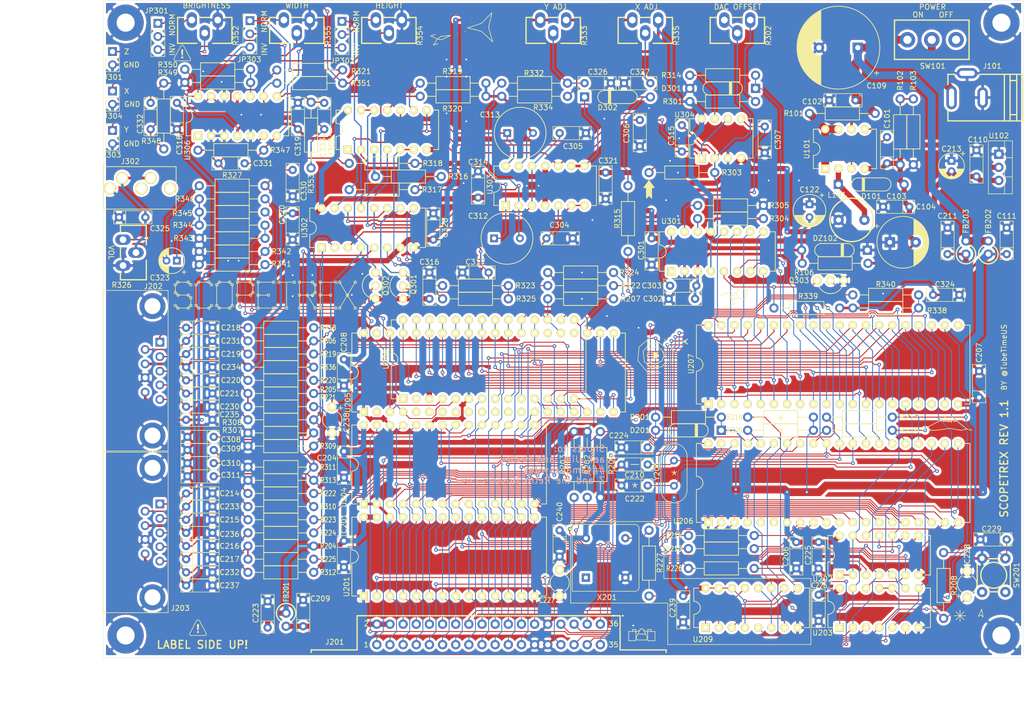
<source format=kicad_pcb>
(kicad_pcb (version 20171130) (host pcbnew "(5.1.0)-1")
  (title_block (title SCOPETREX) (comment 1 "Copyright (C) 2020 Eric Schlaepfer") (comment 2 "License. See https://creativecommons.org/licenses/by-sa/4.0/") (comment 3 "This work is licensed under a Creative Commons Attribution-ShareAlike 4.0 International"))
  (layers (0 F.Cu signal) (31 B.Cu signal) (34 B.Paste user) (35 F.Paste user) (36 B.SilkS user) (37 F.SilkS user) (38 B.Mask user) (39 F.Mask user) (44 Edge.Cuts user))
  (net 0 "")
  (net 1 "Net-(C101-Pad1)")
  (net 2 "Net-(C101-Pad2)")
  (net 3 GND)
  (net 4 +5V)
  (net 5 "Net-(C210-Pad1)")
  (net 6 "Net-(C214-Pad1)")
  (net 7 "Net-(C215-Pad1)")
  (net 8 "Net-(C216-Pad1)")
  (net 9 "Net-(C217-Pad1)")
  (net 10 "Net-(C218-Pad1)")
  (net 11 "Net-(C219-Pad1)")
  (net 12 "Net-(C220-Pad1)")
  (net 13 "Net-(C221-Pad1)")
  (net 14 "Net-(C222-Pad1)")
  (net 15 /~RESET)
  (net 16 "Net-(C229-Pad1)")
  (net 17 "Net-(C230-Pad1)")
  (net 18 "Net-(C231-Pad1)")
  (net 19 "Net-(C232-Pad1)")
  (net 20 "Net-(C233-Pad1)")
  (net 21 +5VA)
  (net 22 -5VA)
  (net 23 -12VA)
  (net 24 "Net-(C303-Pad2)")
  (net 25 "Net-(C304-Pad1)")
  (net 26 "Net-(C305-Pad2)")
  (net 27 "Net-(C306-Pad2)")
  (net 28 "Net-(C307-Pad2)")
  (net 29 /analog/FPOT3)
  (net 30 /analog/FPOT2)
  (net 31 /analog/FPOT1)
  (net 32 /analog/FPOT0)
  (net 33 "Net-(C312-Pad2)")
  (net 34 "Net-(C312-Pad1)")
  (net 35 "Net-(C313-Pad1)")
  (net 36 "Net-(C313-Pad2)")
  (net 37 "Net-(C315-Pad1)")
  (net 38 "Net-(C315-Pad2)")
  (net 39 "Net-(C325-Pad2)")
  (net 40 "Net-(C326-Pad2)")
  (net 41 "Net-(C327-Pad2)")
  (net 42 /COMPARE)
  (net 43 "Net-(D302-Pad1)")
  (net 44 /analog/ZAXIS)
  (net 45 /~NMI)
  (net 46 /~IRQ)
  (net 47 /~HALT)
  (net 48 "Net-(R207-Pad1)")
  (net 49 "Net-(R209-Pad2)")
  (net 50 "Net-(R210-Pad1)")
  (net 51 /A0)
  (net 52 /A0R)
  (net 53 /A1R)
  (net 54 /A1)
  (net 55 /E)
  (net 56 /ER)
  (net 57 /R~W~R)
  (net 58 /R~W)
  (net 59 /SW4)
  (net 60 /SW5)
  (net 61 /SW6)
  (net 62 /SW7)
  (net 63 /SW0)
  (net 64 /SW1)
  (net 65 /SW2)
  (net 66 /SW3)
  (net 67 "Net-(R226-Pad1)")
  (net 68 /~E)
  (net 69 "Net-(R227-Pad2)")
  (net 70 "Net-(R227-Pad1)")
  (net 71 "Net-(R304-Pad1)")
  (net 72 "Net-(R305-Pad2)")
  (net 73 "Net-(R314-Pad2)")
  (net 74 /~BLANK)
  (net 75 "Net-(R316-Pad2)")
  (net 76 "Net-(R317-Pad1)")
  (net 77 /analog/YAXIS)
  (net 78 "Net-(R319-Pad2)")
  (net 79 "Net-(R320-Pad1)")
  (net 80 /analog/XAXIS)
  (net 81 /~RAMP)
  (net 82 "Net-(Q301-Pad2)")
  (net 83 /~ZERO)
  (net 84 "Net-(Q302-Pad2)")
  (net 85 "Net-(C323-Pad2)")
  (net 86 /P7)
  (net 87 "Net-(Q303-Pad3)")
  (net 88 "Net-(Q303-Pad2)")
  (net 89 /analog/CHC)
  (net 90 /analog/CHB)
  (net 91 /analog/CHA)
  (net 92 "Net-(C323-Pad1)")
  (net 93 /A12)
  (net 94 /A7)
  (net 95 /A6)
  (net 96 /A5)
  (net 97 /A4)
  (net 98 /A3)
  (net 99 /A2)
  (net 100 /DB0)
  (net 101 /DB1)
  (net 102 /DB2)
  (net 103 /DB3)
  (net 104 /DB4)
  (net 105 /DB5)
  (net 106 /DB6)
  (net 107 /DB7)
  (net 108 /~ROMS)
  (net 109 /A10)
  (net 110 /~ROMOE)
  (net 111 /A11)
  (net 112 /A9)
  (net 113 /A8)
  (net 114 "Net-(U202-Pad11)")
  (net 115 /A13)
  (net 116 /A14)
  (net 117 /A15)
  (net 118 /~RAMS)
  (net 119 /RAM_R~W)
  (net 120 /~IOS)
  (net 121 /BDIR)
  (net 122 /BC1)
  (net 123 /P6)
  (net 124 /P5)
  (net 125 /P4)
  (net 126 /P3)
  (net 127 /P2)
  (net 128 /P1)
  (net 129 /P0)
  (net 130 /Q)
  (net 131 /SEL1)
  (net 132 /SEL0)
  (net 133 /SH)
  (net 134 "Net-(U209-Pad3)")
  (net 135 "Net-(U209-Pad12)")
  (net 136 "Net-(U303-Pad6)")
  (net 137 "Net-(C209-Pad1)")
  (net 138 /~CARTS)
  (net 139 /PB6)
  (net 140 "Net-(R301-Pad1)")
  (net 141 "Net-(JP301-Pad2)")
  (net 142 /analog/VIDEO)
  (net 143 "Net-(C102-Pad2)")
  (net 144 "Net-(C330-Pad2)")
  (net 145 "Net-(C331-Pad1)")
  (net 146 "Net-(C331-Pad2)")
  (net 147 "Net-(C332-Pad2)")
  (net 148 "Net-(C332-Pad1)")
  (net 149 "Net-(C333-Pad1)")
  (net 150 "Net-(C333-Pad2)")
  (net 151 /power/LX)
  (net 152 "Net-(J101-Pad1)")
  (net 153 "Net-(JP302-Pad2)")
  (net 154 "Net-(JP303-Pad2)")
  (net 155 /analog/RAMP)
  (net 156 /analog/ZERO)
  (net 157 "Net-(R101-Pad1)")
  (net 158 "Net-(R102-Pad1)")
  (net 159 "Net-(R349-Pad2)")
  (module Conn:SULLINS_EBC18DRAS (layer F.Cu) (at 98.552 144.78)
    (fp_text reference J201 (at -8.128 -0.508 180) (layer F.SilkS))
    (fp_text value CART)
    (fp_text user 36 (at 45.72 -4.064) (layer F.SilkS))
    (fp_text user 35 (at 45.72 0) (layer F.SilkS))
    (fp_text user 1 (at -2.032 0) (layer F.SilkS))
    (fp_text user 2 (at -2.032 -4.064) (layer F.SilkS))
    (pad 1 thru_hole circle (at 0 0) (size 1.8 1.8) (drill 1.016) (layers *.Cu *.Mask) (net 47 /~HALT))
    (pad 2 thru_hole circle (at 0 -3.96) (size 1.8 1.8) (drill 1.016) (layers *.Cu *.Mask) (net 137 "Net-(C209-Pad1)"))
    (pad 3 thru_hole circle (at 2.54 0) (size 1.8 1.8) (drill 1.016) (layers *.Cu *.Mask) (net 94 /A7))
    (pad 4 thru_hole circle (at 2.54 -3.96) (size 1.8 1.8) (drill 1.016) (layers *.Cu *.Mask) (net 137 "Net-(C209-Pad1)"))
    (pad 5 thru_hole circle (at 5.08 0) (size 1.8 1.8) (drill 1.016) (layers *.Cu *.Mask) (net 95 /A6))
    (pad 6 thru_hole circle (at 5.08 -3.96) (size 1.8 1.8) (drill 1.016) (layers *.Cu *.Mask) (net 113 /A8))
    (pad 7 thru_hole circle (at 7.62 0) (size 1.8 1.8) (drill 1.016) (layers *.Cu *.Mask) (net 96 /A5))
    (pad 8 thru_hole circle (at 7.62 -3.96) (size 1.8 1.8) (drill 1.016) (layers *.Cu *.Mask) (net 112 /A9))
    (pad 9 thru_hole circle (at 10.16 0) (size 1.8 1.8) (drill 1.016) (layers *.Cu *.Mask) (net 97 /A4))
    (pad 10 thru_hole circle (at 10.16 -3.96) (size 1.8 1.8) (drill 1.016) (layers *.Cu *.Mask) (net 111 /A11))
    (pad 11 thru_hole circle (at 12.7 0) (size 1.8 1.8) (drill 1.016) (layers *.Cu *.Mask) (net 98 /A3))
    (pad 12 thru_hole circle (at 12.7 -3.96) (size 1.8 1.8) (drill 1.016) (layers *.Cu *.Mask) (net 68 /~E))
    (pad 13 thru_hole circle (at 15.24 0) (size 1.8 1.8) (drill 1.016) (layers *.Cu *.Mask) (net 99 /A2))
    (pad 14 thru_hole circle (at 15.24 -3.96) (size 1.8 1.8) (drill 1.016) (layers *.Cu *.Mask) (net 109 /A10))
    (pad 15 thru_hole circle (at 17.78 0) (size 1.8 1.8) (drill 1.016) (layers *.Cu *.Mask) (net 54 /A1))
    (pad 16 thru_hole circle (at 17.78 -3.96) (size 1.8 1.8) (drill 1.016) (layers *.Cu *.Mask) (net 117 /A15))
    (pad 17 thru_hole circle (at 20.32 0) (size 1.8 1.8) (drill 1.016) (layers *.Cu *.Mask) (net 51 /A0))
    (pad 18 thru_hole circle (at 20.32 -3.96) (size 1.8 1.8) (drill 1.016) (layers *.Cu *.Mask) (net 107 /DB7))
    (pad 19 thru_hole circle (at 22.86 0) (size 1.8 1.8) (drill 1.016) (layers *.Cu *.Mask) (net 100 /DB0))
    (pad 20 thru_hole circle (at 22.86 -3.96) (size 1.8 1.8) (drill 1.016) (layers *.Cu *.Mask) (net 106 /DB6))
    (pad 21 thru_hole circle (at 25.4 0) (size 1.8 1.8) (drill 1.016) (layers *.Cu *.Mask) (net 101 /DB1))
    (pad 22 thru_hole circle (at 25.4 -3.96) (size 1.8 1.8) (drill 1.016) (layers *.Cu *.Mask) (net 105 /DB5))
    (pad 23 thru_hole circle (at 27.94 0) (size 1.8 1.8) (drill 1.016) (layers *.Cu *.Mask) (net 102 /DB2))
    (pad 24 thru_hole circle (at 27.94 -3.96) (size 1.8 1.8) (drill 1.016) (layers *.Cu *.Mask) (net 104 /DB4))
    (pad 25 thru_hole circle (at 30.48 0) (size 1.8 1.8) (drill 1.016) (layers *.Cu *.Mask) (net 3 GND))
    (pad 26 thru_hole circle (at 30.48 -3.96) (size 1.8 1.8) (drill 1.016) (layers *.Cu *.Mask) (net 103 /DB3))
    (pad 27 thru_hole circle (at 33.02 0) (size 1.8 1.8) (drill 1.016) (layers *.Cu *.Mask) (net 3 GND))
    (pad 28 thru_hole circle (at 33.02 -3.96) (size 1.8 1.8) (drill 1.016) (layers *.Cu *.Mask) (net 3 GND))
    (pad 29 thru_hole circle (at 35.56 0) (size 1.8 1.8) (drill 1.016) (layers *.Cu *.Mask) (net 93 /A12))
    (pad 30 thru_hole circle (at 35.56 -3.96) (size 1.8 1.8) (drill 1.016) (layers *.Cu *.Mask) (net 58 /R~W))
    (pad 31 thru_hole circle (at 38.1 0) (size 1.8 1.8) (drill 1.016) (layers *.Cu *.Mask) (net 115 /A13))
    (pad 32 thru_hole circle (at 38.1 -3.96) (size 1.8 1.8) (drill 1.016) (layers *.Cu *.Mask) (net 138 /~CARTS))
    (pad 33 thru_hole circle (at 40.64 0) (size 1.8 1.8) (drill 1.016) (layers *.Cu *.Mask) (net 116 /A14))
    (pad 34 thru_hole circle (at 40.64 -3.96) (size 1.8 1.8) (drill 1.016) (layers *.Cu *.Mask) (net 45 /~NMI))
    (pad 35 thru_hole circle (at 43.18 0) (size 1.8 1.8) (drill 1.016) (layers *.Cu *.Mask) (net 139 /PB6))
    (pad 36 thru_hole circle (at 43.18 -3.96) (size 1.8 1.8) (drill 1.016) (layers *.Cu *.Mask) (net 46 /~IRQ))
  )
  (module Passive:DIOA500 (layer F.Cu) (at 158.75 103.378 180)
    (fp_text reference D201 (at 9.398 0 180) (layer F.SilkS))
    (fp_text value 1N4148)
    (pad 2 thru_hole circle (at 6.35 0 180) (size 1.778 1.778) (drill 1.016) (layers *.Cu *.Mask) (net 15 /~RESET))
    (pad 1 thru_hole rect (at -6.35 0 180) (size 1.778 1.778) (drill 1.016) (layers *.Cu *.Mask) (net 4 +5V))
  )
  (module Passive:DIOA500 (layer F.Cu) (at 165.354 37.338 180)
    (fp_text reference D301 (at 9.906 0 180) (layer F.SilkS))
    (fp_text value 1N4148)
    (pad 2 thru_hole circle (at 6.35 0 180) (size 1.778 1.778) (drill 1.016) (layers *.Cu *.Mask) (net 3 GND))
    (pad 1 thru_hole rect (at -6.35 0 180) (size 1.778 1.778) (drill 1.016) (layers *.Cu *.Mask) (net 42 /COMPARE))
  )
  (module Passive:DIOA500 (layer F.Cu) (at 145.034 38.989)
    (fp_text reference D302 (at -1.905 2.032) (layer F.SilkS))
    (fp_text value 1N4148)
    (pad 2 thru_hole circle (at 6.35 0) (size 1.778 1.778) (drill 1.016) (layers *.Cu *.Mask) (net 142 /analog/VIDEO))
    (pad 1 thru_hole rect (at -6.35 0) (size 1.778 1.778) (drill 1.016) (layers *.Cu *.Mask) (net 43 "Net-(D302-Pad1)"))
  )
  (module Passive:DIOA500 (layer F.Cu) (at 186.944 68.58 180)
    (fp_text reference DZ102 (at 1.778 2.286 180) (layer F.SilkS))
    (fp_text value "13V 400mW")
    (pad 2 thru_hole circle (at 6.35 0 180) (size 1.778 1.778) (drill 1.016) (layers *.Cu *.Mask) (net 23 -12VA))
    (pad 1 thru_hole rect (at -6.35 0 180) (size 1.778 1.778) (drill 1.016) (layers *.Cu *.Mask) (net 3 GND))
  )
  (module Passive:DIOA500 (layer F.Cu) (at 194.056 55.88)
    (fp_text reference D101 (at 0 2.286) (layer F.SilkS))
    (fp_text value 1N5819)
    (pad 2 thru_hole circle (at 6.35 0) (size 1.778 1.778) (drill 1.016) (layers *.Cu *.Mask) (net 1 "Net-(C101-Pad1)"))
    (pad 1 thru_hole rect (at -6.35 0) (size 1.778 1.778) (drill 1.016) (layers *.Cu *.Mask) (net 151 /power/LX))
  )
  (module Passive:RESA500 (layer F.Cu) (at 85.598 36.322)
    (fp_text reference R351 (at 9.906 0) (layer F.SilkS))
    (fp_text value 4.7K)
    (pad 2 thru_hole circle (at -6.35 0) (size 1.778 1.778) (drill 1.016) (layers *.Cu *.Mask) (net 150 "Net-(C333-Pad2)"))
    (pad 1 thru_hole circle (at 6.35 0) (size 1.778 1.778) (drill 1.016) (layers *.Cu *.Mask) (net 142 /analog/VIDEO))
  )
  (module Passive:RESA500 (layer F.Cu) (at 85.598 33.782)
    (fp_text reference R321 (at 9.906 0.254) (layer F.SilkS))
    (fp_text value 4.7K)
    (pad 2 thru_hole circle (at -6.35 0) (size 1.778 1.778) (drill 1.016) (layers *.Cu *.Mask) (net 147 "Net-(C332-Pad2)"))
    (pad 1 thru_hole circle (at 6.35 0) (size 1.778 1.778) (drill 1.016) (layers *.Cu *.Mask) (net 35 "Net-(C313-Pad1)"))
  )
  (module Passive:RESA500 (layer F.Cu) (at 67.818 36.195 180)
    (fp_text reference R349 (at 9.652 1.905 180) (layer F.SilkS))
    (fp_text value 4.7K)
    (pad 2 thru_hole circle (at -6.35 0 180) (size 1.778 1.778) (drill 1.016) (layers *.Cu *.Mask) (net 159 "Net-(R349-Pad2)"))
    (pad 1 thru_hole circle (at 6.35 0 180) (size 1.778 1.778) (drill 1.016) (layers *.Cu *.Mask) (net 3 GND))
  )
  (module Passive:RESA500 (layer F.Cu) (at 187.071 71.12 180)
    (fp_text reference R106 (at 5.969 -1.778 180) (layer F.SilkS))
    (fp_text value 100)
    (pad 2 thru_hole circle (at -6.35 0 180) (size 1.778 1.778) (drill 1.016) (layers *.Cu *.Mask) (net 1 "Net-(C101-Pad1)"))
    (pad 1 thru_hole circle (at 6.35 0 180) (size 1.778 1.778) (drill 1.016) (layers *.Cu *.Mask) (net 23 -12VA))
  )
  (module Passive:RESA500 (layer F.Cu) (at 158.75 100.838)
    (fp_text reference R201 (at -9.398 0) (layer F.SilkS))
    (fp_text value 22K)
    (pad 2 thru_hole circle (at -6.35 0) (size 1.778 1.778) (drill 1.016) (layers *.Cu *.Mask) (net 15 /~RESET))
    (pad 1 thru_hole circle (at 6.35 0) (size 1.778 1.778) (drill 1.016) (layers *.Cu *.Mask) (net 4 +5V))
  )
  (module Passive:RESA500 (layer F.Cu) (at 139.192 109.982 270)
    (fp_text reference R202 (at 0 0 270) (layer F.SilkS))
    (fp_text value 3.3K)
    (pad 2 thru_hole circle (at -6.35 0 270) (size 1.778 1.778) (drill 1.016) (layers *.Cu *.Mask) (net 4 +5V))
    (pad 1 thru_hole circle (at 6.35 0 270) (size 1.778 1.778) (drill 1.016) (layers *.Cu *.Mask) (net 45 /~NMI))
  )
  (module Passive:RESA500 (layer F.Cu) (at 136.652 109.982 270)
    (fp_text reference R203 (at 0 2.159 270) (layer F.SilkS))
    (fp_text value 3.3K)
    (pad 2 thru_hole circle (at -6.35 0 270) (size 1.778 1.778) (drill 1.016) (layers *.Cu *.Mask) (net 4 +5V))
    (pad 1 thru_hole circle (at 6.35 0 270) (size 1.778 1.778) (drill 1.016) (layers *.Cu *.Mask) (net 46 /~IRQ))
  )
  (module Passive:RESA500 (layer F.Cu) (at 80.01 125.73)
    (fp_text reference R204 (at 9.144 0) (layer F.SilkS) (effects (font (size 1 0.8))))
    (fp_text value 3.3K)
    (pad 2 thru_hole circle (at -6.35 0) (size 1.778 1.778) (drill 1.016) (layers *.Cu *.Mask) (net 9 "Net-(C217-Pad1)"))
    (pad 1 thru_hole circle (at 6.35 0) (size 1.778 1.778) (drill 1.016) (layers *.Cu *.Mask) (net 4 +5V))
  )
  (module Passive:RESA500 (layer F.Cu) (at 80.01 96.266)
    (fp_text reference R205 (at 9.144 -0.762) (layer F.SilkS) (effects (font (size 1 0.8))))
    (fp_text value 3.3K)
    (pad 2 thru_hole circle (at -6.35 0) (size 1.778 1.778) (drill 1.016) (layers *.Cu *.Mask) (net 13 "Net-(C221-Pad1)"))
    (pad 1 thru_hole circle (at 6.35 0) (size 1.778 1.778) (drill 1.016) (layers *.Cu *.Mask) (net 4 +5V))
  )
  (module Passive:RESA500 (layer F.Cu) (at 141.732 109.982 90)
    (fp_text reference R206 (at 0 2.159 90) (layer F.SilkS))
    (fp_text value 3.3K)
    (pad 2 thru_hole circle (at -6.35 0 90) (size 1.778 1.778) (drill 1.016) (layers *.Cu *.Mask) (net 4 +5V))
    (pad 1 thru_hole circle (at 6.35 0 90) (size 1.778 1.778) (drill 1.016) (layers *.Cu *.Mask) (net 47 /~HALT))
  )
  (module Passive:RESA500 (layer F.Cu) (at 137.922 77.978 180)
    (fp_text reference R207 (at -9.652 0 180) (layer F.SilkS))
    (fp_text value 3.3K)
    (pad 2 thru_hole circle (at -6.35 0 180) (size 1.778 1.778) (drill 1.016) (layers *.Cu *.Mask) (net 4 +5V))
    (pad 1 thru_hole circle (at 6.35 0 180) (size 1.778 1.778) (drill 1.016) (layers *.Cu *.Mask) (net 48 "Net-(R207-Pad1)"))
  )
  (module Passive:RESA500 (layer F.Cu) (at 208.026 133.35 270)
    (fp_text reference R208 (at 0 -2.032 270) (layer F.SilkS))
    (fp_text value 100)
    (pad 2 thru_hole circle (at -6.35 0 270) (size 1.778 1.778) (drill 1.016) (layers *.Cu *.Mask) (net 16 "Net-(C229-Pad1)"))
    (pad 1 thru_hole circle (at 6.35 0 270) (size 1.778 1.778) (drill 1.016) (layers *.Cu *.Mask) (net 15 /~RESET))
  )
  (module Passive:RESA500 (layer F.Cu) (at 176.53 103.378)
    (fp_text reference R209 (at -8.89 0) (layer F.SilkS) (effects (font (size 1 0.8))))
    (fp_text value 3.3K)
    (pad 2 thru_hole circle (at -6.35 0) (size 1.778 1.778) (drill 1.016) (layers *.Cu *.Mask) (net 49 "Net-(R209-Pad2)"))
    (pad 1 thru_hole circle (at 6.35 0) (size 1.778 1.778) (drill 1.016) (layers *.Cu *.Mask) (net 4 +5V))
  )
  (module Passive:RESA500 (layer F.Cu) (at 176.53 100.838 180)
    (fp_text reference R210 (at 8.89 0 180) (layer F.SilkS) (effects (font (size 1 0.8))))
    (fp_text value 3.3K)
    (pad 2 thru_hole circle (at -6.35 0 180) (size 1.778 1.778) (drill 1.016) (layers *.Cu *.Mask) (net 4 +5V))
    (pad 1 thru_hole circle (at 6.35 0 180) (size 1.778 1.778) (drill 1.016) (layers *.Cu *.Mask) (net 50 "Net-(R210-Pad1)"))
  )
  (module Passive:RESA500 (layer F.Cu) (at 165.1 123.698 180)
    (fp_text reference R214 (at 9.148 0 180) (layer F.SilkS) (effects (font (size 1 0.8))))
    (fp_text value 33)
    (pad 2 thru_hole circle (at -6.35 0 180) (size 1.778 1.778) (drill 1.016) (layers *.Cu *.Mask) (net 52 /A0R))
    (pad 1 thru_hole circle (at 6.35 0 180) (size 1.778 1.778) (drill 1.016) (layers *.Cu *.Mask) (net 51 /A0))
  )
  (module Passive:RESA500 (layer F.Cu) (at 165.1 126.238 180)
    (fp_text reference R215 (at 9.148 0 180) (layer F.SilkS) (effects (font (size 1 0.8))))
    (fp_text value 33)
    (pad 2 thru_hole circle (at -6.35 0 180) (size 1.778 1.778) (drill 1.016) (layers *.Cu *.Mask) (net 53 /A1R))
    (pad 1 thru_hole circle (at 6.35 0 180) (size 1.778 1.778) (drill 1.016) (layers *.Cu *.Mask) (net 54 /A1))
  )
  (module Passive:RESA500 (layer F.Cu) (at 191.77 103.378)
    (fp_text reference R216 (at 9.652 0) (layer F.SilkS))
    (fp_text value 33)
    (pad 2 thru_hole circle (at -6.35 0) (size 1.778 1.778) (drill 1.016) (layers *.Cu *.Mask) (net 56 /ER))
    (pad 1 thru_hole circle (at 6.35 0) (size 1.778 1.778) (drill 1.016) (layers *.Cu *.Mask) (net 55 /E))
  )
  (module Passive:RESA500 (layer F.Cu) (at 191.77 100.838)
    (fp_text reference R217 (at 9.652 0) (layer F.SilkS))
    (fp_text value 33)
    (pad 2 thru_hole circle (at -6.35 0) (size 1.778 1.778) (drill 1.016) (layers *.Cu *.Mask) (net 57 /R~W~R))
    (pad 1 thru_hole circle (at 6.35 0) (size 1.778 1.778) (drill 1.016) (layers *.Cu *.Mask) (net 58 /R~W))
  )
  (module Passive:RESA500 (layer F.Cu) (at 80.01 83.566 180)
    (fp_text reference R218 (at -9.144 0 180) (layer F.SilkS) (effects (font (size 1 0.8))))
    (fp_text value 680)
    (pad 2 thru_hole circle (at -6.35 0 180) (size 1.778 1.778) (drill 1.016) (layers *.Cu *.Mask) (net 59 /SW4))
    (pad 1 thru_hole circle (at 6.35 0 180) (size 1.778 1.778) (drill 1.016) (layers *.Cu *.Mask) (net 10 "Net-(C218-Pad1)"))
  )
  (module Passive:RESA500 (layer F.Cu) (at 80.01 88.646 180)
    (fp_text reference R219 (at -9.144 0 180) (layer F.SilkS) (effects (font (size 1 0.8))))
    (fp_text value 680)
    (pad 2 thru_hole circle (at -6.35 0 180) (size 1.778 1.778) (drill 1.016) (layers *.Cu *.Mask) (net 60 /SW5))
    (pad 1 thru_hole circle (at 6.35 0 180) (size 1.778 1.778) (drill 1.016) (layers *.Cu *.Mask) (net 11 "Net-(C219-Pad1)"))
  )
  (module Passive:RESA500 (layer F.Cu) (at 80.01 93.726 180)
    (fp_text reference R220 (at -9.144 0 180) (layer F.SilkS) (effects (font (size 1 0.8))))
    (fp_text value 680)
    (pad 2 thru_hole circle (at -6.35 0 180) (size 1.778 1.778) (drill 1.016) (layers *.Cu *.Mask) (net 61 /SW6))
    (pad 1 thru_hole circle (at 6.35 0 180) (size 1.778 1.778) (drill 1.016) (layers *.Cu *.Mask) (net 12 "Net-(C220-Pad1)"))
  )
  (module Passive:RESA500 (layer F.Cu) (at 80.01 98.806 180)
    (fp_text reference R221 (at -9.144 1.778 180) (layer F.SilkS) (effects (font (size 1 0.8))))
    (fp_text value 680)
    (pad 2 thru_hole circle (at -6.35 0 180) (size 1.778 1.778) (drill 1.016) (layers *.Cu *.Mask) (net 62 /SW7))
    (pad 1 thru_hole circle (at 6.35 0 180) (size 1.778 1.778) (drill 1.016) (layers *.Cu *.Mask) (net 13 "Net-(C221-Pad1)"))
  )
  (module Passive:RESA500 (layer F.Cu) (at 80.01 115.57 180)
    (fp_text reference R222 (at -9.144 0 180) (layer F.SilkS) (effects (font (size 1 0.8))))
    (fp_text value 680)
    (pad 2 thru_hole circle (at -6.35 0 180) (size 1.778 1.778) (drill 1.016) (layers *.Cu *.Mask) (net 63 /SW0))
    (pad 1 thru_hole circle (at 6.35 0 180) (size 1.778 1.778) (drill 1.016) (layers *.Cu *.Mask) (net 6 "Net-(C214-Pad1)"))
  )
  (module Passive:RESA500 (layer F.Cu) (at 80.01 120.65 180)
    (fp_text reference R223 (at -9.144 0 180) (layer F.SilkS) (effects (font (size 1 0.8))))
    (fp_text value 680)
    (pad 2 thru_hole circle (at -6.35 0 180) (size 1.778 1.778) (drill 1.016) (layers *.Cu *.Mask) (net 64 /SW1))
    (pad 1 thru_hole circle (at 6.35 0 180) (size 1.778 1.778) (drill 1.016) (layers *.Cu *.Mask) (net 7 "Net-(C215-Pad1)"))
  )
  (module Passive:RESA500 (layer F.Cu) (at 80.01 123.19 180)
    (fp_text reference R224 (at -9.144 0 180) (layer F.SilkS) (effects (font (size 1 0.8))))
    (fp_text value 680)
    (pad 2 thru_hole circle (at -6.35 0 180) (size 1.778 1.778) (drill 1.016) (layers *.Cu *.Mask) (net 65 /SW2))
    (pad 1 thru_hole circle (at 6.35 0 180) (size 1.778 1.778) (drill 1.016) (layers *.Cu *.Mask) (net 8 "Net-(C216-Pad1)"))
  )
  (module Passive:RESA500 (layer F.Cu) (at 80.01 128.27 180)
    (fp_text reference R225 (at -9.144 0 180) (layer F.SilkS) (effects (font (size 1 0.8))))
    (fp_text value 680)
    (pad 2 thru_hole circle (at -6.35 0 180) (size 1.778 1.778) (drill 1.016) (layers *.Cu *.Mask) (net 66 /SW3))
    (pad 1 thru_hole circle (at 6.35 0 180) (size 1.778 1.778) (drill 1.016) (layers *.Cu *.Mask) (net 9 "Net-(C217-Pad1)"))
  )
  (module Passive:RESA500 (layer F.Cu) (at 165.1 130.048)
    (fp_text reference R226 (at -9.1 0) (layer F.SilkS) (effects (font (size 1 0.8))))
    (fp_text value 33)
    (pad 2 thru_hole circle (at -6.35 0) (size 1.778 1.778) (drill 1.016) (layers *.Cu *.Mask) (net 68 /~E))
    (pad 1 thru_hole circle (at 6.35 0) (size 1.778 1.778) (drill 1.016) (layers *.Cu *.Mask) (net 67 "Net-(R226-Pad1)"))
  )
  (module Passive:RESA500 (layer F.Cu) (at 151.13 129.032 270)
    (fp_text reference R227 (at -0.032 -2.12 270) (layer F.SilkS))
    (fp_text value 33)
    (pad 2 thru_hole circle (at -6.35 0 270) (size 1.778 1.778) (drill 1.016) (layers *.Cu *.Mask) (net 69 "Net-(R227-Pad2)"))
    (pad 1 thru_hole circle (at 6.35 0 270) (size 1.778 1.778) (drill 1.016) (layers *.Cu *.Mask) (net 70 "Net-(R227-Pad1)"))
  )
  (module Passive:RESA500 (layer F.Cu) (at 165.354 39.878)
    (fp_text reference R301 (at -9.652 0) (layer F.SilkS))
    (fp_text value "2.49K 1%")
    (pad 2 thru_hole circle (at -6.35 0) (size 1.778 1.778) (drill 1.016) (layers *.Cu *.Mask) (net 21 +5VA))
    (pad 1 thru_hole circle (at 6.35 0) (size 1.778 1.778) (drill 1.016) (layers *.Cu *.Mask) (net 140 "Net-(R301-Pad1)"))
  )
  (module Passive:RESA500 (layer F.Cu) (at 157.48 53.594 180)
    (fp_text reference R303 (at -9.652 0 180) (layer F.SilkS))
    (fp_text value "2.61K 1%")
    (pad 2 thru_hole circle (at -6.35 0 180) (size 1.778 1.778) (drill 1.016) (layers *.Cu *.Mask) (net 38 "Net-(C315-Pad2)"))
    (pad 1 thru_hole circle (at 6.35 0 180) (size 1.778 1.778) (drill 1.016) (layers *.Cu *.Mask) (net 37 "Net-(C315-Pad1)"))
  )
  (module Passive:RESA500 (layer F.Cu) (at 166.878 62.484 180)
    (fp_text reference R304 (at -9.398 0 180) (layer F.SilkS))
    (fp_text value "2.49K 1%")
    (pad 2 thru_hole circle (at -6.35 0 180) (size 1.778 1.778) (drill 1.016) (layers *.Cu *.Mask) (net 21 +5VA))
    (pad 1 thru_hole circle (at 6.35 0 180) (size 1.778 1.778) (drill 1.016) (layers *.Cu *.Mask) (net 71 "Net-(R304-Pad1)"))
  )
  (module Passive:RESA500 (layer F.Cu) (at 166.878 59.944)
    (fp_text reference R305 (at 9.398 0) (layer F.SilkS))
    (fp_text value "2.49K 1%")
    (pad 2 thru_hole circle (at -6.35 0) (size 1.778 1.778) (drill 1.016) (layers *.Cu *.Mask) (net 72 "Net-(R305-Pad2)"))
    (pad 1 thru_hole circle (at 6.35 0) (size 1.778 1.778) (drill 1.016) (layers *.Cu *.Mask) (net 3 GND))
  )
  (module Passive:RESA500 (layer F.Cu) (at 80.01 86.106 180)
    (fp_text reference R306 (at -9.144 0 180) (layer F.SilkS) (effects (font (size 1 0.8))))
    (fp_text value 680)
    (pad 2 thru_hole circle (at -6.35 0 180) (size 1.778 1.778) (drill 1.016) (layers *.Cu *.Mask) (net 29 /analog/FPOT3))
    (pad 1 thru_hole circle (at 6.35 0 180) (size 1.778 1.778) (drill 1.016) (layers *.Cu *.Mask) (net 18 "Net-(C231-Pad1)"))
  )
  (module Passive:RESA500 (layer F.Cu) (at 80.01 103.886)
    (fp_text reference R307 (at -9.398 -0.508) (layer F.SilkS))
    (fp_text value 330K)
    (pad 2 thru_hole circle (at -6.35 0) (size 1.778 1.778) (drill 1.016) (layers *.Cu *.Mask) (net 3 GND))
    (pad 1 thru_hole circle (at 6.35 0) (size 1.778 1.778) (drill 1.016) (layers *.Cu *.Mask) (net 29 /analog/FPOT3))
  )
  (module Passive:RESA500 (layer F.Cu) (at 80.01 101.346 180)
    (fp_text reference R308 (at 9.398 -0.508 180) (layer F.SilkS))
    (fp_text value 680)
    (pad 2 thru_hole circle (at -6.35 0 180) (size 1.778 1.778) (drill 1.016) (layers *.Cu *.Mask) (net 30 /analog/FPOT2))
    (pad 1 thru_hole circle (at 6.35 0 180) (size 1.778 1.778) (drill 1.016) (layers *.Cu *.Mask) (net 17 "Net-(C230-Pad1)"))
  )
  (module Passive:RESA500 (layer F.Cu) (at 80.01 106.426)
    (fp_text reference R309 (at 9.144 0) (layer F.SilkS) (effects (font (size 1 0.8))))
    (fp_text value 330K)
    (pad 2 thru_hole circle (at -6.35 0) (size 1.778 1.778) (drill 1.016) (layers *.Cu *.Mask) (net 3 GND))
    (pad 1 thru_hole circle (at 6.35 0) (size 1.778 1.778) (drill 1.016) (layers *.Cu *.Mask) (net 30 /analog/FPOT2))
  )
  (module Passive:RESA500 (layer F.Cu) (at 80.01 118.11 180)
    (fp_text reference R310 (at -9.144 0 180) (layer F.SilkS) (effects (font (size 1 0.8))))
    (fp_text value 680)
    (pad 2 thru_hole circle (at -6.35 0 180) (size 1.778 1.778) (drill 1.016) (layers *.Cu *.Mask) (net 31 /analog/FPOT1))
    (pad 1 thru_hole circle (at 6.35 0 180) (size 1.778 1.778) (drill 1.016) (layers *.Cu *.Mask) (net 20 "Net-(C233-Pad1)"))
  )
  (module Passive:RESA500 (layer F.Cu) (at 80.01 110.49)
    (fp_text reference R311 (at 9.144 0) (layer F.SilkS) (effects (font (size 1 0.8))))
    (fp_text value 330K)
    (pad 2 thru_hole circle (at -6.35 0) (size 1.778 1.778) (drill 1.016) (layers *.Cu *.Mask) (net 3 GND))
    (pad 1 thru_hole circle (at 6.35 0) (size 1.778 1.778) (drill 1.016) (layers *.Cu *.Mask) (net 31 /analog/FPOT1))
  )
  (module Passive:RESA500 (layer F.Cu) (at 80.01 130.81 180)
    (fp_text reference R312 (at -9.144 0 180) (layer F.SilkS) (effects (font (size 1 0.8))))
    (fp_text value 680)
    (pad 2 thru_hole circle (at -6.35 0 180) (size 1.778 1.778) (drill 1.016) (layers *.Cu *.Mask) (net 32 /analog/FPOT0))
    (pad 1 thru_hole circle (at 6.35 0 180) (size 1.778 1.778) (drill 1.016) (layers *.Cu *.Mask) (net 19 "Net-(C232-Pad1)"))
  )
  (module Passive:RESA500 (layer F.Cu) (at 80.01 113.03)
    (fp_text reference R313 (at 9.144 0) (layer F.SilkS) (effects (font (size 1 0.8))))
    (fp_text value 330K)
    (pad 2 thru_hole circle (at -6.35 0) (size 1.778 1.778) (drill 1.016) (layers *.Cu *.Mask) (net 3 GND))
    (pad 1 thru_hole circle (at 6.35 0) (size 1.778 1.778) (drill 1.016) (layers *.Cu *.Mask) (net 32 /analog/FPOT0))
  )
  (module Passive:RESA500 (layer F.Cu) (at 165.354 34.798)
    (fp_text reference R314 (at -9.906 0) (layer F.SilkS))
    (fp_text value 2.2K)
    (pad 2 thru_hole circle (at -6.35 0) (size 1.778 1.778) (drill 1.016) (layers *.Cu *.Mask) (net 73 "Net-(R314-Pad2)"))
    (pad 1 thru_hole circle (at 6.35 0) (size 1.778 1.778) (drill 1.016) (layers *.Cu *.Mask) (net 42 /COMPARE))
  )
  (module Passive:RESA500 (layer F.Cu) (at 147.066 62.484 90)
    (fp_text reference R315 (at 0 -2.032 90) (layer F.SilkS))
    (fp_text value 2.2K)
    (pad 2 thru_hole circle (at -6.35 0 90) (size 1.778 1.778) (drill 1.016) (layers *.Cu *.Mask) (net 74 /~BLANK))
    (pad 1 thru_hole circle (at 6.35 0 90) (size 1.778 1.778) (drill 1.016) (layers *.Cu *.Mask) (net 142 /analog/VIDEO))
  )
  (module Passive:RESA500 (layer F.Cu) (at 104.648 54.356)
    (fp_text reference R316 (at 9.652 0) (layer F.SilkS))
    (fp_text value "10K 1%")
    (pad 2 thru_hole circle (at -6.35 0) (size 1.778 1.778) (drill 1.016) (layers *.Cu *.Mask) (net 75 "Net-(R316-Pad2)"))
    (pad 1 thru_hole circle (at 6.35 0) (size 1.778 1.778) (drill 1.016) (layers *.Cu *.Mask) (net 33 "Net-(C312-Pad2)"))
  )
  (module Passive:RESA500 (layer F.Cu) (at 99.568 56.896 180)
    (fp_text reference R317 (at -9.652 0 180) (layer F.SilkS))
    (fp_text value 220)
    (pad 2 thru_hole circle (at -6.35 0 180) (size 1.778 1.778) (drill 1.016) (layers *.Cu *.Mask) (net 33 "Net-(C312-Pad2)"))
    (pad 1 thru_hole circle (at 6.35 0 180) (size 1.778 1.778) (drill 1.016) (layers *.Cu *.Mask) (net 76 "Net-(R317-Pad1)"))
  )
  (module Passive:RESA500 (layer F.Cu) (at 99.568 51.816 180)
    (fp_text reference R318 (at -9.779 0 180) (layer F.SilkS))
    (fp_text value 4.7K)
    (pad 2 thru_hole circle (at -6.35 0 180) (size 1.778 1.778) (drill 1.016) (layers *.Cu *.Mask) (net 34 "Net-(C312-Pad1)"))
    (pad 1 thru_hole circle (at 6.35 0 180) (size 1.778 1.778) (drill 1.016) (layers *.Cu *.Mask) (net 146 "Net-(C331-Pad2)"))
  )
  (module Passive:RESA500 (layer F.Cu) (at 113.284 36.322)
    (fp_text reference R319 (at -0.127 -2.286) (layer F.SilkS))
    (fp_text value "10K 1%")
    (pad 2 thru_hole circle (at -6.35 0) (size 1.778 1.778) (drill 1.016) (layers *.Cu *.Mask) (net 78 "Net-(R319-Pad2)"))
    (pad 1 thru_hole circle (at 6.35 0) (size 1.778 1.778) (drill 1.016) (layers *.Cu *.Mask) (net 36 "Net-(C313-Pad2)"))
  )
  (module Passive:RESA500 (layer F.Cu) (at 113.284 38.862 180)
    (fp_text reference R320 (at 0.127 -2.413 180) (layer F.SilkS))
    (fp_text value 220)
    (pad 2 thru_hole circle (at -6.35 0 180) (size 1.778 1.778) (drill 1.016) (layers *.Cu *.Mask) (net 36 "Net-(C313-Pad2)"))
    (pad 1 thru_hole circle (at 6.35 0 180) (size 1.778 1.778) (drill 1.016) (layers *.Cu *.Mask) (net 79 "Net-(R320-Pad1)"))
  )
  (module Passive:RESA500 (layer F.Cu) (at 137.922 75.438 180)
    (fp_text reference R322 (at -9.652 0 180) (layer F.SilkS))
    (fp_text value 3.3K)
    (pad 2 thru_hole circle (at -6.35 0 180) (size 1.778 1.778) (drill 1.016) (layers *.Cu *.Mask) (net 81 /~RAMP))
    (pad 1 thru_hole circle (at 6.35 0 180) (size 1.778 1.778) (drill 1.016) (layers *.Cu *.Mask) (net 82 "Net-(Q301-Pad2)"))
  )
  (module Passive:RESA500 (layer F.Cu) (at 117.602 75.438 180)
    (fp_text reference R323 (at -9.652 0 180) (layer F.SilkS))
    (fp_text value 15K)
    (pad 2 thru_hole circle (at -6.35 0 180) (size 1.778 1.778) (drill 1.016) (layers *.Cu *.Mask) (net 22 -5VA))
    (pad 1 thru_hole circle (at 6.35 0 180) (size 1.778 1.778) (drill 1.016) (layers *.Cu *.Mask) (net 155 /analog/RAMP))
  )
  (module Passive:RESA500 (layer F.Cu) (at 137.922 72.898 180)
    (fp_text reference R324 (at -9.398 0 180) (layer F.SilkS))
    (fp_text value 3.3K)
    (pad 2 thru_hole circle (at -6.35 0 180) (size 1.778 1.778) (drill 1.016) (layers *.Cu *.Mask) (net 83 /~ZERO))
    (pad 1 thru_hole circle (at 6.35 0 180) (size 1.778 1.778) (drill 1.016) (layers *.Cu *.Mask) (net 84 "Net-(Q302-Pad2)"))
  )
  (module Passive:RESA500 (layer F.Cu) (at 117.602 77.978 180)
    (fp_text reference R325 (at -9.779 0 180) (layer F.SilkS))
    (fp_text value 15K)
    (pad 2 thru_hole circle (at -6.35 0 180) (size 1.778 1.778) (drill 1.016) (layers *.Cu *.Mask) (net 22 -5VA))
    (pad 1 thru_hole circle (at 6.35 0 180) (size 1.778 1.778) (drill 1.016) (layers *.Cu *.Mask) (net 156 /analog/ZERO))
  )
  (module Passive:RESA500 (layer F.Cu) (at 70.612 56.134 180)
    (fp_text reference R327 (at 0 2.032 180) (layer F.SilkS))
    (fp_text value 33K)
    (pad 2 thru_hole circle (at -6.35 0 180) (size 1.778 1.778) (drill 1.016) (layers *.Cu *.Mask) (net 144 "Net-(C330-Pad2)"))
    (pad 1 thru_hole circle (at 6.35 0 180) (size 1.778 1.778) (drill 1.016) (layers *.Cu *.Mask) (net 85 "Net-(C323-Pad2)"))
  )
  (module Passive:RESA500 (layer F.Cu) (at 129.032 36.322 180)
    (fp_text reference R332 (at 0.127 1.905 180) (layer F.SilkS))
    (fp_text value 3.3M)
    (pad 2 thru_hole circle (at -6.35 0 180) (size 1.778 1.778) (drill 1.016) (layers *.Cu *.Mask) (net 40 "Net-(C326-Pad2)"))
    (pad 1 thru_hole circle (at 6.35 0 180) (size 1.778 1.778) (drill 1.016) (layers *.Cu *.Mask) (net 33 "Net-(C312-Pad2)"))
  )
  (module Passive:RESA500 (layer F.Cu) (at 129.032 38.862)
    (fp_text reference R334 (at 1.651 2.159) (layer F.SilkS))
    (fp_text value 3.3M)
    (pad 2 thru_hole circle (at -6.35 0) (size 1.778 1.778) (drill 1.016) (layers *.Cu *.Mask) (net 36 "Net-(C313-Pad2)"))
    (pad 1 thru_hole circle (at 6.35 0) (size 1.778 1.778) (drill 1.016) (layers *.Cu *.Mask) (net 41 "Net-(C327-Pad2)"))
  )
  (module Passive:RESA500 (layer F.Cu) (at 80.01 91.186 180)
    (fp_text reference R336 (at -9.144 0 180) (layer F.SilkS) (effects (font (size 1 0.8))))
    (fp_text value 1M)
    (pad 2 thru_hole circle (at -6.35 0 180) (size 1.778 1.778) (drill 1.016) (layers *.Cu *.Mask) (net 29 /analog/FPOT3))
    (pad 1 thru_hole circle (at 6.35 0 180) (size 1.778 1.778) (drill 1.016) (layers *.Cu *.Mask) (net 21 +5VA))
  )
  (module Passive:RESA500 (layer F.Cu) (at 196.85 79.756)
    (fp_text reference R338 (at 9.906 0.508) (layer F.SilkS))
    (fp_text value 4.7K)
    (pad 2 thru_hole circle (at -6.35 0) (size 1.778 1.778) (drill 1.016) (layers *.Cu *.Mask) (net 4 +5V))
    (pad 1 thru_hole circle (at 6.35 0) (size 1.778 1.778) (drill 1.016) (layers *.Cu *.Mask) (net 86 /P7))
  )
  (module Passive:RESA500 (layer F.Cu) (at 181.61 79.756 180)
    (fp_text reference R339 (at -0.254 2.286 180) (layer F.SilkS))
    (fp_text value 4.7K)
    (pad 2 thru_hole circle (at -6.35 0 180) (size 1.778 1.778) (drill 1.016) (layers *.Cu *.Mask) (net 4 +5V))
    (pad 1 thru_hole circle (at 6.35 0 180) (size 1.778 1.778) (drill 1.016) (layers *.Cu *.Mask) (net 87 "Net-(Q303-Pad3)"))
  )
  (module Passive:RESA500 (layer F.Cu) (at 196.85 77.216)
    (fp_text reference R340 (at 0 -2.032) (layer F.SilkS))
    (fp_text value 10K)
    (pad 2 thru_hole circle (at -6.35 0) (size 1.778 1.778) (drill 1.016) (layers *.Cu *.Mask) (net 88 "Net-(Q303-Pad2)"))
    (pad 1 thru_hole circle (at 6.35 0) (size 1.778 1.778) (drill 1.016) (layers *.Cu *.Mask) (net 86 /P7))
  )
  (module Passive:RESA500 (layer F.Cu) (at 70.612 71.374)
    (fp_text reference R341 (at 9.525 -0.127) (layer F.SilkS))
    (fp_text value 1K)
    (pad 2 thru_hole circle (at -6.35 0) (size 1.778 1.778) (drill 1.016) (layers *.Cu *.Mask) (net 3 GND))
    (pad 1 thru_hole circle (at 6.35 0) (size 1.778 1.778) (drill 1.016) (layers *.Cu *.Mask) (net 89 /analog/CHC))
  )
  (module Passive:RESA500 (layer F.Cu) (at 70.612 68.834)
    (fp_text reference R342 (at 9.525 0) (layer F.SilkS))
    (fp_text value 1K)
    (pad 2 thru_hole circle (at -6.35 0) (size 1.778 1.778) (drill 1.016) (layers *.Cu *.Mask) (net 3 GND))
    (pad 1 thru_hole circle (at 6.35 0) (size 1.778 1.778) (drill 1.016) (layers *.Cu *.Mask) (net 90 /analog/CHB))
  )
  (module Passive:RESA500 (layer F.Cu) (at 70.612 66.294)
    (fp_text reference R343 (at -9.398 0) (layer F.SilkS))
    (fp_text value 1K)
    (pad 2 thru_hole circle (at -6.35 0) (size 1.778 1.778) (drill 1.016) (layers *.Cu *.Mask) (net 3 GND))
    (pad 1 thru_hole circle (at 6.35 0) (size 1.778 1.778) (drill 1.016) (layers *.Cu *.Mask) (net 91 /analog/CHA))
  )
  (module Passive:RESA500 (layer F.Cu) (at 70.612 63.754 180)
    (fp_text reference R344 (at 9.525 0 180) (layer F.SilkS))
    (fp_text value 33K)
    (pad 2 thru_hole circle (at -6.35 0 180) (size 1.778 1.778) (drill 1.016) (layers *.Cu *.Mask) (net 91 /analog/CHA))
    (pad 1 thru_hole circle (at 6.35 0 180) (size 1.778 1.778) (drill 1.016) (layers *.Cu *.Mask) (net 92 "Net-(C323-Pad1)"))
  )
  (module Passive:RESA500 (layer F.Cu) (at 70.612 61.214 180)
    (fp_text reference R345 (at 9.652 -0.254 180) (layer F.SilkS))
    (fp_text value 33K)
    (pad 2 thru_hole circle (at -6.35 0 180) (size 1.778 1.778) (drill 1.016) (layers *.Cu *.Mask) (net 90 /analog/CHB))
    (pad 1 thru_hole circle (at 6.35 0 180) (size 1.778 1.778) (drill 1.016) (layers *.Cu *.Mask) (net 92 "Net-(C323-Pad1)"))
  )
  (module Passive:RESA500 (layer F.Cu) (at 70.612 58.674 180)
    (fp_text reference R346 (at 9.144 0) (layer F.SilkS))
    (fp_text value 33K)
    (pad 2 thru_hole circle (at -6.35 0 180) (size 1.778 1.778) (drill 1.016) (layers *.Cu *.Mask) (net 89 /analog/CHC))
    (pad 1 thru_hole circle (at 6.35 0 180) (size 1.778 1.778) (drill 1.016) (layers *.Cu *.Mask) (net 92 "Net-(C323-Pad1)"))
  )
  (module Passive:RESA500 (layer F.Cu) (at 70.358 49.276)
    (fp_text reference R347 (at 9.525 0) (layer F.SilkS))
    (fp_text value 4.7K)
    (pad 2 thru_hole circle (at -6.35 0) (size 1.778 1.778) (drill 1.016) (layers *.Cu *.Mask) (net 146 "Net-(C331-Pad2)"))
    (pad 1 thru_hole circle (at 6.35 0) (size 1.778 1.778) (drill 1.016) (layers *.Cu *.Mask) (net 145 "Net-(C331-Pad1)"))
  )
  (module Passive:RESA500 (layer F.Cu) (at 57.404 42.672 270)
    (fp_text reference R348 (at 4.826 2.413) (layer F.SilkS))
    (fp_text value 4.7K)
    (pad 2 thru_hole circle (at -6.35 0 270) (size 1.778 1.778) (drill 1.016) (layers *.Cu *.Mask) (net 148 "Net-(C332-Pad1)"))
    (pad 1 thru_hole circle (at 6.35 0 270) (size 1.778 1.778) (drill 1.016) (layers *.Cu *.Mask) (net 147 "Net-(C332-Pad2)"))
  )
  (module Passive:RESA500 (layer F.Cu) (at 67.818 33.655)
    (fp_text reference R350 (at -9.652 -0.889) (layer F.SilkS))
    (fp_text value 4.7K)
    (pad 2 thru_hole circle (at -6.35 0) (size 1.778 1.778) (drill 1.016) (layers *.Cu *.Mask) (net 21 +5VA))
    (pad 1 thru_hole circle (at 6.35 0) (size 1.778 1.778) (drill 1.016) (layers *.Cu *.Mask) (net 159 "Net-(R349-Pad2)"))
  )
  (module Passive:RESA500 (layer F.Cu) (at 85.852 46.355 270)
    (fp_text reference R353 (at 9.398 0 270) (layer F.SilkS))
    (fp_text value 4.7K)
    (pad 2 thru_hole circle (at -6.35 0 270) (size 1.778 1.778) (drill 1.016) (layers *.Cu *.Mask) (net 149 "Net-(C333-Pad1)"))
    (pad 1 thru_hole circle (at 6.35 0 270) (size 1.778 1.778) (drill 1.016) (layers *.Cu *.Mask) (net 150 "Net-(C333-Pad2)"))
  )
  (module Passive:RESA500 (layer F.Cu) (at 188.468 42.164 180)
    (fp_text reference R101 (at 9.398 0 180) (layer F.SilkS))
    (fp_text value 0.5)
    (pad 2 thru_hole circle (at -6.35 0 180) (size 1.778 1.778) (drill 1.016) (layers *.Cu *.Mask) (net 143 "Net-(C102-Pad2)"))
    (pad 1 thru_hole circle (at 6.35 0 180) (size 1.778 1.778) (drill 1.016) (layers *.Cu *.Mask) (net 157 "Net-(R101-Pad1)"))
  )
  (module Passive:RESA500 (layer F.Cu) (at 199.644 45.72 90)
    (fp_text reference R102 (at 9.906 0 90) (layer F.SilkS))
    (fp_text value 2.2K)
    (pad 2 thru_hole circle (at -6.35 0 90) (size 1.778 1.778) (drill 1.016) (layers *.Cu *.Mask) (net 1 "Net-(C101-Pad1)"))
    (pad 1 thru_hole circle (at 6.35 0 90) (size 1.778 1.778) (drill 1.016) (layers *.Cu *.Mask) (net 158 "Net-(R102-Pad1)"))
  )
  (module Passive:RESA500 (layer F.Cu) (at 202.184 45.72 270)
    (fp_text reference R103 (at -9.906 0 270) (layer F.SilkS))
    (fp_text value 22K)
    (pad 2 thru_hole circle (at -6.35 0 270) (size 1.778 1.778) (drill 1.016) (layers *.Cu *.Mask) (net 158 "Net-(R102-Pad1)"))
    (pad 1 thru_hole circle (at 6.35 0 270) (size 1.778 1.778) (drill 1.016) (layers *.Cu *.Mask) (net 3 GND))
  )
  (module Passive:CAPAE500P1000X1500 (layer F.Cu) (at 200.152 67.056)
    (fp_text reference C104 (at 4.445 -6.858) (layer F.SilkS))
    (fp_text value 470uF)
    (pad 1 thru_hole rect (at -2.5 0) (size 2 2) (drill 0.9) (layers *.Cu *.Mask) (net 3 GND))
    (pad 2 thru_hole circle (at 2.5 0) (size 2 2) (drill 0.9) (layers *.Cu *.Mask) (net 1 "Net-(C101-Pad1)"))
  )
  (module Passive:PIHER_PT10_H01 (layer F.Cu) (at 170.688 24.13 270)
    (fp_text reference R302 (at 3 -3.5 270) (layer F.SilkS))
    (fp_text value 5K)
    (pad 1 thru_hole oval (at 0 0 270) (size 3 2) (drill 1.3) (layers *.Cu *.Mask) (net 140 "Net-(R301-Pad1)"))
    (pad 2 thru_hole oval (at 2.5 2.5 270) (size 3 2) (drill 1.3) (layers *.Cu *.Mask) (net 38 "Net-(C315-Pad2)"))
    (pad 3 thru_hole oval (at 0 5 270) (size 3 2) (drill 1.3) (layers *.Cu *.Mask) (net 38 "Net-(C315-Pad2)"))
  )
  (module Passive:PIHER_PT10_H01 (layer F.Cu) (at 49.53 66.548)
    (fp_text reference R326 (at -0.254 8.763) (layer F.SilkS))
    (fp_text value 10K)
    (pad 1 thru_hole oval (at 0 0) (size 3 2) (drill 1.3) (layers *.Cu *.Mask) (net 85 "Net-(C323-Pad2)"))
    (pad 2 thru_hole oval (at 2.5 2.5) (size 3 2) (drill 1.3) (layers *.Cu *.Mask) (net 39 "Net-(C325-Pad2)"))
    (pad 3 thru_hole oval (at 0 5) (size 3 2) (drill 1.3) (layers *.Cu *.Mask) (net 3 GND))
  )
  (module Passive:PIHER_PT10_H01 (layer F.Cu) (at 135.128 24.13 270)
    (fp_text reference R333 (at 3 -3.5 270) (layer F.SilkS))
    (fp_text value 10K)
    (pad 1 thru_hole oval (at 0 0 270) (size 3 2) (drill 1.3) (layers *.Cu *.Mask) (net 21 +5VA))
    (pad 2 thru_hole oval (at 2.5 2.5 270) (size 3 2) (drill 1.3) (layers *.Cu *.Mask) (net 40 "Net-(C326-Pad2)"))
    (pad 3 thru_hole oval (at 0 5 270) (size 3 2) (drill 1.3) (layers *.Cu *.Mask) (net 22 -5VA))
  )
  (module Passive:PIHER_PT10_H01 (layer F.Cu) (at 152.908 24.13 270)
    (fp_text reference R335 (at 3 -3.5 270) (layer F.SilkS))
    (fp_text value 10K)
    (pad 1 thru_hole oval (at 0 0 270) (size 3 2) (drill 1.3) (layers *.Cu *.Mask) (net 21 +5VA))
    (pad 2 thru_hole oval (at 2.5 2.5 270) (size 3 2) (drill 1.3) (layers *.Cu *.Mask) (net 41 "Net-(C327-Pad2)"))
    (pad 3 thru_hole oval (at 0 5 270) (size 3 2) (drill 1.3) (layers *.Cu *.Mask) (net 22 -5VA))
  )
  (module Passive:PIHER_PT10_H01 (layer F.Cu) (at 67.818 24.13 270)
    (fp_text reference R352 (at 3 -3.5 270) (layer F.SilkS))
    (fp_text value 10K)
    (pad 1 thru_hole oval (at 0 0 270) (size 3 2) (drill 1.3) (layers *.Cu *.Mask) (net 3 GND))
    (pad 2 thru_hole oval (at 2.5 2.5 270) (size 3 2) (drill 1.3) (layers *.Cu *.Mask) (net 44 /analog/ZAXIS))
    (pad 3 thru_hole oval (at 0 5 270) (size 3 2) (drill 1.3) (layers *.Cu *.Mask) (net 141 "Net-(JP301-Pad2)"))
  )
  (module Passive:PIHER_PT10_H01 (layer F.Cu) (at 103.378 24.13 270)
    (fp_text reference R354 (at 3 -3.5 270) (layer F.SilkS))
    (fp_text value 10K)
    (pad 1 thru_hole oval (at 0 0 270) (size 3 2) (drill 1.3) (layers *.Cu *.Mask) (net 3 GND))
    (pad 2 thru_hole oval (at 2.5 2.5 270) (size 3 2) (drill 1.3) (layers *.Cu *.Mask) (net 77 /analog/YAXIS))
    (pad 3 thru_hole oval (at 0 5 270) (size 3 2) (drill 1.3) (layers *.Cu *.Mask) (net 153 "Net-(JP302-Pad2)"))
  )
  (module Passive:PIHER_PT10_H01 (layer F.Cu) (at 85.598 24.13 270)
    (fp_text reference R355 (at 3 -3.5 270) (layer F.SilkS))
    (fp_text value 10K)
    (pad 1 thru_hole oval (at 0 0 270) (size 3 2) (drill 1.3) (layers *.Cu *.Mask) (net 3 GND))
    (pad 2 thru_hole oval (at 2.5 2.5 270) (size 3 2) (drill 1.3) (layers *.Cu *.Mask) (net 80 /analog/XAXIS))
    (pad 3 thru_hole oval (at 0 5 270) (size 3 2) (drill 1.3) (layers *.Cu *.Mask) (net 154 "Net-(JP303-Pad2)"))
  )
  (module Pin_Headers:Pin_Header_Straight_1x03_Pitch2.54mm (layer F.Cu) (at 91.821 24.384)
    (fp_text reference JP302 (at 0.127 7.62) (layer F.SilkS))
    (fp_text value "Y POL")
    (pad 3 thru_hole oval (at 0 5.08) (size 1.7 1.7) (drill 1) (layers *.Cu *.Mask) (net 145 "Net-(C331-Pad1)"))
    (pad 2 thru_hole oval (at 0 2.54) (size 1.7 1.7) (drill 1) (layers *.Cu *.Mask) (net 153 "Net-(JP302-Pad2)"))
    (pad 1 thru_hole rect (at 0 0) (size 1.7 1.7) (drill 1) (layers *.Cu *.Mask) (net 34 "Net-(C312-Pad1)"))
  )
  (module Passive:FB254 (layer F.Cu) (at 81.026 138.684 270)
    (fp_text reference FB201 (at -4.064 0 270) (layer F.SilkS) (effects (font (size 1 0.8))))
    (fp_text value Ferrite_Bead_Small)
    (pad 2 thru_hole circle (at 2.54 0 270) (size 1.8 1.8) (drill 1) (layers *.Cu *.Mask) (net 137 "Net-(C209-Pad1)"))
    (pad 1 thru_hole circle (at 0 0 270) (size 1.8 1.8) (drill 1) (layers *.Cu *.Mask) (net 4 +5V))
  )
  (module Passive:FB254 (layer F.Cu) (at 216.662 69.342 90)
    (fp_text reference FB202 (at 6.35 0 90) (layer F.SilkS))
    (fp_text value "96Ω @ 25MHz")
    (pad 2 thru_hole circle (at 2.54 0 90) (size 1.8 1.8) (drill 1) (layers *.Cu *.Mask) (net 143 "Net-(C102-Pad2)"))
    (pad 1 thru_hole circle (at 0 0 90) (size 1.8 1.8) (drill 1) (layers *.Cu *.Mask) (net 4 +5V))
  )
  (module Passive:FB254 (layer F.Cu) (at 212.344 69.342 90)
    (fp_text reference FB203 (at 6.35 0 90) (layer F.SilkS))
    (fp_text value "96Ω @ 25MHz")
    (pad 2 thru_hole circle (at 2.54 0 90) (size 1.8 1.8) (drill 1) (layers *.Cu *.Mask) (net 143 "Net-(C102-Pad2)"))
    (pad 1 thru_hole circle (at 0 0 90) (size 1.8 1.8) (drill 1) (layers *.Cu *.Mask) (net 21 +5VA))
  )
  (module Active:DIP254P1524X635-40 (layer F.Cu) (at 96.012 99.822 90)
    (fp_text reference U205 (at 1.778 -3.048 90) (layer F.SilkS))
    (fp_text value AY3-8910)
    (pad 1 thru_hole rect (at 0 0 90) (size 1.6 1.6) (drill 0.8) (layers *.Cu *.Mask F.SilkS) (net 3 GND))
    (pad 2 thru_hole oval (at 0 2.54 90) (size 1.6 1.6) (drill 0.8) (layers *.Cu *.Mask F.SilkS))
    (pad 3 thru_hole oval (at 0 5.08 90) (size 1.6 1.6) (drill 0.8) (layers *.Cu *.Mask F.SilkS) (net 90 /analog/CHB))
    (pad 4 thru_hole oval (at 0 7.62 90) (size 1.6 1.6) (drill 0.8) (layers *.Cu *.Mask F.SilkS) (net 91 /analog/CHA))
    (pad 5 thru_hole oval (at 0 10.16 90) (size 1.6 1.6) (drill 0.8) (layers *.Cu *.Mask F.SilkS))
    (pad 6 thru_hole oval (at 0 12.7 90) (size 1.6 1.6) (drill 0.8) (layers *.Cu *.Mask F.SilkS))
    (pad 7 thru_hole oval (at 0 15.24 90) (size 1.6 1.6) (drill 0.8) (layers *.Cu *.Mask F.SilkS))
    (pad 8 thru_hole oval (at 0 17.78 90) (size 1.6 1.6) (drill 0.8) (layers *.Cu *.Mask F.SilkS))
    (pad 9 thru_hole oval (at 0 20.32 90) (size 1.6 1.6) (drill 0.8) (layers *.Cu *.Mask F.SilkS))
    (pad 10 thru_hole oval (at 0 22.86 90) (size 1.6 1.6) (drill 0.8) (layers *.Cu *.Mask F.SilkS))
    (pad 11 thru_hole oval (at 0 25.4 90) (size 1.6 1.6) (drill 0.8) (layers *.Cu *.Mask F.SilkS))
    (pad 12 thru_hole oval (at 0 27.94 90) (size 1.6 1.6) (drill 0.8) (layers *.Cu *.Mask F.SilkS))
    (pad 13 thru_hole oval (at 0 30.48 90) (size 1.6 1.6) (drill 0.8) (layers *.Cu *.Mask F.SilkS))
    (pad 14 thru_hole oval (at 0 33.02 90) (size 1.6 1.6) (drill 0.8) (layers *.Cu *.Mask F.SilkS) (net 62 /SW7))
    (pad 15 thru_hole oval (at 0 35.56 90) (size 1.6 1.6) (drill 0.8) (layers *.Cu *.Mask F.SilkS) (net 61 /SW6))
    (pad 16 thru_hole oval (at 0 38.1 90) (size 1.6 1.6) (drill 0.8) (layers *.Cu *.Mask F.SilkS) (net 60 /SW5))
    (pad 17 thru_hole oval (at 0 40.64 90) (size 1.6 1.6) (drill 0.8) (layers *.Cu *.Mask F.SilkS) (net 59 /SW4))
    (pad 18 thru_hole oval (at 0 43.18 90) (size 1.6 1.6) (drill 0.8) (layers *.Cu *.Mask F.SilkS) (net 66 /SW3))
    (pad 19 thru_hole oval (at 0 45.72 90) (size 1.6 1.6) (drill 0.8) (layers *.Cu *.Mask F.SilkS) (net 65 /SW2))
    (pad 20 thru_hole oval (at 0 48.26 90) (size 1.6 1.6) (drill 0.8) (layers *.Cu *.Mask F.SilkS) (net 64 /SW1))
    (pad 21 thru_hole oval (at 15.24 48.26 90) (size 1.6 1.6) (drill 0.8) (layers *.Cu *.Mask F.SilkS) (net 63 /SW0))
    (pad 22 thru_hole oval (at 15.24 45.72 90) (size 1.6 1.6) (drill 0.8) (layers *.Cu *.Mask F.SilkS) (net 55 /E))
    (pad 23 thru_hole oval (at 15.24 43.18 90) (size 1.6 1.6) (drill 0.8) (layers *.Cu *.Mask F.SilkS) (net 15 /~RESET))
    (pad 24 thru_hole oval (at 15.24 40.64 90) (size 1.6 1.6) (drill 0.8) (layers *.Cu *.Mask F.SilkS))
    (pad 25 thru_hole oval (at 15.24 38.1 90) (size 1.6 1.6) (drill 0.8) (layers *.Cu *.Mask F.SilkS) (net 48 "Net-(R207-Pad1)"))
    (pad 26 thru_hole oval (at 15.24 35.56 90) (size 1.6 1.6) (drill 0.8) (layers *.Cu *.Mask F.SilkS))
    (pad 27 thru_hole oval (at 15.24 33.02 90) (size 1.6 1.6) (drill 0.8) (layers *.Cu *.Mask F.SilkS) (net 121 /BDIR))
    (pad 28 thru_hole oval (at 15.24 30.48 90) (size 1.6 1.6) (drill 0.8) (layers *.Cu *.Mask F.SilkS) (net 48 "Net-(R207-Pad1)"))
    (pad 29 thru_hole oval (at 15.24 27.94 90) (size 1.6 1.6) (drill 0.8) (layers *.Cu *.Mask F.SilkS) (net 122 /BC1))
    (pad 30 thru_hole oval (at 15.24 25.4 90) (size 1.6 1.6) (drill 0.8) (layers *.Cu *.Mask F.SilkS) (net 86 /P7))
    (pad 31 thru_hole oval (at 15.24 22.86 90) (size 1.6 1.6) (drill 0.8) (layers *.Cu *.Mask F.SilkS) (net 123 /P6))
    (pad 32 thru_hole oval (at 15.24 20.32 90) (size 1.6 1.6) (drill 0.8) (layers *.Cu *.Mask F.SilkS) (net 124 /P5))
    (pad 33 thru_hole oval (at 15.24 17.78 90) (size 1.6 1.6) (drill 0.8) (layers *.Cu *.Mask F.SilkS) (net 125 /P4))
    (pad 34 thru_hole oval (at 15.24 15.24 90) (size 1.6 1.6) (drill 0.8) (layers *.Cu *.Mask F.SilkS) (net 126 /P3))
    (pad 35 thru_hole oval (at 15.24 12.7 90) (size 1.6 1.6) (drill 0.8) (layers *.Cu *.Mask F.SilkS) (net 127 /P2))
    (pad 36 thru_hole oval (at 15.24 10.16 90) (size 1.6 1.6) (drill 0.8) (layers *.Cu *.Mask F.SilkS) (net 128 /P1))
    (pad 37 thru_hole oval (at 15.24 7.62 90) (size 1.6 1.6) (drill 0.8) (layers *.Cu *.Mask F.SilkS) (net 129 /P0))
    (pad 38 thru_hole oval (at 15.24 5.08 90) (size 1.6 1.6) (drill 0.8) (layers *.Cu *.Mask F.SilkS) (net 89 /analog/CHC))
    (pad 39 thru_hole oval (at 15.24 2.54 90) (size 1.6 1.6) (drill 0.8) (layers *.Cu *.Mask F.SilkS))
    (pad 40 thru_hole oval (at 15.24 0 90) (size 1.6 1.6) (drill 0.8) (layers *.Cu *.Mask F.SilkS) (net 4 +5V))
  )
  (module Passive:CAPAE250P630X1100 (layer F.Cu) (at 182.118 60.96 270)
    (fp_text reference C122 (at -4.064 0 180) (layer F.SilkS))
    (fp_text value 220uF)
    (pad 2 thru_hole circle (at 1.25 0 270) (size 1.5 1.5) (drill 0.8) (layers *.Cu *.Mask) (net 23 -12VA))
    (pad 1 thru_hole rect (at -1.25 0 270) (size 1.5 1.5) (drill 0.8) (layers *.Cu *.Mask) (net 3 GND))
  )
  (module Passive:CAPAE200P500X1100 (layer F.Cu) (at 209.55 52.324 270)
    (fp_text reference C213 (at -3.302 0) (layer F.SilkS))
    (fp_text value 100uF)
    (pad 2 thru_hole circle (at 1 0 270) (size 1.5 1.5) (drill 0.8) (layers *.Cu *.Mask) (net 22 -5VA))
    (pad 1 thru_hole rect (at -1 0 270) (size 1.5 1.5) (drill 0.8) (layers *.Cu *.Mask) (net 3 GND))
  )
  (module Passive:CAPAE200P500X1100 (layer F.Cu) (at 58.928 70.612 180)
    (fp_text reference C323 (at 2.286 -3.302) (layer F.SilkS))
    (fp_text value "4.7uF 16V")
    (pad 2 thru_hole circle (at 1 0 180) (size 1.5 1.5) (drill 0.8) (layers *.Cu *.Mask) (net 85 "Net-(C323-Pad2)"))
    (pad 1 thru_hole rect (at -1 0 180) (size 1.5 1.5) (drill 0.8) (layers *.Cu *.Mask) (net 92 "Net-(C323-Pad1)"))
  )
  (module Passive:CAPAE750P1600X2500 (layer F.Cu) (at 187.706 29.464 180)
    (fp_text reference C109 (at -7.366 -7.366) (layer F.SilkS))
    (fp_text value 4700uF)
    (pad 2 thru_hole circle (at 3.75 0 180) (size 2 2) (drill 1) (layers *.Cu *.Mask) (net 3 GND))
    (pad 1 thru_hole rect (at -3.75 0 180) (size 2 2) (drill 1) (layers *.Cu *.Mask) (net 143 "Net-(C102-Pad2)"))
  )
  (module Passive:C_Disc_D0.2in_W0.1in_P0.2in (layer F.Cu) (at 197.104 51.816 90)
    (fp_text reference C101 (at 8.636 0 270) (layer F.SilkS))
    (fp_text value 1000pF)
    (pad 2 thru_hole circle (at 5.08 0 90) (size 1.6 1.6) (drill 0.8) (layers *.Cu *.Mask) (net 2 "Net-(C101-Pad2)"))
    (pad 1 thru_hole circle (at 0 0 90) (size 1.6 1.6) (drill 0.8) (layers *.Cu *.Mask) (net 1 "Net-(C101-Pad1)"))
  )
  (module Passive:C_Disc_D0.2in_W0.1in_P0.2in (layer F.Cu) (at 185.928 39.624)
    (fp_text reference C102 (at -3.302 0.254) (layer F.SilkS))
    (fp_text value 0.1uF)
    (pad 2 thru_hole circle (at 5.08 0) (size 1.6 1.6) (drill 0.8) (layers *.Cu *.Mask) (net 143 "Net-(C102-Pad2)"))
    (pad 1 thru_hole circle (at 0 0) (size 1.6 1.6) (drill 0.8) (layers *.Cu *.Mask) (net 3 GND))
  )
  (module Passive:C_Disc_D0.2in_W0.1in_P0.2in (layer F.Cu) (at 214.376 49.276 270)
    (fp_text reference C110 (at -2.032 -0.254) (layer F.SilkS))
    (fp_text value 0.1uF)
    (pad 2 thru_hole circle (at 5.08 0 270) (size 1.6 1.6) (drill 0.8) (layers *.Cu *.Mask) (net 22 -5VA))
    (pad 1 thru_hole circle (at 0 0 270) (size 1.6 1.6) (drill 0.8) (layers *.Cu *.Mask) (net 3 GND))
  )
  (module Passive:C_Disc_D0.2in_W0.1in_P0.2in (layer F.Cu) (at 220.218 69.342 90)
    (fp_text reference C111 (at 7.366 0 180) (layer F.SilkS))
    (fp_text value 0.1uF)
    (pad 2 thru_hole circle (at 5.08 0 90) (size 1.6 1.6) (drill 0.8) (layers *.Cu *.Mask) (net 3 GND))
    (pad 1 thru_hole circle (at 0 0 90) (size 1.6 1.6) (drill 0.8) (layers *.Cu *.Mask) (net 4 +5V))
  )
  (module Passive:C_Disc_D0.2in_W0.1in_P0.2in (layer F.Cu) (at 92.202 124.714 270)
    (fp_text reference C201 (at -3.302 0 270) (layer F.SilkS))
    (fp_text value 0.1uF)
    (pad 2 thru_hole circle (at 5.08 0 270) (size 1.6 1.6) (drill 0.8) (layers *.Cu *.Mask) (net 3 GND))
    (pad 1 thru_hole circle (at 0 0 270) (size 1.6 1.6) (drill 0.8) (layers *.Cu *.Mask) (net 4 +5V))
  )
  (module Passive:C_Disc_D0.2in_W0.1in_P0.2in (layer F.Cu) (at 92.202 107.442 270)
    (fp_text reference C204 (at 1.27 3.302) (layer F.SilkS))
    (fp_text value 0.1uF)
    (pad 2 thru_hole circle (at 5.08 0 270) (size 1.6 1.6) (drill 0.8) (layers *.Cu *.Mask) (net 3 GND))
    (pad 1 thru_hole circle (at 0 0 270) (size 1.6 1.6) (drill 0.8) (layers *.Cu *.Mask) (net 4 +5V))
  )
  (module Passive:C_Disc_D0.2in_W0.1in_P0.2in (layer F.Cu) (at 179.578 124.968 270)
    (fp_text reference C206 (at 2.794 2.032 270) (layer F.SilkS))
    (fp_text value 0.1uF)
    (pad 2 thru_hole circle (at 5.08 0 270) (size 1.6 1.6) (drill 0.8) (layers *.Cu *.Mask) (net 3 GND))
    (pad 1 thru_hole circle (at 0 0 270) (size 1.6 1.6) (drill 0.8) (layers *.Cu *.Mask) (net 4 +5V))
  )
  (module Passive:C_Disc_D0.2in_W0.1in_P0.2in (layer F.Cu) (at 214.884 97.028 90)
    (fp_text reference C207 (at 8.636 0 90) (layer F.SilkS))
    (fp_text value 0.1uF)
    (pad 2 thru_hole circle (at 5.08 0 90) (size 1.6 1.6) (drill 0.8) (layers *.Cu *.Mask) (net 3 GND))
    (pad 1 thru_hole circle (at 0 0 90) (size 1.6 1.6) (drill 0.8) (layers *.Cu *.Mask) (net 4 +5V))
  )
  (module Passive:C_Disc_D0.2in_W0.1in_P0.2in (layer F.Cu) (at 92.202 94.742 90)
    (fp_text reference C208 (at 8.382 0 90) (layer F.SilkS))
    (fp_text value 0.1uF)
    (pad 2 thru_hole circle (at 5.08 0 90) (size 1.6 1.6) (drill 0.8) (layers *.Cu *.Mask) (net 4 +5V))
    (pad 1 thru_hole circle (at 0 0 90) (size 1.6 1.6) (drill 0.8) (layers *.Cu *.Mask) (net 3 GND))
  )
  (module Passive:C_Disc_D0.2in_W0.1in_P0.2in (layer F.Cu) (at 84.328 141.224 90)
    (fp_text reference C209 (at 5.334 3.302 180) (layer F.SilkS))
    (fp_text value 0.1uF)
    (pad 2 thru_hole circle (at 5.08 0 90) (size 1.6 1.6) (drill 0.8) (layers *.Cu *.Mask) (net 3 GND))
    (pad 1 thru_hole circle (at 0 0 90) (size 1.6 1.6) (drill 0.8) (layers *.Cu *.Mask) (net 137 "Net-(C209-Pad1)"))
  )
  (module Passive:C_Disc_D0.2in_W0.1in_P0.2in (layer F.Cu) (at 150.876 109.982 180)
    (fp_text reference C210 (at 2.54 -2.032 180) (layer F.SilkS))
    (fp_text value 20pF)
    (pad 2 thru_hole circle (at 5.08 0 180) (size 1.6 1.6) (drill 0.8) (layers *.Cu *.Mask) (net 3 GND))
    (pad 1 thru_hole circle (at 0 0 180) (size 1.6 1.6) (drill 0.8) (layers *.Cu *.Mask) (net 5 "Net-(C210-Pad1)"))
  )
  (module Passive:C_Disc_D0.2in_W0.1in_P0.2in (layer F.Cu) (at 61.722 115.57)
    (fp_text reference C214 (at 8.382 0) (layer F.SilkS))
    (fp_text value 1000pF)
    (pad 2 thru_hole circle (at 5.08 0) (size 1.6 1.6) (drill 0.8) (layers *.Cu *.Mask) (net 3 GND))
    (pad 1 thru_hole circle (at 0 0) (size 1.6 1.6) (drill 0.8) (layers *.Cu *.Mask) (net 6 "Net-(C214-Pad1)"))
  )
  (module Passive:C_Disc_D0.2in_W0.1in_P0.2in (layer F.Cu) (at 61.722 120.65)
    (fp_text reference C215 (at 8.382 0) (layer F.SilkS))
    (fp_text value 1000pF)
    (pad 2 thru_hole circle (at 5.08 0) (size 1.6 1.6) (drill 0.8) (layers *.Cu *.Mask) (net 3 GND))
    (pad 1 thru_hole circle (at 0 0) (size 1.6 1.6) (drill 0.8) (layers *.Cu *.Mask) (net 7 "Net-(C215-Pad1)"))
  )
  (module Passive:C_Disc_D0.2in_W0.1in_P0.2in (layer F.Cu) (at 61.722 125.73)
    (fp_text reference C216 (at 8.382 0) (layer F.SilkS))
    (fp_text value 1000pF)
    (pad 2 thru_hole circle (at 5.08 0) (size 1.6 1.6) (drill 0.8) (layers *.Cu *.Mask) (net 3 GND))
    (pad 1 thru_hole circle (at 0 0) (size 1.6 1.6) (drill 0.8) (layers *.Cu *.Mask) (net 8 "Net-(C216-Pad1)"))
  )
  (module Passive:C_Disc_D0.2in_W0.1in_P0.2in (layer F.Cu) (at 61.722 128.27)
    (fp_text reference C217 (at 8.382 0 180) (layer F.SilkS))
    (fp_text value 1000pF)
    (pad 2 thru_hole circle (at 5.08 0) (size 1.6 1.6) (drill 0.8) (layers *.Cu *.Mask) (net 3 GND))
    (pad 1 thru_hole circle (at 0 0) (size 1.6 1.6) (drill 0.8) (layers *.Cu *.Mask) (net 9 "Net-(C217-Pad1)"))
  )
  (module Passive:C_Disc_D0.2in_W0.1in_P0.2in (layer F.Cu) (at 61.722 83.566)
    (fp_text reference C218 (at 8.636 0) (layer F.SilkS))
    (fp_text value 1000pF)
    (pad 2 thru_hole circle (at 5.08 0) (size 1.6 1.6) (drill 0.8) (layers *.Cu *.Mask) (net 3 GND))
    (pad 1 thru_hole circle (at 0 0) (size 1.6 1.6) (drill 0.8) (layers *.Cu *.Mask) (net 10 "Net-(C218-Pad1)"))
  )
  (module Passive:C_Disc_D0.2in_W0.1in_P0.2in (layer F.Cu) (at 61.722 88.646)
    (fp_text reference C219 (at 8.636 0) (layer F.SilkS))
    (fp_text value 1000pF)
    (pad 2 thru_hole circle (at 5.08 0) (size 1.6 1.6) (drill 0.8) (layers *.Cu *.Mask) (net 3 GND))
    (pad 1 thru_hole circle (at 0 0) (size 1.6 1.6) (drill 0.8) (layers *.Cu *.Mask) (net 11 "Net-(C219-Pad1)"))
  )
  (module Passive:C_Disc_D0.2in_W0.1in_P0.2in (layer F.Cu) (at 61.722 93.726)
    (fp_text reference C220 (at 8.636 0) (layer F.SilkS))
    (fp_text value 1000pF)
    (pad 2 thru_hole circle (at 5.08 0) (size 1.6 1.6) (drill 0.8) (layers *.Cu *.Mask) (net 3 GND))
    (pad 1 thru_hole circle (at 0 0) (size 1.6 1.6) (drill 0.8) (layers *.Cu *.Mask) (net 12 "Net-(C220-Pad1)"))
  )
  (module Passive:C_Disc_D0.2in_W0.1in_P0.2in (layer F.Cu) (at 61.722 96.266)
    (fp_text reference C221 (at 8.382 0) (layer F.SilkS))
    (fp_text value 1000pF)
    (pad 2 thru_hole circle (at 5.08 0) (size 1.6 1.6) (drill 0.8) (layers *.Cu *.Mask) (net 3 GND))
    (pad 1 thru_hole circle (at 0 0) (size 1.6 1.6) (drill 0.8) (layers *.Cu *.Mask) (net 13 "Net-(C221-Pad1)"))
  )
  (module Passive:C_Disc_D0.2in_W0.1in_P0.2in (layer F.Cu) (at 150.876 114.046 180)
    (fp_text reference C222 (at 2.5 -2.56 180) (layer F.SilkS))
    (fp_text value 20pF)
    (pad 2 thru_hole circle (at 5.08 0 180) (size 1.6 1.6) (drill 0.8) (layers *.Cu *.Mask) (net 3 GND))
    (pad 1 thru_hole circle (at 0 0 180) (size 1.6 1.6) (drill 0.8) (layers *.Cu *.Mask) (net 14 "Net-(C222-Pad1)"))
  )
  (module Passive:C_Disc_D0.2in_W0.1in_P0.2in (layer F.Cu) (at 77.47 141.478 90)
    (fp_text reference C223 (at 2.794 -2.286 90) (layer F.SilkS))
    (fp_text value 0.1uF)
    (pad 2 thru_hole circle (at 5.08 0 90) (size 1.6 1.6) (drill 0.8) (layers *.Cu *.Mask) (net 3 GND))
    (pad 1 thru_hole circle (at 0 0 90) (size 1.6 1.6) (drill 0.8) (layers *.Cu *.Mask) (net 4 +5V))
  )
  (module Passive:C_Disc_D0.2in_W0.1in_P0.2in (layer F.Cu) (at 150.876 106.68 180)
    (fp_text reference C224 (at 5.588 2.286 180) (layer F.SilkS))
    (fp_text value 0.1uF)
    (pad 2 thru_hole circle (at 5.08 0 180) (size 1.6 1.6) (drill 0.8) (layers *.Cu *.Mask) (net 3 GND))
    (pad 1 thru_hole circle (at 0 0 180) (size 1.6 1.6) (drill 0.8) (layers *.Cu *.Mask) (net 15 /~RESET))
  )
  (module Passive:C_Disc_D0.2in_W0.1in_P0.2in (layer F.Cu) (at 183.896 124.968 270)
    (fp_text reference C225 (at 2.54 2.032 270) (layer F.SilkS))
    (fp_text value 0.1uF)
    (pad 2 thru_hole circle (at 5.08 0 270) (size 1.6 1.6) (drill 0.8) (layers *.Cu *.Mask) (net 3 GND))
    (pad 1 thru_hole circle (at 0 0 270) (size 1.6 1.6) (drill 0.8) (layers *.Cu *.Mask) (net 4 +5V))
  )
  (module Passive:C_Disc_D0.2in_W0.1in_P0.2in (layer F.Cu) (at 183.896 135.128 270)
    (fp_text reference C226 (at -1.778 -0.104) (layer F.SilkS) (effects (font (size 1 0.8))))
    (fp_text value 0.1uF)
    (pad 2 thru_hole circle (at 5.08 0 270) (size 1.6 1.6) (drill 0.8) (layers *.Cu *.Mask) (net 3 GND))
    (pad 1 thru_hole circle (at 0 0 270) (size 1.6 1.6) (drill 0.8) (layers *.Cu *.Mask) (net 4 +5V))
  )
  (module Passive:C_Disc_D0.2in_W0.1in_P0.2in (layer F.Cu) (at 220.218 124.46 180)
    (fp_text reference C229 (at 2.921 2.032 180) (layer F.SilkS))
    (fp_text value 0.01uF)
    (pad 2 thru_hole circle (at 5.08 0 180) (size 1.6 1.6) (drill 0.8) (layers *.Cu *.Mask) (net 3 GND))
    (pad 1 thru_hole circle (at 0 0 180) (size 1.6 1.6) (drill 0.8) (layers *.Cu *.Mask) (net 16 "Net-(C229-Pad1)"))
  )
  (module Passive:C_Disc_D0.2in_W0.1in_P0.2in (layer F.Cu) (at 61.722 98.806)
    (fp_text reference C230 (at 8.382 0) (layer F.SilkS))
    (fp_text value 1000pF)
    (pad 2 thru_hole circle (at 5.08 0) (size 1.6 1.6) (drill 0.8) (layers *.Cu *.Mask) (net 3 GND))
    (pad 1 thru_hole circle (at 0 0) (size 1.6 1.6) (drill 0.8) (layers *.Cu *.Mask) (net 17 "Net-(C230-Pad1)"))
  )
  (module Passive:C_Disc_D0.2in_W0.1in_P0.2in (layer F.Cu) (at 61.722 86.106)
    (fp_text reference C231 (at 8.636 0) (layer F.SilkS))
    (fp_text value 1000pF)
    (pad 2 thru_hole circle (at 5.08 0) (size 1.6 1.6) (drill 0.8) (layers *.Cu *.Mask) (net 3 GND))
    (pad 1 thru_hole circle (at 0 0) (size 1.6 1.6) (drill 0.8) (layers *.Cu *.Mask) (net 18 "Net-(C231-Pad1)"))
  )
  (module Passive:C_Disc_D0.2in_W0.1in_P0.2in (layer F.Cu) (at 61.722 130.81)
    (fp_text reference C232 (at 8.382 0) (layer F.SilkS))
    (fp_text value 1000pF)
    (pad 2 thru_hole circle (at 5.08 0) (size 1.6 1.6) (drill 0.8) (layers *.Cu *.Mask) (net 3 GND))
    (pad 1 thru_hole circle (at 0 0) (size 1.6 1.6) (drill 0.8) (layers *.Cu *.Mask) (net 19 "Net-(C232-Pad1)"))
  )
  (module Passive:C_Disc_D0.2in_W0.1in_P0.2in (layer F.Cu) (at 61.722 118.11)
    (fp_text reference C233 (at 8.382 0) (layer F.SilkS))
    (fp_text value 1000pF)
    (pad 2 thru_hole circle (at 5.08 0) (size 1.6 1.6) (drill 0.8) (layers *.Cu *.Mask) (net 3 GND))
    (pad 1 thru_hole circle (at 0 0) (size 1.6 1.6) (drill 0.8) (layers *.Cu *.Mask) (net 20 "Net-(C233-Pad1)"))
  )
  (module Passive:C_Disc_D0.2in_W0.1in_P0.2in (layer F.Cu) (at 61.722 91.186)
    (fp_text reference C234 (at 8.636 0) (layer F.SilkS))
    (fp_text value 0.1uF)
    (pad 2 thru_hole circle (at 5.08 0) (size 1.6 1.6) (drill 0.8) (layers *.Cu *.Mask) (net 3 GND))
    (pad 1 thru_hole circle (at 0 0) (size 1.6 1.6) (drill 0.8) (layers *.Cu *.Mask) (net 21 +5VA))
  )
  (module Passive:C_Disc_D0.2in_W0.1in_P0.2in (layer F.Cu) (at 61.722 101.346)
    (fp_text reference C235 (at 8.382 -1.016) (layer F.SilkS))
    (fp_text value 0.1uF)
    (pad 2 thru_hole circle (at 5.08 0) (size 1.6 1.6) (drill 0.8) (layers *.Cu *.Mask) (net 3 GND))
    (pad 1 thru_hole circle (at 0 0) (size 1.6 1.6) (drill 0.8) (layers *.Cu *.Mask) (net 22 -5VA))
  )
  (module Passive:C_Disc_D0.2in_W0.1in_P0.2in (layer F.Cu) (at 61.722 123.19)
    (fp_text reference C236 (at 8.382 0.254 180) (layer F.SilkS))
    (fp_text value 0.1uF)
    (pad 2 thru_hole circle (at 5.08 0) (size 1.6 1.6) (drill 0.8) (layers *.Cu *.Mask) (net 3 GND))
    (pad 1 thru_hole circle (at 0 0) (size 1.6 1.6) (drill 0.8) (layers *.Cu *.Mask) (net 21 +5VA))
  )
  (module Passive:C_Disc_D0.2in_W0.1in_P0.2in (layer F.Cu) (at 61.722 133.35)
    (fp_text reference C237 (at 8.382 0) (layer F.SilkS))
    (fp_text value 0.1uF)
    (pad 2 thru_hole circle (at 5.08 0) (size 1.6 1.6) (drill 0.8) (layers *.Cu *.Mask) (net 3 GND))
    (pad 1 thru_hole circle (at 0 0) (size 1.6 1.6) (drill 0.8) (layers *.Cu *.Mask) (net 22 -5VA))
  )
  (module Passive:C_Disc_D0.2in_W0.1in_P0.2in (layer F.Cu) (at 157.734 135.382 270)
    (fp_text reference C239 (at 2.286 2.032 270) (layer F.SilkS))
    (fp_text value 0.1uF)
    (pad 2 thru_hole circle (at 5.08 0 270) (size 1.6 1.6) (drill 0.8) (layers *.Cu *.Mask) (net 3 GND))
    (pad 1 thru_hole circle (at 0 0 270) (size 1.6 1.6) (drill 0.8) (layers *.Cu *.Mask) (net 4 +5V))
  )
  (module Passive:C_Disc_D0.2in_W0.1in_P0.2in (layer F.Cu) (at 133.858 122.682 270)
    (fp_text reference C240 (at -3.556 0 270) (layer F.SilkS))
    (fp_text value 0.1uF)
    (pad 2 thru_hole circle (at 5.08 0 270) (size 1.6 1.6) (drill 0.8) (layers *.Cu *.Mask) (net 3 GND))
    (pad 1 thru_hole circle (at 0 0 270) (size 1.6 1.6) (drill 0.8) (layers *.Cu *.Mask) (net 4 +5V))
  )
  (module Passive:C_Disc_D0.2in_W0.1in_P0.2in (layer F.Cu) (at 151.638 71.374 90)
    (fp_text reference C301 (at 2.794 -2.032 90) (layer F.SilkS))
    (fp_text value 0.1uF)
    (pad 2 thru_hole circle (at 5.08 0 90) (size 1.6 1.6) (drill 0.8) (layers *.Cu *.Mask) (net 21 +5VA))
    (pad 1 thru_hole circle (at 0 0 90) (size 1.6 1.6) (drill 0.8) (layers *.Cu *.Mask) (net 3 GND))
  )
  (module Passive:C_Disc_D0.2in_W0.1in_P0.2in (layer F.Cu) (at 154.94 77.978)
    (fp_text reference C302 (at -3.048 0) (layer F.SilkS))
    (fp_text value 0.1uF)
    (pad 2 thru_hole circle (at 5.08 0) (size 1.6 1.6) (drill 0.8) (layers *.Cu *.Mask) (net 23 -12VA))
    (pad 1 thru_hole circle (at 0 0) (size 1.6 1.6) (drill 0.8) (layers *.Cu *.Mask) (net 3 GND))
  )
  (module Passive:C_Disc_D0.2in_W0.1in_P0.2in (layer F.Cu) (at 160.274 75.438 180)
    (fp_text reference C303 (at 8.636 0 180) (layer F.SilkS))
    (fp_text value 47pF)
    (pad 2 thru_hole circle (at 5.08 0 180) (size 1.6 1.6) (drill 0.8) (layers *.Cu *.Mask) (net 24 "Net-(C303-Pad2)"))
    (pad 1 thru_hole circle (at 0 0 180) (size 1.6 1.6) (drill 0.8) (layers *.Cu *.Mask) (net 23 -12VA))
  )
  (module Passive:C_Disc_D0.2in_W0.1in_P0.2in (layer F.Cu) (at 173.482 49.784 90)
    (fp_text reference C307 (at 2.54 2.54 90) (layer F.SilkS))
    (fp_text value 1000pF)
    (pad 2 thru_hole circle (at 5.08 0 90) (size 1.6 1.6) (drill 0.8) (layers *.Cu *.Mask) (net 28 "Net-(C307-Pad2)"))
    (pad 1 thru_hole circle (at 0 0 90) (size 1.6 1.6) (drill 0.8) (layers *.Cu *.Mask) (net 3 GND))
  )
  (module Passive:C_Disc_D0.2in_W0.1in_P0.2in (layer F.Cu) (at 67.056 104.648 180)
    (fp_text reference C308 (at -3.302 -0.508 180) (layer F.SilkS))
    (fp_text value 1000pF)
    (pad 2 thru_hole circle (at 5.08 0 180) (size 1.6 1.6) (drill 0.8) (layers *.Cu *.Mask) (net 3 GND))
    (pad 1 thru_hole circle (at 0 0 180) (size 1.6 1.6) (drill 0.8) (layers *.Cu *.Mask) (net 29 /analog/FPOT3))
  )
  (module Passive:C_Disc_D0.2in_W0.1in_P0.2in (layer F.Cu) (at 67.056 107.188 180)
    (fp_text reference C309 (at -3.302 0.254 180) (layer F.SilkS))
    (fp_text value 1000pF)
    (pad 2 thru_hole circle (at 5.08 0 180) (size 1.6 1.6) (drill 0.8) (layers *.Cu *.Mask) (net 3 GND))
    (pad 1 thru_hole circle (at 0 0 180) (size 1.6 1.6) (drill 0.8) (layers *.Cu *.Mask) (net 30 /analog/FPOT2))
  )
  (module Passive:C_Disc_D0.2in_W0.1in_P0.2in (layer F.Cu) (at 67.056 109.728 180)
    (fp_text reference C310 (at -3.302 0 180) (layer F.SilkS))
    (fp_text value 1000pF)
    (pad 2 thru_hole circle (at 5.08 0 180) (size 1.6 1.6) (drill 0.8) (layers *.Cu *.Mask) (net 3 GND))
    (pad 1 thru_hole circle (at 0 0 180) (size 1.6 1.6) (drill 0.8) (layers *.Cu *.Mask) (net 31 /analog/FPOT1))
  )
  (module Passive:C_Disc_D0.2in_W0.1in_P0.2in (layer F.Cu) (at 67.056 112.268 180)
    (fp_text reference C311 (at -3.302 0.254 180) (layer F.SilkS))
    (fp_text value 1000pF)
    (pad 2 thru_hole circle (at 5.08 0 180) (size 1.6 1.6) (drill 0.8) (layers *.Cu *.Mask) (net 3 GND))
    (pad 1 thru_hole circle (at 0 0 180) (size 1.6 1.6) (drill 0.8) (layers *.Cu *.Mask) (net 32 /analog/FPOT0))
  )
  (module Passive:C_Disc_D0.2in_W0.1in_P0.2in (layer F.Cu) (at 118.11 53.34 270)
    (fp_text reference C314 (at -1.778 0) (layer F.SilkS))
    (fp_text value 0.1uF)
    (pad 2 thru_hole circle (at 5.08 0 270) (size 1.6 1.6) (drill 0.8) (layers *.Cu *.Mask) (net 21 +5VA))
    (pad 1 thru_hole circle (at 0 0 270) (size 1.6 1.6) (drill 0.8) (layers *.Cu *.Mask) (net 3 GND))
  )
  (module Passive:C_Disc_D0.2in_W0.1in_P0.2in (layer F.Cu) (at 157.48 49.53 90)
    (fp_text reference C315 (at 3.048 -2.032 90) (layer F.SilkS))
    (fp_text value 47pF)
    (pad 2 thru_hole circle (at 5.08 0 90) (size 1.6 1.6) (drill 0.8) (layers *.Cu *.Mask) (net 38 "Net-(C315-Pad2)"))
    (pad 1 thru_hole circle (at 0 0 90) (size 1.6 1.6) (drill 0.8) (layers *.Cu *.Mask) (net 37 "Net-(C315-Pad1)"))
  )
  (module Passive:C_Disc_D0.2in_W0.1in_P0.2in (layer F.Cu) (at 108.712 72.898 270)
    (fp_text reference C316 (at -2.032 0) (layer F.SilkS))
    (fp_text value 0.1uF)
    (pad 2 thru_hole circle (at 5.08 0 270) (size 1.6 1.6) (drill 0.8) (layers *.Cu *.Mask) (net 4 +5V))
    (pad 1 thru_hole circle (at 0 0 270) (size 1.6 1.6) (drill 0.8) (layers *.Cu *.Mask) (net 3 GND))
  )
  (module Passive:C_Disc_D0.2in_W0.1in_P0.2in (layer F.Cu) (at 115.062 72.898)
    (fp_text reference C317 (at 2.54 -2.032) (layer F.SilkS))
    (fp_text value 0.1uF)
    (pad 2 thru_hole circle (at 5.08 0) (size 1.6 1.6) (drill 0.8) (layers *.Cu *.Mask) (net 22 -5VA))
    (pad 1 thru_hole circle (at 0 0) (size 1.6 1.6) (drill 0.8) (layers *.Cu *.Mask) (net 3 GND))
  )
  (module Passive:C_Disc_D0.2in_W0.1in_P0.2in (layer F.Cu) (at 82.296 66.548 90)
    (fp_text reference C320 (at 4.826 -2.032 270) (layer F.SilkS))
    (fp_text value 0.1uF)
    (pad 2 thru_hole circle (at 5.08 0 90) (size 1.6 1.6) (drill 0.8) (layers *.Cu *.Mask) (net 21 +5VA))
    (pad 1 thru_hole circle (at 0 0 90) (size 1.6 1.6) (drill 0.8) (layers *.Cu *.Mask) (net 3 GND))
  )
  (module Passive:C_Disc_D0.2in_W0.1in_P0.2in (layer F.Cu) (at 142.748 58.674 90)
    (fp_text reference C321 (at 7.366 0.508 180) (layer F.SilkS))
    (fp_text value 0.1uF)
    (pad 2 thru_hole circle (at 5.08 0 90) (size 1.6 1.6) (drill 0.8) (layers *.Cu *.Mask) (net 22 -5VA))
    (pad 1 thru_hole circle (at 0 0 90) (size 1.6 1.6) (drill 0.8) (layers *.Cu *.Mask) (net 3 GND))
  )
  (module Passive:C_Disc_D0.2in_W0.1in_P0.2in (layer F.Cu) (at 211.074 77.216 180)
    (fp_text reference C324 (at 2.794 2.032 180) (layer F.SilkS))
    (fp_text value 0.1uF)
    (pad 2 thru_hole circle (at 5.08 0 180) (size 1.6 1.6) (drill 0.8) (layers *.Cu *.Mask) (net 4 +5V))
    (pad 1 thru_hole circle (at 0 0 180) (size 1.6 1.6) (drill 0.8) (layers *.Cu *.Mask) (net 3 GND))
  )
  (module Passive:C_Disc_D0.2in_W0.1in_P0.2in (layer F.Cu) (at 48.768 62.23)
    (fp_text reference C325 (at 7.874 2.159) (layer F.SilkS))
    (fp_text value 220pF)
    (pad 2 thru_hole circle (at 5.08 0) (size 1.6 1.6) (drill 0.8) (layers *.Cu *.Mask) (net 39 "Net-(C325-Pad2)"))
    (pad 1 thru_hole circle (at 0 0) (size 1.6 1.6) (drill 0.8) (layers *.Cu *.Mask) (net 3 GND))
  )
  (module Passive:C_Disc_D0.2in_W0.1in_P0.2in (layer F.Cu) (at 143.764 36.322 180)
    (fp_text reference C326 (at 2.54 2.159 180) (layer F.SilkS))
    (fp_text value 0.1uF)
    (pad 2 thru_hole circle (at 5.08 0 180) (size 1.6 1.6) (drill 0.8) (layers *.Cu *.Mask) (net 40 "Net-(C326-Pad2)"))
    (pad 1 thru_hole circle (at 0 0 180) (size 1.6 1.6) (drill 0.8) (layers *.Cu *.Mask) (net 3 GND))
  )
  (module Passive:C_Disc_D0.2in_W0.1in_P0.2in (layer F.Cu) (at 146.304 36.322)
    (fp_text reference C327 (at 3.048 -2.159) (layer F.SilkS))
    (fp_text value 0.1uF)
    (pad 2 thru_hole circle (at 5.08 0) (size 1.6 1.6) (drill 0.8) (layers *.Cu *.Mask) (net 41 "Net-(C327-Pad2)"))
    (pad 1 thru_hole circle (at 0 0) (size 1.6 1.6) (drill 0.8) (layers *.Cu *.Mask) (net 3 GND))
  )
  (module Passive:C_Disc_D0.2in_W0.1in_P0.2in (layer F.Cu) (at 109.474 61.468 270)
    (fp_text reference C328 (at 2.794 -2.286 270) (layer F.SilkS))
    (fp_text value 0.1uF)
    (pad 2 thru_hole circle (at 5.08 0 270) (size 1.6 1.6) (drill 0.8) (layers *.Cu *.Mask) (net 22 -5VA))
    (pad 1 thru_hole circle (at 0 0 270) (size 1.6 1.6) (drill 0.8) (layers *.Cu *.Mask) (net 3 GND))
  )
  (module Active:DIP254P1524X635-28 (layer F.Cu) (at 96.012 135.382 90)
    (fp_text reference U201 (at 1.778 -3.302 90) (layer F.SilkS))
    (fp_text value AT28C64B)
    (pad 1 thru_hole rect (at 0 0 90) (size 1.6 1.6) (drill 0.8) (layers *.Cu *.Mask F.SilkS) (net 3 GND))
    (pad 2 thru_hole oval (at 0 2.54 90) (size 1.6 1.6) (drill 0.8) (layers *.Cu *.Mask F.SilkS) (net 93 /A12))
    (pad 3 thru_hole oval (at 0 5.08 90) (size 1.6 1.6) (drill 0.8) (layers *.Cu *.Mask F.SilkS) (net 94 /A7))
    (pad 4 thru_hole oval (at 0 7.62 90) (size 1.6 1.6) (drill 0.8) (layers *.Cu *.Mask F.SilkS) (net 95 /A6))
    (pad 5 thru_hole oval (at 0 10.16 90) (size 1.6 1.6) (drill 0.8) (layers *.Cu *.Mask F.SilkS) (net 96 /A5))
    (pad 6 thru_hole oval (at 0 12.7 90) (size 1.6 1.6) (drill 0.8) (layers *.Cu *.Mask F.SilkS) (net 97 /A4))
    (pad 7 thru_hole oval (at 0 15.24 90) (size 1.6 1.6) (drill 0.8) (layers *.Cu *.Mask F.SilkS) (net 98 /A3))
    (pad 8 thru_hole oval (at 0 17.78 90) (size 1.6 1.6) (drill 0.8) (layers *.Cu *.Mask F.SilkS) (net 99 /A2))
    (pad 9 thru_hole oval (at 0 20.32 90) (size 1.6 1.6) (drill 0.8) (layers *.Cu *.Mask F.SilkS) (net 54 /A1))
    (pad 10 thru_hole oval (at 0 22.86 90) (size 1.6 1.6) (drill 0.8) (layers *.Cu *.Mask F.SilkS) (net 51 /A0))
    (pad 11 thru_hole oval (at 0 25.4 90) (size 1.6 1.6) (drill 0.8) (layers *.Cu *.Mask F.SilkS) (net 100 /DB0))
    (pad 12 thru_hole oval (at 0 27.94 90) (size 1.6 1.6) (drill 0.8) (layers *.Cu *.Mask F.SilkS) (net 101 /DB1))
    (pad 13 thru_hole oval (at 0 30.48 90) (size 1.6 1.6) (drill 0.8) (layers *.Cu *.Mask F.SilkS) (net 102 /DB2))
    (pad 14 thru_hole oval (at 0 33.02 90) (size 1.6 1.6) (drill 0.8) (layers *.Cu *.Mask F.SilkS) (net 3 GND))
    (pad 15 thru_hole oval (at 15.24 33.02 90) (size 1.6 1.6) (drill 0.8) (layers *.Cu *.Mask F.SilkS) (net 103 /DB3))
    (pad 16 thru_hole oval (at 15.24 30.48 90) (size 1.6 1.6) (drill 0.8) (layers *.Cu *.Mask F.SilkS) (net 104 /DB4))
    (pad 17 thru_hole oval (at 15.24 27.94 90) (size 1.6 1.6) (drill 0.8) (layers *.Cu *.Mask F.SilkS) (net 105 /DB5))
    (pad 18 thru_hole oval (at 15.24 25.4 90) (size 1.6 1.6) (drill 0.8) (layers *.Cu *.Mask F.SilkS) (net 106 /DB6))
    (pad 19 thru_hole oval (at 15.24 22.86 90) (size 1.6 1.6) (drill 0.8) (layers *.Cu *.Mask F.SilkS) (net 107 /DB7))
    (pad 20 thru_hole oval (at 15.24 20.32 90) (size 1.6 1.6) (drill 0.8) (layers *.Cu *.Mask F.SilkS) (net 108 /~ROMS))
    (pad 21 thru_hole oval (at 15.24 17.78 90) (size 1.6 1.6) (drill 0.8) (layers *.Cu *.Mask F.SilkS) (net 109 /A10))
    (pad 22 thru_hole oval (at 15.24 15.24 90) (size 1.6 1.6) (drill 0.8) (layers *.Cu *.Mask F.SilkS) (net 110 /~ROMOE))
    (pad 23 thru_hole oval (at 15.24 12.7 90) (size 1.6 1.6) (drill 0.8) (layers *.Cu *.Mask F.SilkS) (net 111 /A11))
    (pad 24 thru_hole oval (at 15.24 10.16 90) (size 1.6 1.6) (drill 0.8) (layers *.Cu *.Mask F.SilkS) (net 112 /A9))
    (pad 25 thru_hole oval (at 15.24 7.62 90) (size 1.6 1.6) (drill 0.8) (layers *.Cu *.Mask F.SilkS) (net 113 /A8))
    (pad 26 thru_hole oval (at 15.24 5.08 90) (size 1.6 1.6) (drill 0.8) (layers *.Cu *.Mask F.SilkS) (net 3 GND))
    (pad 27 thru_hole oval (at 15.24 2.54 90) (size 1.6 1.6) (drill 0.8) (layers *.Cu *.Mask F.SilkS) (net 4 +5V))
    (pad 28 thru_hole oval (at 15.24 0 90) (size 1.6 1.6) (drill 0.8) (layers *.Cu *.Mask F.SilkS) (net 4 +5V))
  )
  (module Active:DIP254P762X635-14 (layer F.Cu) (at 187.96 131.318 90)
    (fp_text reference U202 (at -0.762 -3.302 180) (layer F.SilkS))
    (fp_text value 74LS00)
    (pad 14 thru_hole oval (at 7.62 0 90) (size 1.6 1.6) (drill 0.8) (layers *.Cu *.Mask F.SilkS) (net 4 +5V))
    (pad 13 thru_hole oval (at 7.62 2.54 90) (size 1.6 1.6) (drill 0.8) (layers *.Cu *.Mask F.SilkS) (net 55 /E))
    (pad 12 thru_hole oval (at 7.62 5.08 90) (size 1.6 1.6) (drill 0.8) (layers *.Cu *.Mask F.SilkS) (net 111 /A11))
    (pad 11 thru_hole oval (at 7.62 7.62 90) (size 1.6 1.6) (drill 0.8) (layers *.Cu *.Mask F.SilkS) (net 114 "Net-(U202-Pad11)"))
    (pad 10 thru_hole oval (at 7.62 10.16 90) (size 1.6 1.6) (drill 0.8) (layers *.Cu *.Mask F.SilkS) (net 115 /A13))
    (pad 9 thru_hole oval (at 7.62 12.7 90) (size 1.6 1.6) (drill 0.8) (layers *.Cu *.Mask F.SilkS) (net 55 /E))
    (pad 8 thru_hole oval (at 7.62 15.24 90) (size 1.6 1.6) (drill 0.8) (layers *.Cu *.Mask F.SilkS) (net 110 /~ROMOE))
    (pad 7 thru_hole oval (at 0 15.24 90) (size 1.6 1.6) (drill 0.8) (layers *.Cu *.Mask F.SilkS) (net 3 GND))
    (pad 6 thru_hole oval (at 0 12.7 90) (size 1.6 1.6) (drill 0.8) (layers *.Cu *.Mask F.SilkS) (net 108 /~ROMS))
    (pad 5 thru_hole oval (at 0 10.16 90) (size 1.6 1.6) (drill 0.8) (layers *.Cu *.Mask F.SilkS) (net 116 /A14))
    (pad 4 thru_hole oval (at 0 7.62 90) (size 1.6 1.6) (drill 0.8) (layers *.Cu *.Mask F.SilkS) (net 117 /A15))
    (pad 3 thru_hole oval (at 0 5.08 90) (size 1.6 1.6) (drill 0.8) (layers *.Cu *.Mask F.SilkS) (net 67 "Net-(R226-Pad1)"))
    (pad 2 thru_hole oval (at 0 2.54 90) (size 1.6 1.6) (drill 0.8) (layers *.Cu *.Mask F.SilkS) (net 55 /E))
    (pad 1 thru_hole rect (at 0 0 90) (size 1.6 1.6) (drill 0.8) (layers *.Cu *.Mask F.SilkS) (net 55 /E))
  )
  (module Active:DIP254P762X635-14 (layer F.Cu) (at 187.96 141.478 90)
    (fp_text reference U203 (at -1.016 -3.302) (layer F.SilkS))
    (fp_text value 74LS32)
    (pad 1 thru_hole rect (at 0 0 90) (size 1.6 1.6) (drill 0.8) (layers *.Cu *.Mask F.SilkS) (net 68 /~E))
    (pad 2 thru_hole oval (at 0 2.54 90) (size 1.6 1.6) (drill 0.8) (layers *.Cu *.Mask F.SilkS) (net 117 /A15))
    (pad 3 thru_hole oval (at 0 5.08 90) (size 1.6 1.6) (drill 0.8) (layers *.Cu *.Mask F.SilkS) (net 138 /~CARTS))
    (pad 4 thru_hole oval (at 0 7.62 90) (size 1.6 1.6) (drill 0.8) (layers *.Cu *.Mask F.SilkS) (net 58 /R~W))
    (pad 5 thru_hole oval (at 0 10.16 90) (size 1.6 1.6) (drill 0.8) (layers *.Cu *.Mask F.SilkS) (net 118 /~RAMS))
    (pad 6 thru_hole oval (at 0 12.7 90) (size 1.6 1.6) (drill 0.8) (layers *.Cu *.Mask F.SilkS) (net 119 /RAM_R~W))
    (pad 7 thru_hole oval (at 0 15.24 90) (size 1.6 1.6) (drill 0.8) (layers *.Cu *.Mask F.SilkS) (net 3 GND))
    (pad 8 thru_hole oval (at 7.62 15.24 90) (size 1.6 1.6) (drill 0.8) (layers *.Cu *.Mask F.SilkS) (net 118 /~RAMS))
    (pad 9 thru_hole oval (at 7.62 12.7 90) (size 1.6 1.6) (drill 0.8) (layers *.Cu *.Mask F.SilkS) (net 114 "Net-(U202-Pad11)"))
    (pad 10 thru_hole oval (at 7.62 10.16 90) (size 1.6 1.6) (drill 0.8) (layers *.Cu *.Mask F.SilkS) (net 120 /~IOS))
    (pad 11 thru_hole oval (at 7.62 7.62 90) (size 1.6 1.6) (drill 0.8) (layers *.Cu *.Mask F.SilkS) (net 120 /~IOS))
    (pad 12 thru_hole oval (at 7.62 5.08 90) (size 1.6 1.6) (drill 0.8) (layers *.Cu *.Mask F.SilkS) (net 108 /~ROMS))
    (pad 13 thru_hole oval (at 7.62 2.54 90) (size 1.6 1.6) (drill 0.8) (layers *.Cu *.Mask F.SilkS) (net 115 /A13))
    (pad 14 thru_hole oval (at 7.62 0 90) (size 1.6 1.6) (drill 0.8) (layers *.Cu *.Mask F.SilkS) (net 4 +5V))
  )
  (module Active:DIP254P1524X635-28 (layer F.Cu) (at 96.012 117.602 90)
    (fp_text reference U204 (at 1.27 -3.81 90) (layer F.SilkS))
    (fp_text value AS6C62256)
    (pad 28 thru_hole oval (at 15.24 0 90) (size 1.6 1.6) (drill 0.8) (layers *.Cu *.Mask F.SilkS) (net 4 +5V))
    (pad 27 thru_hole oval (at 15.24 2.54 90) (size 1.6 1.6) (drill 0.8) (layers *.Cu *.Mask F.SilkS) (net 119 /RAM_R~W))
    (pad 26 thru_hole oval (at 15.24 5.08 90) (size 1.6 1.6) (drill 0.8) (layers *.Cu *.Mask F.SilkS) (net 3 GND))
    (pad 25 thru_hole oval (at 15.24 7.62 90) (size 1.6 1.6) (drill 0.8) (layers *.Cu *.Mask F.SilkS) (net 113 /A8))
    (pad 24 thru_hole oval (at 15.24 10.16 90) (size 1.6 1.6) (drill 0.8) (layers *.Cu *.Mask F.SilkS) (net 112 /A9))
    (pad 23 thru_hole oval (at 15.24 12.7 90) (size 1.6 1.6) (drill 0.8) (layers *.Cu *.Mask F.SilkS) (net 3 GND))
    (pad 22 thru_hole oval (at 15.24 15.24 90) (size 1.6 1.6) (drill 0.8) (layers *.Cu *.Mask F.SilkS) (net 118 /~RAMS))
    (pad 21 thru_hole oval (at 15.24 17.78 90) (size 1.6 1.6) (drill 0.8) (layers *.Cu *.Mask F.SilkS) (net 109 /A10))
    (pad 20 thru_hole oval (at 15.24 20.32 90) (size 1.6 1.6) (drill 0.8) (layers *.Cu *.Mask F.SilkS) (net 118 /~RAMS))
    (pad 19 thru_hole oval (at 15.24 22.86 90) (size 1.6 1.6) (drill 0.8) (layers *.Cu *.Mask F.SilkS) (net 107 /DB7))
    (pad 18 thru_hole oval (at 15.24 25.4 90) (size 1.6 1.6) (drill 0.8) (layers *.Cu *.Mask F.SilkS) (net 106 /DB6))
    (pad 17 thru_hole oval (at 15.24 27.94 90) (size 1.6 1.6) (drill 0.8) (layers *.Cu *.Mask F.SilkS) (net 105 /DB5))
    (pad 16 thru_hole oval (at 15.24 30.48 90) (size 1.6 1.6) (drill 0.8) (layers *.Cu *.Mask F.SilkS) (net 104 /DB4))
    (pad 15 thru_hole oval (at 15.24 33.02 90) (size 1.6 1.6) (drill 0.8) (layers *.Cu *.Mask F.SilkS) (net 103 /DB3))
    (pad 14 thru_hole oval (at 0 33.02 90) (size 1.6 1.6) (drill 0.8) (layers *.Cu *.Mask F.SilkS) (net 3 GND))
    (pad 13 thru_hole oval (at 0 30.48 90) (size 1.6 1.6) (drill 0.8) (layers *.Cu *.Mask F.SilkS) (net 102 /DB2))
    (pad 12 thru_hole oval (at 0 27.94 90) (size 1.6 1.6) (drill 0.8) (layers *.Cu *.Mask F.SilkS) (net 101 /DB1))
    (pad 11 thru_hole oval (at 0 25.4 90) (size 1.6 1.6) (drill 0.8) (layers *.Cu *.Mask F.SilkS) (net 100 /DB0))
    (pad 10 thru_hole oval (at 0 22.86 90) (size 1.6 1.6) (drill 0.8) (layers *.Cu *.Mask F.SilkS) (net 51 /A0))
    (pad 9 thru_hole oval (at 0 20.32 90) (size 1.6 1.6) (drill 0.8) (layers *.Cu *.Mask F.SilkS) (net 54 /A1))
    (pad 8 thru_hole oval (at 0 17.78 90) (size 1.6 1.6) (drill 0.8) (layers *.Cu *.Mask F.SilkS) (net 99 /A2))
    (pad 7 thru_hole oval (at 0 15.24 90) (size 1.6 1.6) (drill 0.8) (layers *.Cu *.Mask F.SilkS) (net 98 /A3))
    (pad 6 thru_hole oval (at 0 12.7 90) (size 1.6 1.6) (drill 0.8) (layers *.Cu *.Mask F.SilkS) (net 97 /A4))
    (pad 5 thru_hole oval (at 0 10.16 90) (size 1.6 1.6) (drill 0.8) (layers *.Cu *.Mask F.SilkS) (net 96 /A5))
    (pad 4 thru_hole oval (at 0 7.62 90) (size 1.6 1.6) (drill 0.8) (layers *.Cu *.Mask F.SilkS) (net 95 /A6))
    (pad 3 thru_hole oval (at 0 5.08 90) (size 1.6 1.6) (drill 0.8) (layers *.Cu *.Mask F.SilkS) (net 94 /A7))
    (pad 2 thru_hole oval (at 0 2.54 90) (size 1.6 1.6) (drill 0.8) (layers *.Cu *.Mask F.SilkS) (net 3 GND))
    (pad 1 thru_hole rect (at 0 0 90) (size 1.6 1.6) (drill 0.8) (layers *.Cu *.Mask F.SilkS) (net 3 GND))
  )
  (module Active:DIP254P1524X635-40 (layer F.Cu) (at 162.56 121.158 90)
    (fp_text reference U206 (at 0.254 -4.826 180) (layer F.SilkS))
    (fp_text value MC68A09)
    (pad 1 thru_hole rect (at 0 0 90) (size 1.6 1.6) (drill 0.8) (layers *.Cu *.Mask F.SilkS) (net 3 GND))
    (pad 2 thru_hole oval (at 0 2.54 90) (size 1.6 1.6) (drill 0.8) (layers *.Cu *.Mask F.SilkS) (net 45 /~NMI))
    (pad 3 thru_hole oval (at 0 5.08 90) (size 1.6 1.6) (drill 0.8) (layers *.Cu *.Mask F.SilkS) (net 46 /~IRQ))
    (pad 4 thru_hole oval (at 0 7.62 90) (size 1.6 1.6) (drill 0.8) (layers *.Cu *.Mask F.SilkS) (net 66 /SW3))
    (pad 5 thru_hole oval (at 0 10.16 90) (size 1.6 1.6) (drill 0.8) (layers *.Cu *.Mask F.SilkS))
    (pad 6 thru_hole oval (at 0 12.7 90) (size 1.6 1.6) (drill 0.8) (layers *.Cu *.Mask F.SilkS))
    (pad 7 thru_hole oval (at 0 15.24 90) (size 1.6 1.6) (drill 0.8) (layers *.Cu *.Mask F.SilkS) (net 4 +5V))
    (pad 8 thru_hole oval (at 0 17.78 90) (size 1.6 1.6) (drill 0.8) (layers *.Cu *.Mask F.SilkS) (net 52 /A0R))
    (pad 9 thru_hole oval (at 0 20.32 90) (size 1.6 1.6) (drill 0.8) (layers *.Cu *.Mask F.SilkS) (net 53 /A1R))
    (pad 10 thru_hole oval (at 0 22.86 90) (size 1.6 1.6) (drill 0.8) (layers *.Cu *.Mask F.SilkS) (net 99 /A2))
    (pad 11 thru_hole oval (at 0 25.4 90) (size 1.6 1.6) (drill 0.8) (layers *.Cu *.Mask F.SilkS) (net 98 /A3))
    (pad 12 thru_hole oval (at 0 27.94 90) (size 1.6 1.6) (drill 0.8) (layers *.Cu *.Mask F.SilkS) (net 97 /A4))
    (pad 13 thru_hole oval (at 0 30.48 90) (size 1.6 1.6) (drill 0.8) (layers *.Cu *.Mask F.SilkS) (net 96 /A5))
    (pad 14 thru_hole oval (at 0 33.02 90) (size 1.6 1.6) (drill 0.8) (layers *.Cu *.Mask F.SilkS) (net 95 /A6))
    (pad 15 thru_hole oval (at 0 35.56 90) (size 1.6 1.6) (drill 0.8) (layers *.Cu *.Mask F.SilkS) (net 94 /A7))
    (pad 16 thru_hole oval (at 0 38.1 90) (size 1.6 1.6) (drill 0.8) (layers *.Cu *.Mask F.SilkS) (net 113 /A8))
    (pad 17 thru_hole oval (at 0 40.64 90) (size 1.6 1.6) (drill 0.8) (layers *.Cu *.Mask F.SilkS) (net 112 /A9))
    (pad 18 thru_hole oval (at 0 43.18 90) (size 1.6 1.6) (drill 0.8) (layers *.Cu *.Mask F.SilkS) (net 109 /A10))
    (pad 19 thru_hole oval (at 0 45.72 90) (size 1.6 1.6) (drill 0.8) (layers *.Cu *.Mask F.SilkS) (net 111 /A11))
    (pad 20 thru_hole oval (at 0 48.26 90) (size 1.6 1.6) (drill 0.8) (layers *.Cu *.Mask F.SilkS) (net 93 /A12))
    (pad 21 thru_hole oval (at 15.24 48.26 90) (size 1.6 1.6) (drill 0.8) (layers *.Cu *.Mask F.SilkS) (net 115 /A13))
    (pad 22 thru_hole oval (at 15.24 45.72 90) (size 1.6 1.6) (drill 0.8) (layers *.Cu *.Mask F.SilkS) (net 116 /A14))
    (pad 23 thru_hole oval (at 15.24 43.18 90) (size 1.6 1.6) (drill 0.8) (layers *.Cu *.Mask F.SilkS) (net 117 /A15))
    (pad 24 thru_hole oval (at 15.24 40.64 90) (size 1.6 1.6) (drill 0.8) (layers *.Cu *.Mask F.SilkS) (net 107 /DB7))
    (pad 25 thru_hole oval (at 15.24 38.1 90) (size 1.6 1.6) (drill 0.8) (layers *.Cu *.Mask F.SilkS) (net 106 /DB6))
    (pad 26 thru_hole oval (at 15.24 35.56 90) (size 1.6 1.6) (drill 0.8) (layers *.Cu *.Mask F.SilkS) (net 105 /DB5))
    (pad 27 thru_hole oval (at 15.24 33.02 90) (size 1.6 1.6) (drill 0.8) (layers *.Cu *.Mask F.SilkS) (net 104 /DB4))
    (pad 28 thru_hole oval (at 15.24 30.48 90) (size 1.6 1.6) (drill 0.8) (layers *.Cu *.Mask F.SilkS) (net 103 /DB3))
    (pad 29 thru_hole oval (at 15.24 27.94 90) (size 1.6 1.6) (drill 0.8) (layers *.Cu *.Mask F.SilkS) (net 102 /DB2))
    (pad 30 thru_hole oval (at 15.24 25.4 90) (size 1.6 1.6) (drill 0.8) (layers *.Cu *.Mask F.SilkS) (net 101 /DB1))
    (pad 31 thru_hole oval (at 15.24 22.86 90) (size 1.6 1.6) (drill 0.8) (layers *.Cu *.Mask F.SilkS) (net 100 /DB0))
    (pad 32 thru_hole oval (at 15.24 20.32 90) (size 1.6 1.6) (drill 0.8) (layers *.Cu *.Mask F.SilkS) (net 57 /R~W~R))
    (pad 33 thru_hole oval (at 15.24 17.78 90) (size 1.6 1.6) (drill 0.8) (layers *.Cu *.Mask F.SilkS) (net 50 "Net-(R210-Pad1)"))
    (pad 34 thru_hole oval (at 15.24 15.24 90) (size 1.6 1.6) (drill 0.8) (layers *.Cu *.Mask F.SilkS) (net 56 /ER))
    (pad 35 thru_hole oval (at 15.24 12.7 90) (size 1.6 1.6) (drill 0.8) (layers *.Cu *.Mask F.SilkS) (net 130 /Q))
    (pad 36 thru_hole oval (at 15.24 10.16 90) (size 1.6 1.6) (drill 0.8) (layers *.Cu *.Mask F.SilkS) (net 49 "Net-(R209-Pad2)"))
    (pad 37 thru_hole oval (at 15.24 7.62 90) (size 1.6 1.6) (drill 0.8) (layers *.Cu *.Mask F.SilkS) (net 15 /~RESET))
    (pad 38 thru_hole oval (at 15.24 5.08 90) (size 1.6 1.6) (drill 0.8) (layers *.Cu *.Mask F.SilkS) (net 14 "Net-(C222-Pad1)"))
    (pad 39 thru_hole oval (at 15.24 2.54 90) (size 1.6 1.6) (drill 0.8) (layers *.Cu *.Mask F.SilkS) (net 5 "Net-(C210-Pad1)"))
    (pad 40 thru_hole oval (at 15.24 0 90) (size 1.6 1.6) (drill 0.8) (layers *.Cu *.Mask F.SilkS) (net 47 /~HALT))
  )
  (module Active:DIP254P1524X635-40 (layer F.Cu) (at 162.56 98.298 90)
    (fp_text reference U207 (at 7.747 -3.302 90) (layer F.SilkS))
    (fp_text value W65C22S6TPG)
    (pad 40 thru_hole oval (at 15.24 0 90) (size 1.6 1.6) (drill 0.8) (layers *.Cu *.Mask F.SilkS) (net 62 /SW7))
    (pad 39 thru_hole oval (at 15.24 2.54 90) (size 1.6 1.6) (drill 0.8) (layers *.Cu *.Mask F.SilkS) (net 83 /~ZERO))
    (pad 38 thru_hole oval (at 15.24 5.08 90) (size 1.6 1.6) (drill 0.8) (layers *.Cu *.Mask F.SilkS) (net 51 /A0))
    (pad 37 thru_hole oval (at 15.24 7.62 90) (size 1.6 1.6) (drill 0.8) (layers *.Cu *.Mask F.SilkS) (net 54 /A1))
    (pad 36 thru_hole oval (at 15.24 10.16 90) (size 1.6 1.6) (drill 0.8) (layers *.Cu *.Mask F.SilkS) (net 99 /A2))
    (pad 35 thru_hole oval (at 15.24 12.7 90) (size 1.6 1.6) (drill 0.8) (layers *.Cu *.Mask F.SilkS) (net 98 /A3))
    (pad 34 thru_hole oval (at 15.24 15.24 90) (size 1.6 1.6) (drill 0.8) (layers *.Cu *.Mask F.SilkS) (net 15 /~RESET))
    (pad 33 thru_hole oval (at 15.24 17.78 90) (size 1.6 1.6) (drill 0.8) (layers *.Cu *.Mask F.SilkS) (net 100 /DB0))
    (pad 32 thru_hole oval (at 15.24 20.32 90) (size 1.6 1.6) (drill 0.8) (layers *.Cu *.Mask F.SilkS) (net 101 /DB1))
    (pad 31 thru_hole oval (at 15.24 22.86 90) (size 1.6 1.6) (drill 0.8) (layers *.Cu *.Mask F.SilkS) (net 102 /DB2))
    (pad 30 thru_hole oval (at 15.24 25.4 90) (size 1.6 1.6) (drill 0.8) (layers *.Cu *.Mask F.SilkS) (net 103 /DB3))
    (pad 29 thru_hole oval (at 15.24 27.94 90) (size 1.6 1.6) (drill 0.8) (layers *.Cu *.Mask F.SilkS) (net 104 /DB4))
    (pad 28 thru_hole oval (at 15.24 30.48 90) (size 1.6 1.6) (drill 0.8) (layers *.Cu *.Mask F.SilkS) (net 105 /DB5))
    (pad 27 thru_hole oval (at 15.24 33.02 90) (size 1.6 1.6) (drill 0.8) (layers *.Cu *.Mask F.SilkS) (net 106 /DB6))
    (pad 26 thru_hole oval (at 15.24 35.56 90) (size 1.6 1.6) (drill 0.8) (layers *.Cu *.Mask F.SilkS) (net 107 /DB7))
    (pad 25 thru_hole oval (at 15.24 38.1 90) (size 1.6 1.6) (drill 0.8) (layers *.Cu *.Mask F.SilkS) (net 55 /E))
    (pad 24 thru_hole oval (at 15.24 40.64 90) (size 1.6 1.6) (drill 0.8) (layers *.Cu *.Mask F.SilkS) (net 93 /A12))
    (pad 23 thru_hole oval (at 15.24 43.18 90) (size 1.6 1.6) (drill 0.8) (layers *.Cu *.Mask F.SilkS) (net 120 /~IOS))
    (pad 22 thru_hole oval (at 15.24 45.72 90) (size 1.6 1.6) (drill 0.8) (layers *.Cu *.Mask F.SilkS) (net 58 /R~W))
    (pad 21 thru_hole oval (at 15.24 48.26 90) (size 1.6 1.6) (drill 0.8) (layers *.Cu *.Mask F.SilkS))
    (pad 20 thru_hole oval (at 0 48.26 90) (size 1.6 1.6) (drill 0.8) (layers *.Cu *.Mask F.SilkS) (net 4 +5V))
    (pad 19 thru_hole oval (at 0 45.72 90) (size 1.6 1.6) (drill 0.8) (layers *.Cu *.Mask F.SilkS) (net 74 /~BLANK))
    (pad 18 thru_hole oval (at 0 43.18 90) (size 1.6 1.6) (drill 0.8) (layers *.Cu *.Mask F.SilkS))
    (pad 17 thru_hole oval (at 0 40.64 90) (size 1.6 1.6) (drill 0.8) (layers *.Cu *.Mask F.SilkS) (net 81 /~RAMP))
    (pad 16 thru_hole oval (at 0 38.1 90) (size 1.6 1.6) (drill 0.8) (layers *.Cu *.Mask F.SilkS) (net 139 /PB6))
    (pad 15 thru_hole oval (at 0 35.56 90) (size 1.6 1.6) (drill 0.8) (layers *.Cu *.Mask F.SilkS) (net 42 /COMPARE))
    (pad 14 thru_hole oval (at 0 33.02 90) (size 1.6 1.6) (drill 0.8) (layers *.Cu *.Mask F.SilkS) (net 121 /BDIR))
    (pad 13 thru_hole oval (at 0 30.48 90) (size 1.6 1.6) (drill 0.8) (layers *.Cu *.Mask F.SilkS) (net 122 /BC1))
    (pad 12 thru_hole oval (at 0 27.94 90) (size 1.6 1.6) (drill 0.8) (layers *.Cu *.Mask F.SilkS) (net 131 /SEL1))
    (pad 11 thru_hole oval (at 0 25.4 90) (size 1.6 1.6) (drill 0.8) (layers *.Cu *.Mask F.SilkS) (net 132 /SEL0))
    (pad 10 thru_hole oval (at 0 22.86 90) (size 1.6 1.6) (drill 0.8) (layers *.Cu *.Mask F.SilkS) (net 133 /SH))
    (pad 9 thru_hole oval (at 0 20.32 90) (size 1.6 1.6) (drill 0.8) (layers *.Cu *.Mask F.SilkS) (net 86 /P7))
    (pad 8 thru_hole oval (at 0 17.78 90) (size 1.6 1.6) (drill 0.8) (layers *.Cu *.Mask F.SilkS) (net 123 /P6))
    (pad 7 thru_hole oval (at 0 15.24 90) (size 1.6 1.6) (drill 0.8) (layers *.Cu *.Mask F.SilkS) (net 124 /P5))
    (pad 6 thru_hole oval (at 0 12.7 90) (size 1.6 1.6) (drill 0.8) (layers *.Cu *.Mask F.SilkS) (net 125 /P4))
    (pad 5 thru_hole oval (at 0 10.16 90) (size 1.6 1.6) (drill 0.8) (layers *.Cu *.Mask F.SilkS) (net 126 /P3))
    (pad 4 thru_hole oval (at 0 7.62 90) (size 1.6 1.6) (drill 0.8) (layers *.Cu *.Mask F.SilkS) (net 127 /P2))
    (pad 3 thru_hole oval (at 0 5.08 90) (size 1.6 1.6) (drill 0.8) (layers *.Cu *.Mask F.SilkS) (net 128 /P1))
    (pad 2 thru_hole oval (at 0 2.54 90) (size 1.6 1.6) (drill 0.8) (layers *.Cu *.Mask F.SilkS) (net 129 /P0))
    (pad 1 thru_hole rect (at 0 0 90) (size 1.6 1.6) (drill 0.8) (layers *.Cu *.Mask F.SilkS) (net 3 GND))
  )
  (module Active:DIP254P1524X635-28 (layer F.Cu) (at 103.632 97.282 90)
    (fp_text reference U208 (at 7.62 -3.302 90) (layer F.SilkS))
    (fp_text value AY3-8912)
    (pad 1 thru_hole rect (at 0 0 90) (size 1.6 1.6) (drill 0.8) (layers *.Cu *.Mask F.SilkS) (net 89 /analog/CHC))
    (pad 2 thru_hole oval (at 0 2.54 90) (size 1.6 1.6) (drill 0.8) (layers *.Cu *.Mask F.SilkS))
    (pad 3 thru_hole oval (at 0 5.08 90) (size 1.6 1.6) (drill 0.8) (layers *.Cu *.Mask F.SilkS) (net 4 +5V))
    (pad 4 thru_hole oval (at 0 7.62 90) (size 1.6 1.6) (drill 0.8) (layers *.Cu *.Mask F.SilkS) (net 90 /analog/CHB))
    (pad 5 thru_hole oval (at 0 10.16 90) (size 1.6 1.6) (drill 0.8) (layers *.Cu *.Mask F.SilkS) (net 91 /analog/CHA))
    (pad 6 thru_hole oval (at 0 12.7 90) (size 1.6 1.6) (drill 0.8) (layers *.Cu *.Mask F.SilkS) (net 3 GND))
    (pad 7 thru_hole oval (at 0 15.24 90) (size 1.6 1.6) (drill 0.8) (layers *.Cu *.Mask F.SilkS) (net 62 /SW7))
    (pad 8 thru_hole oval (at 0 17.78 90) (size 1.6 1.6) (drill 0.8) (layers *.Cu *.Mask F.SilkS) (net 61 /SW6))
    (pad 9 thru_hole oval (at 0 20.32 90) (size 1.6 1.6) (drill 0.8) (layers *.Cu *.Mask F.SilkS) (net 60 /SW5))
    (pad 10 thru_hole oval (at 0 22.86 90) (size 1.6 1.6) (drill 0.8) (layers *.Cu *.Mask F.SilkS) (net 59 /SW4))
    (pad 11 thru_hole oval (at 0 25.4 90) (size 1.6 1.6) (drill 0.8) (layers *.Cu *.Mask F.SilkS) (net 66 /SW3))
    (pad 12 thru_hole oval (at 0 27.94 90) (size 1.6 1.6) (drill 0.8) (layers *.Cu *.Mask F.SilkS) (net 65 /SW2))
    (pad 13 thru_hole oval (at 0 30.48 90) (size 1.6 1.6) (drill 0.8) (layers *.Cu *.Mask F.SilkS) (net 64 /SW1))
    (pad 14 thru_hole oval (at 0 33.02 90) (size 1.6 1.6) (drill 0.8) (layers *.Cu *.Mask F.SilkS) (net 63 /SW0))
    (pad 15 thru_hole oval (at 15.24 33.02 90) (size 1.6 1.6) (drill 0.8) (layers *.Cu *.Mask F.SilkS) (net 55 /E))
    (pad 16 thru_hole oval (at 15.24 30.48 90) (size 1.6 1.6) (drill 0.8) (layers *.Cu *.Mask F.SilkS) (net 15 /~RESET))
    (pad 17 thru_hole oval (at 15.24 27.94 90) (size 1.6 1.6) (drill 0.8) (layers *.Cu *.Mask F.SilkS) (net 48 "Net-(R207-Pad1)"))
    (pad 18 thru_hole oval (at 15.24 25.4 90) (size 1.6 1.6) (drill 0.8) (layers *.Cu *.Mask F.SilkS) (net 121 /BDIR))
    (pad 19 thru_hole oval (at 15.24 22.86 90) (size 1.6 1.6) (drill 0.8) (layers *.Cu *.Mask F.SilkS) (net 48 "Net-(R207-Pad1)"))
    (pad 20 thru_hole oval (at 15.24 20.32 90) (size 1.6 1.6) (drill 0.8) (layers *.Cu *.Mask F.SilkS) (net 122 /BC1))
    (pad 21 thru_hole oval (at 15.24 17.78 90) (size 1.6 1.6) (drill 0.8) (layers *.Cu *.Mask F.SilkS) (net 86 /P7))
    (pad 22 thru_hole oval (at 15.24 15.24 90) (size 1.6 1.6) (drill 0.8) (layers *.Cu *.Mask F.SilkS) (net 123 /P6))
    (pad 23 thru_hole oval (at 15.24 12.7 90) (size 1.6 1.6) (drill 0.8) (layers *.Cu *.Mask F.SilkS) (net 124 /P5))
    (pad 24 thru_hole oval (at 15.24 10.16 90) (size 1.6 1.6) (drill 0.8) (layers *.Cu *.Mask F.SilkS) (net 125 /P4))
    (pad 25 thru_hole oval (at 15.24 7.62 90) (size 1.6 1.6) (drill 0.8) (layers *.Cu *.Mask F.SilkS) (net 126 /P3))
    (pad 26 thru_hole oval (at 15.24 5.08 90) (size 1.6 1.6) (drill 0.8) (layers *.Cu *.Mask F.SilkS) (net 127 /P2))
    (pad 27 thru_hole oval (at 15.24 2.54 90) (size 1.6 1.6) (drill 0.8) (layers *.Cu *.Mask F.SilkS) (net 128 /P1))
    (pad 28 thru_hole oval (at 15.24 0 90) (size 1.6 1.6) (drill 0.8) (layers *.Cu *.Mask F.SilkS) (net 129 /P0))
  )
  (module Active:DIP254P762X635-16 (layer F.Cu) (at 162.052 141.478 90)
    (fp_text reference U209 (at -2.286 -0.508 180) (layer F.SilkS))
    (fp_text value 74LS112)
    (pad 1 thru_hole rect (at 0 0 90) (size 1.6 1.6) (drill 0.8) (layers *.Cu *.Mask F.SilkS) (net 70 "Net-(R227-Pad1)"))
    (pad 2 thru_hole oval (at 0 2.54 90) (size 1.6 1.6) (drill 0.8) (layers *.Cu *.Mask F.SilkS) (net 56 /ER))
    (pad 3 thru_hole oval (at 0 5.08 90) (size 1.6 1.6) (drill 0.8) (layers *.Cu *.Mask F.SilkS) (net 134 "Net-(U209-Pad3)"))
    (pad 4 thru_hole oval (at 0 7.62 90) (size 1.6 1.6) (drill 0.8) (layers *.Cu *.Mask F.SilkS) (net 4 +5V))
    (pad 5 thru_hole oval (at 0 10.16 90) (size 1.6 1.6) (drill 0.8) (layers *.Cu *.Mask F.SilkS) (net 130 /Q))
    (pad 6 thru_hole oval (at 0 12.7 90) (size 1.6 1.6) (drill 0.8) (layers *.Cu *.Mask F.SilkS) (net 135 "Net-(U209-Pad12)"))
    (pad 7 thru_hole oval (at 0 15.24 90) (size 1.6 1.6) (drill 0.8) (layers *.Cu *.Mask F.SilkS) (net 134 "Net-(U209-Pad3)"))
    (pad 8 thru_hole oval (at 0 17.78 90) (size 1.6 1.6) (drill 0.8) (layers *.Cu *.Mask F.SilkS) (net 3 GND))
    (pad 9 thru_hole oval (at 7.62 17.78 90) (size 1.6 1.6) (drill 0.8) (layers *.Cu *.Mask F.SilkS) (net 56 /ER))
    (pad 10 thru_hole oval (at 7.62 15.24 90) (size 1.6 1.6) (drill 0.8) (layers *.Cu *.Mask F.SilkS) (net 4 +5V))
    (pad 11 thru_hole oval (at 7.62 12.7 90) (size 1.6 1.6) (drill 0.8) (layers *.Cu *.Mask F.SilkS) (net 130 /Q))
    (pad 12 thru_hole oval (at 7.62 10.16 90) (size 1.6 1.6) (drill 0.8) (layers *.Cu *.Mask F.SilkS) (net 135 "Net-(U209-Pad12)"))
    (pad 13 thru_hole oval (at 7.62 7.62 90) (size 1.6 1.6) (drill 0.8) (layers *.Cu *.Mask F.SilkS) (net 70 "Net-(R227-Pad1)"))
    (pad 14 thru_hole oval (at 7.62 5.08 90) (size 1.6 1.6) (drill 0.8) (layers *.Cu *.Mask F.SilkS) (net 4 +5V))
    (pad 15 thru_hole oval (at 7.62 2.54 90) (size 1.6 1.6) (drill 0.8) (layers *.Cu *.Mask F.SilkS) (net 4 +5V))
    (pad 16 thru_hole oval (at 7.62 0 90) (size 1.6 1.6) (drill 0.8) (layers *.Cu *.Mask F.SilkS) (net 4 +5V))
  )
  (module Active:DIP254P762X635-16 (layer F.Cu) (at 155.448 72.644 90)
    (fp_text reference U301 (at 9.652 0 180) (layer F.SilkS))
    (fp_text value MC1408_DIP)
    (pad 16 thru_hole oval (at 7.62 0 90) (size 1.6 1.6) (drill 0.8) (layers *.Cu *.Mask F.SilkS) (net 24 "Net-(C303-Pad2)"))
    (pad 15 thru_hole oval (at 7.62 2.54 90) (size 1.6 1.6) (drill 0.8) (layers *.Cu *.Mask F.SilkS) (net 72 "Net-(R305-Pad2)"))
    (pad 14 thru_hole oval (at 7.62 5.08 90) (size 1.6 1.6) (drill 0.8) (layers *.Cu *.Mask F.SilkS) (net 71 "Net-(R304-Pad1)"))
    (pad 13 thru_hole oval (at 7.62 7.62 90) (size 1.6 1.6) (drill 0.8) (layers *.Cu *.Mask F.SilkS) (net 21 +5VA))
    (pad 12 thru_hole oval (at 7.62 10.16 90) (size 1.6 1.6) (drill 0.8) (layers *.Cu *.Mask F.SilkS) (net 129 /P0))
    (pad 11 thru_hole oval (at 7.62 12.7 90) (size 1.6 1.6) (drill 0.8) (layers *.Cu *.Mask F.SilkS) (net 128 /P1))
    (pad 10 thru_hole oval (at 7.62 15.24 90) (size 1.6 1.6) (drill 0.8) (layers *.Cu *.Mask F.SilkS) (net 127 /P2))
    (pad 9 thru_hole oval (at 7.62 17.78 90) (size 1.6 1.6) (drill 0.8) (layers *.Cu *.Mask F.SilkS) (net 126 /P3))
    (pad 8 thru_hole oval (at 0 17.78 90) (size 1.6 1.6) (drill 0.8) (layers *.Cu *.Mask F.SilkS) (net 125 /P4))
    (pad 7 thru_hole oval (at 0 15.24 90) (size 1.6 1.6) (drill 0.8) (layers *.Cu *.Mask F.SilkS) (net 124 /P5))
    (pad 6 thru_hole oval (at 0 12.7 90) (size 1.6 1.6) (drill 0.8) (layers *.Cu *.Mask F.SilkS) (net 123 /P6))
    (pad 5 thru_hole oval (at 0 10.16 90) (size 1.6 1.6) (drill 0.8) (layers *.Cu *.Mask F.SilkS) (net 87 "Net-(Q303-Pad3)"))
    (pad 4 thru_hole oval (at 0 7.62 90) (size 1.6 1.6) (drill 0.8) (layers *.Cu *.Mask F.SilkS) (net 38 "Net-(C315-Pad2)"))
    (pad 3 thru_hole oval (at 0 5.08 90) (size 1.6 1.6) (drill 0.8) (layers *.Cu *.Mask F.SilkS) (net 23 -12VA))
    (pad 2 thru_hole oval (at 0 2.54 90) (size 1.6 1.6) (drill 0.8) (layers *.Cu *.Mask F.SilkS) (net 3 GND))
    (pad 1 thru_hole rect (at 0 0 90) (size 1.6 1.6) (drill 0.8) (layers *.Cu *.Mask F.SilkS))
  )
  (module Active:DIP254P762X635-16 (layer F.Cu) (at 87.884 68.072 90)
    (fp_text reference U302 (at 3.81 -3.302 90) (layer F.SilkS))
    (fp_text value CD4052B)
    (pad 1 thru_hole rect (at 0 0 90) (size 1.6 1.6) (drill 0.8) (layers *.Cu *.Mask F.SilkS) (net 32 /analog/FPOT0))
    (pad 2 thru_hole oval (at 0 2.54 90) (size 1.6 1.6) (drill 0.8) (layers *.Cu *.Mask F.SilkS) (net 30 /analog/FPOT2))
    (pad 3 thru_hole oval (at 0 5.08 90) (size 1.6 1.6) (drill 0.8) (layers *.Cu *.Mask F.SilkS) (net 28 "Net-(C307-Pad2)"))
    (pad 4 thru_hole oval (at 0 7.62 90) (size 1.6 1.6) (drill 0.8) (layers *.Cu *.Mask F.SilkS) (net 29 /analog/FPOT3))
    (pad 5 thru_hole oval (at 0 10.16 90) (size 1.6 1.6) (drill 0.8) (layers *.Cu *.Mask F.SilkS) (net 31 /analog/FPOT1))
    (pad 6 thru_hole oval (at 0 12.7 90) (size 1.6 1.6) (drill 0.8) (layers *.Cu *.Mask F.SilkS) (net 133 /SH))
    (pad 7 thru_hole oval (at 0 15.24 90) (size 1.6 1.6) (drill 0.8) (layers *.Cu *.Mask F.SilkS) (net 22 -5VA))
    (pad 8 thru_hole oval (at 0 17.78 90) (size 1.6 1.6) (drill 0.8) (layers *.Cu *.Mask F.SilkS) (net 3 GND))
    (pad 9 thru_hole oval (at 7.62 17.78 90) (size 1.6 1.6) (drill 0.8) (layers *.Cu *.Mask F.SilkS) (net 131 /SEL1))
    (pad 10 thru_hole oval (at 7.62 15.24 90) (size 1.6 1.6) (drill 0.8) (layers *.Cu *.Mask F.SilkS) (net 132 /SEL0))
    (pad 11 thru_hole oval (at 7.62 12.7 90) (size 1.6 1.6) (drill 0.8) (layers *.Cu *.Mask F.SilkS) (net 144 "Net-(C330-Pad2)"))
    (pad 12 thru_hole oval (at 7.62 10.16 90) (size 1.6 1.6) (drill 0.8) (layers *.Cu *.Mask F.SilkS) (net 25 "Net-(C304-Pad1)"))
    (pad 13 thru_hole oval (at 7.62 7.62 90) (size 1.6 1.6) (drill 0.8) (layers *.Cu *.Mask F.SilkS) (net 37 "Net-(C315-Pad1)"))
    (pad 14 thru_hole oval (at 7.62 5.08 90) (size 1.6 1.6) (drill 0.8) (layers *.Cu *.Mask F.SilkS) (net 26 "Net-(C305-Pad2)"))
    (pad 15 thru_hole oval (at 7.62 2.54 90) (size 1.6 1.6) (drill 0.8) (layers *.Cu *.Mask F.SilkS) (net 27 "Net-(C306-Pad2)"))
    (pad 16 thru_hole oval (at 7.62 0 90) (size 1.6 1.6) (drill 0.8) (layers *.Cu *.Mask F.SilkS) (net 21 +5VA))
  )
  (module Active:DIP254P762X635-14 (layer F.Cu) (at 123.444 59.944 90)
    (fp_text reference U303 (at 4.064 -3.048 90) (layer F.SilkS))
    (fp_text value LF347)
    (pad 14 thru_hole oval (at 7.62 0 90) (size 1.6 1.6) (drill 0.8) (layers *.Cu *.Mask F.SilkS) (net 35 "Net-(C313-Pad1)"))
    (pad 13 thru_hole oval (at 7.62 2.54 90) (size 1.6 1.6) (drill 0.8) (layers *.Cu *.Mask F.SilkS) (net 36 "Net-(C313-Pad2)"))
    (pad 12 thru_hole oval (at 7.62 5.08 90) (size 1.6 1.6) (drill 0.8) (layers *.Cu *.Mask F.SilkS) (net 26 "Net-(C305-Pad2)"))
    (pad 11 thru_hole oval (at 7.62 7.62 90) (size 1.6 1.6) (drill 0.8) (layers *.Cu *.Mask F.SilkS) (net 22 -5VA))
    (pad 10 thru_hole oval (at 7.62 10.16 90) (size 1.6 1.6) (drill 0.8) (layers *.Cu *.Mask F.SilkS) (net 27 "Net-(C306-Pad2)"))
    (pad 9 thru_hole oval (at 7.62 12.7 90) (size 1.6 1.6) (drill 0.8) (layers *.Cu *.Mask F.SilkS) (net 43 "Net-(D302-Pad1)"))
    (pad 8 thru_hole oval (at 7.62 15.24 90) (size 1.6 1.6) (drill 0.8) (layers *.Cu *.Mask F.SilkS) (net 43 "Net-(D302-Pad1)"))
    (pad 7 thru_hole oval (at 0 15.24 90) (size 1.6 1.6) (drill 0.8) (layers *.Cu *.Mask F.SilkS) (net 136 "Net-(U303-Pad6)"))
    (pad 6 thru_hole oval (at 0 12.7 90) (size 1.6 1.6) (drill 0.8) (layers *.Cu *.Mask F.SilkS) (net 136 "Net-(U303-Pad6)"))
    (pad 5 thru_hole oval (at 0 10.16 90) (size 1.6 1.6) (drill 0.8) (layers *.Cu *.Mask F.SilkS) (net 25 "Net-(C304-Pad1)"))
    (pad 4 thru_hole oval (at 0 7.62 90) (size 1.6 1.6) (drill 0.8) (layers *.Cu *.Mask F.SilkS) (net 21 +5VA))
    (pad 3 thru_hole oval (at 0 5.08 90) (size 1.6 1.6) (drill 0.8) (layers *.Cu *.Mask F.SilkS) (net 26 "Net-(C305-Pad2)"))
    (pad 2 thru_hole oval (at 0 2.54 90) (size 1.6 1.6) (drill 0.8) (layers *.Cu *.Mask F.SilkS) (net 33 "Net-(C312-Pad2)"))
    (pad 1 thru_hole rect (at 0 0 90) (size 1.6 1.6) (drill 0.8) (layers *.Cu *.Mask F.SilkS) (net 34 "Net-(C312-Pad1)"))
  )
  (module Active:DIP254P762X635-8 (layer F.Cu) (at 161.29 50.8 90)
    (fp_text reference U304 (at 8.382 -3.302 180) (layer F.SilkS))
    (fp_text value LF353)
    (pad 1 thru_hole rect (at 0 0 90) (size 1.6 1.6) (drill 0.8) (layers *.Cu *.Mask F.SilkS) (net 37 "Net-(C315-Pad1)"))
    (pad 2 thru_hole oval (at 0 2.54 90) (size 1.6 1.6) (drill 0.8) (layers *.Cu *.Mask F.SilkS) (net 38 "Net-(C315-Pad2)"))
    (pad 3 thru_hole oval (at 0 5.08 90) (size 1.6 1.6) (drill 0.8) (layers *.Cu *.Mask F.SilkS) (net 3 GND))
    (pad 4 thru_hole oval (at 0 7.62 90) (size 1.6 1.6) (drill 0.8) (layers *.Cu *.Mask F.SilkS) (net 22 -5VA))
    (pad 5 thru_hole oval (at 7.62 7.62 90) (size 1.6 1.6) (drill 0.8) (layers *.Cu *.Mask F.SilkS) (net 28 "Net-(C307-Pad2)"))
    (pad 6 thru_hole oval (at 7.62 5.08 90) (size 1.6 1.6) (drill 0.8) (layers *.Cu *.Mask F.SilkS) (net 37 "Net-(C315-Pad1)"))
    (pad 7 thru_hole oval (at 7.62 2.54 90) (size 1.6 1.6) (drill 0.8) (layers *.Cu *.Mask F.SilkS) (net 73 "Net-(R314-Pad2)"))
    (pad 8 thru_hole oval (at 7.62 0 90) (size 1.6 1.6) (drill 0.8) (layers *.Cu *.Mask F.SilkS) (net 21 +5VA))
  )
  (module Active:DIP254P762X635-14 (layer F.Cu) (at 92.964 49.149 90)
    (fp_text reference U305 (at 0.381 -3.175 90) (layer F.SilkS))
    (fp_text value 4066)
    (pad 1 thru_hole rect (at 0 0 90) (size 1.6 1.6) (drill 0.8) (layers *.Cu *.Mask F.SilkS) (net 76 "Net-(R317-Pad1)"))
    (pad 2 thru_hole oval (at 0 2.54 90) (size 1.6 1.6) (drill 0.8) (layers *.Cu *.Mask F.SilkS) (net 34 "Net-(C312-Pad1)"))
    (pad 3 thru_hole oval (at 0 5.08 90) (size 1.6 1.6) (drill 0.8) (layers *.Cu *.Mask F.SilkS) (net 75 "Net-(R316-Pad2)"))
    (pad 4 thru_hole oval (at 0 7.62 90) (size 1.6 1.6) (drill 0.8) (layers *.Cu *.Mask F.SilkS) (net 136 "Net-(U303-Pad6)"))
    (pad 5 thru_hole oval (at 0 10.16 90) (size 1.6 1.6) (drill 0.8) (layers *.Cu *.Mask F.SilkS) (net 155 /analog/RAMP))
    (pad 6 thru_hole oval (at 0 12.7 90) (size 1.6 1.6) (drill 0.8) (layers *.Cu *.Mask F.SilkS) (net 155 /analog/RAMP))
    (pad 7 thru_hole oval (at 0 15.24 90) (size 1.6 1.6) (drill 0.8) (layers *.Cu *.Mask F.SilkS) (net 22 -5VA))
    (pad 8 thru_hole oval (at 7.62 15.24 90) (size 1.6 1.6) (drill 0.8) (layers *.Cu *.Mask F.SilkS) (net 37 "Net-(C315-Pad1)"))
    (pad 9 thru_hole oval (at 7.62 12.7 90) (size 1.6 1.6) (drill 0.8) (layers *.Cu *.Mask F.SilkS) (net 78 "Net-(R319-Pad2)"))
    (pad 10 thru_hole oval (at 7.62 10.16 90) (size 1.6 1.6) (drill 0.8) (layers *.Cu *.Mask F.SilkS) (net 35 "Net-(C313-Pad1)"))
    (pad 11 thru_hole oval (at 7.62 7.62 90) (size 1.6 1.6) (drill 0.8) (layers *.Cu *.Mask F.SilkS) (net 79 "Net-(R320-Pad1)"))
    (pad 12 thru_hole oval (at 7.62 5.08 90) (size 1.6 1.6) (drill 0.8) (layers *.Cu *.Mask F.SilkS) (net 156 /analog/ZERO))
    (pad 13 thru_hole oval (at 7.62 2.54 90) (size 1.6 1.6) (drill 0.8) (layers *.Cu *.Mask F.SilkS) (net 156 /analog/ZERO))
    (pad 14 thru_hole oval (at 7.62 0 90) (size 1.6 1.6) (drill 0.8) (layers *.Cu *.Mask F.SilkS) (net 21 +5VA))
  )
  (module Oscillators:Oscillator_DIP-8 (layer F.Cu) (at 138.938 131.826)
    (fp_text reference X201 (at 4.064 3.81) (layer F.SilkS))
    (fp_text value 6MHz)
    (pad 4 thru_hole circle (at 7.62 0) (size 1.6 1.6) (drill 0.8) (layers *.Cu *.Mask) (net 3 GND))
    (pad 5 thru_hole circle (at 7.62 -7.62) (size 1.6 1.6) (drill 0.8) (layers *.Cu *.Mask) (net 69 "Net-(R227-Pad2)"))
    (pad 8 thru_hole circle (at 0 -7.62) (size 1.6 1.6) (drill 0.8) (layers *.Cu *.Mask) (net 4 +5V))
    (pad 1 thru_hole rect (at 0 0) (size 1.6 1.6) (drill 0.8) (layers *.Cu *.Mask))
  )
  (module Conn:CUI_SJ1-353XN (layer F.Cu) (at 46.99 55.753 90)
    (fp_text reference J302 (at 4.318 3.937 180) (layer F.SilkS))
    (fp_text value SJ1-353XN)
    (pad 1 thru_hole circle (at -0.9 0 90) (size 2.3 2.3) (drill 1.7) (layers *.Cu *.Mask F.SilkS) (net 3 GND))
    (pad 2 thru_hole circle (at 1.1 2.4 90) (size 2.3 2.3) (drill 1.7) (layers *.Cu *.Mask F.SilkS) (net 39 "Net-(C325-Pad2)"))
    (pad 5 thru_hole circle (at -0.9 6.1 90) (size 2.3 2.3) (drill 1.7) (layers *.Cu *.Mask F.SilkS))
    (pad 3 thru_hole circle (at 1.1 7.9 90) (size 2.3 2.3) (drill 1.7) (layers *.Cu *.Mask F.SilkS) (net 39 "Net-(C325-Pad2)"))
    (pad 4 thru_hole circle (at -0.9 11.6 90) (size 2.3 2.3) (drill 1.7) (layers *.Cu *.Mask F.SilkS))
  )
  (module Active:TO92-IL (layer F.Cu) (at 103.632 77.978)
    (fp_text reference Q301 (at 2.032 -2.794 90) (layer F.SilkS))
    (fp_text value 2N3906)
    (pad 1 thru_hole circle (at 0 0) (size 1.5748 1.5748) (drill 0.889) (layers *.Cu *.Mask F.SilkS) (net 4 +5V))
    (pad 2 thru_hole circle (at 0 -2.54) (size 1.5748 1.5748) (drill 0.889) (layers *.Cu *.Mask F.SilkS) (net 82 "Net-(Q301-Pad2)"))
    (pad 3 thru_hole circle (at 0 -5.08) (size 1.5748 1.5748) (drill 0.889) (layers *.Cu *.Mask F.SilkS) (net 155 /analog/RAMP))
  )
  (module Active:TO92-IL (layer F.Cu) (at 98.298 77.978)
    (fp_text reference Q302 (at 2.032 -2.54 90) (layer F.SilkS))
    (fp_text value 2N3906)
    (pad 3 thru_hole circle (at 0 -5.08) (size 1.5748 1.5748) (drill 0.889) (layers *.Cu *.Mask F.SilkS) (net 156 /analog/ZERO))
    (pad 2 thru_hole circle (at 0 -2.54) (size 1.5748 1.5748) (drill 0.889) (layers *.Cu *.Mask F.SilkS) (net 84 "Net-(Q302-Pad2)"))
    (pad 1 thru_hole circle (at 0 0) (size 1.5748 1.5748) (drill 0.889) (layers *.Cu *.Mask F.SilkS) (net 4 +5V))
  )
  (module Active:TO92-IL (layer F.Cu) (at 188.722 74.422 90)
    (fp_text reference Q303 (at 0 -8.636 -180) (layer F.SilkS))
    (fp_text value 2N3904)
    (pad 1 thru_hole circle (at 0 0 90) (size 1.5748 1.5748) (drill 0.889) (layers *.Cu *.Mask F.SilkS) (net 3 GND))
    (pad 2 thru_hole circle (at 0 -2.54 90) (size 1.5748 1.5748) (drill 0.889) (layers *.Cu *.Mask F.SilkS) (net 88 "Net-(Q303-Pad2)"))
    (pad 3 thru_hole circle (at 0 -5.08 90) (size 1.5748 1.5748) (drill 0.889) (layers *.Cu *.Mask F.SilkS) (net 87 "Net-(Q303-Pad3)"))
  )
  (module Passive:CAPAP200 (layer F.Cu) (at 133.858 130.302 270)
    (fp_text reference C227 (at 5.898 2.458) (layer F.SilkS) (effects (font (size 1 0.8))))
    (fp_text value 22uF)
    (pad 1 thru_hole circle (at 0 0 270) (size 1.778 1.778) (drill 1.016) (layers *.Cu *.Mask F.SilkS) (net 4 +5V))
    (pad 2 thru_hole circle (at 5.08 0 270) (size 1.778 1.778) (drill 1.016) (layers *.Cu *.Mask F.SilkS) (net 3 GND))
  )
  (module Passive:CAPAP200 (layer F.Cu) (at 212.598 135.636 90)
    (fp_text reference C228 (at 8.382 0 -90) (layer F.SilkS))
    (fp_text value 22uF)
    (pad 2 thru_hole circle (at 5.08 0 90) (size 1.778 1.778) (drill 1.016) (layers *.Cu *.Mask F.SilkS) (net 3 GND))
    (pad 1 thru_hole circle (at 0 0 90) (size 1.778 1.778) (drill 1.016) (layers *.Cu *.Mask F.SilkS) (net 15 /~RESET))
  )
  (module Passive:CAPAP200 (layer F.Cu) (at 89.916 98.806 270)
    (fp_text reference C238 (at 3.048 -2.794 90) (layer F.SilkS))
    (fp_text value 10uF)
    (pad 2 thru_hole circle (at 5.08 0 270) (size 1.778 1.778) (drill 1.016) (layers *.Cu *.Mask F.SilkS) (net 3 GND))
    (pad 1 thru_hole circle (at 0 0 270) (size 1.778 1.778) (drill 1.016) (layers *.Cu *.Mask F.SilkS) (net 4 +5V))
  )
  (module Conn:CUI_PJ-002B (layer F.Cu) (at 223.266 39.116)
    (fp_text reference J101 (at -5.842 -6.096) (layer F.SilkS))
    (fp_text value "5V INPUT")
    (pad 1 thru_hole oval (at -13.7 0) (size 2 4.5) (drill oval 1 3.5) (layers *.Cu *.Mask) (net 152 "Net-(J101-Pad1)"))
    (pad 2 thru_hole oval (at -7.7 0) (size 2 4) (drill oval 1 3) (layers *.Cu *.Mask) (net 3 GND))
    (pad 3 thru_hole oval (at -10.7 -4.7 90) (size 2 4) (drill oval 1 3) (layers *.Cu *.Mask) (net 3 GND))
  )
  (module Switch:ESWITCH_TL1105 (layer F.Cu) (at 219.964 134.62 90)
    (fp_text reference SW201 (at 3.25 2.15 90) (layer F.SilkS))
    (fp_text value SW_TACT)
    (pad 1 thru_hole oval (at 0 0 90) (size 2 2) (drill 1) (layers *.Cu *.Mask))
    (pad 2 thru_hole oval (at 6.5 0 90) (size 2 2) (drill 1) (layers *.Cu *.Mask) (net 16 "Net-(C229-Pad1)"))
    (pad 3 thru_hole oval (at 0 -4.5 90) (size 2 2) (drill 1) (layers *.Cu *.Mask))
    (pad 4 thru_hole oval (at 6.5 -4.5 90) (size 2 2) (drill 1) (layers *.Cu *.Mask) (net 3 GND))
  )
  (module TO_SOT_Packages_THT:TO-220-3_Vertical (layer F.Cu) (at 218.694 50.038 270)
    (fp_text reference U102 (at -3.556 0) (layer F.SilkS))
    (fp_text value LM7905_TO220)
    (pad 3 thru_hole oval (at 5.08 0 270) (size 1.8 1.8) (drill 1) (layers *.Cu *.Mask) (net 22 -5VA))
    (pad 2 thru_hole oval (at 2.54 0 270) (size 1.8 1.8) (drill 1) (layers *.Cu *.Mask) (net 1 "Net-(C101-Pad1)"))
    (pad 1 thru_hole rect (at 0 0 270) (size 1.8 1.8) (drill 1) (layers *.Cu *.Mask) (net 3 GND))
  )
  (module Crystals:Crystal_HC49-4H_Vertical (layer F.Cu) (at 155.956 109.22 270)
    (fp_text reference Y201 (at 2.032 3.302 270) (layer F.SilkS))
    (fp_text value 6MHz)
    (pad 2 thru_hole circle (at 4.88 0 270) (size 1.5 1.5) (drill 0.8) (layers *.Cu *.Mask) (net 14 "Net-(C222-Pad1)"))
    (pad 1 thru_hole circle (at 0 0 270) (size 1.5 1.5) (drill 0.8) (layers *.Cu *.Mask) (net 5 "Net-(C210-Pad1)"))
  )
  (module Mounting_Holes:MountingHole_3.5mm_Pad (layer F.Cu) (at 50.038 24.638)
    (fp_text reference MNT1 hide)
    (fp_text value MountingHole_Pad)
    (pad 1 thru_hole circle (at 0 0) (size 7 7) (drill 3.5) (layers *.Cu *.Mask) (net 3 GND))
  )
  (module Mounting_Holes:MountingHole_3.5mm_Pad (layer F.Cu) (at 50.038 143.002)
    (fp_text reference MNT2 hide)
    (fp_text value MountingHole_Pad)
    (pad 1 thru_hole circle (at 0 0) (size 7 7) (drill 3.5) (layers *.Cu *.Mask) (net 3 GND))
  )
  (module Mounting_Holes:MountingHole_3.5mm_Pad (layer F.Cu) (at 219.202 24.638)
    (fp_text reference MNT3 hide)
    (fp_text value MountingHole_Pad)
    (pad 1 thru_hole circle (at 0 0) (size 7 7) (drill 3.5) (layers *.Cu *.Mask) (net 3 GND))
  )
  (module Mounting_Holes:MountingHole_3.5mm_Pad (layer F.Cu) (at 219.202 143.002)
    (fp_text reference MNT4 hide)
    (fp_text value MountingHole_Pad)
    (pad 1 thru_hole circle (at 0 0) (size 7 7) (drill 3.5) (layers *.Cu *.Mask) (net 3 GND))
  )
  (module Pin_Headers:Pin_Header_Straight_1x03_Pitch2.54mm (layer F.Cu) (at 56.261 24.765)
    (fp_text reference JP301 (at -0.254 -2.413 -180) (layer F.SilkS))
    (fp_text value "Z POL")
    (pad 3 thru_hole oval (at 0 5.08) (size 1.7 1.7) (drill 1) (layers *.Cu *.Mask) (net 149 "Net-(C333-Pad1)"))
    (pad 2 thru_hole oval (at 0 2.54) (size 1.7 1.7) (drill 1) (layers *.Cu *.Mask) (net 141 "Net-(JP301-Pad2)"))
    (pad 1 thru_hole rect (at 0 0) (size 1.7 1.7) (drill 1) (layers *.Cu *.Mask) (net 142 /analog/VIDEO))
  )
  (module Passive:CAPF500P1000X1200 (layer F.Cu) (at 123.698 66.294)
    (fp_text reference C312 (at -5.588 -4.318) (layer F.SilkS))
    (fp_text value 0.01uF)
    (pad 2 thru_hole circle (at 2.5 0) (size 1.5 1.5) (drill 0.8) (layers *.Cu *.Mask) (net 33 "Net-(C312-Pad2)"))
    (pad 1 thru_hole rect (at -2.5 0) (size 1.5 1.5) (drill 0.8) (layers *.Cu *.Mask) (net 34 "Net-(C312-Pad1)"))
  )
  (module Passive:CAPF500P1000X1200 (layer F.Cu) (at 126.238 45.974)
    (fp_text reference C313 (at -5.842 -3.556) (layer F.SilkS))
    (fp_text value 0.01uF)
    (pad 2 thru_hole circle (at 2.5 0) (size 1.5 1.5) (drill 0.8) (layers *.Cu *.Mask) (net 36 "Net-(C313-Pad2)"))
    (pad 1 thru_hole rect (at -2.5 0) (size 1.5 1.5) (drill 0.8) (layers *.Cu *.Mask) (net 35 "Net-(C313-Pad1)"))
  )
  (module Passive:C_Disc_D0.2in_W0.1in_P0.2in (layer F.Cu) (at 201.422 60.198 180)
    (fp_text reference C103 (at 2.5 2.032 180) (layer F.SilkS))
    (fp_text value 0.1uF)
    (pad 1 thru_hole circle (at 0 0 180) (size 1.6 1.6) (drill 0.8) (layers *.Cu *.Mask) (net 1 "Net-(C101-Pad1)"))
    (pad 2 thru_hole circle (at 5.08 0 180) (size 1.6 1.6) (drill 0.8) (layers *.Cu *.Mask) (net 3 GND))
  )
  (module Passive:C_Disc_D0.2in_W0.1in_P0.2in (layer F.Cu) (at 208.788 69.342 90)
    (fp_text reference C211 (at 7.366 0 180) (layer F.SilkS))
    (fp_text value 0.1uF)
    (pad 2 thru_hole circle (at 5.08 0 90) (size 1.6 1.6) (drill 0.8) (layers *.Cu *.Mask) (net 3 GND))
    (pad 1 thru_hole circle (at 0 0 90) (size 1.6 1.6) (drill 0.8) (layers *.Cu *.Mask) (net 21 +5VA))
  )
  (module Passive:C_Disc_D0.2in_W0.1in_P0.2in (layer F.Cu) (at 131.318 66.294)
    (fp_text reference C304 (at 2.5 -2.56) (layer F.SilkS))
    (fp_text value 4700pF)
    (pad 1 thru_hole circle (at 0 0) (size 1.6 1.6) (drill 0.8) (layers *.Cu *.Mask) (net 25 "Net-(C304-Pad1)"))
    (pad 2 thru_hole circle (at 5.08 0) (size 1.6 1.6) (drill 0.8) (layers *.Cu *.Mask) (net 3 GND))
  )
  (module Passive:C_Disc_D0.2in_W0.1in_P0.2in (layer F.Cu) (at 138.938 45.974 180)
    (fp_text reference C305 (at 2.5 -2.56 180) (layer F.SilkS))
    (fp_text value 4700pF)
    (pad 2 thru_hole circle (at 5.08 0 180) (size 1.6 1.6) (drill 0.8) (layers *.Cu *.Mask) (net 26 "Net-(C305-Pad2)"))
    (pad 1 thru_hole circle (at 0 0 180) (size 1.6 1.6) (drill 0.8) (layers *.Cu *.Mask) (net 3 GND))
  )
  (module Passive:C_Disc_D0.2in_W0.1in_P0.2in (layer F.Cu) (at 149.352 48.514 90)
    (fp_text reference C306 (at 2.5 -2.56 90) (layer F.SilkS))
    (fp_text value 4700pF)
    (pad 1 thru_hole circle (at 0 0 90) (size 1.6 1.6) (drill 0.8) (layers *.Cu *.Mask) (net 3 GND))
    (pad 2 thru_hole circle (at 5.08 0 90) (size 1.6 1.6) (drill 0.8) (layers *.Cu *.Mask) (net 27 "Net-(C306-Pad2)"))
  )
  (module Passive:C_Disc_D0.2in_W0.1in_P0.2in (layer F.Cu) (at 59.944 45.212 90)
    (fp_text reference C318 (at -3.048 0.508 90) (layer F.SilkS))
    (fp_text value 0.1uF)
    (pad 2 thru_hole circle (at 5.08 0 90) (size 1.6 1.6) (drill 0.8) (layers *.Cu *.Mask) (net 22 -5VA))
    (pad 1 thru_hole circle (at 0 0 90) (size 1.6 1.6) (drill 0.8) (layers *.Cu *.Mask) (net 3 GND))
  )
  (module Passive:C_Disc_D0.2in_W0.1in_P0.2in (layer F.Cu) (at 83.312 40.132 270)
    (fp_text reference C319 (at 8.382 0 270) (layer F.SilkS))
    (fp_text value 0.1uF)
    (pad 1 thru_hole circle (at 0 0 270) (size 1.6 1.6) (drill 0.8) (layers *.Cu *.Mask) (net 3 GND))
    (pad 2 thru_hole circle (at 5.08 0 270) (size 1.6 1.6) (drill 0.8) (layers *.Cu *.Mask) (net 21 +5VA))
  )
  (module Passive:C_Disc_D0.2in_W0.1in_P0.2in (layer F.Cu) (at 82.296 58.166 90)
    (fp_text reference C330 (at 1.016 2.159 90) (layer F.SilkS))
    (fp_text value 1000pF)
    (pad 2 thru_hole circle (at 5.08 0 90) (size 1.6 1.6) (drill 0.8) (layers *.Cu *.Mask) (net 144 "Net-(C330-Pad2)"))
    (pad 1 thru_hole circle (at 0 0 90) (size 1.6 1.6) (drill 0.8) (layers *.Cu *.Mask) (net 3 GND))
  )
  (module Passive:C_Disc_D0.2in_W0.1in_P0.2in (layer F.Cu) (at 73.025 51.816 180)
    (fp_text reference C331 (at -3.556 0 180) (layer F.SilkS))
    (fp_text value 47pF)
    (pad 1 thru_hole circle (at 0 0 180) (size 1.6 1.6) (drill 0.8) (layers *.Cu *.Mask) (net 145 "Net-(C331-Pad1)"))
    (pad 2 thru_hole circle (at 5.08 0 180) (size 1.6 1.6) (drill 0.8) (layers *.Cu *.Mask) (net 146 "Net-(C331-Pad2)"))
  )
  (module Passive:C_Disc_D0.2in_W0.1in_P0.2in (layer F.Cu) (at 54.864 40.132 270)
    (fp_text reference C332 (at 4.064 2.032 270) (layer F.SilkS))
    (fp_text value 47pF)
    (pad 2 thru_hole circle (at 5.08 0 270) (size 1.6 1.6) (drill 0.8) (layers *.Cu *.Mask) (net 147 "Net-(C332-Pad2)"))
    (pad 1 thru_hole circle (at 0 0 270) (size 1.6 1.6) (drill 0.8) (layers *.Cu *.Mask) (net 148 "Net-(C332-Pad1)"))
  )
  (module Passive:C_Disc_D0.2in_W0.1in_P0.2in (layer F.Cu) (at 88.392 40.132 270)
    (fp_text reference C333 (at 8.636 0.254 270) (layer F.SilkS))
    (fp_text value DNI)
    (pad 1 thru_hole circle (at 0 0 270) (size 1.6 1.6) (drill 0.8) (layers *.Cu *.Mask) (net 149 "Net-(C333-Pad1)"))
    (pad 2 thru_hole circle (at 5.08 0 270) (size 1.6 1.6) (drill 0.8) (layers *.Cu *.Mask) (net 150 "Net-(C333-Pad2)"))
  )
  (module Conn:DB9MC (layer F.Cu) (at 56.642 86.36 90)
    (fp_text reference J202 (at 10.795 -1.27 180) (layer F.SilkS))
    (fp_text value "LEFT JOYSTICK")
    (pad MP thru_hole circle (at 6.975 -1.42 90) (size 5 5) (drill 3.1) (layers *.Cu *.Mask) (net 3 GND))
    (pad MP thru_hole circle (at -18.025 -1.42 90) (size 5 5) (drill 3.1) (layers *.Cu *.Mask) (net 3 GND))
    (pad 1 thru_hole rect (at 0 0 90) (size 1.7 1.7) (drill 1.02) (layers *.Cu *.Mask) (net 10 "Net-(C218-Pad1)"))
    (pad 2 thru_hole circle (at -2.79 0 90) (size 1.7 1.7) (drill 1.02) (layers *.Cu *.Mask) (net 11 "Net-(C219-Pad1)"))
    (pad 3 thru_hole circle (at -5.59 0 90) (size 1.7 1.7) (drill 1.02) (layers *.Cu *.Mask) (net 12 "Net-(C220-Pad1)"))
    (pad 4 thru_hole circle (at -8.25 0 90) (size 1.7 1.7) (drill 1.02) (layers *.Cu *.Mask) (net 13 "Net-(C221-Pad1)"))
    (pad 5 thru_hole circle (at -11.05 0 90) (size 1.7 1.7) (drill 1.02) (layers *.Cu *.Mask) (net 17 "Net-(C230-Pad1)"))
    (pad 9 thru_hole circle (at -9.65 -2.84 90) (size 1.7 1.7) (drill 1.02) (layers *.Cu *.Mask) (net 22 -5VA))
    (pad 8 thru_hole circle (at -6.86 -2.84 90) (size 1.7 1.7) (drill 1.02) (layers *.Cu *.Mask) (net 3 GND))
    (pad 7 thru_hole circle (at -4.19 -2.84 90) (size 1.7 1.7) (drill 1.02) (layers *.Cu *.Mask) (net 21 +5VA))
    (pad 6 thru_hole circle (at -1.4 -2.84 90) (size 1.7 1.7) (drill 1.02) (layers *.Cu *.Mask) (net 18 "Net-(C231-Pad1)"))
  )
  (module Conn:DB9MC (layer F.Cu) (at 56.642 117.602 90)
    (fp_text reference J203 (at -20.1295 3.937 180) (layer F.SilkS))
    (fp_text value "RIGHT JOYSTICK")
    (pad 6 thru_hole circle (at -1.4 -2.84 90) (size 1.7 1.7) (drill 1.02) (layers *.Cu *.Mask) (net 20 "Net-(C233-Pad1)"))
    (pad 7 thru_hole circle (at -4.19 -2.84 90) (size 1.7 1.7) (drill 1.02) (layers *.Cu *.Mask) (net 21 +5VA))
    (pad 8 thru_hole circle (at -6.86 -2.84 90) (size 1.7 1.7) (drill 1.02) (layers *.Cu *.Mask) (net 3 GND))
    (pad 9 thru_hole circle (at -9.65 -2.84 90) (size 1.7 1.7) (drill 1.02) (layers *.Cu *.Mask) (net 22 -5VA))
    (pad 5 thru_hole circle (at -11.05 0 90) (size 1.7 1.7) (drill 1.02) (layers *.Cu *.Mask) (net 19 "Net-(C232-Pad1)"))
    (pad 4 thru_hole circle (at -8.25 0 90) (size 1.7 1.7) (drill 1.02) (layers *.Cu *.Mask) (net 9 "Net-(C217-Pad1)"))
    (pad 3 thru_hole circle (at -5.59 0 90) (size 1.7 1.7) (drill 1.02) (layers *.Cu *.Mask) (net 8 "Net-(C216-Pad1)"))
    (pad 2 thru_hole circle (at -2.79 0 90) (size 1.7 1.7) (drill 1.02) (layers *.Cu *.Mask) (net 7 "Net-(C215-Pad1)"))
    (pad 1 thru_hole rect (at 0 0 90) (size 1.7 1.7) (drill 1.02) (layers *.Cu *.Mask) (net 6 "Net-(C214-Pad1)"))
    (pad MP thru_hole circle (at -18.025 -1.42 90) (size 5 5) (drill 3.1) (layers *.Cu *.Mask) (net 3 GND))
    (pad MP thru_hole circle (at 6.975 -1.42 90) (size 5 5) (drill 3.1) (layers *.Cu *.Mask) (net 3 GND))
  )
  (module Pin_Headers:Pin_Header_Straight_1x03_Pitch2.54mm (layer F.Cu) (at 74.041 24.257)
    (fp_text reference JP303 (at -0.127 7.493 180) (layer F.SilkS))
    (fp_text value "X POL")
    (pad 1 thru_hole rect (at 0 0) (size 1.7 1.7) (drill 1) (layers *.Cu *.Mask) (net 35 "Net-(C313-Pad1)"))
    (pad 2 thru_hole oval (at 0 2.54) (size 1.7 1.7) (drill 1) (layers *.Cu *.Mask) (net 154 "Net-(JP303-Pad2)"))
    (pad 3 thru_hole oval (at 0 5.08) (size 1.7 1.7) (drill 1) (layers *.Cu *.Mask) (net 148 "Net-(C332-Pad1)"))
  )
  (module Passive:INDA500P780X750 (layer F.Cu) (at 190.246 62.738 180)
    (fp_text reference L101 (at 2.794 4.826 180) (layer F.SilkS))
    (fp_text value 220uH)
    (pad 2 thru_hole circle (at 2.5 0 180) (size 2 2) (drill 1) (layers *.Cu *.Mask) (net 3 GND))
    (pad 1 thru_hole circle (at -2.5 0 180) (size 2 2) (drill 1) (layers *.Cu *.Mask) (net 151 /power/LX))
  )
  (module Switch:NKK_CS12ANW03 (layer F.Cu) (at 205.74 27.94 90)
    (fp_text reference SW101 (at -5.08 0.1905 180) (layer F.SilkS))
    (fp_text value POWER)
    (pad 1 thru_hole circle (at 0 -4.7 90) (size 3 3) (drill 1.6) (layers *.Cu *.Mask) (net 143 "Net-(C102-Pad2)"))
    (pad 2 thru_hole circle (at 0 0 90) (size 3 3) (drill 1.6) (layers *.Cu *.Mask) (net 152 "Net-(J101-Pad1)"))
    (pad 3 thru_hole circle (at 0 4.7 90) (size 3 3) (drill 1.6) (layers *.Cu *.Mask))
  )
  (module Active:DIP254P762X635-8 (layer F.Cu) (at 185.166 52.832 90)
    (fp_text reference U101 (at 3.81 -3.556 90) (layer F.SilkS))
    (fp_text value MC34063EBN)
    (pad 1 thru_hole rect (at 0 0 90) (size 1.6 1.6) (drill 0.8) (layers *.Cu *.Mask F.SilkS) (net 157 "Net-(R101-Pad1)"))
    (pad 2 thru_hole oval (at 0 2.54 90) (size 1.6 1.6) (drill 0.8) (layers *.Cu *.Mask F.SilkS) (net 151 /power/LX))
    (pad 3 thru_hole oval (at 0 5.08 90) (size 1.6 1.6) (drill 0.8) (layers *.Cu *.Mask F.SilkS) (net 2 "Net-(C101-Pad2)"))
    (pad 4 thru_hole oval (at 0 7.62 90) (size 1.6 1.6) (drill 0.8) (layers *.Cu *.Mask F.SilkS) (net 1 "Net-(C101-Pad1)"))
    (pad 5 thru_hole oval (at 7.62 7.62 90) (size 1.6 1.6) (drill 0.8) (layers *.Cu *.Mask F.SilkS) (net 158 "Net-(R102-Pad1)"))
    (pad 6 thru_hole oval (at 7.62 5.08 90) (size 1.6 1.6) (drill 0.8) (layers *.Cu *.Mask F.SilkS) (net 143 "Net-(C102-Pad2)"))
    (pad 7 thru_hole oval (at 7.62 2.54 90) (size 1.6 1.6) (drill 0.8) (layers *.Cu *.Mask F.SilkS) (net 157 "Net-(R101-Pad1)"))
    (pad 8 thru_hole oval (at 7.62 0 90) (size 1.6 1.6) (drill 0.8) (layers *.Cu *.Mask F.SilkS) (net 157 "Net-(R101-Pad1)"))
  )
  (module Active:DIP254P762X635-14 (layer F.Cu) (at 64.008 46.482 90)
    (fp_text reference U306 (at -2.794 -2.032 270) (layer F.SilkS))
    (fp_text value LM6134)
    (pad 1 thru_hole rect (at 0 0 90) (size 1.6 1.6) (drill 0.8) (layers *.Cu *.Mask F.SilkS))
    (pad 2 thru_hole oval (at 0 2.54 90) (size 1.6 1.6) (drill 0.8) (layers *.Cu *.Mask F.SilkS) (net 3 GND))
    (pad 3 thru_hole oval (at 0 5.08 90) (size 1.6 1.6) (drill 0.8) (layers *.Cu *.Mask F.SilkS) (net 3 GND))
    (pad 4 thru_hole oval (at 0 7.62 90) (size 1.6 1.6) (drill 0.8) (layers *.Cu *.Mask F.SilkS) (net 21 +5VA))
    (pad 5 thru_hole oval (at 0 10.16 90) (size 1.6 1.6) (drill 0.8) (layers *.Cu *.Mask F.SilkS) (net 3 GND))
    (pad 6 thru_hole oval (at 0 12.7 90) (size 1.6 1.6) (drill 0.8) (layers *.Cu *.Mask F.SilkS) (net 146 "Net-(C331-Pad2)"))
    (pad 7 thru_hole oval (at 0 15.24 90) (size 1.6 1.6) (drill 0.8) (layers *.Cu *.Mask F.SilkS) (net 145 "Net-(C331-Pad1)"))
    (pad 8 thru_hole oval (at 7.62 15.24 90) (size 1.6 1.6) (drill 0.8) (layers *.Cu *.Mask F.SilkS) (net 149 "Net-(C333-Pad1)"))
    (pad 9 thru_hole oval (at 7.62 12.7 90) (size 1.6 1.6) (drill 0.8) (layers *.Cu *.Mask F.SilkS) (net 150 "Net-(C333-Pad2)"))
    (pad 10 thru_hole oval (at 7.62 10.16 90) (size 1.6 1.6) (drill 0.8) (layers *.Cu *.Mask F.SilkS) (net 159 "Net-(R349-Pad2)"))
    (pad 11 thru_hole oval (at 7.62 7.62 90) (size 1.6 1.6) (drill 0.8) (layers *.Cu *.Mask F.SilkS) (net 22 -5VA))
    (pad 12 thru_hole oval (at 7.62 5.08 90) (size 1.6 1.6) (drill 0.8) (layers *.Cu *.Mask F.SilkS) (net 3 GND))
    (pad 13 thru_hole oval (at 7.62 2.54 90) (size 1.6 1.6) (drill 0.8) (layers *.Cu *.Mask F.SilkS) (net 147 "Net-(C332-Pad2)"))
    (pad 14 thru_hole oval (at 7.62 0 90) (size 1.6 1.6) (drill 0.8) (layers *.Cu *.Mask F.SilkS) (net 148 "Net-(C332-Pad1)"))
  )
  (module Pin_Headers:Pin_Header_Straight_1x02_Pitch2.54mm (layer F.Cu) (at 47.498 30.226)
    (fp_text reference J301 (at 0.127 4.953) (layer F.SilkS))
    (fp_text value Z)
    (pad 2 thru_hole oval (at 0 2.54) (size 1.7 1.7) (drill 1) (layers *.Cu *.Mask) (net 3 GND))
    (pad 1 thru_hole rect (at 0 0) (size 1.7 1.7) (drill 1) (layers *.Cu *.Mask) (net 44 /analog/ZAXIS))
  )
  (module Pin_Headers:Pin_Header_Straight_1x02_Pitch2.54mm (layer F.Cu) (at 47.498 45.466)
    (fp_text reference J303 (at -0.127 4.699) (layer F.SilkS))
    (fp_text value X)
    (pad 2 thru_hole oval (at 0 2.54) (size 1.7 1.7) (drill 1) (layers *.Cu *.Mask) (net 3 GND))
    (pad 1 thru_hole rect (at 0 0) (size 1.7 1.7) (drill 1) (layers *.Cu *.Mask) (net 77 /analog/YAXIS))
  )
  (module Pin_Headers:Pin_Header_Straight_1x02_Pitch2.54mm (layer F.Cu) (at 47.498 37.846)
    (fp_text reference J304 (at 0.127 4.826) (layer F.SilkS))
    (fp_text value Y)
    (pad 1 thru_hole rect (at 0 0) (size 1.7 1.7) (drill 1) (layers *.Cu *.Mask) (net 80 /analog/XAXIS))
    (pad 2 thru_hole oval (at 0 2.54) (size 1.7 1.7) (drill 1) (layers *.Cu *.Mask) (net 3 GND))
  )
  (gr_text "Shouts to:\naek, Jim, and Hedley\n##yamahasynths\nZ and the Retro Dreams crew" (at 142.748 109.982) (layer B.SilkS) (effects (font (size 1.27 1.27) (thickness 0.1778)) (justify left mirror)))
  (gr_poly (pts (xy 151.13 55.118) (xy 150.114 56.515) (xy 150.622 56.515) (xy 150.622 58.547) (xy 151.13 58.039) (xy 151.638 58.547) (xy 151.638 56.515) (xy 152.146 56.515)) (layer F.SilkS) (width 0.1))
  (gr_line (start 151.13 58.039) (end 150.622 58.547) (layer F.SilkS) (width 0.12))
  (gr_line (start 151.638 58.547) (end 151.13 58.039) (layer F.SilkS) (width 0.12))
  (gr_line (start 151.638 56.515) (end 152.146 56.515) (layer F.SilkS) (width 0.12))
  (gr_line (start 150.622 56.515) (end 150.114 56.515) (layer F.SilkS) (width 0.12))
  (gr_line (start 151.638 56.515) (end 151.638 58.547) (layer F.SilkS) (width 0.12))
  (gr_line (start 151.13 55.118) (end 152.146 56.515) (layer F.SilkS) (width 0.12))
  (gr_line (start 151.13 55.118) (end 150.114 56.515) (layer F.SilkS) (width 0.12))
  (gr_line (start 150.622 56.515) (end 150.622 58.547) (layer F.SilkS) (width 0.12))
  (gr_line (start 151.511 141.859) (end 150.876 141.859) (layer F.SilkS) (width 0.12))
  (gr_line (start 152.273 142.24) (end 150.876 142.24) (layer F.SilkS) (width 0.12))
  (gr_line (start 150.876 143.51) (end 150.495 143.891) (layer F.SilkS) (width 0.12))
  (gr_line (start 150.876 142.367) (end 150.114 141.986) (layer F.SilkS) (width 0.12))
  (gr_line (start 151.511 141.859) (end 151.511 142.24) (layer F.SilkS) (width 0.12))
  (gr_line (start 150.495 142.748) (end 149.733 142.748) (layer F.SilkS) (width 0.12))
  (gr_line (start 150.495 143.891) (end 149.733 143.891) (layer F.SilkS) (width 0.12))
  (gr_line (start 149.987 141.732) (end 149.733 141.732) (layer F.SilkS) (width 0.12))
  (gr_line (start 149.987 141.732) (end 150.876 143.51) (layer F.SilkS) (width 0.12))
  (gr_line (start 150.876 144.018) (end 152.273 144.018) (layer F.SilkS) (width 0.12))
  (gr_line (start 150.876 141.859) (end 150.876 144.018) (layer F.SilkS) (width 0.12))
  (gr_line (start 152.273 144.018) (end 152.273 142.24) (layer F.SilkS) (width 0.12))
  (gr_line (start 148.971 142.748) (end 149.733 142.748) (layer F.SilkS) (width 0.12))
  (gr_line (start 149.479 141.732) (end 149.733 141.732) (layer F.SilkS) (width 0.12))
  (gr_line (start 148.971 143.891) (end 149.733 143.891) (layer F.SilkS) (width 0.12))
  (gr_line (start 148.59 143.51) (end 148.971 143.891) (layer F.SilkS) (width 0.12))
  (gr_line (start 149.479 141.732) (end 148.59 143.51) (layer F.SilkS) (width 0.12))
  (gr_line (start 148.59 142.367) (end 149.352 141.986) (layer F.SilkS) (width 0.12))
  (gr_line (start 147.955 141.859) (end 147.955 142.24) (layer F.SilkS) (width 0.12))
  (gr_line (start 147.193 142.24) (end 148.59 142.24) (layer F.SilkS) (width 0.12))
  (gr_line (start 147.193 144.018) (end 147.193 142.24) (layer F.SilkS) (width 0.12))
  (gr_line (start 148.59 144.018) (end 147.193 144.018) (layer F.SilkS) (width 0.12))
  (gr_line (start 148.59 141.859) (end 148.59 144.018) (layer F.SilkS) (width 0.12))
  (gr_line (start 147.955 141.859) (end 148.59 141.859) (layer F.SilkS) (width 0.12))
  (gr_line (start 157.988 86.233) (end 158.242 86.487) (layer F.SilkS) (width 0.12))
  (gr_line (start 158.242 85.979) (end 157.988 86.233) (layer F.SilkS) (width 0.12))
  (gr_line (start 157.988 86.106) (end 157.988 86.36) (layer F.SilkS) (width 0.12))
  (gr_line (start 157.607 86.36) (end 157.988 86.36) (layer F.SilkS) (width 0.12))
  (gr_line (start 157.988 86.36) (end 157.607 86.36) (layer F.SilkS) (width 0.12))
  (gr_line (start 158.623 86.741) (end 157.988 86.36) (layer F.SilkS) (width 0.12))
  (gr_line (start 158.115 86.233) (end 158.623 86.741) (layer F.SilkS) (width 0.12))
  (gr_line (start 158.623 85.725) (end 158.115 86.233) (layer F.SilkS) (width 0.12))
  (gr_line (start 157.988 86.106) (end 158.623 85.725) (layer F.SilkS) (width 0.12))
  (gr_line (start 157.607 86.106) (end 157.988 86.106) (layer F.SilkS) (width 0.12))
  (gr_poly (pts (xy 152.146 88.519) (xy 152.146 89.281) (xy 152.527 89.281) (xy 152.781 88.9) (xy 152.527 88.519)) (layer F.SilkS) (width 0.1778))
  (gr_line (start 152.527 88.392) (end 152.908 88.9) (layer F.SilkS) (width 0.12))
  (gr_line (start 152.908 88.9) (end 153.035 88.9) (layer F.SilkS) (width 0.12))
  (gr_line (start 152.527 89.408) (end 152.908 88.9) (layer F.SilkS) (width 0.12))
  (gr_line (start 152.146 89.408) (end 152.527 89.408) (layer F.SilkS) (width 0.12))
  (gr_line (start 152.019 89.281) (end 152.146 89.408) (layer F.SilkS) (width 0.12))
  (gr_line (start 152.019 89.027) (end 152.019 89.281) (layer F.SilkS) (width 0.12))
  (gr_line (start 152.146 88.9) (end 152.019 89.027) (layer F.SilkS) (width 0.12))
  (gr_line (start 152.019 88.773) (end 152.146 88.9) (layer F.SilkS) (width 0.12))
  (gr_line (start 152.019 88.519) (end 152.019 88.773) (layer F.SilkS) (width 0.12))
  (gr_line (start 152.146 88.392) (end 152.019 88.519) (layer F.SilkS) (width 0.12))
  (gr_line (start 152.527 88.392) (end 152.146 88.392) (layer F.SilkS) (width 0.12))
  (gr_line (start 153.797 88.138) (end 153.924 88.392) (layer F.SilkS) (width 0.12))
  (gr_line (start 155.829 87.884) (end 154.051 85.725) (layer F.SilkS) (width 0.12))
  (gr_line (start 155.575 90.551) (end 155.829 87.884) (layer F.SilkS) (width 0.12))
  (gr_line (start 150.749 92.075) (end 153.416 92.329) (layer F.SilkS) (width 0.12))
  (gr_line (start 148.971 89.916) (end 150.749 92.075) (layer F.SilkS) (width 0.12))
  (gr_line (start 149.225 87.249) (end 148.971 89.916) (layer F.SilkS) (width 0.12))
  (gr_line (start 151.384 85.471) (end 149.225 87.249) (layer F.SilkS) (width 0.12))
  (gr_line (start 154.559 87.63) (end 153.162 86.487) (layer F.SilkS) (width 0.12))
  (gr_line (start 153.67 91.059) (end 154.813 89.662) (layer F.SilkS) (width 0.12))
  (gr_line (start 151.638 91.313) (end 153.67 91.059) (layer F.SilkS) (width 0.12))
  (gr_line (start 150.241 90.17) (end 151.638 91.313) (layer F.SilkS) (width 0.12))
  (gr_line (start 149.987 88.138) (end 150.241 90.17) (layer F.SilkS) (width 0.12))
  (gr_line (start 149.987 88.138) (end 151.13 86.741) (layer F.SilkS) (width 0.12))
  (gr_line (start 153.162 86.487) (end 151.13 86.741) (layer F.SilkS) (width 0.12))
  (gr_line (start 150.749 88.9) (end 151.257 87.757) (layer F.SilkS) (width 0.12))
  (gr_line (start 151.257 90.17) (end 150.749 88.9) (layer F.SilkS) (width 0.12))
  (gr_line (start 152.4 90.551) (end 151.257 90.17) (layer F.SilkS) (width 0.12))
  (gr_line (start 153.543 90.043) (end 152.4 90.551) (layer F.SilkS) (width 0.12))
  (gr_line (start 154.051 88.9) (end 153.543 90.043) (layer F.SilkS) (width 0.12))
  (gr_line (start 153.543 87.757) (end 154.051 88.9) (layer F.SilkS) (width 0.12))
  (gr_line (start 152.4 87.249) (end 153.543 87.757) (layer F.SilkS) (width 0.12))
  (gr_line (start 151.257 87.757) (end 152.4 87.249) (layer F.SilkS) (width 0.12))
  (gr_line (start 166.624 77.978) (end 167.132 78.105) (layer F.SilkS) (width 0.12))
  (gr_line (start 166.878 77.597) (end 166.624 77.978) (layer F.SilkS) (width 0.12))
  (gr_line (start 165.735 79.756) (end 167.894 78.867) (layer F.SilkS) (width 0.12))
  (gr_line (start 164.846 77.343) (end 167.005 76.454) (layer F.SilkS) (width 0.12))
  (gr_line (start 167.386 78.105) (end 167.259 79.121) (layer F.SilkS) (width 0.12))
  (gr_line (start 167.132 77.343) (end 166.243 76.835) (layer F.SilkS) (width 0.12))
  (gr_line (start 168.529 77.851) (end 168.148 77.343) (layer F.SilkS) (width 0.12))
  (gr_line (start 169.164 75.869505) (end 170.18 76.454) (layer F.SilkS) (width 0.12))
  (gr_line (start 169.291 78.105) (end 168.529 77.851) (layer F.SilkS) (width 0.12))
  (gr_line (start 169.926 77.724) (end 169.291 78.105) (layer F.SilkS) (width 0.12))
  (gr_line (start 170.18 76.454) (end 169.926 77.724) (layer F.SilkS) (width 0.12))
  (gr_line (start 168.402 76.073) (end 169.164 75.869505) (layer F.SilkS) (width 0.12))
  (gr_line (start 168.021 76.708) (end 168.402 76.073) (layer F.SilkS) (width 0.12))
  (gr_line (start 168.148 77.343) (end 168.021 76.708) (layer F.SilkS) (width 0.12))
  (gr_line (start 167.132 78.105) (end 168.529 77.851) (layer F.SilkS) (width 0.12))
  (gr_line (start 166.878 77.597) (end 168.021 76.708) (layer F.SilkS) (width 0.12))
  (gr_line (start 215.646 139.446) (end 215.392 137.922) (layer F.SilkS) (width 0.12))
  (gr_line (start 215.265 139.065) (end 215.646 139.446) (layer F.SilkS) (width 0.12))
  (gr_line (start 214.757 139.319) (end 215.265 139.065) (layer F.SilkS) (width 0.12))
  (gr_line (start 215.392 137.922) (end 214.757 139.319) (layer F.SilkS) (width 0.12))
  (gr_line (start 210.439 138.43) (end 211.963 139.954) (layer F.SilkS) (width 0.12))
  (gr_line (start 210.439 139.954) (end 211.963 138.43) (layer F.SilkS) (width 0.12))
  (gr_line (start 210.058 139.192) (end 212.344 139.192) (layer F.SilkS) (width 0.12))
  (gr_line (start 211.201 138.049) (end 211.201 140.335) (layer F.SilkS) (width 0.12))
  (gr_line (start 208.28 101.473) (end 208.661 100.965) (layer F.SilkS) (width 0.12))
  (gr_line (start 209.423 101.473) (end 209.296 100.965) (layer F.SilkS) (width 0.12))
  (gr_line (start 210.185 101.6) (end 210.566 101.6) (layer F.SilkS) (width 0.12))
  (gr_line (start 210.185 101.727) (end 210.185 101.6) (layer F.SilkS) (width 0.12))
  (gr_line (start 209.677 101.346) (end 210.185 101.727) (layer F.SilkS) (width 0.12))
  (gr_line (start 209.55 101.854) (end 209.677 101.346) (layer F.SilkS) (width 0.12))
  (gr_line (start 209.423 101.473) (end 209.55 101.854) (layer F.SilkS) (width 0.12))
  (gr_line (start 209.042 101.727) (end 209.423 101.473) (layer F.SilkS) (width 0.12))
  (gr_line (start 209.042 101.473) (end 209.042 101.727) (layer F.SilkS) (width 0.12))
  (gr_line (start 208.788 101.727) (end 209.042 101.473) (layer F.SilkS) (width 0.12))
  (gr_line (start 208.661 101.346) (end 208.788 101.727) (layer F.SilkS) (width 0.12))
  (gr_line (start 208.407 101.727) (end 208.661 101.346) (layer F.SilkS) (width 0.12))
  (gr_line (start 208.28 101.473) (end 208.407 101.727) (layer F.SilkS) (width 0.12))
  (gr_line (start 208.026 101.727) (end 208.28 101.473) (layer F.SilkS) (width 0.12))
  (gr_line (start 207.899 101.473) (end 208.026 101.727) (layer F.SilkS) (width 0.12))
  (gr_line (start 207.264 101.6) (end 207.899 101.473) (layer F.SilkS) (width 0.12))
  (gr_line (start 210.439 101.473) (end 212.598 103.124) (layer F.SilkS) (width 0.12))
  (gr_line (start 209.423 100.584) (end 210.439 101.473) (layer F.SilkS) (width 0.12))
  (gr_line (start 208.661 100.584) (end 209.423 100.584) (layer F.SilkS) (width 0.12))
  (gr_line (start 207.645 101.346) (end 208.661 100.584) (layer F.SilkS) (width 0.12))
  (gr_line (start 204.47 102.997) (end 207.645 101.346) (layer F.SilkS) (width 0.12))
  (gr_line (start 212.471 103.124) (end 213.487 103.378) (layer F.SilkS) (width 0.12))
  (gr_line (start 211.455 103.378) (end 212.471 103.124) (layer F.SilkS) (width 0.12))
  (gr_line (start 209.169 102.997) (end 211.455 103.378) (layer F.SilkS) (width 0.12))
  (gr_line (start 206.502 103.378) (end 209.169 102.997) (layer F.SilkS) (width 0.12))
  (gr_line (start 205.613 103.378) (end 206.502 103.378) (layer F.SilkS) (width 0.12))
  (gr_line (start 205.105 102.997) (end 205.613 103.378) (layer F.SilkS) (width 0.12))
  (gr_line (start 204.47 102.997) (end 205.105 102.997) (layer F.SilkS) (width 0.12))
  (gr_line (start 203.962 103.378) (end 204.47 102.997) (layer F.SilkS) (width 0.12))
  (gr_line (start 115.57 26.289) (end 115.6335 26.289) (layer F.SilkS) (width 0.12))
  (gr_line (start 114.1095 26.7335) (end 114.173 26.7335) (layer F.SilkS) (width 0.12))
  (gr_line (start 120.142 25.527) (end 120.777 22.733) (layer F.SilkS) (width 0.12))
  (gr_line (start 120.904 28.321) (end 120.142 25.527) (layer F.SilkS) (width 0.12))
  (gr_line (start 118.745 26.289) (end 120.904 28.321) (layer F.SilkS) (width 0.12))
  (gr_line (start 116.078 25.654) (end 118.745 26.289) (layer F.SilkS) (width 0.12))
  (gr_line (start 118.745 24.765) (end 116.078 25.654) (layer F.SilkS) (width 0.12))
  (gr_line (start 120.777 22.733) (end 118.745 24.765) (layer F.SilkS) (width 0.12))
  (gr_line (start 111.0615 27.94) (end 110.236 27.813) (layer F.SilkS) (width 0.12))
  (gr_line (start 112.776 27.1145) (end 111.0615 27.94) (layer F.SilkS) (width 0.12))
  (gr_line (start 110.871 27.305) (end 112.776 27.1145) (layer F.SilkS) (width 0.12))
  (gr_line (start 110.236 27.813) (end 110.871 27.305) (layer F.SilkS) (width 0.12))
  (gr_line (start 108.966 27.178) (end 109.855 26.924) (layer F.SilkS) (width 0.12))
  (gr_line (start 110.236 27.813) (end 109.474 28.956) (layer F.SilkS) (width 0.12))
  (gr_line (start 108.966 27.178) (end 110.236 27.813) (layer F.SilkS) (width 0.12))
  (gr_line (start 110.363 28.702) (end 109.474 28.956) (layer F.SilkS) (width 0.12))
  (gr_text GND (at 49.53 48.006) (layer F.SilkS) (effects (font (size 1.016 1.016) (thickness 0.1524)) (justify left)))
  (gr_text GND (at 49.657 40.386) (layer F.SilkS) (effects (font (size 1.016 1.016) (thickness 0.1524)) (justify left)))
  (gr_arc (start 60.96 29.337) (end 61.2775 29.21) (angle -136.3970255) (layer F.SilkS) (width 0.12))
  (gr_arc (start 62.3316 31.75) (end 62.3316 32.004) (angle -119.2059128) (layer F.SilkS) (width 0.12))
  (gr_arc (start 59.6265 31.7246) (end 59.3725 31.623) (angle -111.8014095) (layer F.SilkS) (width 0.12))
  (gr_line (start 60.6425 29.21) (end 59.3725 31.623) (layer F.SilkS) (width 0.12))
  (gr_line (start 62.5475 31.623) (end 61.2775 29.21) (layer F.SilkS) (width 0.12))
  (gr_line (start 59.6265 31.998166) (end 62.3316 32.004) (layer F.SilkS) (width 0.12))
  (gr_text ! (at 60.96 30.734) (layer F.SilkS) (effects (font (size 1.5 1.5) (thickness 0.25))))
  (gr_arc (start 62.6745 142.7226) (end 62.4205 142.621) (angle -111.8014095) (layer F.SilkS) (width 0.12))
  (gr_arc (start 64.008 140.335) (end 64.3255 140.208) (angle -136.3970255) (layer F.SilkS) (width 0.12))
  (gr_arc (start 65.3796 142.748) (end 65.3796 143.002) (angle -119.2059128) (layer F.SilkS) (width 0.12))
  (gr_text ! (at 64.008 141.732) (layer F.SilkS) (effects (font (size 1.5 1.5) (thickness 0.25))))
  (gr_line (start 65.5955 142.621) (end 64.3255 140.208) (layer F.SilkS) (width 0.12))
  (gr_line (start 62.6745 142.996166) (end 65.3796 143.002) (layer F.SilkS) (width 0.12))
  (gr_line (start 63.6905 140.208) (end 62.4205 142.621) (layer F.SilkS) (width 0.12))
  (gr_text "LABEL SIDE UP!" (at 55.88 144.78) (layer F.SilkS) (effects (font (size 1.5 1.5) (thickness 0.25)) (justify left)))
  (gr_text POWER (at 203.2 21.59) (layer F.SilkS) (effects (font (size 1.016 1.016) (thickness 0.1524)) (justify left)))
  (gr_text OFF (at 207.01 23.114) (layer F.SilkS) (effects (font (size 1.016 1.016) (thickness 0.1524)) (justify left)))
  (gr_text ON (at 201.93 23.114) (layer F.SilkS) (effects (font (size 1.016 1.016) (thickness 0.1524)) (justify left)))
  (gr_text NORM (at 94.615 26.67 90) (layer F.SilkS) (effects (font (size 1.016 1.016) (thickness 0.1524)) (justify left)))
  (gr_text INV (at 94.615 31.115 90) (layer F.SilkS) (effects (font (size 1.016 1.016) (thickness 0.1524)) (justify left)))
  (gr_text INV (at 76.835 31.115 90) (layer F.SilkS) (effects (font (size 1.016 1.016) (thickness 0.1524)) (justify left)))
  (gr_text NORM (at 76.835 26.67 90) (layer F.SilkS) (effects (font (size 1.016 1.016) (thickness 0.1524)) (justify left)))
  (gr_text HEIGHT (at 98.171 21.336) (layer F.SilkS) (effects (font (size 1.016 1.016) (thickness 0.1524)) (justify left)))
  (gr_text WIDTH (at 80.772 21.336) (layer F.SilkS) (effects (font (size 1.016 1.016) (thickness 0.1524)) (justify left)))
  (gr_text * (at 156 112.2) (layer F.SilkS) (effects (font (size 2 2))))
  (gr_text * (at 148.4 114.6) (layer F.SilkS) (effects (font (size 2 2))))
  (gr_text - (at 148.4 109.8) (layer F.SilkS) (effects (font (size 2 2))))
  (gr_text * (at 176.6 104) (layer F.SilkS) (effects (font (size 2 2))))
  (gr_text * (at 176.6 101.6) (layer F.SilkS) (effects (font (size 2 2))))
  (gr_line (start 154.75 136.75) (end 154.75 144.75) (layer F.SilkS) (width 0.12))
  (gr_line (start 136 136.75) (end 154.75 136.75) (layer F.SilkS) (width 0.12))
  (gr_line (start 136 121) (end 136 136.75) (layer F.SilkS) (width 0.12))
  (gr_line (start 154 121) (end 136 121) (layer F.SilkS) (width 0.12))
  (gr_line (start 154 132) (end 154 121) (layer F.SilkS) (width 0.12))
  (gr_line (start 182.4 132) (end 154 132) (layer F.SilkS) (width 0.12))
  (gr_line (start 182.4 144.75) (end 182.4 132) (layer F.SilkS) (width 0.12))
  (gr_line (start 154.75 144.75) (end 182.4 144.75) (layer F.SilkS) (width 0.12))
  (gr_circle (center 92.877 77.27) (end 93.127 77.27) (layer F.SilkS) (width 0.12))
  (gr_circle (center 94.377 79.77) (end 94.627 79.77) (layer F.SilkS) (width 0.12))
  (gr_circle (center 94.377 74.77) (end 94.627 74.77) (layer F.SilkS) (width 0.12))
  (gr_circle (center 91.377 74.77) (end 91.627 74.77) (layer F.SilkS) (width 0.12))
  (gr_circle (center 91.377 79.77) (end 91.627 79.77) (layer F.SilkS) (width 0.12))
  (gr_circle (center 90.627 74.77) (end 90.877 74.77) (layer F.SilkS) (width 0.12))
  (gr_circle (center 89.627 77.27) (end 89.877 77.27) (layer F.SilkS) (width 0.12))
  (gr_circle (center 90.627 79.77) (end 90.877 79.77) (layer F.SilkS) (width 0.12))
  (gr_circle (center 87.627 79.77) (end 87.877 79.77) (layer F.SilkS) (width 0.12))
  (gr_circle (center 87.627 77.27) (end 87.877 77.27) (layer F.SilkS) (width 0.12))
  (gr_circle (center 87.627 74.77) (end 87.877 74.77) (layer F.SilkS) (width 0.12))
  (gr_circle (center 86.127 74.77) (end 86.377 74.77) (layer F.SilkS) (width 0.12))
  (gr_circle (center 86.627 75.27) (end 86.877 75.27) (layer F.SilkS) (width 0.12))
  (gr_circle (center 86.627 76.77) (end 86.877 76.77) (layer F.SilkS) (width 0.12))
  (gr_circle (center 86.127 77.27) (end 86.377 77.27) (layer F.SilkS) (width 0.12))
  (gr_circle (center 85.127 77.27) (end 85.377 77.27) (layer F.SilkS) (width 0.12))
  (gr_circle (center 86.627 79.77) (end 86.877 79.77) (layer F.SilkS) (width 0.12))
  (gr_circle (center 83.627 79.77) (end 83.877 79.77) (layer F.SilkS) (width 0.12))
  (gr_circle (center 83.627 77.27) (end 83.877 77.27) (layer F.SilkS) (width 0.12))
  (gr_circle (center 83.627 74.77) (end 83.877 74.77) (layer F.SilkS) (width 0.12))
  (gr_circle (center 82.627 74.77) (end 82.877 74.77) (layer F.SilkS) (width 0.12))
  (gr_circle (center 75.627 79.77) (end 75.877 79.77) (layer F.SilkS) (width 0.12))
  (gr_circle (center 78.627 79.77) (end 78.877 79.77) (layer F.SilkS) (width 0.12))
  (gr_circle (center 81.127 79.77) (end 81.377 79.77) (layer F.SilkS) (width 0.12))
  (gr_circle (center 79.627 74.77) (end 79.877 74.77) (layer F.SilkS) (width 0.12))
  (gr_circle (center 78.627 74.77) (end 78.877 74.77) (layer F.SilkS) (width 0.12))
  (gr_circle (center 77.627 77.27) (end 77.877 77.27) (layer F.SilkS) (width 0.12))
  (gr_circle (center 75.627 77.27) (end 75.877 77.27) (layer F.SilkS) (width 0.12))
  (gr_circle (center 74.627 75.27) (end 74.877 75.27) (layer F.SilkS) (width 0.12))
  (gr_circle (center 74.627 76.77) (end 74.877 76.77) (layer F.SilkS) (width 0.12))
  (gr_circle (center 71.627 74.77) (end 71.877 74.77) (layer F.SilkS) (width 0.12))
  (gr_circle (center 71.627 77.27) (end 71.877 77.27) (layer F.SilkS) (width 0.12))
  (gr_circle (center 71.627 79.77) (end 71.877 79.77) (layer F.SilkS) (width 0.12))
  (gr_circle (center 74.127 74.77) (end 74.377 74.77) (layer F.SilkS) (width 0.12))
  (gr_circle (center 74.127 77.27) (end 74.377 77.27) (layer F.SilkS) (width 0.12))
  (gr_circle (center 75.627 74.77) (end 75.877 74.77) (layer F.SilkS) (width 0.12))
  (gr_circle (center 68.127 74.77) (end 68.377 74.77) (layer F.SilkS) (width 0.12))
  (gr_circle (center 67.627 79.27) (end 67.877 79.27) (layer F.SilkS) (width 0.12))
  (gr_circle (center 70.627 75.27) (end 70.877 75.27) (layer F.SilkS) (width 0.12))
  (gr_circle (center 68.127 79.77) (end 68.377 79.77) (layer F.SilkS) (width 0.12))
  (gr_circle (center 70.627 79.27) (end 70.877 79.27) (layer F.SilkS) (width 0.12))
  (gr_circle (center 70.127 74.77) (end 70.377 74.77) (layer F.SilkS) (width 0.12))
  (gr_circle (center 70.127 79.77) (end 70.377 79.77) (layer F.SilkS) (width 0.12))
  (gr_circle (center 67.627 75.27) (end 67.877 75.27) (layer F.SilkS) (width 0.12))
  (gr_circle (center 66.627 79.27) (end 66.877 79.27) (layer F.SilkS) (width 0.12))
  (gr_circle (center 63.627 79.27) (end 63.877 79.27) (layer F.SilkS) (width 0.12))
  (gr_circle (center 64.127 74.77) (end 64.377 74.77) (layer F.SilkS) (width 0.12))
  (gr_circle (center 66.127 79.77) (end 66.377 79.77) (layer F.SilkS) (width 0.12))
  (gr_circle (center 66.627 75.27) (end 66.877 75.27) (layer F.SilkS) (width 0.12))
  (gr_circle (center 66.127 74.77) (end 66.377 74.77) (layer F.SilkS) (width 0.12))
  (gr_circle (center 63.627 75.27) (end 63.877 75.27) (layer F.SilkS) (width 0.12))
  (gr_circle (center 64.127 79.77) (end 64.377 79.77) (layer F.SilkS) (width 0.12))
  (gr_circle (center 62.627 79.27) (end 62.877 79.27) (layer F.SilkS) (width 0.12))
  (gr_circle (center 62.127 79.77) (end 62.377 79.77) (layer F.SilkS) (width 0.12))
  (gr_circle (center 60.127 79.77) (end 60.377 79.77) (layer F.SilkS) (width 0.12))
  (gr_circle (center 59.627 79.27) (end 59.877 79.27) (layer F.SilkS) (width 0.12))
  (gr_circle (center 62.627 77.77) (end 62.877 77.77) (layer F.SilkS) (width 0.12))
  (gr_circle (center 62.127 77.27) (end 62.377 77.27) (layer F.SilkS) (width 0.12))
  (gr_circle (center 60.127 77.27) (end 60.377 77.27) (layer F.SilkS) (width 0.12))
  (gr_circle (center 59.627 76.77) (end 59.877 76.77) (layer F.SilkS) (width 0.12))
  (gr_circle (center 62.627 75.27) (end 62.877 75.27) (layer F.SilkS) (width 0.12))
  (gr_circle (center 62.127 74.77) (end 62.377 74.77) (layer F.SilkS) (width 0.12))
  (gr_circle (center 59.627 75.27) (end 59.877 75.27) (layer F.SilkS) (width 0.12))
  (gr_circle (center 60.127 74.77) (end 60.377 74.77) (layer F.SilkS) (width 0.12))
  (gr_line (start 91.377 79.77) (end 94.377 74.77) (layer F.SilkS) (width 0.12))
  (gr_line (start 92.877 77.27) (end 94.377 79.77) (layer F.SilkS) (width 0.12))
  (gr_line (start 91.377 74.77) (end 92.877 77.27) (layer F.SilkS) (width 0.12))
  (gr_line (start 87.627 74.77) (end 90.627 74.77) (layer F.SilkS) (width 0.12))
  (gr_line (start 87.627 77.27) (end 89.627 77.27) (layer F.SilkS) (width 0.12))
  (gr_line (start 87.627 79.77) (end 90.627 79.77) (layer F.SilkS) (width 0.12))
  (gr_line (start 87.627 74.77) (end 87.627 79.77) (layer F.SilkS) (width 0.12))
  (gr_line (start 85.127 77.27) (end 86.627 79.77) (layer F.SilkS) (width 0.12))
  (gr_line (start 86.127 74.77) (end 86.627 75.27) (layer F.SilkS) (width 0.12))
  (gr_line (start 83.627 74.77) (end 83.627 79.77) (layer F.SilkS) (width 0.12))
  (gr_line (start 86.627 75.27) (end 86.627 76.77) (layer F.SilkS) (width 0.12))
  (gr_line (start 86.627 76.77) (end 86.127 77.27) (layer F.SilkS) (width 0.12))
  (gr_line (start 86.127 77.27) (end 83.627 77.27) (layer F.SilkS) (width 0.12))
  (gr_line (start 83.627 74.77) (end 86.127 74.77) (layer F.SilkS) (width 0.12))
  (gr_line (start 81.127 74.77) (end 81.127 79.77) (layer F.SilkS) (width 0.12))
  (gr_line (start 79.627 74.77) (end 82.627 74.77) (layer F.SilkS) (width 0.12))
  (gr_line (start 75.627 74.77) (end 78.627 74.77) (layer F.SilkS) (width 0.12))
  (gr_line (start 75.627 77.27) (end 77.627 77.27) (layer F.SilkS) (width 0.12))
  (gr_line (start 75.627 79.77) (end 78.627 79.77) (layer F.SilkS) (width 0.12))
  (gr_line (start 75.627 74.77) (end 75.627 79.77) (layer F.SilkS) (width 0.12))
  (gr_line (start 74.127 77.27) (end 71.627 77.27) (layer F.SilkS) (width 0.12))
  (gr_line (start 74.627 76.77) (end 74.127 77.27) (layer F.SilkS) (width 0.12))
  (gr_line (start 74.627 75.27) (end 74.627 76.77) (layer F.SilkS) (width 0.12))
  (gr_line (start 74.127 74.77) (end 74.627 75.27) (layer F.SilkS) (width 0.12))
  (gr_line (start 71.627 74.77) (end 74.127 74.77) (layer F.SilkS) (width 0.12))
  (gr_line (start 71.627 74.77) (end 71.627 79.77) (layer F.SilkS) (width 0.12))
  (gr_line (start 67.627 79.27) (end 67.627 75.27) (layer F.SilkS) (width 0.12))
  (gr_line (start 68.127 79.77) (end 67.627 79.27) (layer F.SilkS) (width 0.12))
  (gr_line (start 70.127 79.77) (end 68.127 79.77) (layer F.SilkS) (width 0.12))
  (gr_line (start 70.627 79.27) (end 70.127 79.77) (layer F.SilkS) (width 0.12))
  (gr_line (start 70.627 75.27) (end 70.627 79.27) (layer F.SilkS) (width 0.12))
  (gr_line (start 70.127 74.77) (end 70.627 75.27) (layer F.SilkS) (width 0.12))
  (gr_line (start 68.127 74.77) (end 70.127 74.77) (layer F.SilkS) (width 0.12))
  (gr_line (start 67.627 75.27) (end 68.127 74.77) (layer F.SilkS) (width 0.12))
  (gr_line (start 66.127 79.77) (end 66.627 79.27) (layer F.SilkS) (width 0.12))
  (gr_line (start 64.127 79.77) (end 66.127 79.77) (layer F.SilkS) (width 0.12))
  (gr_line (start 63.627 79.27) (end 64.127 79.77) (layer F.SilkS) (width 0.12))
  (gr_line (start 63.627 75.27) (end 63.627 79.27) (layer F.SilkS) (width 0.12))
  (gr_line (start 66.127 74.77) (end 66.627 75.27) (layer F.SilkS) (width 0.12))
  (gr_line (start 64.127 74.77) (end 66.127 74.77) (layer F.SilkS) (width 0.12))
  (gr_line (start 63.627 75.27) (end 64.127 74.77) (layer F.SilkS) (width 0.12))
  (gr_line (start 60.127 79.77) (end 59.627 79.27) (layer F.SilkS) (width 0.12))
  (gr_line (start 62.127 79.77) (end 60.127 79.77) (layer F.SilkS) (width 0.12))
  (gr_line (start 62.627 79.27) (end 62.127 79.77) (layer F.SilkS) (width 0.12))
  (gr_line (start 62.627 77.77) (end 62.627 79.27) (layer F.SilkS) (width 0.12))
  (gr_line (start 62.127 77.27) (end 62.627 77.77) (layer F.SilkS) (width 0.12))
  (gr_line (start 60.127 77.27) (end 62.127 77.27) (layer F.SilkS) (width 0.12))
  (gr_line (start 59.627 76.77) (end 60.127 77.27) (layer F.SilkS) (width 0.12))
  (gr_line (start 59.627 75.27) (end 59.627 76.77) (layer F.SilkS) (width 0.12))
  (gr_line (start 60.127 74.77) (end 59.627 75.27) (layer F.SilkS) (width 0.12))
  (gr_line (start 62.127 74.77) (end 60.127 74.77) (layer F.SilkS) (width 0.12))
  (gr_line (start 62.627 75.27) (end 62.127 74.77) (layer F.SilkS) (width 0.12))
  (gr_text "BY @TubeTimeUS" (at 219.71 95.758 90) (layer F.SilkS) (effects (font (size 1 1)) (justify left)))
  (gr_text "SCOPETREX REV 1.1" (at 219.71 120.396 90) (layer F.SilkS) (effects (font (size 1.5 1.5) (thickness 0.25)) (justify left)))
  (gr_text VOL (at 47.244 67.564 270) (layer F.SilkS) (effects (font (size 1.016 1.016) (thickness 0.1524)) (justify left)))
  (gr_text "DAC OFFSET" (at 163.576 21.59) (layer F.SilkS) (effects (font (size 1.016 1.016) (thickness 0.1524)) (justify left)))
  (gr_text "X ADJ" (at 148.336 21.59) (layer F.SilkS) (effects (font (size 1.016 1.016) (thickness 0.1524)) (justify left)))
  (gr_text "Y ADJ" (at 130.81 21.59) (layer F.SilkS) (effects (font (size 1.016 1.016) (thickness 0.1524)) (justify left)))
  (gr_text BRIGHTNESS (at 60.96 21.336) (layer F.SilkS) (effects (font (size 1.016 1.016) (thickness 0.1524)) (justify left)))
  (gr_text NORM (at 59.055 27.305 90) (layer F.SilkS) (effects (font (size 1.016 1.016) (thickness 0.1524)) (justify left)))
  (gr_text INV (at 59.055 31.115 90) (layer F.SilkS) (effects (font (size 1.016 1.016) (thickness 0.1524)) (justify left)))
  (gr_text Z (at 49.657 30.226) (layer F.SilkS) (effects (font (size 1.016 1.016) (thickness 0.1524)) (justify left)))
  (gr_text X (at 49.657 37.846) (layer F.SilkS) (effects (font (size 1.016 1.016) (thickness 0.1524)) (justify left)))
  (gr_text Y (at 49.657 45.339) (layer F.SilkS) (effects (font (size 1.016 1.016) (thickness 0.1524)) (justify left)))
  (gr_text GND (at 49.53 32.766) (layer F.SilkS) (effects (font (size 1.016 1.016) (thickness 0.1524)) (justify left)))
  (gr_line (start 45.72 20.32) (end 45.72 147.32) (layer Edge.Cuts) (width 0.05))
  (gr_line (start 223.52 20.32) (end 45.72 20.32) (layer Edge.Cuts) (width 0.05))
  (gr_line (start 223.52 147.32) (end 223.52 20.32) (layer Edge.Cuts) (width 0.05))
  (gr_line (start 45.72 147.32) (end 223.52 147.32) (layer Edge.Cuts) (width 0.05))
  (segment (start 196.088 52.832) (end 197.104 51.816) (width 1.016) (layer F.Cu) (net 1))
  (segment (start 192.786 52.832) (end 196.088 52.832) (width 1.016) (layer F.Cu) (net 1))
  (segment (start 199.39 51.816) (end 199.644 52.07) (width 1.016) (layer F.Cu) (net 1))
  (segment (start 197.104 51.816) (end 199.39 51.816) (width 1.016) (layer F.Cu) (net 1))
  (segment (start 199.644 55.118) (end 200.406 55.88) (width 1.016) (layer F.Cu) (net 1))
  (segment (start 199.644 52.07) (end 199.644 55.118) (width 1.016) (layer F.Cu) (net 1))
  (segment (start 200.406 59.182) (end 201.422 60.198) (width 1.016) (layer F.Cu) (net 1))
  (segment (start 200.406 55.88) (end 200.406 59.182) (width 1.016) (layer F.Cu) (net 1))
  (segment (start 201.422 65.826) (end 202.652 67.056) (width 1.016) (layer F.Cu) (net 1))
  (segment (start 201.422 60.198) (end 201.422 65.826) (width 1.016) (layer F.Cu) (net 1))
  (segment (start 202.652 67.056) (end 199.35 70.358) (width 0.508) (layer F.Cu) (net 1))
  (segment (start 199.644 50.812765) (end 202.196765 48.26) (width 1.016) (layer F.Cu) (net 1))
  (segment (start 199.644 52.07) (end 199.644 50.812765) (width 1.016) (layer F.Cu) (net 1))
  (segment (start 202.196765 48.26) (end 210.058 48.26) (width 1.016) (layer F.Cu) (net 1))
  (segment (start 210.058 48.26) (end 213.614 51.816) (width 1.016) (layer F.Cu) (net 1))
  (segment (start 213.614 51.816) (end 215.646 51.816) (width 1.016) (layer F.Cu) (net 1))
  (segment (start 216.408 52.578) (end 218.694 52.578) (width 1.016) (layer F.Cu) (net 1))
  (segment (start 215.646 51.816) (end 216.408 52.578) (width 1.016) (layer F.Cu) (net 1))
  (segment (start 195.440235 70.358) (end 199.35 70.358) (width 0.508) (layer F.Cu) (net 1))
  (segment (start 194.678235 71.12) (end 195.440235 70.358) (width 0.508) (layer F.Cu) (net 1))
  (segment (start 193.421 71.12) (end 194.678235 71.12) (width 0.508) (layer F.Cu) (net 1))
  (segment (start 196.304001 47.535999) (end 193.764001 47.535999) (width 0.254) (layer F.Cu) (net 2))
  (segment (start 197.104 46.736) (end 196.304001 47.535999) (width 0.254) (layer F.Cu) (net 2))
  (segment (start 190.246 51.054) (end 190.246 52.832) (width 0.254) (layer F.Cu) (net 2))
  (segment (start 193.764001 47.535999) (end 190.246 51.054) (width 0.254) (layer F.Cu) (net 2))
  (segment (start 101.092 103.49337) (end 101.48463 103.886) (width 0.254) (layer F.Cu) (net 3))
  (segment (start 101.47192 103.87329) (end 101.48463 103.87329) (width 0.508) (layer F.Cu) (net 3))
  (segment (start 101.092 103.49337) (end 101.47192 103.87329) (width 0.508) (layer F.Cu) (net 3))
  (segment (start 101.092 103.49337) (end 101.092 102.362) (width 0.508) (layer F.Cu) (net 3))
  (segment (start 108.47071 103.87329) (end 108.712 103.632) (width 0.508) (layer F.Cu) (net 3))
  (segment (start 108.216711 103.87329) (end 108.47071 103.87329) (width 0.508) (layer F.Cu) (net 3))
  (segment (start 101.48463 103.886) (end 108.204001 103.886) (width 0.508) (layer F.Cu) (net 3))
  (segment (start 108.204001 103.886) (end 108.216711 103.87329) (width 0.508) (layer F.Cu) (net 3))
  (segment (start 108.712 102.362) (end 108.712 103.632) (width 0.508) (layer F.Cu) (net 3))
  (segment (start 96.012 100.076) (end 97.028 101.092) (width 0.508) (layer F.Cu) (net 3))
  (segment (start 96.012 99.822) (end 96.012 100.076) (width 0.508) (layer F.Cu) (net 3))
  (segment (start 99.822 101.092) (end 101.092 102.362) (width 0.508) (layer F.Cu) (net 3))
  (segment (start 97.028 101.092) (end 99.822 101.092) (width 0.508) (layer F.Cu) (net 3))
  (segment (start 116.332 97.282) (end 115.062 98.552) (width 0.508) (layer F.Cu) (net 3))
  (segment (start 115.062 98.552) (end 115.062 100.584) (width 0.508) (layer F.Cu) (net 3))
  (segment (start 115.062 100.584) (end 114.554 101.092) (width 0.508) (layer F.Cu) (net 3))
  (segment (start 109.982 101.092) (end 108.712 102.362) (width 0.508) (layer F.Cu) (net 3))
  (segment (start 114.554 101.092) (end 109.982 101.092) (width 0.508) (layer F.Cu) (net 3))
  (segment (start 129.032 117.602) (end 129.831999 118.401999) (width 0.508) (layer F.Cu) (net 3))
  (segment (start 129.831999 118.401999) (end 130.556 119.126) (width 0.508) (layer F.Cu) (net 3))
  (segment (start 98.552 117.602) (end 101.092 120.142) (width 0.508) (layer F.Cu) (net 3))
  (via (at 68.58 36.068) (size 0.7112) (drill 0.3302) (layers F.Cu B.Cu) (net 3))
  (via (at 65.024 34.036) (size 0.7112) (drill 0.3302) (layers F.Cu B.Cu) (net 3))
  (via (at 72.39 42.418) (size 0.7112) (drill 0.3302) (layers F.Cu B.Cu) (net 3))
  (via (at 76.2 42.418) (size 0.7112) (drill 0.3302) (layers F.Cu B.Cu) (net 3))
  (via (at 61.722 61.468) (size 0.7112) (drill 0.3302) (layers F.Cu B.Cu) (net 3))
  (via (at 58.928 66.802) (size 0.7112) (drill 0.3302) (layers F.Cu B.Cu) (net 3))
  (via (at 69.85 70.612) (size 0.7112) (drill 0.3302) (layers F.Cu B.Cu) (net 3))
  (via (at 71.882 70.612) (size 0.7112) (drill 0.3302) (layers F.Cu B.Cu) (net 3))
  (via (at 82.296 73.406) (size 0.7112) (drill 0.3302) (layers F.Cu B.Cu) (net 3))
  (via (at 82.296 77.47) (size 0.7112) (drill 0.3302) (layers F.Cu B.Cu) (net 3))
  (via (at 86.106 73.406) (size 0.7112) (drill 0.3302) (layers F.Cu B.Cu) (net 3))
  (via (at 86.106 77.47) (size 0.7112) (drill 0.3302) (layers F.Cu B.Cu) (net 3))
  (via (at 95.758 73.152) (size 0.7112) (drill 0.3302) (layers F.Cu B.Cu) (net 3))
  (via (at 93.726 77.216) (size 0.7112) (drill 0.3302) (layers F.Cu B.Cu) (net 3))
  (via (at 138.176 72.898) (size 0.7112) (drill 0.3302) (layers F.Cu B.Cu) (net 3))
  (via (at 138.176 77.978) (size 0.7112) (drill 0.3302) (layers F.Cu B.Cu) (net 3))
  (via (at 143.002 81.28) (size 0.7112) (drill 0.3302) (layers F.Cu B.Cu) (net 3))
  (via (at 149.098 83.566) (size 0.7112) (drill 0.3302) (layers F.Cu B.Cu) (net 3))
  (via (at 140.208 62.738) (size 0.7112) (drill 0.3302) (layers F.Cu B.Cu) (net 3))
  (via (at 156.718 61.976) (size 0.7112) (drill 0.3302) (layers F.Cu B.Cu) (net 3))
  (via (at 154.432 58.928) (size 0.7112) (drill 0.3302) (layers F.Cu B.Cu) (net 3))
  (via (at 127.508 56.134) (size 0.7112) (drill 0.3302) (layers F.Cu B.Cu) (net 3))
  (via (at 129.794 56.134) (size 0.7112) (drill 0.3302) (layers F.Cu B.Cu) (net 3))
  (via (at 115.316 55.626) (size 0.7112) (drill 0.3302) (layers F.Cu B.Cu) (net 3))
  (via (at 115.824 43.688) (size 0.7112) (drill 0.3302) (layers F.Cu B.Cu) (net 3))
  (via (at 112.014 42.164) (size 0.7112) (drill 0.3302) (layers F.Cu B.Cu) (net 3))
  (via (at 115.824 31.75) (size 0.7112) (drill 0.3302) (layers F.Cu B.Cu) (net 3))
  (via (at 112.014 31.75) (size 0.7112) (drill 0.3302) (layers F.Cu B.Cu) (net 3))
  (via (at 115.824 35.052) (size 0.7112) (drill 0.3302) (layers F.Cu B.Cu) (net 3))
  (via (at 112.014 35.052) (size 0.7112) (drill 0.3302) (layers F.Cu B.Cu) (net 3))
  (via (at 142.494 43.18) (size 0.7112) (drill 0.3302) (layers F.Cu B.Cu) (net 3))
  (via (at 151.13 41.148) (size 0.7112) (drill 0.3302) (layers F.Cu B.Cu) (net 3))
  (via (at 156.972 46.99) (size 0.7112) (drill 0.3302) (layers F.Cu B.Cu) (net 3))
  (via (at 156.718 53.594) (size 0.7112) (drill 0.3302) (layers F.Cu B.Cu) (net 3))
  (via (at 155.194 51.308) (size 0.7112) (drill 0.3302) (layers F.Cu B.Cu) (net 3))
  (via (at 174.244 55.118) (size 0.7112) (drill 0.3302) (layers F.Cu B.Cu) (net 3))
  (via (at 180.086 55.118) (size 0.7112) (drill 0.3302) (layers F.Cu B.Cu) (net 3))
  (via (at 179.578 73.66) (size 0.7112) (drill 0.3302) (layers F.Cu B.Cu) (net 3))
  (via (at 196.342 76.962) (size 0.7112) (drill 0.3302) (layers F.Cu B.Cu) (net 3))
  (via (at 144.272 139.192) (size 0.7112) (drill 0.3302) (layers F.Cu B.Cu) (net 3))
  (via (at 146.05 139.192) (size 0.7112) (drill 0.3302) (layers F.Cu B.Cu) (net 3))
  (via (at 148.082 141.097) (size 0.7112) (drill 0.3302) (layers F.Cu B.Cu) (net 3))
  (segment (start 96.012 102.362) (end 96.012 103.632) (width 1.016) (layer B.Cu) (net 4))
  (segment (start 96.012 120.142) (end 96.012 120.904) (width 1.016) (layer B.Cu) (net 4))
  (segment (start 92.202 108.57337) (end 94.742 111.11337) (width 1.016) (layer B.Cu) (net 4))
  (segment (start 92.202 107.442) (end 92.202 108.57337) (width 1.016) (layer B.Cu) (net 4))
  (segment (start 94.742 111.11337) (end 94.742 115.062) (width 1.016) (layer B.Cu) (net 4))
  (segment (start 92.202 117.602) (end 92.202 124.714) (width 1.016) (layer B.Cu) (net 4))
  (segment (start 94.742 115.062) (end 92.202 117.602) (width 1.016) (layer B.Cu) (net 4))
  (segment (start 92.202 124.714) (end 94.742 124.714) (width 1.016) (layer B.Cu) (net 4))
  (segment (start 96.012 123.444) (end 96.012 120.904) (width 1.016) (layer B.Cu) (net 4))
  (segment (start 94.742 124.714) (end 96.012 123.444) (width 1.016) (layer B.Cu) (net 4))
  (segment (start 92.202 107.442) (end 94.996 107.442) (width 1.016) (layer B.Cu) (net 4))
  (segment (start 96.012 106.426) (end 96.012 103.632) (width 1.016) (layer B.Cu) (net 4))
  (segment (start 94.996 107.442) (end 96.012 106.426) (width 1.016) (layer B.Cu) (net 4))
  (segment (start 92.202 98.806) (end 89.916 98.806) (width 1.016) (layer B.Cu) (net 4))
  (segment (start 92.202 107.442) (end 92.202 98.806) (width 1.016) (layer B.Cu) (net 4))
  (segment (start 92.202 98.806) (end 94.488 96.52) (width 1.016) (layer B.Cu) (net 4))
  (segment (start 94.488 91.948) (end 92.202 89.662) (width 1.016) (layer B.Cu) (net 4))
  (segment (start 94.488 96.52) (end 94.488 91.948) (width 1.016) (layer B.Cu) (net 4))
  (segment (start 92.202 89.662) (end 94.996 89.662) (width 1.016) (layer B.Cu) (net 4))
  (segment (start 96.012 88.646) (end 96.012 84.582) (width 1.016) (layer B.Cu) (net 4))
  (segment (start 94.996 89.662) (end 96.012 88.646) (width 1.016) (layer B.Cu) (net 4))
  (segment (start 108.712 96.15063) (end 107.81137 95.25) (width 1.016) (layer F.Cu) (net 4))
  (segment (start 108.712 97.282) (end 108.712 96.15063) (width 1.016) (layer F.Cu) (net 4))
  (segment (start 107.81137 95.25) (end 94.488 95.25) (width 1.016) (layer F.Cu) (net 4))
  (via (at 94.488 95.25) (size 0.7112) (drill 0.3302) (layers F.Cu B.Cu) (net 4))
  (segment (start 77.47 141.478) (end 77.47 140.208) (width 1.016) (layer F.Cu) (net 4))
  (segment (start 77.47 140.208) (end 78.994 138.684) (width 1.016) (layer F.Cu) (net 4))
  (segment (start 78.994 138.684) (end 81.026 138.684) (width 1.016) (layer F.Cu) (net 4))
  (segment (start 81.026 138.684) (end 81.026 128.524) (width 1.016) (layer B.Cu) (net 4))
  (segment (start 83.82 125.73) (end 86.36 125.73) (width 1.016) (layer B.Cu) (net 4))
  (segment (start 81.026 128.524) (end 83.82 125.73) (width 1.016) (layer B.Cu) (net 4))
  (segment (start 91.186 125.73) (end 92.202 124.714) (width 1.016) (layer F.Cu) (net 4))
  (segment (start 86.36 125.73) (end 91.186 125.73) (width 1.016) (layer F.Cu) (net 4))
  (segment (start 141.732 117.094) (end 141.732 112.268) (width 1.524) (layer B.Cu) (net 4))
  (segment (start 139.192 109.728) (end 139.192 104.394) (width 1.524) (layer B.Cu) (net 4))
  (segment (start 141.732 112.268) (end 139.192 109.728) (width 1.524) (layer B.Cu) (net 4))
  (segment (start 141.732 118.872) (end 138.938 121.666) (width 1.016) (layer B.Cu) (net 4))
  (segment (start 141.732 117.094) (end 141.732 118.872) (width 1.016) (layer B.Cu) (net 4))
  (segment (start 135.115235 130.302) (end 136.144 129.273235) (width 1.016) (layer B.Cu) (net 4))
  (segment (start 133.858 130.302) (end 135.115235 130.302) (width 1.016) (layer B.Cu) (net 4))
  (segment (start 136.144 129.273235) (end 136.144 124.206) (width 1.016) (layer B.Cu) (net 4))
  (segment (start 157.734 135.382) (end 159.258 133.858) (width 1.016) (layer F.Cu) (net 4))
  (segment (start 159.258 133.858) (end 162.052 133.858) (width 1.016) (layer F.Cu) (net 4))
  (segment (start 157.734 134.25063) (end 155.956 132.47263) (width 1.016) (layer B.Cu) (net 4))
  (segment (start 157.734 135.382) (end 157.734 134.25063) (width 1.016) (layer B.Cu) (net 4))
  (via (at 155.956 116.332) (size 0.7112) (drill 0.3302) (layers F.Cu B.Cu) (net 4))
  (segment (start 186.69 135.128) (end 187.96 133.858) (width 1.016) (layer F.Cu) (net 4))
  (segment (start 183.896 135.128) (end 186.69 135.128) (width 1.016) (layer F.Cu) (net 4))
  (segment (start 186.69 124.968) (end 187.96 123.698) (width 1.016) (layer F.Cu) (net 4))
  (segment (start 183.896 124.968) (end 186.69 124.968) (width 1.016) (layer F.Cu) (net 4))
  (segment (start 179.578 124.968) (end 183.896 124.968) (width 1.016) (layer F.Cu) (net 4))
  (segment (start 177.8 123.19) (end 179.578 124.968) (width 1.016) (layer B.Cu) (net 4))
  (segment (start 177.8 121.158) (end 177.8 123.19) (width 1.016) (layer B.Cu) (net 4))
  (segment (start 185.02737 124.968) (end 185.674 125.61463) (width 1.016) (layer B.Cu) (net 4))
  (segment (start 183.896 124.968) (end 185.02737 124.968) (width 1.016) (layer B.Cu) (net 4))
  (segment (start 185.674 133.35) (end 183.896 135.128) (width 1.016) (layer B.Cu) (net 4))
  (segment (start 185.674 125.61463) (end 185.674 133.35) (width 1.016) (layer B.Cu) (net 4))
  (segment (start 215.646 97.79) (end 214.884 97.028) (width 1.524) (layer B.Cu) (net 4))
  (segment (start 213.614 98.298) (end 214.884 97.028) (width 1.016) (layer F.Cu) (net 4))
  (segment (start 210.82 98.298) (end 213.614 98.298) (width 1.016) (layer F.Cu) (net 4))
  (segment (start 192.786 79.756) (end 190.5 79.756) (width 0.508) (layer B.Cu) (net 4))
  (segment (start 190.5 79.756) (end 187.96 79.756) (width 0.508) (layer F.Cu) (net 4))
  (segment (start 182.88 100.838) (end 182.88 103.378) (width 0.1778) (layer B.Cu) (net 4))
  (segment (start 165.1 102.095235) (end 165.1 103.378) (width 0.1778) (layer B.Cu) (net 4))
  (segment (start 165.1 100.838) (end 165.1 102.095235) (width 0.1778) (layer B.Cu) (net 4))
  (segment (start 165.1 103.378) (end 166.1668 103.378) (width 0.1778) (layer B.Cu) (net 4))
  (via (at 167.894 114.808) (size 0.7112) (drill 0.3302) (layers F.Cu B.Cu) (net 4))
  (segment (start 182.88 103.378) (end 181.61 104.648) (width 0.1778) (layer B.Cu) (net 4))
  (via (at 181.61 115.316) (size 0.7112) (drill 0.3302) (layers F.Cu B.Cu) (net 4))
  (segment (start 163.18337 133.858) (end 164.592 133.858) (width 0.1778) (layer F.Cu) (net 4))
  (segment (start 162.052 133.858) (end 163.18337 133.858) (width 0.1778) (layer F.Cu) (net 4))
  (segment (start 164.592 133.858) (end 167.132 133.858) (width 0.1778) (layer F.Cu) (net 4))
  (segment (start 96.012 80.264) (end 98.298 77.978) (width 1.016) (layer B.Cu) (net 4))
  (segment (start 96.012 84.582) (end 96.012 80.264) (width 1.016) (layer B.Cu) (net 4))
  (segment (start 98.298 77.978) (end 103.632 77.978) (width 1.016) (layer F.Cu) (net 4))
  (segment (start 103.632 77.978) (end 108.712 77.978) (width 1.016) (layer F.Cu) (net 4))
  (segment (start 86.36 96.266) (end 88.646 96.266) (width 0.254) (layer F.Cu) (net 4))
  (segment (start 88.646 96.266) (end 89.916 97.536) (width 0.254) (layer F.Cu) (net 4))
  (segment (start 89.916 97.536) (end 89.916 98.806) (width 0.254) (layer F.Cu) (net 4))
  (via (at 177.8 115.316) (size 0.7112) (drill 0.3302) (layers F.Cu B.Cu) (net 4))
  (segment (start 138.938 121.666) (end 138.938 124.206) (width 1.016) (layer B.Cu) (net 4))
  (segment (start 138.938 124.206) (end 136.398 124.206) (width 1.016) (layer B.Cu) (net 4))
  (segment (start 96.012 120.142) (end 98.552 120.142) (width 1.016) (layer F.Cu) (net 4))
  (via (at 215.646 115.316) (size 0.7112) (drill 0.3302) (layers F.Cu B.Cu) (net 4))
  (segment (start 215.646 115.316) (end 215.646 113.792) (width 1.524) (layer B.Cu) (net 4))
  (segment (start 215.646 113.792) (end 215.646 97.79) (width 1.524) (layer B.Cu) (net 4))
  (segment (start 177.8 119.126) (end 177.8 115.316) (width 1.016) (layer B.Cu) (net 4))
  (segment (start 177.8 121.158) (end 177.8 119.126) (width 1.016) (layer B.Cu) (net 4))
  (segment (start 177.8 119.126) (end 177.8 117.006465) (width 1.016) (layer B.Cu) (net 4))
  (segment (start 181.61 115.316) (end 181.61 115.062) (width 0.1778) (layer B.Cu) (net 4))
  (segment (start 181.61 104.648) (end 181.61 115.316) (width 0.1778) (layer B.Cu) (net 4))
  (segment (start 135.382 124.206) (end 136.144 124.206) (width 1.016) (layer B.Cu) (net 4))
  (segment (start 133.858 122.682) (end 135.382 124.206) (width 1.016) (layer B.Cu) (net 4))
  (segment (start 155.956 117.856) (end 155.956 116.586) (width 1.016) (layer B.Cu) (net 4))
  (segment (start 155.956 132.47263) (end 155.956 117.856) (width 1.016) (layer B.Cu) (net 4))
  (segment (start 155.956 117.856) (end 155.956 117.094) (width 1.016) (layer B.Cu) (net 4))
  (segment (start 136.652 103.632) (end 139.192 103.632) (width 1.524) (layer F.Cu) (net 4))
  (segment (start 142.214644 116.332) (end 142.354322 116.471678) (width 1.016) (layer F.Cu) (net 4))
  (segment (start 141.732 116.332) (end 142.214644 116.332) (width 1.016) (layer F.Cu) (net 4))
  (segment (start 141.732 116.332) (end 155.702 116.332) (width 1.524) (layer F.Cu) (net 4))
  (segment (start 168.91 104.648) (end 168.91 108.458) (width 0.254) (layer B.Cu) (net 4))
  (segment (start 165.1 103.378) (end 167.64 103.378) (width 0.254) (layer B.Cu) (net 4))
  (segment (start 167.64 103.378) (end 168.91 104.648) (width 0.254) (layer B.Cu) (net 4))
  (segment (start 132.842 107.442) (end 136.652 103.632) (width 1.524) (layer F.Cu) (net 4))
  (segment (start 92.202 107.442) (end 132.842 107.442) (width 1.524) (layer F.Cu) (net 4))
  (segment (start 139.192 103.136765) (end 139.192 104.394) (width 0.1778) (layer B.Cu) (net 4))
  (segment (start 144.272 77.978) (end 143.014765 77.978) (width 0.1778) (layer B.Cu) (net 4))
  (segment (start 143.014765 77.978) (end 137.922 83.070765) (width 0.1778) (layer B.Cu) (net 4))
  (segment (start 137.922 83.070765) (end 137.922 95.885) (width 0.1778) (layer B.Cu) (net 4))
  (segment (start 137.922 95.885) (end 140.462 98.425) (width 0.1778) (layer B.Cu) (net 4))
  (segment (start 140.462 98.425) (end 140.462 101.866765) (width 0.1778) (layer B.Cu) (net 4))
  (segment (start 140.462 101.866765) (end 139.192 103.136765) (width 0.1778) (layer B.Cu) (net 4))
  (segment (start 155.956 117.856) (end 155.956 116.332) (width 1.016) (layer B.Cu) (net 4))
  (segment (start 167.894 109.474) (end 168.275 109.093) (width 0.254) (layer B.Cu) (net 4))
  (segment (start 167.894 114.808) (end 167.894 109.474) (width 0.254) (layer B.Cu) (net 4))
  (segment (start 168.91 108.458) (end 168.275 109.093) (width 0.254) (layer B.Cu) (net 4))
  (segment (start 157.70847 116.332) (end 155.956 116.332) (width 1.524) (layer F.Cu) (net 4))
  (segment (start 159.23247 114.808) (end 157.70847 116.332) (width 1.524) (layer F.Cu) (net 4))
  (segment (start 167.894 114.808) (end 159.23247 114.808) (width 1.524) (layer F.Cu) (net 4))
  (segment (start 177.292 114.808) (end 177.8 115.316) (width 1.524) (layer F.Cu) (net 4))
  (segment (start 167.894 114.808) (end 177.292 114.808) (width 1.524) (layer F.Cu) (net 4))
  (segment (start 177.8 115.316) (end 181.61 115.316) (width 1.524) (layer F.Cu) (net 4))
  (segment (start 184.023 115.316) (end 181.61 115.316) (width 1.524) (layer F.Cu) (net 4))
  (segment (start 185.293 114.046) (end 184.023 115.316) (width 1.524) (layer F.Cu) (net 4))
  (segment (start 204.724 114.046) (end 185.293 114.046) (width 1.524) (layer F.Cu) (net 4))
  (segment (start 205.994 115.316) (end 204.724 114.046) (width 1.524) (layer F.Cu) (net 4))
  (segment (start 215.646 115.316) (end 205.994 115.316) (width 1.524) (layer F.Cu) (net 4))
  (segment (start 169.62119 136.34719) (end 169.662442 136.34719) (width 0.1778) (layer B.Cu) (net 4))
  (via (at 169.662442 136.34719) (size 0.7112) (drill 0.3302) (layers F.Cu B.Cu) (net 4))
  (segment (start 174.752 136.398) (end 169.713252 136.398) (width 0.1778) (layer F.Cu) (net 4))
  (segment (start 169.713252 136.398) (end 169.662442 136.34719) (width 0.1778) (layer F.Cu) (net 4))
  (segment (start 177.292 133.858) (end 174.752 136.398) (width 0.1778) (layer F.Cu) (net 4))
  (segment (start 169.672 136.356748) (end 169.662442 136.34719) (width 0.1778) (layer B.Cu) (net 4))
  (segment (start 169.672 141.478) (end 169.672 136.356748) (width 0.1778) (layer B.Cu) (net 4))
  (segment (start 167.132 133.858) (end 169.62119 136.34719) (width 0.1778) (layer B.Cu) (net 4))
  (segment (start 214.884 97.028) (end 212.852 94.996) (width 1.524) (layer B.Cu) (net 4))
  (segment (start 216.662 69.342) (end 220.218 69.342) (width 0.508) (layer B.Cu) (net 4))
  (segment (start 215.011 84.709) (end 212.852 86.868) (width 1.524) (layer B.Cu) (net 4))
  (segment (start 215.011 70.993) (end 215.011 84.709) (width 1.524) (layer B.Cu) (net 4))
  (segment (start 212.852 94.996) (end 212.852 86.868) (width 1.524) (layer B.Cu) (net 4))
  (segment (start 215.011 70.993) (end 216.662 69.342) (width 1.524) (layer B.Cu) (net 4))
  (segment (start 205.994 76.08463) (end 205.09337 75.184) (width 0.508) (layer B.Cu) (net 4))
  (segment (start 205.994 77.216) (end 205.994 76.08463) (width 0.508) (layer B.Cu) (net 4))
  (segment (start 205.09337 75.184) (end 200.66 75.184) (width 0.508) (layer B.Cu) (net 4))
  (segment (start 196.088 79.756) (end 192.786 79.756) (width 0.508) (layer B.Cu) (net 4))
  (segment (start 200.66 75.184) (end 196.088 79.756) (width 0.508) (layer B.Cu) (net 4))
  (segment (start 215.762001 70.241999) (end 215.254001 70.241999) (width 0.508) (layer F.Cu) (net 4))
  (segment (start 216.662 69.342) (end 215.762001 70.241999) (width 0.508) (layer F.Cu) (net 4))
  (segment (start 208.28 77.216) (end 205.994 77.216) (width 0.508) (layer F.Cu) (net 4))
  (segment (start 215.254001 70.241999) (end 208.28 77.216) (width 0.508) (layer F.Cu) (net 4))
  (segment (start 155.702 108.966) (end 155.956 109.22) (width 0.1778) (layer F.Cu) (net 5))
  (segment (start 155.194 109.982) (end 155.956 109.22) (width 0.1778) (layer F.Cu) (net 5))
  (segment (start 150.876 109.982) (end 155.194 109.982) (width 0.1778) (layer F.Cu) (net 5))
  (segment (start 155.956 109.22) (end 163.068 109.22) (width 0.1778) (layer B.Cu) (net 5))
  (segment (start 165.1 107.188) (end 165.1 105.918) (width 0.1778) (layer B.Cu) (net 5))
  (segment (start 163.068 109.22) (end 165.1 107.188) (width 0.1778) (layer B.Cu) (net 5))
  (segment (start 59.69 117.602) (end 61.722 115.57) (width 0.254) (layer F.Cu) (net 6))
  (segment (start 56.642 117.602) (end 59.69 117.602) (width 0.254) (layer F.Cu) (net 6))
  (segment (start 62.85337 115.57) (end 64.12337 114.3) (width 0.254) (layer F.Cu) (net 6))
  (segment (start 61.722 115.57) (end 62.85337 115.57) (width 0.254) (layer F.Cu) (net 6))
  (segment (start 72.39 114.3) (end 73.66 115.57) (width 0.254) (layer F.Cu) (net 6))
  (segment (start 64.12337 114.3) (end 72.39 114.3) (width 0.254) (layer F.Cu) (net 6))
  (segment (start 61.464 120.392) (end 61.722 120.65) (width 0.254) (layer F.Cu) (net 7))
  (segment (start 56.642 120.392) (end 61.464 120.392) (width 0.254) (layer F.Cu) (net 7))
  (segment (start 61.722 120.65) (end 62.992 119.38) (width 0.254) (layer F.Cu) (net 7))
  (segment (start 72.39 119.38) (end 73.66 120.65) (width 0.254) (layer F.Cu) (net 7))
  (segment (start 62.992 119.38) (end 72.39 119.38) (width 0.254) (layer F.Cu) (net 7))
  (segment (start 59.184 123.192) (end 61.722 125.73) (width 0.254) (layer F.Cu) (net 8))
  (segment (start 56.642 123.192) (end 59.184 123.192) (width 0.254) (layer F.Cu) (net 8))
  (segment (start 62.85337 125.73) (end 64.12337 124.46) (width 0.254) (layer F.Cu) (net 8))
  (segment (start 61.722 125.73) (end 62.85337 125.73) (width 0.254) (layer F.Cu) (net 8))
  (segment (start 72.39 124.46) (end 73.66 123.19) (width 0.254) (layer F.Cu) (net 8))
  (segment (start 64.12337 124.46) (end 72.39 124.46) (width 0.254) (layer F.Cu) (net 8))
  (segment (start 59.304 125.852) (end 61.722 128.27) (width 0.254) (layer F.Cu) (net 9))
  (segment (start 56.642 125.852) (end 59.304 125.852) (width 0.254) (layer F.Cu) (net 9))
  (segment (start 61.722 128.27) (end 62.992 127) (width 0.254) (layer F.Cu) (net 9))
  (segment (start 72.39 127) (end 73.66 125.73) (width 0.254) (layer F.Cu) (net 9))
  (segment (start 62.992 127) (end 72.39 127) (width 0.254) (layer F.Cu) (net 9))
  (segment (start 73.66 126.987235) (end 73.66 128.27) (width 0.254) (layer F.Cu) (net 9))
  (segment (start 73.66 125.73) (end 73.66 126.987235) (width 0.254) (layer F.Cu) (net 9))
  (segment (start 60.59063 83.566) (end 61.722 83.566) (width 0.254) (layer F.Cu) (net 10))
  (segment (start 58.332 83.566) (end 60.59063 83.566) (width 0.254) (layer F.Cu) (net 10))
  (segment (start 56.642 85.256) (end 58.332 83.566) (width 0.254) (layer F.Cu) (net 10))
  (segment (start 56.642 86.36) (end 56.642 85.256) (width 0.254) (layer F.Cu) (net 10))
  (segment (start 62.85337 83.566) (end 61.722 83.566) (width 0.254) (layer F.Cu) (net 10))
  (segment (start 64.12337 82.296) (end 62.85337 83.566) (width 0.254) (layer F.Cu) (net 10))
  (segment (start 71.132765 82.296) (end 64.12337 82.296) (width 0.254) (layer F.Cu) (net 10))
  (segment (start 72.402765 83.566) (end 71.132765 82.296) (width 0.254) (layer F.Cu) (net 10))
  (segment (start 73.66 83.566) (end 72.402765 83.566) (width 0.254) (layer F.Cu) (net 10))
  (segment (start 61.218 89.15) (end 61.722 88.646) (width 0.254) (layer F.Cu) (net 11))
  (segment (start 56.642 89.15) (end 61.218 89.15) (width 0.254) (layer F.Cu) (net 11))
  (segment (start 72.39 87.376) (end 73.66 88.646) (width 0.254) (layer F.Cu) (net 11))
  (segment (start 62.992 87.376) (end 72.39 87.376) (width 0.254) (layer F.Cu) (net 11))
  (segment (start 61.722 88.646) (end 62.992 87.376) (width 0.254) (layer F.Cu) (net 11))
  (segment (start 59.946 91.95) (end 61.722 93.726) (width 0.254) (layer F.Cu) (net 12))
  (segment (start 56.642 91.95) (end 59.946 91.95) (width 0.254) (layer F.Cu) (net 12))
  (segment (start 62.85337 93.726) (end 64.12337 92.456) (width 0.254) (layer F.Cu) (net 12))
  (segment (start 61.722 93.726) (end 62.85337 93.726) (width 0.254) (layer F.Cu) (net 12))
  (segment (start 72.39 92.456) (end 73.66 93.726) (width 0.254) (layer F.Cu) (net 12))
  (segment (start 64.12337 92.456) (end 72.39 92.456) (width 0.254) (layer F.Cu) (net 12))
  (segment (start 60.066 94.61) (end 61.722 96.266) (width 0.254) (layer F.Cu) (net 13))
  (segment (start 56.642 94.61) (end 60.066 94.61) (width 0.254) (layer F.Cu) (net 13))
  (segment (start 62.85337 96.266) (end 64.12337 94.996) (width 0.254) (layer F.Cu) (net 13))
  (segment (start 61.722 96.266) (end 62.85337 96.266) (width 0.254) (layer F.Cu) (net 13))
  (segment (start 72.39 94.996) (end 73.66 96.266) (width 0.254) (layer F.Cu) (net 13))
  (segment (start 64.12337 94.996) (end 72.39 94.996) (width 0.254) (layer F.Cu) (net 13))
  (segment (start 73.66 97.523235) (end 73.66 98.806) (width 0.254) (layer F.Cu) (net 13))
  (segment (start 73.66 96.266) (end 73.66 97.523235) (width 0.254) (layer F.Cu) (net 13))
  (segment (start 155.902 114.046) (end 155.956 114.1) (width 0.1778) (layer F.Cu) (net 14))
  (segment (start 150.876 114.046) (end 155.902 114.046) (width 0.1778) (layer F.Cu) (net 14))
  (segment (start 156.705999 113.350001) (end 156.705999 111.264001) (width 0.1778) (layer B.Cu) (net 14))
  (segment (start 155.956 114.1) (end 156.705999 113.350001) (width 0.1778) (layer B.Cu) (net 14))
  (segment (start 156.705999 111.264001) (end 157.988 109.982) (width 0.1778) (layer B.Cu) (net 14))
  (segment (start 163.576 109.982) (end 167.64 105.918) (width 0.1778) (layer B.Cu) (net 14))
  (segment (start 157.988 109.982) (end 163.576 109.982) (width 0.1778) (layer B.Cu) (net 14))
  (segment (start 152.4 100.838) (end 152.4 103.378) (width 0.1778) (layer B.Cu) (net 15))
  (segment (start 171.45 104.648) (end 170.18 105.918) (width 0.1778) (layer B.Cu) (net 15))
  (segment (start 176.022 104.648) (end 171.45 104.648) (width 0.1778) (layer B.Cu) (net 15))
  (segment (start 176.53 105.156) (end 176.022 104.648) (width 0.1778) (layer B.Cu) (net 15))
  (segment (start 176.022 131.826) (end 173.99 129.794) (width 0.1778) (layer B.Cu) (net 15))
  (segment (start 173.99 129.794) (end 173.99 109.22) (width 0.1778) (layer B.Cu) (net 15))
  (segment (start 173.99 109.22) (end 176.53 106.68) (width 0.1778) (layer B.Cu) (net 15))
  (segment (start 176.022 134.874) (end 176.022 131.826) (width 0.1778) (layer B.Cu) (net 15))
  (segment (start 176.53 106.68) (end 176.53 105.156) (width 0.1778) (layer B.Cu) (net 15))
  (segment (start 152.4 100.838) (end 152.4 85.598) (width 0.1778) (layer B.Cu) (net 15))
  (via (at 152.4 85.598) (size 0.7112) (drill 0.3302) (layers F.Cu B.Cu) (net 15))
  (via (at 178.816 137.668) (size 0.7112) (drill 0.3302) (layers F.Cu B.Cu) (net 15))
  (segment (start 176.022 134.874) (end 177.292 136.144) (width 0.1778) (layer B.Cu) (net 15))
  (segment (start 208.534 139.7) (end 208.026 139.7) (width 0.1778) (layer F.Cu) (net 15))
  (segment (start 212.598 135.636) (end 208.534 139.7) (width 0.1778) (layer F.Cu) (net 15))
  (segment (start 134.112 82.042) (end 135.636 80.518) (width 0.1778) (layer F.Cu) (net 15))
  (segment (start 135.636 80.518) (end 137.922 80.518) (width 0.1778) (layer F.Cu) (net 15))
  (segment (start 137.922 80.518) (end 139.192 81.788) (width 0.1778) (layer F.Cu) (net 15))
  (segment (start 139.192 81.788) (end 139.192 84.582) (width 0.1778) (layer F.Cu) (net 15))
  (segment (start 159.391539 103.378) (end 160.661539 104.648) (width 0.1778) (layer F.Cu) (net 15))
  (segment (start 168.91 104.648) (end 170.18 105.918) (width 0.1778) (layer F.Cu) (net 15))
  (segment (start 152.4 103.378) (end 159.391539 103.378) (width 0.1778) (layer F.Cu) (net 15))
  (segment (start 160.661539 104.648) (end 168.91 104.648) (width 0.1778) (layer F.Cu) (net 15))
  (segment (start 152.4 104.648) (end 152.4 103.378) (width 0.1778) (layer B.Cu) (net 15))
  (segment (start 150.876 106.172) (end 152.4 104.648) (width 0.1778) (layer B.Cu) (net 15))
  (segment (start 150.876 106.68) (end 150.876 106.172) (width 0.1778) (layer B.Cu) (net 15))
  (segment (start 177.8 84.328) (end 177.8 83.058) (width 0.1778) (layer F.Cu) (net 15))
  (segment (start 174.599611 87.528389) (end 177.8 84.328) (width 0.1778) (layer F.Cu) (net 15))
  (segment (start 154.330389 87.528389) (end 174.599611 87.528389) (width 0.1778) (layer F.Cu) (net 15))
  (segment (start 152.4 85.598) (end 154.330389 87.528389) (width 0.1778) (layer F.Cu) (net 15))
  (segment (start 139.192 84.582) (end 140.716 83.058) (width 0.1778) (layer F.Cu) (net 15))
  (segment (start 147.828 85.598) (end 145.288 83.058) (width 0.1778) (layer F.Cu) (net 15))
  (segment (start 152.4 85.598) (end 147.828 85.598) (width 0.1778) (layer F.Cu) (net 15))
  (segment (start 140.716 83.058) (end 145.288 83.058) (width 0.1778) (layer F.Cu) (net 15))
  (segment (start 189.992 136.906) (end 188.849 138.049) (width 0.1778) (layer F.Cu) (net 15))
  (segment (start 208.026 139.7) (end 205.232 136.906) (width 0.1778) (layer F.Cu) (net 15))
  (segment (start 205.232 136.906) (end 189.992 136.906) (width 0.1778) (layer F.Cu) (net 15))
  (segment (start 179.197 138.049) (end 178.816 137.668) (width 0.1778) (layer F.Cu) (net 15))
  (segment (start 182.626 138.049) (end 179.197 138.049) (width 0.1778) (layer F.Cu) (net 15))
  (segment (start 188.849 138.049) (end 182.626 138.049) (width 0.1778) (layer F.Cu) (net 15))
  (segment (start 177.292 136.144) (end 178.816 137.668) (width 0.1778) (layer B.Cu) (net 15))
  (segment (start 208.026 127) (end 212.09 127) (width 0.1778) (layer F.Cu) (net 16))
  (segment (start 212.09 127) (end 212.598 126.492) (width 0.1778) (layer F.Cu) (net 16))
  (segment (start 218.336 126.492) (end 219.964 128.12) (width 0.1778) (layer F.Cu) (net 16))
  (segment (start 212.598 126.492) (end 218.336 126.492) (width 0.1778) (layer F.Cu) (net 16))
  (segment (start 220.218 127.866) (end 219.964 128.12) (width 0.1778) (layer F.Cu) (net 16))
  (segment (start 220.218 124.46) (end 220.218 127.866) (width 0.1778) (layer F.Cu) (net 16))
  (segment (start 60.326 97.41) (end 61.722 98.806) (width 0.254) (layer F.Cu) (net 17))
  (segment (start 56.642 97.41) (end 60.326 97.41) (width 0.254) (layer F.Cu) (net 17))
  (segment (start 62.85337 98.806) (end 64.12337 97.536) (width 0.254) (layer F.Cu) (net 17))
  (segment (start 61.722 98.806) (end 62.85337 98.806) (width 0.254) (layer F.Cu) (net 17))
  (segment (start 69.85 97.536) (end 73.66 101.346) (width 0.254) (layer F.Cu) (net 17))
  (segment (start 64.12337 97.536) (end 69.85 97.536) (width 0.254) (layer F.Cu) (net 17))
  (segment (start 60.068 87.76) (end 61.722 86.106) (width 0.254) (layer F.Cu) (net 18))
  (segment (start 53.802 87.76) (end 60.068 87.76) (width 0.254) (layer F.Cu) (net 18))
  (segment (start 61.722 86.106) (end 62.992 84.836) (width 0.254) (layer F.Cu) (net 18))
  (segment (start 72.39 84.836) (end 73.66 86.106) (width 0.254) (layer F.Cu) (net 18))
  (segment (start 62.992 84.836) (end 72.39 84.836) (width 0.254) (layer F.Cu) (net 18))
  (segment (start 59.564 128.652) (end 61.722 130.81) (width 0.254) (layer F.Cu) (net 19))
  (segment (start 56.642 128.652) (end 59.564 128.652) (width 0.254) (layer F.Cu) (net 19))
  (segment (start 62.85337 130.81) (end 64.12337 129.54) (width 0.254) (layer F.Cu) (net 19))
  (segment (start 61.722 130.81) (end 62.85337 130.81) (width 0.254) (layer F.Cu) (net 19))
  (segment (start 72.39 129.54) (end 73.66 130.81) (width 0.254) (layer F.Cu) (net 19))
  (segment (start 64.12337 129.54) (end 72.39 129.54) (width 0.254) (layer F.Cu) (net 19))
  (segment (start 61.214 117.602) (end 61.722 118.11) (width 0.254) (layer F.Cu) (net 20))
  (segment (start 60.83 119.002) (end 61.722 118.11) (width 0.254) (layer F.Cu) (net 20))
  (segment (start 53.802 119.002) (end 60.83 119.002) (width 0.254) (layer F.Cu) (net 20))
  (segment (start 72.39 116.84) (end 73.66 118.11) (width 0.254) (layer F.Cu) (net 20))
  (segment (start 61.722 118.11) (end 62.992 116.84) (width 0.254) (layer F.Cu) (net 20))
  (segment (start 62.992 116.84) (end 72.39 116.84) (width 0.254) (layer F.Cu) (net 20))
  (segment (start 61.086 90.55) (end 61.722 91.186) (width 0.508) (layer F.Cu) (net 21))
  (segment (start 53.802 90.55) (end 61.086 90.55) (width 0.508) (layer F.Cu) (net 21))
  (segment (start 61.722 91.186) (end 62.992 89.916) (width 0.508) (layer F.Cu) (net 21))
  (segment (start 62.992 89.916) (end 72.39 89.916) (width 0.508) (layer F.Cu) (net 21))
  (segment (start 72.39 89.916) (end 73.66 91.186) (width 0.508) (layer F.Cu) (net 21))
  (segment (start 60.324 121.792) (end 61.722 123.19) (width 0.508) (layer F.Cu) (net 21))
  (segment (start 53.802 121.792) (end 60.324 121.792) (width 0.508) (layer F.Cu) (net 21))
  (segment (start 86.868 61.468) (end 87.884 60.452) (width 1.016) (layer F.Cu) (net 21))
  (segment (start 82.296 61.468) (end 86.868 61.468) (width 1.016) (layer F.Cu) (net 21))
  (segment (start 87.884 60.452) (end 89.662 58.674) (width 1.016) (layer F.Cu) (net 21))
  (segment (start 116.97863 58.42) (end 118.11 58.42) (width 1.016) (layer F.Cu) (net 21))
  (segment (start 116.72463 58.674) (end 116.97863 58.42) (width 1.016) (layer F.Cu) (net 21))
  (segment (start 89.662 58.674) (end 116.72463 58.674) (width 1.016) (layer F.Cu) (net 21))
  (segment (start 119.24137 58.42) (end 119.74937 57.912) (width 1.016) (layer F.Cu) (net 21))
  (segment (start 118.11 58.42) (end 119.24137 58.42) (width 1.016) (layer F.Cu) (net 21))
  (segment (start 119.74937 57.912) (end 130.302 57.912) (width 1.016) (layer F.Cu) (net 21))
  (segment (start 131.064 58.674) (end 131.064 59.944) (width 1.016) (layer F.Cu) (net 21))
  (segment (start 130.302 57.912) (end 131.064 58.674) (width 1.016) (layer F.Cu) (net 21))
  (segment (start 131.064 58.674) (end 131.826 57.912) (width 1.016) (layer F.Cu) (net 21))
  (segment (start 131.826 57.912) (end 139.192 57.912) (width 1.016) (layer F.Cu) (net 21))
  (segment (start 139.192 57.912) (end 142.24 60.96) (width 1.016) (layer F.Cu) (net 21))
  (segment (start 142.24 60.96) (end 151.638 60.96) (width 1.016) (layer F.Cu) (net 21))
  (via (at 151.638 60.96) (size 0.7112) (drill 0.3302) (layers F.Cu B.Cu) (net 21))
  (segment (start 151.638 66.294) (end 151.638 60.96) (width 1.016) (layer B.Cu) (net 21))
  (segment (start 152.76937 66.294) (end 153.53137 67.056) (width 1.016) (layer F.Cu) (net 21))
  (segment (start 151.638 66.294) (end 152.76937 66.294) (width 1.016) (layer F.Cu) (net 21))
  (segment (start 161.036 67.056) (end 163.068 65.024) (width 1.016) (layer F.Cu) (net 21))
  (segment (start 153.53137 67.056) (end 161.036 67.056) (width 1.016) (layer F.Cu) (net 21))
  (segment (start 161.29 42.164) (end 159.004 39.878) (width 1.016) (layer B.Cu) (net 21))
  (segment (start 161.29 43.18) (end 161.29 42.164) (width 1.016) (layer B.Cu) (net 21))
  (segment (start 63.32219 121.58981) (end 63.32219 92.78619) (width 0.508) (layer B.Cu) (net 21))
  (segment (start 63.32219 92.78619) (end 61.722 91.186) (width 0.508) (layer B.Cu) (net 21))
  (segment (start 61.722 123.19) (end 63.32219 121.58981) (width 0.508) (layer B.Cu) (net 21))
  (segment (start 159.258 47.228732) (end 161.29 45.196732) (width 1.016) (layer B.Cu) (net 21))
  (segment (start 161.29 45.196732) (end 161.29 43.18) (width 1.016) (layer B.Cu) (net 21))
  (segment (start 159.258 54.356) (end 159.258 47.228732) (width 1.016) (layer B.Cu) (net 21))
  (segment (start 163.068 58.166) (end 159.258 54.356) (width 1.016) (layer B.Cu) (net 21))
  (segment (start 163.068 65.024) (end 163.068 58.166) (width 1.016) (layer B.Cu) (net 21))
  (segment (start 74.917235 91.186) (end 73.66 91.186) (width 0.508) (layer B.Cu) (net 21))
  (segment (start 82.296 61.468) (end 81.026 61.468) (width 0.508) (layer B.Cu) (net 21))
  (segment (start 81.026 61.468) (end 80.01 62.484) (width 0.508) (layer B.Cu) (net 21))
  (segment (start 80.01 62.484) (end 80.01 79.502) (width 0.508) (layer B.Cu) (net 21))
  (segment (start 80.01 79.502) (end 76.2 83.312) (width 0.508) (layer B.Cu) (net 21))
  (segment (start 76.2 83.312) (end 76.2 89.903235) (width 0.508) (layer B.Cu) (net 21))
  (segment (start 76.2 89.903235) (end 74.917235 91.186) (width 0.508) (layer B.Cu) (net 21))
  (segment (start 71.628 45.35063) (end 72.78263 44.196) (width 0.508) (layer F.Cu) (net 21))
  (segment (start 71.628 46.482) (end 71.628 45.35063) (width 0.508) (layer F.Cu) (net 21))
  (segment (start 82.296 44.196) (end 83.312 45.212) (width 0.508) (layer F.Cu) (net 21))
  (segment (start 72.78263 44.196) (end 82.296 44.196) (width 0.508) (layer F.Cu) (net 21))
  (segment (start 90.932 43.561) (end 92.964 41.529) (width 1.016) (layer B.Cu) (net 21))
  (segment (start 90.932 50.292) (end 90.932 43.561) (width 1.016) (layer B.Cu) (net 21))
  (segment (start 87.884 60.452) (end 87.884 53.34) (width 1.016) (layer B.Cu) (net 21))
  (segment (start 87.884 53.34) (end 90.932 50.292) (width 1.016) (layer B.Cu) (net 21))
  (segment (start 90.17 44.323) (end 92.964 41.529) (width 0.508) (layer F.Cu) (net 21))
  (segment (start 90.17 45.974) (end 90.17 44.323) (width 0.508) (layer F.Cu) (net 21))
  (segment (start 89.154 46.99) (end 90.17 45.974) (width 0.508) (layer F.Cu) (net 21))
  (segment (start 85.09 46.99) (end 89.154 46.99) (width 0.508) (layer F.Cu) (net 21))
  (segment (start 83.312 45.212) (end 85.09 46.99) (width 0.508) (layer F.Cu) (net 21))
  (segment (start 61.468 33.655) (end 62.992 35.179) (width 0.254) (layer B.Cu) (net 21))
  (segment (start 62.992 35.179) (end 62.992 37.338) (width 0.254) (layer B.Cu) (net 21))
  (segment (start 62.992 37.338) (end 61.976 38.354) (width 0.254) (layer B.Cu) (net 21))
  (segment (start 61.976 38.354) (end 61.976 40.386) (width 0.254) (layer B.Cu) (net 21))
  (segment (start 61.976 40.386) (end 64.008 42.418) (width 0.254) (layer B.Cu) (net 21))
  (segment (start 64.008 42.418) (end 69.088 42.418) (width 0.254) (layer B.Cu) (net 21))
  (segment (start 71.628 44.958) (end 71.628 46.482) (width 0.254) (layer B.Cu) (net 21))
  (segment (start 69.088 42.418) (end 71.628 44.958) (width 0.254) (layer B.Cu) (net 21))
  (segment (start 135.128 24.13) (end 140.716 24.13) (width 0.508) (layer F.Cu) (net 21))
  (segment (start 140.716 24.13) (end 146.812 30.226) (width 0.508) (layer F.Cu) (net 21))
  (segment (start 146.812 30.226) (end 151.003 30.226) (width 0.508) (layer F.Cu) (net 21))
  (segment (start 152.908 28.321) (end 152.908 24.13) (width 0.508) (layer F.Cu) (net 21))
  (segment (start 151.003 30.226) (end 152.908 28.321) (width 0.508) (layer F.Cu) (net 21))
  (segment (start 152.908 26.138) (end 152.908 24.13) (width 0.508) (layer B.Cu) (net 21))
  (segment (start 155.448 28.678) (end 152.908 26.138) (width 0.508) (layer B.Cu) (net 21))
  (segment (start 155.448 37.579235) (end 155.448 28.678) (width 0.508) (layer B.Cu) (net 21))
  (segment (start 157.746765 39.878) (end 155.448 37.579235) (width 0.508) (layer B.Cu) (net 21))
  (segment (start 159.004 39.878) (end 157.746765 39.878) (width 0.508) (layer B.Cu) (net 21))
  (segment (start 212.344 69.342) (end 208.788 69.342) (width 0.508) (layer F.Cu) (net 21))
  (segment (start 173.228 62.484) (end 164.084 62.484) (width 0.508) (layer F.Cu) (net 21))
  (segment (start 163.068 63.5) (end 163.068 65.024) (width 0.508) (layer F.Cu) (net 21))
  (segment (start 164.084 62.484) (end 163.068 63.5) (width 0.508) (layer F.Cu) (net 21))
  (segment (start 212.344 70.614792) (end 212.344 69.342) (width 1.016) (layer F.Cu) (net 21))
  (segment (start 163.068 65.024) (end 163.068 66.15537) (width 1.016) (layer F.Cu) (net 21))
  (segment (start 163.068 66.15537) (end 163.71463 66.802) (width 1.016) (layer F.Cu) (net 21))
  (segment (start 163.71463 66.802) (end 184.15 66.802) (width 1.016) (layer F.Cu) (net 21))
  (segment (start 184.15 66.802) (end 192.278 74.93) (width 1.016) (layer F.Cu) (net 21))
  (segment (start 192.278 74.93) (end 208.028792 74.93) (width 1.016) (layer F.Cu) (net 21))
  (segment (start 208.028792 74.93) (end 212.344 70.614792) (width 1.016) (layer F.Cu) (net 21))
  (segment (start 131.064 53.45537) (end 131.96463 54.356) (width 1.016) (layer F.Cu) (net 22))
  (segment (start 131.064 52.324) (end 131.064 53.45537) (width 1.016) (layer F.Cu) (net 22))
  (segment (start 131.96463 54.356) (end 139.7 54.356) (width 1.016) (layer F.Cu) (net 22))
  (segment (start 140.462 53.594) (end 142.748 53.594) (width 1.016) (layer F.Cu) (net 22))
  (segment (start 139.7 54.356) (end 140.462 53.594) (width 1.016) (layer F.Cu) (net 22))
  (segment (start 131.064 53.848) (end 131.064 52.324) (width 1.016) (layer F.Cu) (net 22))
  (segment (start 130.556 54.356) (end 131.064 53.848) (width 1.016) (layer F.Cu) (net 22))
  (segment (start 122.174 54.356) (end 130.556 54.356) (width 1.016) (layer F.Cu) (net 22))
  (segment (start 119.634 51.816) (end 122.174 54.356) (width 1.016) (layer F.Cu) (net 22))
  (segment (start 104.648 66.548) (end 103.124 68.072) (width 1.016) (layer F.Cu) (net 22))
  (segment (start 109.474 66.548) (end 104.648 66.548) (width 1.016) (layer F.Cu) (net 22))
  (segment (start 142.748 53.594) (end 147.828 53.594) (width 1.016) (layer F.Cu) (net 22))
  (segment (start 147.828 53.594) (end 149.86 55.626) (width 1.016) (layer F.Cu) (net 22))
  (segment (start 164.084 55.626) (end 168.91 50.8) (width 1.016) (layer F.Cu) (net 22))
  (segment (start 149.86 55.626) (end 164.084 55.626) (width 1.016) (layer F.Cu) (net 22))
  (segment (start 215.138 55.118) (end 214.376 54.356) (width 1.016) (layer F.Cu) (net 22))
  (segment (start 218.694 55.118) (end 215.138 55.118) (width 1.016) (layer F.Cu) (net 22))
  (segment (start 210.582 54.356) (end 209.55 53.324) (width 1.016) (layer F.Cu) (net 22))
  (segment (start 214.376 54.356) (end 210.582 54.356) (width 1.016) (layer F.Cu) (net 22))
  (via (at 65.532 73.406) (size 0.7112) (drill 0.3302) (layers F.Cu B.Cu) (net 22))
  (via (at 64.77 101.346) (size 0.7112) (drill 0.3302) (layers F.Cu B.Cu) (net 22))
  (segment (start 61.722 101.346) (end 64.77 101.346) (width 0.508) (layer F.Cu) (net 22))
  (segment (start 64.262 101.346) (end 64.160401 101.447599) (width 0.508) (layer B.Cu) (net 22))
  (segment (start 64.77 101.346) (end 64.262 101.346) (width 0.508) (layer B.Cu) (net 22))
  (segment (start 60.59063 101.346) (end 61.722 101.346) (width 0.508) (layer F.Cu) (net 22))
  (segment (start 57.935919 101.346) (end 60.59063 101.346) (width 0.508) (layer F.Cu) (net 22))
  (segment (start 53.802 97.212081) (end 57.935919 101.346) (width 0.508) (layer F.Cu) (net 22))
  (segment (start 53.802 96.01) (end 53.802 97.212081) (width 0.508) (layer F.Cu) (net 22))
  (segment (start 59.182 130.81) (end 61.722 133.35) (width 0.508) (layer F.Cu) (net 22))
  (segment (start 56.157919 130.81) (end 59.182 130.81) (width 0.508) (layer F.Cu) (net 22))
  (segment (start 53.802 127.252) (end 53.802 128.454081) (width 0.508) (layer F.Cu) (net 22))
  (segment (start 53.802 128.454081) (end 56.157919 130.81) (width 0.508) (layer F.Cu) (net 22))
  (segment (start 64.160401 130.911599) (end 61.722 133.35) (width 0.508) (layer B.Cu) (net 22))
  (segment (start 64.160401 101.447599) (end 64.160401 130.911599) (width 0.508) (layer B.Cu) (net 22))
  (segment (start 123.952 77.978) (end 123.952 75.438) (width 0.1778) (layer B.Cu) (net 22))
  (segment (start 122.694765 75.438) (end 123.952 75.438) (width 0.1778) (layer F.Cu) (net 22))
  (segment (start 121.55063 75.438) (end 122.694765 75.438) (width 0.1778) (layer F.Cu) (net 22))
  (segment (start 120.142 74.02937) (end 121.55063 75.438) (width 0.1778) (layer F.Cu) (net 22))
  (segment (start 120.142 72.898) (end 120.142 74.02937) (width 0.1778) (layer F.Cu) (net 22))
  (segment (start 109.474 66.548) (end 112.141 63.881) (width 1.016) (layer B.Cu) (net 22))
  (via (at 118.618 68.834) (size 0.7112) (drill 0.3302) (layers F.Cu B.Cu) (net 22))
  (segment (start 116.834894 66.548) (end 115.062 66.548) (width 0.1778) (layer F.Cu) (net 22))
  (segment (start 116.834894 66.548) (end 118.618 68.331106) (width 0.254) (layer F.Cu) (net 22))
  (segment (start 114.808 66.548) (end 116.834894 66.548) (width 0.254) (layer F.Cu) (net 22))
  (segment (start 109.474 66.548) (end 114.808 66.548) (width 0.254) (layer F.Cu) (net 22))
  (segment (start 114.808 66.548) (end 115.062 66.548) (width 0.254) (layer F.Cu) (net 22))
  (segment (start 118.618 68.834) (end 118.618 68.331106) (width 0.254) (layer F.Cu) (net 22))
  (segment (start 118.618 71.374) (end 120.142 72.898) (width 0.254) (layer B.Cu) (net 22))
  (segment (start 118.618 68.834) (end 118.618 71.374) (width 0.254) (layer B.Cu) (net 22))
  (segment (start 64.160401 74.777599) (end 65.532 73.406) (width 0.508) (layer B.Cu) (net 22))
  (segment (start 64.160401 77.063599) (end 64.160401 74.777599) (width 0.508) (layer B.Cu) (net 22))
  (segment (start 64.160401 77.063599) (end 64.160401 101.447599) (width 0.508) (layer B.Cu) (net 22))
  (segment (start 100.584 70.612) (end 103.124 68.072) (width 1.016) (layer F.Cu) (net 22))
  (segment (start 81.788 70.612) (end 100.584 70.612) (width 1.016) (layer F.Cu) (net 22))
  (segment (start 78.994 73.406) (end 81.788 70.612) (width 1.016) (layer F.Cu) (net 22))
  (segment (start 65.532 73.406) (end 78.994 73.406) (width 1.016) (layer F.Cu) (net 22))
  (segment (start 113.538 55.626) (end 112.141 57.023) (width 1.016) (layer B.Cu) (net 22))
  (segment (start 112.141 63.881) (end 112.141 57.023) (width 1.016) (layer B.Cu) (net 22))
  (segment (start 71.628 39.99337) (end 70.47337 41.148) (width 0.508) (layer F.Cu) (net 22))
  (segment (start 71.628 38.862) (end 71.628 39.99337) (width 0.508) (layer F.Cu) (net 22))
  (segment (start 60.96 41.148) (end 59.944 40.132) (width 0.508) (layer F.Cu) (net 22))
  (segment (start 70.47337 41.148) (end 60.96 41.148) (width 0.508) (layer F.Cu) (net 22))
  (via (at 113.792 24.13) (size 0.7112) (drill 0.3302) (layers F.Cu B.Cu) (net 22))
  (segment (start 109.474 49.149) (end 112.141 51.816) (width 1.016) (layer F.Cu) (net 22))
  (segment (start 108.204 49.149) (end 109.474 49.149) (width 1.016) (layer F.Cu) (net 22))
  (segment (start 59.944 40.132) (end 61.849 42.037) (width 0.508) (layer B.Cu) (net 22))
  (segment (start 61.849 42.037) (end 61.849 50.546) (width 0.508) (layer B.Cu) (net 22))
  (segment (start 61.849 50.546) (end 67.183 55.88) (width 0.508) (layer B.Cu) (net 22))
  (segment (start 67.183 71.755) (end 65.532 73.406) (width 0.508) (layer B.Cu) (net 22))
  (segment (start 67.183 55.88) (end 67.183 71.755) (width 0.508) (layer B.Cu) (net 22))
  (segment (start 130.128 24.13) (end 113.792 24.13) (width 0.508) (layer F.Cu) (net 22))
  (segment (start 131.636 24.13) (end 134.176 21.59) (width 0.508) (layer F.Cu) (net 22))
  (segment (start 130.128 24.13) (end 131.636 24.13) (width 0.508) (layer F.Cu) (net 22))
  (segment (start 134.176 21.59) (end 142.367 21.59) (width 0.508) (layer F.Cu) (net 22))
  (segment (start 144.907 24.13) (end 147.908 24.13) (width 0.508) (layer F.Cu) (net 22))
  (segment (start 142.367 21.59) (end 144.907 24.13) (width 0.508) (layer F.Cu) (net 22))
  (via (at 177.8 52.832) (size 0.7112) (drill 0.3302) (layers F.Cu B.Cu) (net 22))
  (segment (start 170.942 52.832) (end 177.8 52.832) (width 1.016) (layer F.Cu) (net 22))
  (segment (start 168.91 50.8) (end 170.942 52.832) (width 1.016) (layer F.Cu) (net 22))
  (segment (start 177.8 52.832) (end 177.8 53.848) (width 1.016) (layer B.Cu) (net 22))
  (segment (start 177.8 53.848) (end 177.8 65.024) (width 1.016) (layer B.Cu) (net 22))
  (via (at 177.8 65.024) (size 0.7112) (drill 0.3302) (layers F.Cu B.Cu) (net 22))
  (segment (start 206.248 56.626) (end 209.55 53.324) (width 1.016) (layer F.Cu) (net 22))
  (segment (start 206.248 68.58) (end 206.248 56.626) (width 1.016) (layer F.Cu) (net 22))
  (segment (start 201.676 73.152) (end 206.248 68.58) (width 1.016) (layer F.Cu) (net 22))
  (segment (start 192.786 73.152) (end 201.676 73.152) (width 1.016) (layer F.Cu) (net 22))
  (segment (start 177.8 65.024) (end 184.658 65.024) (width 1.016) (layer F.Cu) (net 22))
  (segment (start 184.658 65.024) (end 192.786 73.152) (width 1.016) (layer F.Cu) (net 22))
  (via (at 113.538 51.816) (size 0.7112) (drill 0.3302) (layers F.Cu B.Cu) (net 22))
  (segment (start 113.538 54.102) (end 113.538 51.816) (width 1.016) (layer B.Cu) (net 22))
  (segment (start 113.538 51.816) (end 119.634 51.816) (width 1.016) (layer F.Cu) (net 22))
  (segment (start 112.141 51.816) (end 113.538 51.816) (width 1.016) (layer F.Cu) (net 22))
  (segment (start 113.538 53.213) (end 113.538 54.102) (width 1.016) (layer B.Cu) (net 22))
  (segment (start 113.538 54.102) (end 113.538 55.626) (width 1.016) (layer B.Cu) (net 22))
  (segment (start 113.538 51.816) (end 113.538 48.514) (width 1.016) (layer B.Cu) (net 22))
  (segment (start 113.792 48.26) (end 113.792 24.13) (width 1.016) (layer B.Cu) (net 22))
  (segment (start 113.538 48.514) (end 113.792 48.26) (width 1.016) (layer B.Cu) (net 22))
  (segment (start 160.02 75.692) (end 160.274 75.438) (width 0.508) (layer B.Cu) (net 23))
  (segment (start 160.02 77.978) (end 160.02 75.692) (width 0.508) (layer B.Cu) (net 23))
  (segment (start 160.528 75.184) (end 160.274 75.438) (width 0.508) (layer B.Cu) (net 23))
  (segment (start 160.528 72.644) (end 160.528 75.184) (width 0.508) (layer B.Cu) (net 23))
  (segment (start 180.721 68.707) (end 180.594 68.58) (width 0.508) (layer F.Cu) (net 23))
  (segment (start 180.721 71.12) (end 180.721 68.707) (width 0.508) (layer F.Cu) (net 23))
  (segment (start 180.594 65.004) (end 182.118 63.48) (width 0.508) (layer B.Cu) (net 23))
  (segment (start 180.594 68.58) (end 180.594 65.004) (width 0.508) (layer B.Cu) (net 23))
  (segment (start 160.528 71.51263) (end 160.528 72.644) (width 0.508) (layer F.Cu) (net 23))
  (segment (start 162.69863 69.342) (end 160.528 71.51263) (width 0.508) (layer F.Cu) (net 23))
  (segment (start 174.752 69.342) (end 162.69863 69.342) (width 0.508) (layer F.Cu) (net 23))
  (segment (start 180.594 68.58) (end 175.514 68.58) (width 0.508) (layer F.Cu) (net 23))
  (segment (start 175.514 68.58) (end 174.752 69.342) (width 0.508) (layer F.Cu) (net 23))
  (segment (start 182.118 63.48) (end 182.118 62.21) (width 0.508) (layer B.Cu) (net 23))
  (segment (start 155.448 67.564) (end 155.448 65.024) (width 0.254) (layer B.Cu) (net 24))
  (segment (start 153.67 69.342) (end 155.448 67.564) (width 0.254) (layer B.Cu) (net 24))
  (segment (start 153.67 73.914) (end 155.194 75.438) (width 0.254) (layer B.Cu) (net 24))
  (segment (start 153.67 69.342) (end 153.67 73.914) (width 0.254) (layer B.Cu) (net 24))
  (segment (start 98.044 60.452) (end 98.044 64.262) (width 0.254) (layer B.Cu) (net 25))
  (via (at 98.044 64.262) (size 0.7112) (drill 0.3302) (layers F.Cu B.Cu) (net 25))
  (segment (start 115.697 64.262) (end 98.044 64.262) (width 0.254) (layer F.Cu) (net 25))
  (segment (start 116.84 64.262) (end 115.697 64.262) (width 0.254) (layer F.Cu) (net 25))
  (segment (start 120.396 67.818) (end 116.84 64.262) (width 0.254) (layer F.Cu) (net 25))
  (segment (start 130.08 67.818) (end 120.396 67.818) (width 0.254) (layer F.Cu) (net 25))
  (segment (start 131.604 66.294) (end 130.08 67.818) (width 0.254) (layer F.Cu) (net 25))
  (segment (start 133.604 64.008) (end 133.604 59.944) (width 0.254) (layer B.Cu) (net 25))
  (segment (start 131.318 66.294) (end 133.604 64.008) (width 0.254) (layer B.Cu) (net 25))
  (via (at 92.964 62.992) (size 0.7112) (drill 0.3302) (layers F.Cu B.Cu) (net 26))
  (segment (start 92.964 62.992) (end 92.964 60.452) (width 0.254) (layer B.Cu) (net 26))
  (segment (start 97.178763 62.992) (end 97.381975 62.788788) (width 0.254) (layer F.Cu) (net 26))
  (segment (start 92.964 62.992) (end 97.178763 62.992) (width 0.254) (layer F.Cu) (net 26))
  (segment (start 98.706025 62.788788) (end 98.909237 62.992) (width 0.254) (layer F.Cu) (net 26))
  (segment (start 97.381975 62.788788) (end 98.706025 62.788788) (width 0.254) (layer F.Cu) (net 26))
  (segment (start 128.524 59.944) (end 128.524 52.324) (width 0.254) (layer B.Cu) (net 26))
  (segment (start 133.858 46.99) (end 133.858 45.974) (width 0.254) (layer B.Cu) (net 26))
  (segment (start 128.524 52.324) (end 133.858 46.99) (width 0.254) (layer B.Cu) (net 26))
  (segment (start 111.76 62.992) (end 113.576199 61.175801) (width 0.254) (layer F.Cu) (net 26))
  (segment (start 127.292199 61.175801) (end 128.524 59.944) (width 0.254) (layer F.Cu) (net 26))
  (segment (start 113.576199 61.175801) (end 127.292199 61.175801) (width 0.254) (layer F.Cu) (net 26))
  (segment (start 111.76 62.992) (end 98.909237 62.992) (width 0.254) (layer F.Cu) (net 26))
  (via (at 94.234 47.09159) (size 0.7112) (drill 0.3302) (layers F.Cu B.Cu) (net 27))
  (segment (start 131.064 49.784) (end 133.604 52.324) (width 0.254) (layer F.Cu) (net 27))
  (segment (start 113.411 49.784) (end 131.064 49.784) (width 0.254) (layer F.Cu) (net 27))
  (segment (start 111.379 47.752) (end 113.411 49.784) (width 0.254) (layer F.Cu) (net 27))
  (segment (start 97.663 47.752) (end 111.379 47.752) (width 0.254) (layer F.Cu) (net 27))
  (segment (start 97.00259 47.09159) (end 97.663 47.752) (width 0.254) (layer F.Cu) (net 27))
  (segment (start 94.234 47.09159) (end 97.00259 47.09159) (width 0.254) (layer F.Cu) (net 27))
  (segment (start 94.234 49.75859) (end 94.234 47.09159) (width 0.254) (layer B.Cu) (net 27))
  (segment (start 95.504 51.02859) (end 94.234 49.75859) (width 0.254) (layer B.Cu) (net 27))
  (segment (start 95.504 56.896) (end 95.504 51.02859) (width 0.254) (layer B.Cu) (net 27))
  (segment (start 93.98 58.42) (end 95.504 56.896) (width 0.254) (layer B.Cu) (net 27))
  (segment (start 92.456 58.42) (end 93.98 58.42) (width 0.254) (layer B.Cu) (net 27))
  (segment (start 90.424 60.452) (end 92.456 58.42) (width 0.254) (layer B.Cu) (net 27))
  (segment (start 133.604 52.324) (end 136.906 49.022) (width 0.254) (layer F.Cu) (net 27))
  (segment (start 136.906 49.022) (end 140.208 49.022) (width 0.254) (layer F.Cu) (net 27))
  (segment (start 140.208 49.022) (end 145.756 43.474) (width 0.254) (layer F.Cu) (net 27))
  (segment (start 145.796 43.434) (end 149.352 43.434) (width 0.254) (layer F.Cu) (net 27))
  (segment (start 145.756 43.474) (end 145.796 43.434) (width 0.254) (layer F.Cu) (net 27))
  (via (at 171.45 57.404) (size 0.7112) (drill 0.3302) (layers F.Cu B.Cu) (net 28))
  (segment (start 171.805599 47.511771) (end 171.805599 50.190401) (width 0.254) (layer B.Cu) (net 28))
  (segment (start 173.482 45.83537) (end 171.805599 47.511771) (width 0.254) (layer B.Cu) (net 28))
  (segment (start 173.482 44.704) (end 173.482 45.83537) (width 0.254) (layer B.Cu) (net 28))
  (segment (start 171.45 50.546) (end 171.45 57.404) (width 0.254) (layer B.Cu) (net 28))
  (segment (start 171.805599 50.190401) (end 171.45 50.546) (width 0.254) (layer B.Cu) (net 28))
  (segment (start 170.434 44.704) (end 168.91 43.18) (width 0.254) (layer F.Cu) (net 28))
  (segment (start 173.482 44.704) (end 170.434 44.704) (width 0.254) (layer F.Cu) (net 28))
  (segment (start 92.964 68.072) (end 95.986599 65.049401) (width 0.254) (layer F.Cu) (net 28))
  (segment (start 116.357401 65.049401) (end 119.761 68.453) (width 0.254) (layer F.Cu) (net 28))
  (segment (start 95.986599 65.049401) (end 116.357401 65.049401) (width 0.254) (layer F.Cu) (net 28))
  (segment (start 142.875 68.453) (end 148.2725 63.0555) (width 0.254) (layer F.Cu) (net 28))
  (segment (start 119.761 68.453) (end 142.875 68.453) (width 0.254) (layer F.Cu) (net 28))
  (segment (start 152.8445 63.0555) (end 157.988 57.912) (width 0.254) (layer F.Cu) (net 28))
  (segment (start 148.2725 63.0555) (end 152.8445 63.0555) (width 0.254) (layer F.Cu) (net 28))
  (segment (start 168.783 57.912) (end 169.291 57.404) (width 0.254) (layer F.Cu) (net 28))
  (segment (start 157.988 57.912) (end 168.783 57.912) (width 0.254) (layer F.Cu) (net 28))
  (segment (start 169.291 57.404) (end 171.45 57.404) (width 0.254) (layer F.Cu) (net 28))
  (segment (start 85.09 105.156) (end 86.36 103.886) (width 0.254) (layer F.Cu) (net 29))
  (segment (start 68.69537 105.156) (end 85.09 105.156) (width 0.254) (layer F.Cu) (net 29))
  (segment (start 67.056 104.648) (end 68.18737 104.648) (width 0.254) (layer F.Cu) (net 29))
  (segment (start 68.18737 104.648) (end 68.69537 105.156) (width 0.254) (layer F.Cu) (net 29))
  (segment (start 95.504 69.20337) (end 89.662 75.04537) (width 0.254) (layer B.Cu) (net 29))
  (segment (start 95.504 68.072) (end 95.504 69.20337) (width 0.254) (layer B.Cu) (net 29))
  (via (at 88.9 84.836) (size 0.7112) (drill 0.3302) (layers F.Cu B.Cu) (net 29))
  (segment (start 85.102765 91.186) (end 84.836 91.452765) (width 0.254) (layer B.Cu) (net 29))
  (segment (start 86.36 91.186) (end 85.102765 91.186) (width 0.254) (layer B.Cu) (net 29))
  (segment (start 84.836 102.362) (end 86.36 103.886) (width 0.254) (layer B.Cu) (net 29))
  (segment (start 84.836 91.452765) (end 84.836 102.362) (width 0.254) (layer B.Cu) (net 29))
  (segment (start 86.36 86.106) (end 84.759811 87.706189) (width 0.254) (layer B.Cu) (net 29))
  (segment (start 84.759811 89.585811) (end 86.36 91.186) (width 0.254) (layer B.Cu) (net 29))
  (segment (start 84.759811 87.706189) (end 84.759811 89.585811) (width 0.254) (layer B.Cu) (net 29))
  (segment (start 87.617235 86.106) (end 88.379235 85.344) (width 0.254) (layer F.Cu) (net 29))
  (segment (start 86.36 86.106) (end 87.617235 86.106) (width 0.254) (layer F.Cu) (net 29))
  (segment (start 88.392 85.344) (end 88.9 84.836) (width 0.254) (layer F.Cu) (net 29))
  (segment (start 88.379235 85.344) (end 88.392 85.344) (width 0.254) (layer F.Cu) (net 29))
  (segment (start 89.662 84.074) (end 88.9 84.836) (width 0.254) (layer B.Cu) (net 29))
  (segment (start 89.662 82.804) (end 89.662 84.074) (width 0.254) (layer B.Cu) (net 29))
  (segment (start 89.662 75.04537) (end 89.662 82.804) (width 0.254) (layer B.Cu) (net 29))
  (segment (start 84.798001 107.987999) (end 86.36 106.426) (width 0.254) (layer F.Cu) (net 30))
  (segment (start 67.056 107.188) (end 67.855999 107.987999) (width 0.254) (layer F.Cu) (net 30))
  (segment (start 67.855999 107.987999) (end 84.798001 107.987999) (width 0.254) (layer F.Cu) (net 30))
  (segment (start 86.36 101.346) (end 87.63 102.616) (width 0.254) (layer B.Cu) (net 30))
  (segment (start 87.63 105.156) (end 86.36 106.426) (width 0.254) (layer B.Cu) (net 30))
  (segment (start 87.63 102.616) (end 87.63 105.156) (width 0.254) (layer B.Cu) (net 30))
  (segment (start 86.36 101.346) (end 87.63 100.076) (width 0.254) (layer B.Cu) (net 30))
  (segment (start 87.63 100.076) (end 87.63 71.12) (width 0.254) (layer B.Cu) (net 30))
  (segment (start 87.63 71.12) (end 86.36 69.85) (width 0.254) (layer B.Cu) (net 30))
  (segment (start 86.36 69.85) (end 86.36 67.31) (width 0.254) (layer B.Cu) (net 30))
  (segment (start 86.36 67.31) (end 87.376 66.294) (width 0.254) (layer B.Cu) (net 30))
  (segment (start 88.646 66.294) (end 90.424 68.072) (width 0.254) (layer B.Cu) (net 30))
  (segment (start 87.376 66.294) (end 88.646 66.294) (width 0.254) (layer B.Cu) (net 30))
  (segment (start 68.18737 109.728) (end 69.20337 108.712) (width 0.254) (layer F.Cu) (net 31))
  (segment (start 67.056 109.728) (end 68.18737 109.728) (width 0.254) (layer F.Cu) (net 31))
  (segment (start 84.582 108.712) (end 86.36 110.49) (width 0.254) (layer F.Cu) (net 31))
  (segment (start 69.20337 108.712) (end 84.582 108.712) (width 0.254) (layer F.Cu) (net 31))
  (segment (start 86.36 110.49) (end 84.836 112.014) (width 0.254) (layer B.Cu) (net 31))
  (segment (start 84.836 116.586) (end 86.36 118.11) (width 0.254) (layer B.Cu) (net 31))
  (segment (start 84.836 112.014) (end 84.836 116.586) (width 0.254) (layer B.Cu) (net 31))
  (segment (start 86.36 109.232765) (end 84.328 107.200765) (width 0.254) (layer B.Cu) (net 31))
  (segment (start 86.36 110.49) (end 86.36 109.232765) (width 0.254) (layer B.Cu) (net 31))
  (segment (start 98.044 68.072) (end 96.52 69.596) (width 0.254) (layer F.Cu) (net 31))
  (segment (start 96.52 69.596) (end 85.09 69.596) (width 0.254) (layer F.Cu) (net 31))
  (segment (start 85.09 69.596) (end 84.328 68.834) (width 0.254) (layer F.Cu) (net 31))
  (via (at 84.328 68.834) (size 0.7112) (drill 0.3302) (layers F.Cu B.Cu) (net 31))
  (segment (start 84.328 72.644) (end 84.328 68.834) (width 0.254) (layer B.Cu) (net 31))
  (segment (start 84.328 107.200765) (end 84.328 72.644) (width 0.254) (layer B.Cu) (net 31))
  (segment (start 68.18737 112.268) (end 68.69537 111.76) (width 0.254) (layer F.Cu) (net 32))
  (segment (start 67.056 112.268) (end 68.18737 112.268) (width 0.254) (layer F.Cu) (net 32))
  (segment (start 85.09 111.76) (end 86.36 113.03) (width 0.254) (layer F.Cu) (net 32))
  (segment (start 68.69537 111.76) (end 85.09 111.76) (width 0.254) (layer F.Cu) (net 32))
  (segment (start 86.36 113.03) (end 87.884 114.554) (width 0.254) (layer B.Cu) (net 32))
  (segment (start 87.884 129.286) (end 86.36 130.81) (width 0.254) (layer B.Cu) (net 32))
  (segment (start 87.884 114.554) (end 87.884 129.286) (width 0.254) (layer B.Cu) (net 32))
  (segment (start 87.884 68.072) (end 88.061811 68.249811) (width 0.254) (layer B.Cu) (net 32))
  (segment (start 88.061811 105.334861) (end 87.884 105.512672) (width 0.254) (layer B.Cu) (net 32))
  (segment (start 88.061811 68.249811) (end 88.061811 105.334861) (width 0.254) (layer B.Cu) (net 32))
  (segment (start 87.884 111.506) (end 86.36 113.03) (width 0.254) (layer B.Cu) (net 32))
  (segment (start 87.884 105.512672) (end 87.884 111.506) (width 0.254) (layer B.Cu) (net 32))
  (via (at 125.984 56.134) (size 0.7112) (drill 0.3302) (layers F.Cu B.Cu) (net 33))
  (segment (start 108.458 54.356) (end 105.918 56.896) (width 0.254) (layer B.Cu) (net 33))
  (segment (start 110.998 54.356) (end 108.458 54.356) (width 0.254) (layer B.Cu) (net 33))
  (segment (start 125.984 66.08) (end 126.198 66.294) (width 0.254) (layer B.Cu) (net 33))
  (segment (start 125.984 59.944) (end 125.984 66.08) (width 0.254) (layer B.Cu) (net 33))
  (segment (start 125.984 59.944) (end 125.984 56.134) (width 0.254) (layer B.Cu) (net 33))
  (segment (start 125.984 56.134) (end 125.481106 56.134) (width 0.254) (layer B.Cu) (net 33))
  (segment (start 124.211106 54.864) (end 125.481106 56.134) (width 0.254) (layer B.Cu) (net 33))
  (segment (start 121.666 54.864) (end 120.142 53.34) (width 0.254) (layer B.Cu) (net 33))
  (segment (start 124.211106 54.864) (end 121.666 54.864) (width 0.254) (layer B.Cu) (net 33))
  (segment (start 120.142 53.34) (end 120.142 41.402) (width 0.254) (layer B.Cu) (net 33))
  (segment (start 120.142 41.402) (end 121.158 40.386) (width 0.254) (layer B.Cu) (net 33))
  (segment (start 121.158 37.846) (end 121.158 40.386) (width 0.254) (layer B.Cu) (net 33))
  (segment (start 122.682 36.322) (end 121.158 37.846) (width 0.254) (layer B.Cu) (net 33))
  (segment (start 125.222 56.896) (end 125.984 56.134) (width 0.254) (layer F.Cu) (net 33))
  (segment (start 105.918 56.896) (end 125.222 56.896) (width 0.254) (layer F.Cu) (net 33))
  (via (at 123.444 55.88) (size 0.7112) (drill 0.3302) (layers F.Cu B.Cu) (net 34))
  (segment (start 123.444 55.88) (end 123.444 59.944) (width 0.254) (layer B.Cu) (net 34))
  (segment (start 104.660765 51.816) (end 105.918 51.816) (width 0.254) (layer F.Cu) (net 34))
  (segment (start 97.03963 51.816) (end 104.660765 51.816) (width 0.254) (layer F.Cu) (net 34))
  (segment (start 95.504 50.28037) (end 97.03963 51.816) (width 0.254) (layer F.Cu) (net 34))
  (segment (start 95.504 49.149) (end 95.504 50.28037) (width 0.254) (layer F.Cu) (net 34))
  (segment (start 107.175235 51.816) (end 108.191235 52.832) (width 0.254) (layer F.Cu) (net 34))
  (segment (start 105.918 51.816) (end 107.175235 51.816) (width 0.254) (layer F.Cu) (net 34))
  (segment (start 108.191235 52.832) (end 114.3 52.832) (width 0.254) (layer F.Cu) (net 34))
  (segment (start 117.348 55.88) (end 123.444 55.88) (width 0.254) (layer F.Cu) (net 34))
  (segment (start 114.3 52.832) (end 117.348 55.88) (width 0.254) (layer F.Cu) (net 34))
  (segment (start 92.964 24.384) (end 91.821 24.384) (width 0.254) (layer B.Cu) (net 34))
  (segment (start 94.234 25.654) (end 92.964 24.384) (width 0.254) (layer B.Cu) (net 34))
  (segment (start 94.234 43.434) (end 94.234 25.654) (width 0.254) (layer B.Cu) (net 34))
  (segment (start 95.504 49.149) (end 95.504 44.704) (width 0.254) (layer B.Cu) (net 34))
  (segment (start 95.504 44.704) (end 94.234 43.434) (width 0.254) (layer B.Cu) (net 34))
  (segment (start 121.198 66.294) (end 122.456 66.294) (width 0.254) (layer B.Cu) (net 34))
  (segment (start 123.444 65.306) (end 122.456 66.294) (width 0.254) (layer B.Cu) (net 34))
  (segment (start 123.444 65.306) (end 123.444 59.944) (width 0.254) (layer B.Cu) (net 34))
  (segment (start 103.124 43.053) (end 103.124 41.529) (width 0.254) (layer F.Cu) (net 35))
  (via (at 81.788 33.782) (size 0.7112) (drill 0.3302) (layers F.Cu B.Cu) (net 35))
  (segment (start 81.788 33.782) (end 91.948 33.782) (width 0.254) (layer F.Cu) (net 35))
  (segment (start 90.17 37.592) (end 90.17 35.56) (width 0.254) (layer F.Cu) (net 35))
  (segment (start 91.44 38.862) (end 90.17 37.592) (width 0.254) (layer F.Cu) (net 35))
  (segment (start 103.124 43.053) (end 102.489 43.688) (width 0.254) (layer F.Cu) (net 35))
  (segment (start 102.489 43.688) (end 100.076 43.688) (width 0.254) (layer F.Cu) (net 35))
  (segment (start 100.076 43.688) (end 99.314 42.926) (width 0.254) (layer F.Cu) (net 35))
  (segment (start 99.314 42.926) (end 99.314 39.878) (width 0.254) (layer F.Cu) (net 35))
  (segment (start 90.17 35.56) (end 91.948 33.782) (width 0.254) (layer F.Cu) (net 35))
  (segment (start 99.314 39.878) (end 98.298 38.862) (width 0.254) (layer F.Cu) (net 35))
  (segment (start 98.298 38.862) (end 91.44 38.862) (width 0.254) (layer F.Cu) (net 35))
  (segment (start 75.145 24.257) (end 74.041 24.257) (width 0.254) (layer B.Cu) (net 35))
  (segment (start 77.216 24.257) (end 75.145 24.257) (width 0.254) (layer B.Cu) (net 35))
  (segment (start 81.788 33.782) (end 81.788 28.829) (width 0.254) (layer B.Cu) (net 35))
  (segment (start 81.788 28.829) (end 77.216 24.257) (width 0.254) (layer B.Cu) (net 35))
  (segment (start 103.124 43.053) (end 104.394 44.323) (width 0.254) (layer F.Cu) (net 35))
  (segment (start 104.394 44.323) (end 111.887 44.323) (width 0.254) (layer F.Cu) (net 35))
  (segment (start 111.887 44.323) (end 113.538 45.974) (width 0.254) (layer F.Cu) (net 35))
  (segment (start 113.538 45.974) (end 123.738 45.974) (width 0.254) (layer F.Cu) (net 35))
  (segment (start 124.988 50.78) (end 124.988 48.482) (width 0.254) (layer B.Cu) (net 35))
  (segment (start 123.444 52.324) (end 124.988 50.78) (width 0.254) (layer B.Cu) (net 35))
  (segment (start 124.988 48.482) (end 123.738 47.232) (width 0.254) (layer B.Cu) (net 35))
  (segment (start 123.738 47.232) (end 123.738 45.974) (width 0.254) (layer B.Cu) (net 35))
  (segment (start 119.634 36.449) (end 119.634 38.989) (width 0.508) (layer B.Cu) (net 36))
  (segment (start 128.738 45.974) (end 127.988001 45.224001) (width 0.508) (layer F.Cu) (net 36))
  (segment (start 127.988001 45.224001) (end 124.674 41.91) (width 0.508) (layer F.Cu) (net 36))
  (segment (start 119.634 38.862) (end 122.682 38.862) (width 0.508) (layer F.Cu) (net 36))
  (segment (start 124.674 40.854) (end 124.674 41.91) (width 0.508) (layer F.Cu) (net 36))
  (segment (start 122.682 38.862) (end 124.674 40.854) (width 0.508) (layer F.Cu) (net 36))
  (segment (start 119.634 37.579235) (end 119.634 38.862) (width 0.254) (layer B.Cu) (net 36))
  (segment (start 119.634 36.322) (end 119.634 37.579235) (width 0.254) (layer B.Cu) (net 36))
  (segment (start 128.738 45.974) (end 127.488 47.224) (width 0.254) (layer B.Cu) (net 36))
  (segment (start 127.488 47.224) (end 127.488 50.82) (width 0.254) (layer B.Cu) (net 36))
  (segment (start 127.488 50.82) (end 125.984 52.324) (width 0.254) (layer B.Cu) (net 36))
  (segment (start 108.204 41.529) (end 108.204 42.66037) (width 0.254) (layer B.Cu) (net 37))
  (via (at 108.204 45.593) (size 0.7112) (drill 0.3302) (layers F.Cu B.Cu) (net 37))
  (segment (start 108.204 42.66037) (end 108.204 45.593) (width 0.254) (layer B.Cu) (net 37))
  (via (at 99.314 45.593) (size 0.7112) (drill 0.3302) (layers F.Cu B.Cu) (net 37))
  (segment (start 99.314 45.593) (end 108.204 45.593) (width 0.254) (layer F.Cu) (net 37))
  (via (at 153.67 43.434) (size 0.7112) (drill 0.3302) (layers F.Cu B.Cu) (net 37))
  (segment (start 153.67 45.72) (end 157.48 49.53) (width 0.254) (layer B.Cu) (net 37))
  (segment (start 153.67 43.434) (end 153.67 45.72) (width 0.254) (layer B.Cu) (net 37))
  (segment (start 99.314 53.605174) (end 99.314 48.26) (width 0.254) (layer B.Cu) (net 37))
  (segment (start 99.822 54.113174) (end 99.314 53.605174) (width 0.254) (layer B.Cu) (net 37))
  (segment (start 99.822 55.00263) (end 99.822 54.113174) (width 0.254) (layer B.Cu) (net 37))
  (segment (start 95.504 59.32063) (end 99.822 55.00263) (width 0.254) (layer B.Cu) (net 37))
  (segment (start 95.504 60.452) (end 95.504 59.32063) (width 0.254) (layer B.Cu) (net 37))
  (segment (start 99.314 48.26) (end 99.314 45.593) (width 0.254) (layer B.Cu) (net 37))
  (segment (start 111.252 45.593) (end 108.204 45.593) (width 0.254) (layer F.Cu) (net 37))
  (segment (start 151.384 43.434) (end 150.114 42.164) (width 0.254) (layer F.Cu) (net 37))
  (segment (start 153.67 43.434) (end 151.384 43.434) (width 0.254) (layer F.Cu) (net 37))
  (segment (start 150.114 42.164) (end 145.542 42.164) (width 0.254) (layer F.Cu) (net 37))
  (segment (start 145.542 42.164) (end 139.446 48.26) (width 0.254) (layer F.Cu) (net 37))
  (segment (start 139.446 48.26) (end 113.919 48.26) (width 0.254) (layer F.Cu) (net 37))
  (segment (start 113.919 48.26) (end 111.252 45.593) (width 0.254) (layer F.Cu) (net 37))
  (segment (start 161.29 48.26) (end 166.37 43.18) (width 0.254) (layer B.Cu) (net 37))
  (segment (start 161.29 50.8) (end 161.29 48.26) (width 0.254) (layer B.Cu) (net 37))
  (segment (start 155.194 49.53) (end 151.13 53.594) (width 0.254) (layer F.Cu) (net 37))
  (segment (start 157.48 49.53) (end 155.194 49.53) (width 0.254) (layer F.Cu) (net 37))
  (segment (start 160.02 49.53) (end 157.48 49.53) (width 0.254) (layer F.Cu) (net 37))
  (segment (start 161.29 50.8) (end 160.02 49.53) (width 0.254) (layer F.Cu) (net 37))
  (segment (start 163.068 72.644) (end 163.068 66.802) (width 0.254) (layer B.Cu) (net 38))
  (segment (start 163.068 66.802) (end 164.338 65.532) (width 0.254) (layer B.Cu) (net 38))
  (segment (start 163.83 54.851235) (end 163.83 53.594) (width 0.254) (layer B.Cu) (net 38))
  (segment (start 164.338 55.359235) (end 163.83 54.851235) (width 0.254) (layer B.Cu) (net 38))
  (segment (start 164.338 65.532) (end 164.338 55.359235) (width 0.254) (layer B.Cu) (net 38))
  (segment (start 163.83 50.8) (end 163.83 53.594) (width 0.254) (layer B.Cu) (net 38))
  (segment (start 167.678199 46.951801) (end 169.456199 46.951801) (width 0.254) (layer B.Cu) (net 38))
  (segment (start 163.83 50.8) (end 167.678199 46.951801) (width 0.254) (layer B.Cu) (net 38))
  (segment (start 170.688 45.72) (end 169.456199 46.951801) (width 0.254) (layer B.Cu) (net 38))
  (segment (start 170.688 42.418) (end 170.688 45.72) (width 0.254) (layer B.Cu) (net 38))
  (segment (start 168.188 39.918) (end 170.688 42.418) (width 0.254) (layer B.Cu) (net 38))
  (segment (start 168.188 26.63) (end 168.188 39.918) (width 0.254) (layer B.Cu) (net 38))
  (segment (start 165.688 24.13) (end 168.188 26.63) (width 0.254) (layer B.Cu) (net 38))
  (segment (start 161.29 48.26) (end 157.48 44.45) (width 0.254) (layer F.Cu) (net 38))
  (segment (start 162.42137 48.26) (end 161.29 48.26) (width 0.254) (layer F.Cu) (net 38))
  (segment (start 163.83 49.66863) (end 162.42137 48.26) (width 0.254) (layer F.Cu) (net 38))
  (segment (start 163.83 50.8) (end 163.83 49.66863) (width 0.254) (layer F.Cu) (net 38))
  (segment (start 49.39 56.502) (end 49.39 54.653) (width 0.508) (layer B.Cu) (net 39))
  (segment (start 53.848 60.96) (end 49.39 56.502) (width 0.508) (layer B.Cu) (net 39))
  (segment (start 53.848 65.722) (end 53.848 60.96) (width 0.508) (layer B.Cu) (net 39))
  (segment (start 52.03 69.048) (end 52.03 67.54) (width 0.508) (layer B.Cu) (net 39))
  (segment (start 52.03 67.54) (end 53.848 65.722) (width 0.508) (layer B.Cu) (net 39))
  (segment (start 53.263655 54.653) (end 49.39 54.653) (width 0.508) (layer F.Cu) (net 39))
  (segment (start 54.89 54.653) (end 53.263655 54.653) (width 0.508) (layer F.Cu) (net 39))
  (segment (start 138.684 36.322) (end 135.382 36.322) (width 0.254) (layer B.Cu) (net 40))
  (segment (start 132.628 33.568) (end 135.382 36.322) (width 0.254) (layer B.Cu) (net 40))
  (segment (start 132.628 26.63) (end 132.628 33.568) (width 0.254) (layer B.Cu) (net 40))
  (segment (start 150.408 35.346) (end 151.384 36.322) (width 0.254) (layer B.Cu) (net 41))
  (segment (start 150.408 26.63) (end 150.408 35.346) (width 0.254) (layer B.Cu) (net 41))
  (segment (start 137.16 37.084) (end 137.16 35.56) (width 0.254) (layer F.Cu) (net 41))
  (segment (start 135.382 38.862) (end 137.16 37.084) (width 0.254) (layer F.Cu) (net 41))
  (segment (start 137.16 35.56) (end 138.176 34.544) (width 0.254) (layer F.Cu) (net 41))
  (segment (start 149.606 34.544) (end 151.384 36.322) (width 0.254) (layer F.Cu) (net 41))
  (segment (start 138.176 34.544) (end 149.606 34.544) (width 0.254) (layer F.Cu) (net 41))
  (segment (start 198.12 98.298) (end 198.12 87.63) (width 0.1778) (layer B.Cu) (net 42))
  (segment (start 198.12 87.63) (end 194.513299 84.023299) (width 0.1778) (layer B.Cu) (net 42))
  (segment (start 194.31 83.82) (end 194.31 81.28) (width 0.1778) (layer B.Cu) (net 42))
  (segment (start 194.513299 84.023299) (end 194.31 83.82) (width 0.1778) (layer B.Cu) (net 42))
  (via (at 194.31 81.28) (size 0.7112) (drill 0.3302) (layers F.Cu B.Cu) (net 42))
  (segment (start 194.31 81.28) (end 193.954401 81.635599) (width 0.1778) (layer F.Cu) (net 42))
  (segment (start 193.941725 81.622923) (end 179.412923 81.622923) (width 0.1778) (layer F.Cu) (net 42))
  (segment (start 193.954401 81.635599) (end 193.941725 81.622923) (width 0.1778) (layer F.Cu) (net 42))
  (via (at 179.07 81.28) (size 0.7112) (drill 0.3302) (layers F.Cu B.Cu) (net 42))
  (segment (start 179.412923 81.622923) (end 179.07 81.28) (width 0.1778) (layer F.Cu) (net 42))
  (segment (start 171.704 36.055235) (end 171.704 37.338) (width 0.1778) (layer B.Cu) (net 42))
  (segment (start 171.704 34.798) (end 171.704 36.055235) (width 0.1778) (layer B.Cu) (net 42))
  (segment (start 179.07 75.946) (end 179.07 81.28) (width 0.1778) (layer B.Cu) (net 42))
  (segment (start 171.704 37.338) (end 172.7708 37.338) (width 0.1778) (layer B.Cu) (net 42))
  (segment (start 172.7708 37.338) (end 176.53 41.0972) (width 0.1778) (layer B.Cu) (net 42))
  (segment (start 176.53 41.0972) (end 176.53 69.690992) (width 0.1778) (layer B.Cu) (net 42))
  (segment (start 176.53 69.690992) (end 177.8 70.960992) (width 0.1778) (layer B.Cu) (net 42))
  (segment (start 177.8 70.960992) (end 177.8 74.676) (width 0.1778) (layer B.Cu) (net 42))
  (segment (start 177.8 74.676) (end 179.07 75.946) (width 0.1778) (layer B.Cu) (net 42))
  (segment (start 138.684 52.324) (end 136.144 52.324) (width 0.508) (layer F.Cu) (net 43))
  (segment (start 138.684 42.291) (end 141.224 44.831) (width 0.254) (layer B.Cu) (net 43))
  (segment (start 138.684 38.989) (end 138.684 42.291) (width 0.254) (layer B.Cu) (net 43))
  (segment (start 141.224 49.784) (end 138.684 52.324) (width 0.254) (layer B.Cu) (net 43))
  (segment (start 141.224 44.831) (end 141.224 49.784) (width 0.254) (layer B.Cu) (net 43))
  (segment (start 55.118 31.75) (end 57.404 31.75) (width 0.254) (layer F.Cu) (net 44))
  (via (at 65.278 30.226) (size 0.7112) (drill 0.3302) (layers F.Cu B.Cu) (net 44))
  (segment (start 60.96 30.226) (end 65.278 30.226) (width 0.254) (layer F.Cu) (net 44))
  (segment (start 65.278 26.797) (end 65.445 26.63) (width 0.254) (layer B.Cu) (net 44))
  (segment (start 65.278 30.226) (end 65.278 26.797) (width 0.254) (layer B.Cu) (net 44))
  (segment (start 54.61 31.75) (end 57.912 31.75) (width 0.254) (layer F.Cu) (net 44))
  (segment (start 54.61 31.75) (end 55.118 31.75) (width 0.254) (layer F.Cu) (net 44))
  (segment (start 59.436 30.226) (end 60.96 30.226) (width 0.254) (layer F.Cu) (net 44))
  (segment (start 57.912 31.75) (end 59.436 30.226) (width 0.254) (layer F.Cu) (net 44))
  (segment (start 51.562 30.226) (end 47.498 30.226) (width 0.254) (layer F.Cu) (net 44))
  (segment (start 53.086 31.75) (end 51.562 30.226) (width 0.254) (layer F.Cu) (net 44))
  (segment (start 53.086 31.75) (end 54.61 31.75) (width 0.254) (layer F.Cu) (net 44))
  (segment (start 137.515599 122.207593) (end 137.028385 122.694807) (width 0.1778) (layer B.Cu) (net 45))
  (via (at 137.028385 122.694807) (size 0.7112) (drill 0.3302) (layers F.Cu B.Cu) (net 45))
  (segment (start 139.192 138.427208) (end 141.732 135.887208) (width 0.1778) (layer B.Cu) (net 45))
  (segment (start 139.192 139.7) (end 139.192 138.427208) (width 0.1778) (layer B.Cu) (net 45))
  (via (at 141.732 125.476) (size 0.7112) (drill 0.3302) (layers F.Cu B.Cu) (net 45))
  (segment (start 141.732 135.887208) (end 141.732 125.476) (width 0.1778) (layer B.Cu) (net 45))
  (segment (start 139.192 119.710198) (end 137.515599 121.386599) (width 0.1778) (layer B.Cu) (net 45))
  (segment (start 139.192 116.332) (end 139.192 119.710198) (width 0.1778) (layer B.Cu) (net 45))
  (segment (start 137.515599 121.386599) (end 137.515599 122.207593) (width 0.1778) (layer B.Cu) (net 45))
  (segment (start 163.576 122.682) (end 165.1 121.158) (width 0.1778) (layer F.Cu) (net 45))
  (segment (start 160.528 122.174) (end 161.036 122.682) (width 0.1778) (layer F.Cu) (net 45))
  (segment (start 157.607 122.174) (end 160.528 122.174) (width 0.1778) (layer F.Cu) (net 45))
  (segment (start 156.972 122.809) (end 157.607 122.174) (width 0.1778) (layer F.Cu) (net 45))
  (segment (start 151.765 125.603) (end 154.559 122.809) (width 0.1778) (layer F.Cu) (net 45))
  (segment (start 161.036 122.682) (end 163.576 122.682) (width 0.1778) (layer F.Cu) (net 45))
  (segment (start 154.559 122.809) (end 156.972 122.809) (width 0.1778) (layer F.Cu) (net 45))
  (segment (start 144.062706 125.603) (end 151.765 125.603) (width 0.1778) (layer F.Cu) (net 45))
  (segment (start 137.028385 123.972841) (end 138.531544 125.476) (width 0.1778) (layer F.Cu) (net 45))
  (segment (start 137.028385 122.694807) (end 137.028385 123.972841) (width 0.1778) (layer F.Cu) (net 45))
  (segment (start 138.531544 125.476) (end 142.576295 125.476) (width 0.1778) (layer F.Cu) (net 45))
  (segment (start 142.576295 125.476) (end 142.957295 125.095) (width 0.1778) (layer F.Cu) (net 45))
  (segment (start 142.957295 125.095) (end 143.554705 125.095) (width 0.1778) (layer F.Cu) (net 45))
  (segment (start 143.554705 125.095) (end 144.062706 125.603) (width 0.1778) (layer F.Cu) (net 45))
  (segment (start 139.192 139.7) (end 139.192 140.82) (width 0.1778) (layer B.Cu) (net 45))
  (via (at 135.796157 122.440809) (size 0.7112) (drill 0.3302) (layers F.Cu B.Cu) (net 46))
  (segment (start 136.144 122.092966) (end 135.796157 122.440809) (width 0.1778) (layer B.Cu) (net 46))
  (via (at 143.256 125.717301) (size 0.7112) (drill 0.3302) (layers F.Cu B.Cu) (net 46))
  (segment (start 143.522699 125.984) (end 143.256 125.717301) (width 0.1778) (layer F.Cu) (net 46))
  (segment (start 142.367 126.606301) (end 143.256 125.717301) (width 0.1778) (layer B.Cu) (net 46))
  (segment (start 141.732 136.779) (end 142.367 136.144) (width 0.1778) (layer B.Cu) (net 46))
  (segment (start 141.732 139.7) (end 141.732 136.779) (width 0.1778) (layer B.Cu) (net 46))
  (segment (start 142.367 136.144) (end 142.367 126.606301) (width 0.1778) (layer B.Cu) (net 46))
  (segment (start 136.652 121.584966) (end 136.144 122.092966) (width 0.1778) (layer B.Cu) (net 46))
  (segment (start 136.652 116.332) (end 136.652 121.584966) (width 0.1778) (layer B.Cu) (net 46))
  (segment (start 160.134299 122.542299) (end 161.036 123.444) (width 0.1778) (layer F.Cu) (net 46))
  (segment (start 157.119298 123.164611) (end 157.741609 122.542299) (width 0.1778) (layer F.Cu) (net 46))
  (segment (start 157.741609 122.542299) (end 160.134299 122.542299) (width 0.1778) (layer F.Cu) (net 46))
  (segment (start 161.036 123.444) (end 165.354 123.444) (width 0.1778) (layer F.Cu) (net 46))
  (segment (start 165.354 123.444) (end 167.64 121.158) (width 0.1778) (layer F.Cu) (net 46))
  (segment (start 151.886908 125.984) (end 154.706297 123.164611) (width 0.1778) (layer F.Cu) (net 46))
  (segment (start 154.706297 123.164611) (end 157.119298 123.164611) (width 0.1778) (layer F.Cu) (net 46))
  (segment (start 143.256 125.717301) (end 143.637 126.098301) (width 0.1778) (layer F.Cu) (net 46))
  (segment (start 151.772607 126.098301) (end 151.886908 125.984) (width 0.1778) (layer F.Cu) (net 46))
  (segment (start 143.637 126.098301) (end 151.772607 126.098301) (width 0.1778) (layer F.Cu) (net 46))
  (segment (start 142.989301 125.984) (end 143.256 125.717301) (width 0.1778) (layer F.Cu) (net 46))
  (segment (start 142.875 126.098301) (end 142.989301 125.984) (width 0.1778) (layer F.Cu) (net 46))
  (segment (start 138.650935 126.098301) (end 142.875 126.098301) (width 0.1778) (layer F.Cu) (net 46))
  (segment (start 135.796157 123.243522) (end 138.650935 126.098301) (width 0.1778) (layer F.Cu) (net 46))
  (segment (start 135.796157 122.440809) (end 135.796157 123.243522) (width 0.1778) (layer F.Cu) (net 46))
  (segment (start 141.732 139.7) (end 141.732 140.82) (width 0.1778) (layer B.Cu) (net 46))
  (segment (start 98.552 143.507208) (end 99.822 142.237208) (width 0.1778) (layer B.Cu) (net 47))
  (segment (start 98.552 144.78) (end 98.552 143.507208) (width 0.1778) (layer B.Cu) (net 47))
  (via (at 99.822 109.22) (size 0.7112) (drill 0.3302) (layers F.Cu B.Cu) (net 47))
  (segment (start 99.822 142.237208) (end 99.822 109.22) (width 0.1778) (layer B.Cu) (net 47))
  (segment (start 162.56 105.918) (end 161.42863 105.918) (width 0.1778) (layer F.Cu) (net 47))
  (segment (start 161.42863 105.918) (end 160.41263 104.902) (width 0.1778) (layer F.Cu) (net 47))
  (segment (start 153.162 104.902) (end 152.908 104.902) (width 0.1778) (layer F.Cu) (net 47))
  (segment (start 160.41263 104.902) (end 153.162 104.902) (width 0.1778) (layer F.Cu) (net 47))
  (segment (start 152.140908 104.902) (end 150.870908 103.632) (width 0.1778) (layer F.Cu) (net 47))
  (segment (start 150.870908 103.632) (end 141.732 103.632) (width 0.1778) (layer F.Cu) (net 47))
  (segment (start 153.162 104.902) (end 152.140908 104.902) (width 0.1778) (layer F.Cu) (net 47))
  (segment (start 122.280702 108.610389) (end 122.179091 108.712) (width 0.1778) (layer F.Cu) (net 47))
  (segment (start 100.33 108.712) (end 99.822 109.22) (width 0.1778) (layer F.Cu) (net 47))
  (segment (start 122.179091 108.712) (end 100.33 108.712) (width 0.1778) (layer F.Cu) (net 47))
  (segment (start 136.753611 108.610389) (end 135.737611 108.610389) (width 0.1778) (layer F.Cu) (net 47))
  (segment (start 141.732 103.632) (end 136.753611 108.610389) (width 0.1778) (layer F.Cu) (net 47))
  (segment (start 135.737611 108.610389) (end 122.280702 108.610389) (width 0.1778) (layer F.Cu) (net 47))
  (segment (start 126.492 83.45063) (end 126.492 82.042) (width 0.1778) (layer B.Cu) (net 48))
  (segment (start 126.492 84.582) (end 126.492 83.45063) (width 0.1778) (layer B.Cu) (net 48))
  (segment (start 133.312001 83.782001) (end 131.572 82.042) (width 0.1778) (layer B.Cu) (net 48))
  (segment (start 134.112 84.582) (end 133.312001 83.782001) (width 0.1778) (layer B.Cu) (net 48))
  (segment (start 126.492 82.042) (end 128.016 80.518) (width 0.1778) (layer F.Cu) (net 48))
  (segment (start 130.048 80.518) (end 131.572 82.042) (width 0.1778) (layer F.Cu) (net 48))
  (segment (start 128.016 80.518) (end 130.048 80.518) (width 0.1778) (layer F.Cu) (net 48))
  (segment (start 131.572 80.91063) (end 131.572 77.978) (width 0.1778) (layer B.Cu) (net 48))
  (segment (start 131.572 82.042) (end 131.572 80.91063) (width 0.1778) (layer B.Cu) (net 48))
  (segment (start 171.068999 104.266999) (end 172.72 105.918) (width 0.1778) (layer F.Cu) (net 49))
  (segment (start 170.18 103.378) (end 171.068999 104.266999) (width 0.1778) (layer F.Cu) (net 49))
  (segment (start 176.53 103.886) (end 176.53 106.934) (width 0.1778) (layer F.Cu) (net 50))
  (segment (start 177.038 107.442) (end 178.816 107.442) (width 0.1778) (layer F.Cu) (net 50))
  (segment (start 178.816 107.442) (end 180.34 105.918) (width 0.1778) (layer F.Cu) (net 50))
  (segment (start 170.18 100.838) (end 173.482 100.838) (width 0.1778) (layer F.Cu) (net 50))
  (segment (start 173.482 100.838) (end 176.53 103.886) (width 0.1778) (layer F.Cu) (net 50))
  (segment (start 176.53 106.934) (end 177.038 107.442) (width 0.1778) (layer F.Cu) (net 50))
  (segment (start 118.872 143.507208) (end 120.142 142.237208) (width 0.1778) (layer B.Cu) (net 51))
  (segment (start 118.872 144.78) (end 118.872 143.507208) (width 0.1778) (layer B.Cu) (net 51))
  (segment (start 120.142 136.652) (end 118.872 135.382) (width 0.1778) (layer B.Cu) (net 51))
  (segment (start 120.142 142.237208) (end 120.142 136.652) (width 0.1778) (layer B.Cu) (net 51))
  (segment (start 118.872 135.382) (end 118.872 122.428) (width 0.1778) (layer B.Cu) (net 51))
  (segment (start 118.872 122.428) (end 120.142 121.158) (width 0.1778) (layer B.Cu) (net 51))
  (segment (start 120.142 118.872) (end 118.872 117.602) (width 0.1778) (layer B.Cu) (net 51))
  (segment (start 120.142 121.158) (end 120.142 118.872) (width 0.1778) (layer B.Cu) (net 51))
  (via (at 118.872 123.444) (size 0.7112) (drill 0.3302) (layers F.Cu B.Cu) (net 51))
  (segment (start 167.64 84.18937) (end 167.24737 84.582) (width 0.1778) (layer F.Cu) (net 51))
  (segment (start 167.64 83.058) (end 167.64 84.18937) (width 0.1778) (layer F.Cu) (net 51))
  (segment (start 167.24737 84.582) (end 158.75 84.582) (width 0.1778) (layer F.Cu) (net 51))
  (segment (start 158.814496 123.633504) (end 158.75 123.698) (width 0.1778) (layer B.Cu) (net 51))
  (segment (start 158.75 123.698) (end 155.448 123.698) (width 0.1778) (layer F.Cu) (net 51))
  (via (at 154.432 124.714) (size 0.7112) (drill 0.3302) (layers F.Cu B.Cu) (net 51))
  (segment (start 155.448 123.698) (end 154.432 124.714) (width 0.1778) (layer F.Cu) (net 51))
  (via (at 156.972 84.582) (size 0.7112) (drill 0.3302) (layers F.Cu B.Cu) (net 51))
  (segment (start 156.972 84.582) (end 158.75 84.582) (width 0.1778) (layer F.Cu) (net 51))
  (segment (start 120.142 124.714) (end 118.872 123.444) (width 0.1778) (layer F.Cu) (net 51))
  (segment (start 136.763726 124.714) (end 120.142 124.714) (width 0.1778) (layer F.Cu) (net 51))
  (segment (start 154.432 124.714) (end 152.654053 126.491947) (width 0.1778) (layer F.Cu) (net 51))
  (segment (start 138.541673 126.491947) (end 136.763726 124.714) (width 0.1778) (layer F.Cu) (net 51))
  (segment (start 152.654053 126.491947) (end 138.541673 126.491947) (width 0.1778) (layer F.Cu) (net 51))
  (segment (start 154.94 120.65) (end 154.178 119.888) (width 0.1778) (layer B.Cu) (net 51))
  (segment (start 156.972 87.122) (end 156.972 84.582) (width 0.1778) (layer B.Cu) (net 51))
  (segment (start 154.432 124.714) (end 154.432 122.682) (width 0.1778) (layer B.Cu) (net 51))
  (segment (start 154.432 122.682) (end 154.94 122.174) (width 0.1778) (layer B.Cu) (net 51))
  (segment (start 154.178 108.442726) (end 155.956 106.664726) (width 0.1778) (layer B.Cu) (net 51))
  (segment (start 154.94 122.174) (end 154.94 120.65) (width 0.1778) (layer B.Cu) (net 51))
  (segment (start 155.956 88.138) (end 156.972 87.122) (width 0.1778) (layer B.Cu) (net 51))
  (segment (start 155.956 106.664726) (end 155.956 88.138) (width 0.1778) (layer B.Cu) (net 51))
  (segment (start 154.178 119.888) (end 154.178 108.442726) (width 0.1778) (layer B.Cu) (net 51))
  (segment (start 177.8 123.698) (end 178.181 123.317) (width 0.1778) (layer F.Cu) (net 52))
  (segment (start 171.45 123.698) (end 177.8 123.698) (width 0.1778) (layer F.Cu) (net 52))
  (segment (start 178.181 123.317) (end 180.34 121.158) (width 0.1778) (layer F.Cu) (net 52))
  (segment (start 182.88 121.158) (end 181.813299 122.224701) (width 0.1778) (layer F.Cu) (net 53))
  (segment (start 180.035299 122.224701) (end 176.453833 125.806167) (width 0.1778) (layer F.Cu) (net 53))
  (segment (start 176.453833 125.806167) (end 171.881833 125.806167) (width 0.1778) (layer F.Cu) (net 53))
  (segment (start 171.881833 125.806167) (end 171.45 126.238) (width 0.1778) (layer F.Cu) (net 53))
  (segment (start 181.813299 122.224701) (end 180.035299 122.224701) (width 0.1778) (layer F.Cu) (net 53))
  (segment (start 116.332 143.507208) (end 117.602 142.237208) (width 0.1778) (layer B.Cu) (net 54))
  (segment (start 116.332 144.78) (end 116.332 143.507208) (width 0.1778) (layer B.Cu) (net 54))
  (segment (start 117.602 136.652) (end 117.348 136.398) (width 0.1778) (layer B.Cu) (net 54))
  (segment (start 117.602 142.237208) (end 117.602 136.652) (width 0.1778) (layer B.Cu) (net 54))
  (segment (start 116.332 135.382) (end 117.348 136.398) (width 0.1778) (layer B.Cu) (net 54))
  (segment (start 116.332 122.174) (end 117.602 120.904) (width 0.1778) (layer B.Cu) (net 54))
  (segment (start 117.602 118.872) (end 116.332 117.602) (width 0.1778) (layer B.Cu) (net 54))
  (segment (start 117.602 120.904) (end 117.602 118.872) (width 0.1778) (layer B.Cu) (net 54))
  (via (at 116.332 124.46) (size 0.7112) (drill 0.3302) (layers F.Cu B.Cu) (net 54))
  (segment (start 116.332 135.382) (end 116.332 124.46) (width 0.1778) (layer B.Cu) (net 54))
  (segment (start 116.332 124.46) (end 116.332 122.174) (width 0.1778) (layer B.Cu) (net 54))
  (segment (start 155.455674 126.238) (end 158.75 126.238) (width 0.1778) (layer F.Cu) (net 54))
  (segment (start 154.846063 126.847611) (end 155.455674 126.238) (width 0.1778) (layer F.Cu) (net 54))
  (via (at 154.330389 126.847611) (size 0.7112) (drill 0.3302) (layers F.Cu B.Cu) (net 54))
  (segment (start 154.330389 126.847611) (end 154.846063 126.847611) (width 0.1778) (layer F.Cu) (net 54))
  (via (at 156.21 85.344) (size 0.7112) (drill 0.3302) (layers F.Cu B.Cu) (net 54))
  (segment (start 154.330389 126.847611) (end 154.330336 126.847558) (width 0.1778) (layer F.Cu) (net 54))
  (segment (start 154.330336 126.847558) (end 138.394375 126.847558) (width 0.1778) (layer F.Cu) (net 54))
  (segment (start 116.941611 125.069611) (end 116.84 124.968) (width 0.1778) (layer F.Cu) (net 54))
  (segment (start 136.616428 125.069611) (end 116.941611 125.069611) (width 0.1778) (layer F.Cu) (net 54))
  (segment (start 116.84 124.968) (end 116.332 124.46) (width 0.1778) (layer F.Cu) (net 54))
  (segment (start 138.394375 126.847558) (end 136.616428 125.069611) (width 0.1778) (layer F.Cu) (net 54))
  (segment (start 170.18 84.582) (end 170.18 83.058) (width 0.1778) (layer F.Cu) (net 54))
  (segment (start 169.418 85.344) (end 170.18 84.582) (width 0.1778) (layer F.Cu) (net 54))
  (segment (start 156.21 85.344) (end 169.418 85.344) (width 0.1778) (layer F.Cu) (net 54))
  (segment (start 154.432 120.660182) (end 153.720821 119.949003) (width 0.1778) (layer B.Cu) (net 54))
  (segment (start 153.720821 119.949003) (end 153.720821 108.396996) (width 0.1778) (layer B.Cu) (net 54))
  (segment (start 153.720821 108.396996) (end 155.448 106.669817) (width 0.1778) (layer B.Cu) (net 54))
  (segment (start 155.448 87.884) (end 156.21 87.122) (width 0.1778) (layer B.Cu) (net 54))
  (segment (start 155.448 106.669817) (end 155.448 87.884) (width 0.1778) (layer B.Cu) (net 54))
  (segment (start 156.21 87.122) (end 156.21 85.344) (width 0.1778) (layer B.Cu) (net 54))
  (segment (start 154.432 121.92) (end 154.432 120.660182) (width 0.1778) (layer B.Cu) (net 54))
  (segment (start 153.67 125.684328) (end 153.67 122.682) (width 0.1778) (layer B.Cu) (net 54))
  (segment (start 153.67 122.682) (end 154.432 121.92) (width 0.1778) (layer B.Cu) (net 54))
  (segment (start 154.330389 126.344717) (end 153.67 125.684328) (width 0.1778) (layer B.Cu) (net 54))
  (segment (start 154.330389 126.847611) (end 154.330389 126.344717) (width 0.1778) (layer B.Cu) (net 54))
  (segment (start 190.5 131.318) (end 190.5 123.698) (width 0.1778) (layer B.Cu) (net 55))
  (segment (start 187.96 131.318) (end 190.5 131.318) (width 0.1778) (layer F.Cu) (net 55))
  (segment (start 190.5 123.698) (end 191.77 122.428) (width 0.1778) (layer B.Cu) (net 55))
  (segment (start 191.77 122.428) (end 191.77 116.332) (width 0.1778) (layer B.Cu) (net 55))
  (segment (start 191.77 116.332) (end 199.39 108.712) (width 0.1778) (layer B.Cu) (net 55))
  (segment (start 199.39 104.648) (end 198.12 103.378) (width 0.1778) (layer B.Cu) (net 55))
  (segment (start 199.39 108.712) (end 199.39 104.648) (width 0.1778) (layer B.Cu) (net 55))
  (segment (start 190.5 123.698) (end 191.77 124.968) (width 0.1778) (layer F.Cu) (net 55))
  (segment (start 199.39 124.968) (end 200.66 123.698) (width 0.1778) (layer F.Cu) (net 55))
  (segment (start 191.77 124.968) (end 199.39 124.968) (width 0.1778) (layer F.Cu) (net 55))
  (segment (start 200.66 84.18937) (end 204.47 87.99937) (width 0.1778) (layer B.Cu) (net 55))
  (segment (start 200.66 83.058) (end 200.66 84.18937) (width 0.1778) (layer B.Cu) (net 55))
  (segment (start 204.47 87.99937) (end 204.47 103.378) (width 0.1778) (layer B.Cu) (net 55))
  (via (at 204.47 103.378) (size 0.7112) (drill 0.3302) (layers F.Cu B.Cu) (net 55))
  (segment (start 204.47 103.378) (end 198.12 103.378) (width 0.1778) (layer F.Cu) (net 55))
  (segment (start 136.652 82.042) (end 137.922 83.312) (width 0.1778) (layer F.Cu) (net 55))
  (segment (start 137.922 83.312) (end 137.922 85.344) (width 0.1778) (layer F.Cu) (net 55))
  (segment (start 137.922 85.344) (end 138.684 86.106) (width 0.1778) (layer F.Cu) (net 55))
  (segment (start 140.208 86.106) (end 141.732 84.582) (width 0.1778) (layer F.Cu) (net 55))
  (segment (start 138.684 86.106) (end 140.208 86.106) (width 0.1778) (layer F.Cu) (net 55))
  (via (at 141.732 90.17) (size 0.7112) (drill 0.3302) (layers F.Cu B.Cu) (net 55))
  (segment (start 141.732 84.582) (end 141.732 90.17) (width 0.1778) (layer B.Cu) (net 55))
  (segment (start 194.31 89.408) (end 200.66 83.058) (width 0.1778) (layer F.Cu) (net 55))
  (segment (start 192.659 89.408) (end 194.31 89.408) (width 0.1778) (layer F.Cu) (net 55))
  (segment (start 191.897 90.17) (end 192.659 89.408) (width 0.1778) (layer F.Cu) (net 55))
  (segment (start 141.732 90.17) (end 191.897 90.17) (width 0.1778) (layer F.Cu) (net 55))
  (segment (start 177.8 107.04937) (end 176.53 108.31937) (width 0.1778) (layer B.Cu) (net 56))
  (segment (start 177.8 105.918) (end 177.8 107.04937) (width 0.1778) (layer B.Cu) (net 56))
  (segment (start 176.53 130.556) (end 179.832 133.858) (width 0.1778) (layer B.Cu) (net 56))
  (segment (start 176.53 108.31937) (end 176.53 130.556) (width 0.1778) (layer B.Cu) (net 56))
  (segment (start 185.42 103.378) (end 184.917092 103.378) (width 0.1778) (layer F.Cu) (net 56))
  (segment (start 184.917092 103.378) (end 183.647092 104.648) (width 0.1778) (layer F.Cu) (net 56))
  (segment (start 179.07 104.648) (end 177.8 105.918) (width 0.1778) (layer F.Cu) (net 56))
  (segment (start 183.647092 104.648) (end 179.07 104.648) (width 0.1778) (layer F.Cu) (net 56))
  (segment (start 178.308 135.382) (end 179.832 133.858) (width 0.1778) (layer F.Cu) (net 56))
  (segment (start 176.911 135.382) (end 178.308 135.382) (width 0.1778) (layer F.Cu) (net 56))
  (segment (start 175.3235 136.9695) (end 176.911 135.382) (width 0.1778) (layer F.Cu) (net 56))
  (segment (start 165.5445 136.9695) (end 175.3235 136.9695) (width 0.1778) (layer F.Cu) (net 56))
  (segment (start 164.592 137.922) (end 165.5445 136.9695) (width 0.1778) (layer F.Cu) (net 56))
  (segment (start 164.592 141.478) (end 164.592 137.922) (width 0.1778) (layer F.Cu) (net 56))
  (segment (start 185.42 100.838) (end 186.944 102.362) (width 0.1778) (layer F.Cu) (net 57))
  (segment (start 186.944 102.362) (end 186.944 103.886) (width 0.1778) (layer F.Cu) (net 57))
  (segment (start 186.944 103.886) (end 186.182 104.648) (width 0.1778) (layer F.Cu) (net 57))
  (segment (start 184.15 104.648) (end 182.88 105.918) (width 0.1778) (layer F.Cu) (net 57))
  (segment (start 186.182 104.648) (end 184.15 104.648) (width 0.1778) (layer F.Cu) (net 57))
  (segment (start 198.12 100.838) (end 207.01 100.838) (width 0.1778) (layer F.Cu) (net 58))
  (segment (start 208.28 84.18937) (end 211.074 86.98337) (width 0.1778) (layer B.Cu) (net 58))
  (segment (start 208.28 83.058) (end 208.28 84.18937) (width 0.1778) (layer B.Cu) (net 58))
  (segment (start 211.074 86.98337) (end 211.074 95.758) (width 0.1778) (layer B.Cu) (net 58))
  (segment (start 211.074 95.758) (end 212.344 97.028) (width 0.1778) (layer B.Cu) (net 58))
  (segment (start 212.344 97.028) (end 212.344 100.838) (width 0.1778) (layer B.Cu) (net 58))
  (via (at 212.344 100.838) (size 0.7112) (drill 0.3302) (layers F.Cu B.Cu) (net 58))
  (segment (start 212.344 100.838) (end 207.01 100.838) (width 0.1778) (layer F.Cu) (net 58))
  (segment (start 212.344 100.838) (end 212.344 102.108) (width 0.1778) (layer B.Cu) (net 58))
  (segment (start 212.344 102.108) (end 213.36 103.124) (width 0.1778) (layer B.Cu) (net 58))
  (segment (start 213.36 103.124) (end 213.36 124.968) (width 0.1778) (layer B.Cu) (net 58))
  (segment (start 213.36 124.968) (end 213.36 125.222) (width 0.1778) (layer B.Cu) (net 58))
  (segment (start 213.36 125.222) (end 209.804 128.778) (width 0.1778) (layer B.Cu) (net 58))
  (segment (start 209.804 128.778) (end 209.804 135.89) (width 0.1778) (layer B.Cu) (net 58))
  (segment (start 209.804 135.89) (end 207.772 137.922) (width 0.1778) (layer B.Cu) (net 58))
  (via (at 204.724 137.922) (size 0.7112) (drill 0.3302) (layers F.Cu B.Cu) (net 58))
  (segment (start 207.772 137.922) (end 204.724 137.922) (width 0.1778) (layer B.Cu) (net 58))
  (segment (start 198.374 138.684) (end 195.58 141.478) (width 0.1778) (layer F.Cu) (net 58))
  (segment (start 204.724 137.922) (end 199.136 137.922) (width 0.1778) (layer F.Cu) (net 58))
  (segment (start 199.136 137.922) (end 198.374 138.684) (width 0.1778) (layer F.Cu) (net 58))
  (segment (start 149.565352 142.443169) (end 151.597405 144.475222) (width 0.1778) (layer F.Cu) (net 58))
  (segment (start 151.597405 144.475222) (end 188.000595 144.475222) (width 0.1778) (layer F.Cu) (net 58))
  (segment (start 193.344832 143.713167) (end 194.271913 142.786087) (width 0.1778) (layer F.Cu) (net 58))
  (segment (start 194.271913 142.786087) (end 195.58 141.478) (width 0.1778) (layer F.Cu) (net 58))
  (segment (start 188.76265 143.713167) (end 193.344832 143.713167) (width 0.1778) (layer F.Cu) (net 58))
  (segment (start 188.000595 144.475222) (end 188.76265 143.713167) (width 0.1778) (layer F.Cu) (net 58))
  (segment (start 135.735169 142.443169) (end 134.112 140.82) (width 0.1778) (layer F.Cu) (net 58))
  (segment (start 140.258831 142.443169) (end 135.735169 142.443169) (width 0.1778) (layer F.Cu) (net 58))
  (segment (start 140.020104 142.443169) (end 140.258831 142.443169) (width 0.1778) (layer F.Cu) (net 58))
  (segment (start 140.258831 142.443169) (end 149.565352 142.443169) (width 0.1778) (layer F.Cu) (net 58))
  (via (at 126.492 86.868) (size 0.7112) (drill 0.3302) (layers F.Cu B.Cu) (net 59))
  (segment (start 126.579152 86.955152) (end 126.579152 88.550423) (width 0.1778) (layer B.Cu) (net 59))
  (segment (start 126.492 86.868) (end 126.579152 86.955152) (width 0.1778) (layer B.Cu) (net 59))
  (segment (start 126.492 88.637575) (end 126.492 97.282) (width 0.1778) (layer B.Cu) (net 59))
  (segment (start 126.579152 88.550423) (end 126.492 88.637575) (width 0.1778) (layer B.Cu) (net 59))
  (segment (start 135.852001 99.022001) (end 135.852001 98.260001) (width 0.1778) (layer B.Cu) (net 59))
  (segment (start 136.652 99.822) (end 135.852001 99.022001) (width 0.1778) (layer B.Cu) (net 59))
  (segment (start 135.852001 98.260001) (end 135.382 97.79) (width 0.1778) (layer B.Cu) (net 59))
  (via (at 135.382 87.122) (size 0.7112) (drill 0.3302) (layers F.Cu B.Cu) (net 59))
  (segment (start 135.382 97.79) (end 135.382 87.122) (width 0.1778) (layer B.Cu) (net 59))
  (segment (start 135.026401 86.766401) (end 135.382 87.122) (width 0.1778) (layer F.Cu) (net 59))
  (segment (start 134.62 86.36) (end 135.026401 86.766401) (width 0.1778) (layer F.Cu) (net 59))
  (segment (start 127 86.36) (end 134.62 86.36) (width 0.1778) (layer F.Cu) (net 59))
  (segment (start 126.492 86.868) (end 127 86.36) (width 0.1778) (layer F.Cu) (net 59))
  (segment (start 89.154 83.566) (end 86.36 83.566) (width 0.1778) (layer F.Cu) (net 59))
  (segment (start 92.456 86.868) (end 89.154 83.566) (width 0.1778) (layer F.Cu) (net 59))
  (segment (start 126.492 86.868) (end 92.456 86.868) (width 0.1778) (layer F.Cu) (net 59))
  (segment (start 87.617235 88.646) (end 88.887235 87.376) (width 0.1778) (layer F.Cu) (net 60))
  (segment (start 86.36 88.646) (end 87.617235 88.646) (width 0.1778) (layer F.Cu) (net 60))
  (via (at 125.222 87.63) (size 0.7112) (drill 0.3302) (layers F.Cu B.Cu) (net 60))
  (segment (start 88.887235 87.376) (end 124.968 87.376) (width 0.1778) (layer F.Cu) (net 60))
  (segment (start 124.968 87.376) (end 125.222 87.63) (width 0.1778) (layer F.Cu) (net 60))
  (segment (start 125.222 96.012) (end 123.952 97.282) (width 0.1778) (layer B.Cu) (net 60))
  (segment (start 125.222 87.63) (end 125.222 96.012) (width 0.1778) (layer B.Cu) (net 60))
  (segment (start 133.312001 99.022001) (end 133.312001 98.260001) (width 0.1778) (layer B.Cu) (net 60))
  (segment (start 134.112 99.822) (end 133.312001 99.022001) (width 0.1778) (layer B.Cu) (net 60))
  (segment (start 133.312001 98.260001) (end 132.842 97.79) (width 0.1778) (layer B.Cu) (net 60))
  (via (at 132.842 87.122) (size 0.7112) (drill 0.3302) (layers F.Cu B.Cu) (net 60))
  (segment (start 132.842 97.79) (end 132.842 87.122) (width 0.1778) (layer B.Cu) (net 60))
  (segment (start 132.842 87.122) (end 128.524 87.122) (width 0.1778) (layer F.Cu) (net 60))
  (segment (start 128.524 87.122) (end 128.27 86.868) (width 0.1778) (layer F.Cu) (net 60))
  (segment (start 128.27 86.868) (end 127.508 86.868) (width 0.1778) (layer F.Cu) (net 60))
  (segment (start 126.746 87.63) (end 125.222 87.63) (width 0.1778) (layer F.Cu) (net 60))
  (segment (start 127.508 86.868) (end 126.746 87.63) (width 0.1778) (layer F.Cu) (net 60))
  (via (at 122.428 90.17) (size 0.7112) (drill 0.3302) (layers F.Cu B.Cu) (net 61))
  (segment (start 122.428 90.17) (end 122.428 96.266) (width 0.1778) (layer B.Cu) (net 61))
  (segment (start 122.428 96.266) (end 121.412 97.282) (width 0.1778) (layer B.Cu) (net 61))
  (segment (start 130.772001 99.022001) (end 130.772001 98.514001) (width 0.1778) (layer B.Cu) (net 61))
  (segment (start 131.572 99.822) (end 130.772001 99.022001) (width 0.1778) (layer B.Cu) (net 61))
  (segment (start 130.772001 98.514001) (end 130.302 98.044) (width 0.1778) (layer B.Cu) (net 61))
  (via (at 130.302 90.17) (size 0.7112) (drill 0.3302) (layers F.Cu B.Cu) (net 61))
  (segment (start 130.302 98.044) (end 130.302 90.17) (width 0.1778) (layer B.Cu) (net 61))
  (segment (start 129.946401 89.814401) (end 128.625599 89.814401) (width 0.1778) (layer F.Cu) (net 61))
  (segment (start 130.302 90.17) (end 129.946401 89.814401) (width 0.1778) (layer F.Cu) (net 61))
  (segment (start 128.625599 89.814401) (end 128.27 90.17) (width 0.1778) (layer F.Cu) (net 61))
  (segment (start 128.27 90.17) (end 122.428 90.17) (width 0.1778) (layer F.Cu) (net 61))
  (segment (start 88.392 93.726) (end 86.36 93.726) (width 0.1778) (layer F.Cu) (net 61))
  (segment (start 90.17 91.948) (end 88.392 93.726) (width 0.1778) (layer F.Cu) (net 61))
  (segment (start 93.218 91.948) (end 90.17 91.948) (width 0.1778) (layer F.Cu) (net 61))
  (segment (start 94.996 90.17) (end 93.218 91.948) (width 0.1778) (layer F.Cu) (net 61))
  (segment (start 122.428 90.17) (end 94.996 90.17) (width 0.1778) (layer F.Cu) (net 61))
  (via (at 116.332 104.394) (size 0.7112) (drill 0.3302) (layers F.Cu B.Cu) (net 62))
  (segment (start 116.332 104.394) (end 117.602 103.124) (width 0.1778) (layer B.Cu) (net 62))
  (segment (start 117.602 98.552) (end 118.872 97.282) (width 0.1778) (layer B.Cu) (net 62))
  (segment (start 117.602 103.124) (end 117.602 98.552) (width 0.1778) (layer B.Cu) (net 62))
  (via (at 126.492 104.50831) (size 0.7112) (drill 0.3302) (layers F.Cu B.Cu) (net 62))
  (segment (start 125.874796 104.394) (end 125.73 104.394) (width 0.1778) (layer F.Cu) (net 62))
  (segment (start 125.989106 104.50831) (end 125.874796 104.394) (width 0.1778) (layer F.Cu) (net 62))
  (segment (start 126.492 104.50831) (end 125.989106 104.50831) (width 0.1778) (layer F.Cu) (net 62))
  (segment (start 116.332 104.394) (end 125.73 104.394) (width 0.1778) (layer F.Cu) (net 62))
  (via (at 151.384 83.058) (size 0.7112) (drill 0.3302) (layers F.Cu B.Cu) (net 62))
  (segment (start 151.384 83.058) (end 162.56 83.058) (width 0.1778) (layer F.Cu) (net 62))
  (segment (start 115.062 104.394) (end 116.332 104.394) (width 0.1778) (layer F.Cu) (net 62))
  (segment (start 86.36 98.806) (end 87.617235 98.806) (width 0.1778) (layer F.Cu) (net 62))
  (segment (start 89.141235 100.33) (end 89.154 100.33) (width 0.1778) (layer F.Cu) (net 62))
  (segment (start 87.617235 98.806) (end 89.141235 100.33) (width 0.1778) (layer F.Cu) (net 62))
  (segment (start 89.154 100.33) (end 93.472 104.648) (width 0.1778) (layer F.Cu) (net 62))
  (segment (start 93.472 104.648) (end 114.808 104.648) (width 0.1778) (layer F.Cu) (net 62))
  (segment (start 114.808 104.648) (end 115.062 104.394) (width 0.1778) (layer F.Cu) (net 62))
  (via (at 148.59 101.346) (size 0.7112) (drill 0.3302) (layers F.Cu B.Cu) (net 62))
  (segment (start 151.384 98.552) (end 148.59 101.346) (width 0.1778) (layer B.Cu) (net 62))
  (segment (start 151.384 83.058) (end 151.384 98.552) (width 0.1778) (layer B.Cu) (net 62))
  (segment (start 126.492 104.14) (end 126.492 104.50831) (width 0.1778) (layer B.Cu) (net 62))
  (segment (start 127.762 102.87) (end 126.492 104.14) (width 0.1778) (layer B.Cu) (net 62))
  (segment (start 127.762 101.6) (end 127.762 102.87) (width 0.1778) (layer B.Cu) (net 62))
  (segment (start 128.232001 101.129999) (end 127.762 101.6) (width 0.1778) (layer B.Cu) (net 62))
  (segment (start 129.032 99.822) (end 128.232001 100.621999) (width 0.1778) (layer B.Cu) (net 62))
  (segment (start 128.232001 100.621999) (end 128.232001 101.129999) (width 0.1778) (layer B.Cu) (net 62))
  (segment (start 147.066 101.346) (end 148.59 101.346) (width 0.1778) (layer F.Cu) (net 62))
  (segment (start 131.826 101.346) (end 147.066 101.346) (width 0.1778) (layer F.Cu) (net 62))
  (segment (start 126.492 104.50831) (end 128.66369 104.50831) (width 0.1778) (layer F.Cu) (net 62))
  (segment (start 128.66369 104.50831) (end 131.826 101.346) (width 0.1778) (layer F.Cu) (net 62))
  (via (at 135.382 112.522) (size 0.7112) (drill 0.3302) (layers F.Cu B.Cu) (net 63))
  (segment (start 144.272 88.392) (end 144.272 84.582) (width 0.1778) (layer B.Cu) (net 63))
  (segment (start 137.922 98.552) (end 136.652 97.282) (width 0.1778) (layer B.Cu) (net 63))
  (segment (start 137.922 100.584) (end 137.922 98.552) (width 0.1778) (layer B.Cu) (net 63))
  (segment (start 137.16 101.346) (end 137.922 100.584) (width 0.1778) (layer B.Cu) (net 63))
  (segment (start 136.652 101.346) (end 137.16 101.346) (width 0.1778) (layer B.Cu) (net 63))
  (segment (start 135.382 102.616) (end 136.652 101.346) (width 0.1778) (layer B.Cu) (net 63))
  (segment (start 135.382 112.522) (end 135.382 102.616) (width 0.1778) (layer B.Cu) (net 63))
  (segment (start 133.934166 111.074166) (end 134.188167 111.328167) (width 0.1778) (layer F.Cu) (net 63))
  (segment (start 127.399525 111.074166) (end 133.934166 111.074166) (width 0.1778) (layer F.Cu) (net 63))
  (segment (start 127.145525 111.328166) (end 127.399525 111.074166) (width 0.1778) (layer F.Cu) (net 63))
  (segment (start 114.355801 111.328166) (end 127.145525 111.328166) (width 0.1778) (layer F.Cu) (net 63))
  (segment (start 106.7014 111.086865) (end 114.1145 111.086865) (width 0.1778) (layer F.Cu) (net 63))
  (segment (start 114.1145 111.086865) (end 114.355801 111.328166) (width 0.1778) (layer F.Cu) (net 63))
  (segment (start 86.36 115.57) (end 87.617235 115.57) (width 0.1778) (layer F.Cu) (net 63))
  (segment (start 87.617235 115.57) (end 88.379235 114.808) (width 0.1778) (layer F.Cu) (net 63))
  (segment (start 88.379235 114.808) (end 95.758 114.808) (width 0.1778) (layer F.Cu) (net 63))
  (segment (start 95.758 114.808) (end 99.237833 111.328167) (width 0.1778) (layer F.Cu) (net 63))
  (segment (start 134.188167 111.328167) (end 135.382 112.522) (width 0.1778) (layer F.Cu) (net 63))
  (segment (start 99.237833 111.328167) (end 106.460099 111.328167) (width 0.1778) (layer F.Cu) (net 63))
  (segment (start 106.460099 111.328167) (end 106.7014 111.086865) (width 0.1778) (layer F.Cu) (net 63))
  (segment (start 147.574 91.694) (end 147.574 97.282) (width 0.1778) (layer B.Cu) (net 63))
  (segment (start 147.574 91.694) (end 144.272 88.392) (width 0.1778) (layer B.Cu) (net 63))
  (via (at 147.574 97.282) (size 0.7112) (drill 0.3302) (layers F.Cu B.Cu) (net 63))
  (segment (start 147.574 97.282) (end 146.939 97.282) (width 0.1778) (layer F.Cu) (net 63))
  (segment (start 139.7 97.282) (end 144.399 97.282) (width 0.1778) (layer F.Cu) (net 63))
  (segment (start 144.399 97.282) (end 146.939 97.282) (width 0.1778) (layer F.Cu) (net 63))
  (segment (start 144.266909 97.282) (end 144.399 97.282) (width 0.1778) (layer F.Cu) (net 63))
  (segment (start 136.652 97.282) (end 139.7 97.282) (width 0.1778) (layer F.Cu) (net 63))
  (segment (start 87.617235 120.65) (end 92.697235 115.57) (width 0.1778) (layer F.Cu) (net 64))
  (segment (start 92.697235 115.57) (end 95.758 115.57) (width 0.1778) (layer F.Cu) (net 64))
  (segment (start 114.208503 111.683777) (end 127.292823 111.683777) (width 0.1778) (layer F.Cu) (net 64))
  (segment (start 95.758 115.57) (end 99.644222 111.683778) (width 0.1778) (layer F.Cu) (net 64))
  (segment (start 127.292823 111.683777) (end 127.546823 111.429777) (width 0.1778) (layer F.Cu) (net 64))
  (segment (start 113.967202 111.442476) (end 114.208503 111.683777) (width 0.1778) (layer F.Cu) (net 64))
  (segment (start 106.848698 111.442476) (end 113.967202 111.442476) (width 0.1778) (layer F.Cu) (net 64))
  (segment (start 106.607396 111.683778) (end 106.848698 111.442476) (width 0.1778) (layer F.Cu) (net 64))
  (segment (start 99.644222 111.683778) (end 106.607396 111.683778) (width 0.1778) (layer F.Cu) (net 64))
  (segment (start 86.36 120.65) (end 87.617235 120.65) (width 0.1778) (layer F.Cu) (net 64))
  (via (at 144.272 96.52) (size 0.7112) (drill 0.3302) (layers F.Cu B.Cu) (net 64))
  (segment (start 144.272 96.52) (end 144.272 99.822) (width 0.1778) (layer B.Cu) (net 64))
  (segment (start 132.842 103.944369) (end 132.842 112.014) (width 0.1778) (layer B.Cu) (net 64))
  (segment (start 135.382 101.40437) (end 132.842 103.944369) (width 0.1778) (layer B.Cu) (net 64))
  (segment (start 135.382 98.552) (end 135.382 101.40437) (width 0.1778) (layer B.Cu) (net 64))
  (segment (start 134.112 97.282) (end 135.382 98.552) (width 0.1778) (layer B.Cu) (net 64))
  (segment (start 129.108223 111.429777) (end 132.257777 111.429777) (width 0.1778) (layer F.Cu) (net 64))
  (segment (start 127.546823 111.429777) (end 129.108223 111.429777) (width 0.1778) (layer F.Cu) (net 64))
  (segment (start 129.108223 111.429777) (end 129.899332 111.429777) (width 0.1778) (layer F.Cu) (net 64))
  (segment (start 132.257777 111.429777) (end 132.842 112.014) (width 0.1778) (layer F.Cu) (net 64))
  (via (at 132.842 112.014) (size 0.7112) (drill 0.3302) (layers F.Cu B.Cu) (net 64))
  (segment (start 141.498298 96.926389) (end 143.865611 96.926389) (width 0.1778) (layer F.Cu) (net 64))
  (segment (start 143.865611 96.926389) (end 144.272 96.52) (width 0.1778) (layer F.Cu) (net 64))
  (segment (start 140.583909 96.012) (end 141.498298 96.926389) (width 0.1778) (layer F.Cu) (net 64))
  (segment (start 135.382 96.012) (end 140.583909 96.012) (width 0.1778) (layer F.Cu) (net 64))
  (segment (start 134.112 97.282) (end 135.382 96.012) (width 0.1778) (layer F.Cu) (net 64))
  (via (at 129.600626 112.052079) (size 0.7112) (drill 0.3302) (layers F.Cu B.Cu) (net 65))
  (segment (start 127.694121 111.785388) (end 129.333935 111.785388) (width 0.1778) (layer F.Cu) (net 65))
  (segment (start 106.995996 111.798087) (end 113.819904 111.798087) (width 0.1778) (layer F.Cu) (net 65))
  (segment (start 127.440121 112.039388) (end 127.694121 111.785388) (width 0.1778) (layer F.Cu) (net 65))
  (segment (start 86.36 123.19) (end 93.573611 115.976389) (width 0.1778) (layer F.Cu) (net 65))
  (segment (start 93.573611 115.976389) (end 96.113611 115.976389) (width 0.1778) (layer F.Cu) (net 65))
  (segment (start 114.061205 112.039388) (end 127.440121 112.039388) (width 0.1778) (layer F.Cu) (net 65))
  (segment (start 100.050612 112.039388) (end 106.754696 112.039388) (width 0.1778) (layer F.Cu) (net 65))
  (segment (start 113.819904 111.798087) (end 114.061205 112.039388) (width 0.1778) (layer F.Cu) (net 65))
  (segment (start 129.333935 111.785388) (end 129.600626 112.052079) (width 0.1778) (layer F.Cu) (net 65))
  (segment (start 106.754696 112.039388) (end 106.995996 111.798087) (width 0.1778) (layer F.Cu) (net 65))
  (segment (start 96.113611 115.976389) (end 100.050612 112.039388) (width 0.1778) (layer F.Cu) (net 65))
  (via (at 141.732 96.266) (size 0.7112) (drill 0.3302) (layers F.Cu B.Cu) (net 65))
  (segment (start 141.732 99.822) (end 141.732 96.266) (width 0.1778) (layer B.Cu) (net 65))
  (segment (start 132.371999 96.482001) (end 131.572 97.282) (width 0.1778) (layer F.Cu) (net 65))
  (segment (start 133.197611 95.656389) (end 132.371999 96.482001) (width 0.1778) (layer F.Cu) (net 65))
  (segment (start 141.122389 95.656389) (end 133.197611 95.656389) (width 0.1778) (layer F.Cu) (net 65))
  (segment (start 141.732 96.266) (end 141.122389 95.656389) (width 0.1778) (layer F.Cu) (net 65))
  (segment (start 132.842 98.552) (end 131.572 97.282) (width 0.1778) (layer B.Cu) (net 65))
  (segment (start 132.842 101.854) (end 132.842 98.552) (width 0.1778) (layer B.Cu) (net 65))
  (segment (start 130.403599 104.292401) (end 132.842 101.854) (width 0.1778) (layer B.Cu) (net 65))
  (segment (start 130.403599 111.249106) (end 130.403599 104.292401) (width 0.1778) (layer B.Cu) (net 65))
  (segment (start 129.600626 112.052079) (end 130.403599 111.249106) (width 0.1778) (layer B.Cu) (net 65))
  (segment (start 139.192 99.822) (end 137.922 98.552) (width 0.1778) (layer F.Cu) (net 66))
  (segment (start 130.302 98.552) (end 129.032 97.282) (width 0.1778) (layer F.Cu) (net 66))
  (segment (start 137.922 98.552) (end 130.302 98.552) (width 0.1778) (layer F.Cu) (net 66))
  (segment (start 170.18 121.158) (end 170.18 117.073268) (width 0.1778) (layer B.Cu) (net 66))
  (segment (start 130.302 103.378) (end 129.032 104.648) (width 0.1778) (layer B.Cu) (net 66))
  (segment (start 129.032 111.368517) (end 127.992827 112.40769) (width 0.1778) (layer B.Cu) (net 66))
  (segment (start 130.302 98.552) (end 130.302 103.378) (width 0.1778) (layer B.Cu) (net 66))
  (via (at 127.992827 112.40769) (size 0.7112) (drill 0.3302) (layers F.Cu B.Cu) (net 66))
  (segment (start 129.032 104.648) (end 129.032 111.368517) (width 0.1778) (layer B.Cu) (net 66))
  (segment (start 129.032 97.282) (end 130.302 98.552) (width 0.1778) (layer B.Cu) (net 66))
  (segment (start 113.672606 112.153698) (end 113.926598 112.40769) (width 0.1778) (layer F.Cu) (net 66))
  (segment (start 92.456 128.27) (end 93.98 126.746) (width 0.1778) (layer F.Cu) (net 66))
  (segment (start 93.98 126.746) (end 93.98 117.094) (width 0.1778) (layer F.Cu) (net 66))
  (segment (start 107.143294 112.153698) (end 113.672606 112.153698) (width 0.1778) (layer F.Cu) (net 66))
  (segment (start 113.926598 112.40769) (end 127.992827 112.40769) (width 0.1778) (layer F.Cu) (net 66))
  (segment (start 99.93631 112.66169) (end 106.635302 112.66169) (width 0.1778) (layer F.Cu) (net 66))
  (segment (start 106.635302 112.66169) (end 107.143294 112.153698) (width 0.1778) (layer F.Cu) (net 66))
  (segment (start 96.266 116.332) (end 99.93631 112.66169) (width 0.1778) (layer F.Cu) (net 66))
  (segment (start 93.98 117.094) (end 94.742 116.332) (width 0.1778) (layer F.Cu) (net 66))
  (segment (start 86.36 128.27) (end 92.456 128.27) (width 0.1778) (layer F.Cu) (net 66))
  (segment (start 94.742 116.332) (end 96.266 116.332) (width 0.1778) (layer F.Cu) (net 66))
  (segment (start 170.18 117.094) (end 170.18 116.162256) (width 0.1778) (layer B.Cu) (net 66))
  (segment (start 127.992827 112.40769) (end 128.495721 112.40769) (width 0.1778) (layer F.Cu) (net 66))
  (segment (start 128.495721 112.40769) (end 128.76242 112.674389) (width 0.1778) (layer F.Cu) (net 66))
  (via (at 170.121154 116.10341) (size 0.7112) (drill 0.3302) (layers F.Cu B.Cu) (net 66))
  (segment (start 158.20909 117.386001) (end 159.491681 116.10341) (width 0.1778) (layer F.Cu) (net 66))
  (segment (start 159.491681 116.10341) (end 170.121154 116.10341) (width 0.1778) (layer F.Cu) (net 66))
  (segment (start 130.703298 112.674389) (end 135.783298 117.754389) (width 0.1778) (layer F.Cu) (net 66))
  (segment (start 151.772818 117.386001) (end 158.20909 117.386001) (width 0.1778) (layer F.Cu) (net 66))
  (segment (start 135.783298 117.754389) (end 142.382339 117.754389) (width 0.1778) (layer F.Cu) (net 66))
  (segment (start 142.725262 117.411466) (end 151.747353 117.411466) (width 0.1778) (layer F.Cu) (net 66))
  (segment (start 170.18 116.162256) (end 170.121154 116.10341) (width 0.1778) (layer B.Cu) (net 66))
  (segment (start 128.76242 112.674389) (end 130.703298 112.674389) (width 0.1778) (layer F.Cu) (net 66))
  (segment (start 151.747353 117.411466) (end 151.772818 117.386001) (width 0.1778) (layer F.Cu) (net 66))
  (segment (start 142.382339 117.754389) (end 142.725262 117.411466) (width 0.1778) (layer F.Cu) (net 66))
  (segment (start 193.04 130.18663) (end 193.04 131.318) (width 0.1778) (layer F.Cu) (net 67))
  (segment (start 191.50437 128.651) (end 193.04 130.18663) (width 0.1778) (layer F.Cu) (net 67))
  (segment (start 177.419 130.048) (end 178.816 128.651) (width 0.1778) (layer F.Cu) (net 67))
  (segment (start 171.45 130.048) (end 177.419 130.048) (width 0.1778) (layer F.Cu) (net 67))
  (segment (start 178.816 128.651) (end 191.50437 128.651) (width 0.1778) (layer F.Cu) (net 67))
  (via (at 189.23 132.588) (size 0.7112) (drill 0.3302) (layers F.Cu B.Cu) (net 68))
  (segment (start 189.23 132.588) (end 189.23 137.16) (width 0.1778) (layer B.Cu) (net 68))
  (segment (start 187.96 138.43) (end 187.96 141.478) (width 0.1778) (layer B.Cu) (net 68))
  (segment (start 189.23 137.16) (end 187.96 138.43) (width 0.1778) (layer B.Cu) (net 68))
  (via (at 109.982 133.096) (size 0.7112) (drill 0.3302) (layers F.Cu B.Cu) (net 68))
  (segment (start 109.982 133.096) (end 109.982 135.89) (width 0.1778) (layer B.Cu) (net 68))
  (segment (start 111.252 137.16) (end 111.252 139.7) (width 0.1778) (layer B.Cu) (net 68))
  (segment (start 109.982 135.89) (end 111.252 137.16) (width 0.1778) (layer B.Cu) (net 68))
  (segment (start 134.112 133.096) (end 138.938 128.27) (width 0.1778) (layer F.Cu) (net 68))
  (segment (start 109.982 133.096) (end 134.112 133.096) (width 0.1778) (layer F.Cu) (net 68))
  (segment (start 138.938 128.27) (end 152.273 128.27) (width 0.1778) (layer F.Cu) (net 68))
  (segment (start 157.353 128.651) (end 158.75 130.048) (width 0.1778) (layer F.Cu) (net 68))
  (segment (start 152.654 128.651) (end 157.353 128.651) (width 0.1778) (layer F.Cu) (net 68))
  (segment (start 152.273 128.27) (end 152.654 128.651) (width 0.1778) (layer F.Cu) (net 68))
  (segment (start 178.562 132.588) (end 189.23 132.588) (width 0.1778) (layer F.Cu) (net 68))
  (segment (start 177.292 131.318) (end 178.562 132.588) (width 0.1778) (layer F.Cu) (net 68))
  (segment (start 170.307 131.318) (end 177.292 131.318) (width 0.1778) (layer F.Cu) (net 68))
  (segment (start 169.037 130.048) (end 170.307 131.318) (width 0.1778) (layer F.Cu) (net 68))
  (segment (start 158.75 130.048) (end 169.037 130.048) (width 0.1778) (layer F.Cu) (net 68))
  (segment (start 111.252 139.7) (end 111.252 140.82) (width 0.1778) (layer B.Cu) (net 68))
  (segment (start 146.558 124.206) (end 148.59 124.206) (width 0.1778) (layer F.Cu) (net 69))
  (segment (start 149.606 124.206) (end 151.13 122.682) (width 0.1778) (layer F.Cu) (net 69))
  (segment (start 146.558 124.206) (end 149.606 124.206) (width 0.1778) (layer F.Cu) (net 69))
  (segment (start 157.734 138.43) (end 160.528 138.43) (width 0.1778) (layer F.Cu) (net 70))
  (segment (start 162.052 139.954) (end 162.052 141.478) (width 0.1778) (layer F.Cu) (net 70))
  (segment (start 160.528 138.43) (end 162.052 139.954) (width 0.1778) (layer F.Cu) (net 70))
  (segment (start 154.686 135.382) (end 155.194 135.89) (width 0.1778) (layer F.Cu) (net 70))
  (segment (start 151.13 135.382) (end 154.686 135.382) (width 0.1778) (layer F.Cu) (net 70))
  (segment (start 155.194 135.89) (end 157.734 138.43) (width 0.1778) (layer F.Cu) (net 70))
  (segment (start 168.872001 134.657999) (end 169.672 133.858) (width 0.1778) (layer F.Cu) (net 70))
  (segment (start 167.106609 136.423391) (end 168.872001 134.657999) (width 0.1778) (layer F.Cu) (net 70))
  (segment (start 165.582609 136.423391) (end 167.106609 136.423391) (width 0.1778) (layer F.Cu) (net 70))
  (segment (start 162.052 139.954) (end 165.582609 136.423391) (width 0.1778) (layer F.Cu) (net 70))
  (segment (start 160.528 62.484) (end 160.528 65.024) (width 0.254) (layer B.Cu) (net 71))
  (segment (start 160.528 59.944) (end 158.75 59.944) (width 0.254) (layer B.Cu) (net 72))
  (segment (start 157.988 60.706) (end 158.75 59.944) (width 0.254) (layer B.Cu) (net 72))
  (segment (start 157.988 65.024) (end 157.988 60.706) (width 0.254) (layer B.Cu) (net 72))
  (segment (start 163.83 42.04863) (end 163.83 37.846) (width 0.254) (layer B.Cu) (net 73))
  (segment (start 163.83 43.18) (end 163.83 42.04863) (width 0.254) (layer B.Cu) (net 73))
  (segment (start 160.782 34.798) (end 163.83 37.846) (width 0.254) (layer B.Cu) (net 73))
  (segment (start 159.004 34.798) (end 160.782 34.798) (width 0.254) (layer B.Cu) (net 73))
  (segment (start 208.28 98.298) (end 208.28 88.138) (width 0.1778) (layer B.Cu) (net 74))
  (segment (start 208.28 88.138) (end 204.47 84.328) (width 0.1778) (layer B.Cu) (net 74))
  (via (at 204.47 81.28) (size 0.7112) (drill 0.3302) (layers F.Cu B.Cu) (net 74))
  (segment (start 204.47 84.328) (end 204.47 81.28) (width 0.1778) (layer B.Cu) (net 74))
  (via (at 147.066 76.454) (size 0.7112) (drill 0.3302) (layers F.Cu B.Cu) (net 74))
  (segment (start 147.066 76.454) (end 147.066 74.041) (width 0.1778) (layer B.Cu) (net 74))
  (segment (start 147.066 74.041) (end 147.066 68.834) (width 0.1778) (layer B.Cu) (net 74))
  (segment (start 147.066 76.454) (end 152.044444 81.432444) (width 0.1778) (layer F.Cu) (net 74))
  (segment (start 177.793381 81.635611) (end 178.771294 80.657698) (width 0.1778) (layer F.Cu) (net 74))
  (segment (start 194.608705 80.657699) (end 195.231006 81.28) (width 0.1778) (layer F.Cu) (net 74))
  (segment (start 172.318702 81.635611) (end 177.793381 81.635611) (width 0.1778) (layer F.Cu) (net 74))
  (segment (start 152.044444 81.432444) (end 172.115535 81.432444) (width 0.1778) (layer F.Cu) (net 74))
  (segment (start 179.368706 80.657698) (end 179.97832 81.267312) (width 0.1778) (layer F.Cu) (net 74))
  (segment (start 195.231006 81.28) (end 204.47 81.28) (width 0.1778) (layer F.Cu) (net 74))
  (segment (start 193.401682 81.267312) (end 194.011295 80.657699) (width 0.1778) (layer F.Cu) (net 74))
  (segment (start 178.771294 80.657698) (end 179.368706 80.657698) (width 0.1778) (layer F.Cu) (net 74))
  (segment (start 172.115535 81.432444) (end 172.318702 81.635611) (width 0.1778) (layer F.Cu) (net 74))
  (segment (start 194.011295 80.657699) (end 194.608705 80.657699) (width 0.1778) (layer F.Cu) (net 74))
  (segment (start 179.97832 81.267312) (end 193.401682 81.267312) (width 0.1778) (layer F.Cu) (net 74))
  (segment (start 98.044 54.102) (end 98.298 54.356) (width 0.508) (layer B.Cu) (net 75))
  (segment (start 98.044 51.816) (end 98.044 54.102) (width 0.508) (layer B.Cu) (net 75))
  (segment (start 98.044 51.816) (end 98.044 49.149) (width 0.508) (layer B.Cu) (net 75))
  (segment (start 92.964 56.642) (end 93.218 56.896) (width 0.254) (layer F.Cu) (net 76))
  (segment (start 92.964 49.149) (end 92.964 49.276) (width 0.254) (layer B.Cu) (net 76))
  (segment (start 92.964 49.276) (end 94.742 51.054) (width 0.254) (layer B.Cu) (net 76))
  (segment (start 94.742 55.372) (end 93.218 56.896) (width 0.254) (layer B.Cu) (net 76))
  (segment (start 94.742 51.054) (end 94.742 55.372) (width 0.254) (layer B.Cu) (net 76))
  (segment (start 99.497 26.63) (end 100.751 26.63) (width 0.254) (layer F.Cu) (net 77))
  (segment (start 94.123 32.004) (end 99.497 26.63) (width 0.254) (layer F.Cu) (net 77))
  (segment (start 76.762016 32.004) (end 94.123 32.004) (width 0.254) (layer F.Cu) (net 77))
  (segment (start 76.736583 32.029433) (end 76.762016 32.004) (width 0.254) (layer F.Cu) (net 77))
  (segment (start 71.599417 32.029433) (end 76.736583 32.029433) (width 0.254) (layer F.Cu) (net 77))
  (segment (start 60.706 32.004) (end 71.573984 32.004) (width 0.254) (layer F.Cu) (net 77))
  (segment (start 52.383081 34.230919) (end 52.832 33.782) (width 0.254) (layer F.Cu) (net 77))
  (segment (start 71.573984 32.004) (end 71.599417 32.029433) (width 0.254) (layer F.Cu) (net 77))
  (segment (start 52.832 33.782) (end 58.928 33.782) (width 0.254) (layer F.Cu) (net 77))
  (segment (start 58.928 33.782) (end 60.706 32.004) (width 0.254) (layer F.Cu) (net 77))
  (segment (start 52.383081 34.230919) (end 51.308 35.306) (width 0.254) (layer F.Cu) (net 77))
  (segment (start 47.498 44.362) (end 47.498 45.466) (width 0.254) (layer F.Cu) (net 77))
  (segment (start 51.308 40.552) (end 47.498 44.362) (width 0.254) (layer F.Cu) (net 77))
  (segment (start 51.308 35.306) (end 51.308 40.552) (width 0.254) (layer F.Cu) (net 77))
  (segment (start 105.664 41.529) (end 104.864001 40.729001) (width 0.254) (layer B.Cu) (net 78))
  (segment (start 104.864001 40.729001) (end 104.864001 38.391999) (width 0.254) (layer B.Cu) (net 78))
  (segment (start 104.864001 38.391999) (end 106.934 36.322) (width 0.254) (layer B.Cu) (net 78))
  (segment (start 100.584 41.529) (end 103.251 38.862) (width 0.254) (layer F.Cu) (net 79))
  (segment (start 103.251 38.862) (end 106.934 38.862) (width 0.254) (layer F.Cu) (net 79))
  (segment (start 47.498 36.742) (end 47.498 37.846) (width 0.254) (layer F.Cu) (net 80))
  (segment (start 83.098 26.63) (end 83.098 28.916) (width 0.254) (layer F.Cu) (net 80))
  (segment (start 83.098 28.916) (end 81.026 30.988) (width 0.254) (layer F.Cu) (net 80))
  (segment (start 81.026 30.988) (end 60.198 30.988) (width 0.254) (layer F.Cu) (net 80))
  (segment (start 60.198 30.988) (end 58.166 33.02) (width 0.254) (layer F.Cu) (net 80))
  (segment (start 58.166 33.02) (end 51.22 33.02) (width 0.254) (layer F.Cu) (net 80))
  (segment (start 51.22 33.02) (end 47.498 36.742) (width 0.254) (layer F.Cu) (net 80))
  (via (at 199.136 80.01) (size 0.7112) (drill 0.3302) (layers F.Cu B.Cu) (net 81))
  (segment (start 203.2 88.265) (end 203.2 98.298) (width 0.1778) (layer B.Cu) (net 81))
  (segment (start 199.39 84.455) (end 203.2 88.265) (width 0.1778) (layer B.Cu) (net 81))
  (segment (start 199.39 82.042) (end 199.39 84.455) (width 0.1778) (layer B.Cu) (net 81))
  (segment (start 199.136 81.788) (end 199.39 82.042) (width 0.1778) (layer B.Cu) (net 81))
  (segment (start 199.136 80.01) (end 199.136 81.788) (width 0.1778) (layer B.Cu) (net 81))
  (segment (start 193.254384 80.911701) (end 193.863997 80.302088) (width 0.1778) (layer F.Cu) (net 81))
  (segment (start 198.234299 80.911701) (end 199.136 80.01) (width 0.1778) (layer F.Cu) (net 81))
  (segment (start 144.272 75.438) (end 148.463 75.438) (width 0.1778) (layer F.Cu) (net 81))
  (segment (start 148.463 75.438) (end 154.101833 81.076833) (width 0.1778) (layer F.Cu) (net 81))
  (segment (start 154.101833 81.076833) (end 172.262833 81.076833) (width 0.1778) (layer F.Cu) (net 81))
  (segment (start 172.466 81.28) (end 177.646083 81.28) (width 0.1778) (layer F.Cu) (net 81))
  (segment (start 193.863997 80.302088) (end 194.756003 80.302088) (width 0.1778) (layer F.Cu) (net 81))
  (segment (start 195.365616 80.911701) (end 198.234299 80.911701) (width 0.1778) (layer F.Cu) (net 81))
  (segment (start 194.756003 80.302088) (end 195.365616 80.911701) (width 0.1778) (layer F.Cu) (net 81))
  (segment (start 180.125618 80.911701) (end 193.254384 80.911701) (width 0.1778) (layer F.Cu) (net 81))
  (segment (start 179.516004 80.302087) (end 180.125618 80.911701) (width 0.1778) (layer F.Cu) (net 81))
  (segment (start 177.646083 81.28) (end 178.623996 80.302087) (width 0.1778) (layer F.Cu) (net 81))
  (segment (start 172.262833 81.076833) (end 172.466 81.28) (width 0.1778) (layer F.Cu) (net 81))
  (segment (start 178.623996 80.302087) (end 179.516004 80.302087) (width 0.1778) (layer F.Cu) (net 81))
  (segment (start 109.875298 76.098389) (end 104.292389 76.098389) (width 0.1778) (layer F.Cu) (net 82))
  (segment (start 104.292389 76.098389) (end 103.632 75.438) (width 0.1778) (layer F.Cu) (net 82))
  (segment (start 110.484908 76.708) (end 109.875298 76.098389) (width 0.1778) (layer F.Cu) (net 82))
  (segment (start 127.762 76.708) (end 110.484908 76.708) (width 0.1778) (layer F.Cu) (net 82))
  (segment (start 129.032 75.438) (end 127.762 76.708) (width 0.1778) (layer F.Cu) (net 82))
  (segment (start 131.572 75.438) (end 129.032 75.438) (width 0.1778) (layer F.Cu) (net 82))
  (via (at 146.05 77.216) (size 0.7112) (drill 0.3302) (layers F.Cu B.Cu) (net 83))
  (segment (start 146.05 74.676) (end 144.272 72.898) (width 0.1778) (layer B.Cu) (net 83))
  (segment (start 146.05 77.216) (end 146.05 74.676) (width 0.1778) (layer B.Cu) (net 83))
  (segment (start 150.622055 81.788055) (end 163.830055 81.788055) (width 0.1778) (layer F.Cu) (net 83))
  (segment (start 146.05 77.216) (end 150.622055 81.788055) (width 0.1778) (layer F.Cu) (net 83))
  (segment (start 163.830055 81.788055) (end 165.1 83.058) (width 0.1778) (layer F.Cu) (net 83))
  (segment (start 98.298 75.438) (end 97.028 76.708) (width 0.254) (layer F.Cu) (net 84))
  (segment (start 97.028 76.708) (end 97.028 78.486) (width 0.254) (layer F.Cu) (net 84))
  (segment (start 97.028 78.486) (end 98.044 79.502) (width 0.254) (layer F.Cu) (net 84))
  (segment (start 98.044 79.502) (end 132.08 79.502) (width 0.254) (layer F.Cu) (net 84))
  (segment (start 132.08 79.502) (end 133.35 78.232) (width 0.254) (layer F.Cu) (net 84))
  (segment (start 133.35 74.676) (end 131.572 72.898) (width 0.254) (layer F.Cu) (net 84))
  (segment (start 133.35 78.232) (end 133.35 74.676) (width 0.254) (layer F.Cu) (net 84))
  (segment (start 53.864 66.548) (end 57.928 70.612) (width 0.254) (layer F.Cu) (net 85))
  (segment (start 49.53 66.548) (end 53.864 66.548) (width 0.254) (layer F.Cu) (net 85))
  (segment (start 63.373001 57.022999) (end 64.262 56.134) (width 0.254) (layer B.Cu) (net 85))
  (segment (start 57.928 70.612) (end 57.928 62.468) (width 0.254) (layer B.Cu) (net 85))
  (segment (start 57.928 62.468) (end 63.373001 57.022999) (width 0.254) (layer B.Cu) (net 85))
  (segment (start 121.412 83.17337) (end 121.412 84.582) (width 0.1778) (layer B.Cu) (net 86))
  (segment (start 121.412 82.042) (end 121.412 83.17337) (width 0.1778) (layer B.Cu) (net 86))
  (via (at 121.412 91.186) (size 0.7112) (drill 0.3302) (layers F.Cu B.Cu) (net 86))
  (segment (start 121.412 84.582) (end 121.412 91.186) (width 0.1778) (layer B.Cu) (net 86))
  (via (at 182.88 92.202) (size 0.7112) (drill 0.3302) (layers F.Cu B.Cu) (net 86))
  (segment (start 182.88 98.298) (end 182.88 92.202) (width 0.1778) (layer B.Cu) (net 86))
  (via (at 205.74 92.202) (size 0.7112) (drill 0.3302) (layers F.Cu B.Cu) (net 86))
  (segment (start 182.88 92.202) (end 205.74 92.202) (width 0.1778) (layer F.Cu) (net 86))
  (segment (start 205.74 92.202) (end 205.74 87.884) (width 0.1778) (layer B.Cu) (net 86))
  (segment (start 205.74 87.884) (end 201.93 84.074) (width 0.1778) (layer B.Cu) (net 86))
  (segment (start 201.93 81.026) (end 203.2 79.756) (width 0.1778) (layer B.Cu) (net 86))
  (segment (start 201.93 84.074) (end 201.93 81.026) (width 0.1778) (layer B.Cu) (net 86))
  (segment (start 203.2 78.473235) (end 203.2 79.756) (width 0.1778) (layer B.Cu) (net 86))
  (segment (start 203.2 77.216) (end 203.2 78.473235) (width 0.1778) (layer B.Cu) (net 86))
  (segment (start 182.372 91.694) (end 182.88 92.202) (width 0.1778) (layer F.Cu) (net 86))
  (segment (start 121.92 91.694) (end 182.372 91.694) (width 0.1778) (layer F.Cu) (net 86))
  (segment (start 121.412 91.186) (end 121.92 91.694) (width 0.1778) (layer F.Cu) (net 86))
  (segment (start 165.608 72.644) (end 165.608 73.914) (width 0.1778) (layer F.Cu) (net 87))
  (segment (start 165.608 73.914) (end 167.386 75.692) (width 0.1778) (layer F.Cu) (net 87))
  (segment (start 167.386 75.692) (end 175.26 75.692) (width 0.1778) (layer F.Cu) (net 87))
  (via (at 175.26 75.692) (size 0.7112) (drill 0.3302) (layers F.Cu B.Cu) (net 87))
  (segment (start 175.26 78.498765) (end 175.26 75.692) (width 0.1778) (layer B.Cu) (net 87))
  (segment (start 175.26 79.756) (end 175.26 78.498765) (width 0.1778) (layer B.Cu) (net 87))
  (segment (start 182.372 75.692) (end 183.642 74.422) (width 0.1778) (layer F.Cu) (net 87))
  (segment (start 175.26 75.692) (end 182.372 75.692) (width 0.1778) (layer F.Cu) (net 87))
  (segment (start 188.976 77.216) (end 190.5 77.216) (width 0.1778) (layer F.Cu) (net 88))
  (segment (start 186.182 74.422) (end 188.976 77.216) (width 0.1778) (layer F.Cu) (net 88))
  (segment (start 101.092 89.916) (end 101.092 84.582) (width 0.254) (layer B.Cu) (net 89))
  (via (at 74.394851 80.12431) (size 0.7112) (drill 0.3302) (layers F.Cu B.Cu) (net 89))
  (segment (start 74.509161 80.01) (end 74.394851 80.12431) (width 0.1778) (layer F.Cu) (net 89))
  (segment (start 96.52 80.01) (end 74.509161 80.01) (width 0.1778) (layer F.Cu) (net 89))
  (segment (start 101.092 84.582) (end 96.52 80.01) (width 0.1778) (layer F.Cu) (net 89))
  (segment (start 102.235 91.059) (end 102.235 95.885) (width 0.254) (layer B.Cu) (net 89))
  (segment (start 102.235 91.059) (end 101.092 89.916) (width 0.254) (layer B.Cu) (net 89))
  (segment (start 102.235 95.885) (end 103.632 97.282) (width 0.254) (layer B.Cu) (net 89))
  (segment (start 79.248 60.96) (end 76.962 58.674) (width 0.1778) (layer B.Cu) (net 89))
  (segment (start 79.248 70.345235) (end 79.248 60.96) (width 0.1778) (layer B.Cu) (net 89))
  (segment (start 76.962 71.374) (end 78.219235 71.374) (width 0.1778) (layer B.Cu) (net 89))
  (segment (start 78.219235 71.374) (end 79.248 70.345235) (width 0.1778) (layer B.Cu) (net 89))
  (segment (start 74.93 73.406) (end 76.962 71.374) (width 0.1778) (layer B.Cu) (net 89))
  (segment (start 74.422 73.914) (end 74.93 73.406) (width 0.1778) (layer B.Cu) (net 89))
  (segment (start 74.422 80.097161) (end 74.422 73.914) (width 0.1778) (layer B.Cu) (net 89))
  (segment (start 74.394851 80.12431) (end 74.422 80.097161) (width 0.1778) (layer B.Cu) (net 89))
  (segment (start 109.982 98.552) (end 111.252 97.282) (width 0.1778) (layer F.Cu) (net 90))
  (segment (start 101.092 99.822) (end 102.362 98.552) (width 0.1778) (layer F.Cu) (net 90))
  (segment (start 102.362 98.552) (end 109.982 98.552) (width 0.1778) (layer F.Cu) (net 90))
  (segment (start 75.184 71.628) (end 73.152 73.66) (width 0.1778) (layer B.Cu) (net 90))
  (segment (start 73.152 73.66) (end 73.152 80.772) (width 0.1778) (layer B.Cu) (net 90))
  (via (at 73.152 80.772) (size 0.7112) (drill 0.3302) (layers F.Cu B.Cu) (net 90))
  (via (at 97.536 82.296) (size 0.7112) (drill 0.3302) (layers F.Cu B.Cu) (net 90))
  (segment (start 73.152 80.772) (end 96.012 80.772) (width 0.1778) (layer F.Cu) (net 90))
  (segment (start 96.012 80.772) (end 97.536 82.296) (width 0.1778) (layer F.Cu) (net 90))
  (segment (start 99.822 90.424) (end 101.092 91.694) (width 0.1778) (layer B.Cu) (net 90))
  (segment (start 101.092 91.694) (end 101.092 99.822) (width 0.1778) (layer B.Cu) (net 90))
  (segment (start 97.180401 82.651599) (end 97.180401 84.988401) (width 0.1778) (layer B.Cu) (net 90))
  (segment (start 97.536 82.296) (end 97.180401 82.651599) (width 0.1778) (layer B.Cu) (net 90))
  (segment (start 99.822 87.63) (end 99.822 90.424) (width 0.1778) (layer B.Cu) (net 90))
  (segment (start 97.180401 84.988401) (end 99.822 87.63) (width 0.1778) (layer B.Cu) (net 90))
  (segment (start 76.962 61.214) (end 78.486 62.738) (width 0.1778) (layer B.Cu) (net 90))
  (segment (start 78.486 62.738) (end 78.486 67.31) (width 0.1778) (layer B.Cu) (net 90))
  (segment (start 75.184 70.612) (end 75.184 71.628) (width 0.1778) (layer B.Cu) (net 90))
  (segment (start 76.962 68.834) (end 75.184 70.612) (width 0.1778) (layer B.Cu) (net 90))
  (segment (start 78.486 67.31) (end 76.962 68.834) (width 0.1778) (layer B.Cu) (net 90))
  (segment (start 103.632 99.822) (end 104.902 101.092) (width 0.1778) (layer F.Cu) (net 91))
  (segment (start 104.902 101.092) (end 109.22 101.092) (width 0.1778) (layer F.Cu) (net 91))
  (segment (start 109.22 101.092) (end 109.982 100.33) (width 0.1778) (layer F.Cu) (net 91))
  (segment (start 109.982 100.33) (end 109.982 99.314) (width 0.1778) (layer F.Cu) (net 91))
  (segment (start 109.982 99.314) (end 110.744 98.552) (width 0.1778) (layer F.Cu) (net 91))
  (segment (start 112.522 98.552) (end 113.792 97.282) (width 0.1778) (layer F.Cu) (net 91))
  (segment (start 110.744 98.552) (end 112.522 98.552) (width 0.1778) (layer F.Cu) (net 91))
  (segment (start 103.632 99.822) (end 102.832001 99.022001) (width 0.1778) (layer B.Cu) (net 91))
  (segment (start 102.832001 99.022001) (end 101.6 97.79) (width 0.1778) (layer B.Cu) (net 91))
  (segment (start 101.6 97.79) (end 101.6 91.44) (width 0.1778) (layer B.Cu) (net 91))
  (segment (start 101.6 91.44) (end 100.33 90.17) (width 0.1778) (layer B.Cu) (net 91))
  (segment (start 100.33 90.17) (end 100.33 86.36) (width 0.1778) (layer B.Cu) (net 91))
  (segment (start 100.33 86.36) (end 99.822 85.852) (width 0.1778) (layer B.Cu) (net 91))
  (via (at 99.822 81.788) (size 0.7112) (drill 0.3302) (layers F.Cu B.Cu) (net 91))
  (segment (start 99.822 85.852) (end 99.822 81.788) (width 0.1778) (layer B.Cu) (net 91))
  (segment (start 99.466401 81.432401) (end 98.958401 81.432401) (width 0.1778) (layer F.Cu) (net 91))
  (segment (start 99.822 81.788) (end 99.466401 81.432401) (width 0.1778) (layer F.Cu) (net 91))
  (segment (start 98.958401 81.432401) (end 97.028 79.502) (width 0.1778) (layer F.Cu) (net 91))
  (segment (start 97.028 79.502) (end 72.136 79.502) (width 0.1778) (layer F.Cu) (net 91))
  (via (at 72.136 79.502) (size 0.7112) (drill 0.3302) (layers F.Cu B.Cu) (net 91))
  (segment (start 72.136 79.502) (end 72.136 73.66) (width 0.1778) (layer B.Cu) (net 91))
  (segment (start 72.136 73.66) (end 74.422 71.374) (width 0.1778) (layer B.Cu) (net 91))
  (segment (start 75.692 66.294) (end 76.962 66.294) (width 0.1778) (layer B.Cu) (net 91))
  (segment (start 76.962 65.011235) (end 76.962 66.294) (width 0.1778) (layer B.Cu) (net 91))
  (segment (start 76.962 63.754) (end 76.962 65.011235) (width 0.1778) (layer B.Cu) (net 91))
  (segment (start 74.422 67.564) (end 74.422 71.374) (width 0.1778) (layer B.Cu) (net 91))
  (segment (start 75.692 66.294) (end 74.422 67.564) (width 0.1778) (layer B.Cu) (net 91))
  (segment (start 64.262 59.931235) (end 64.262 61.214) (width 0.254) (layer B.Cu) (net 92))
  (segment (start 64.262 58.674) (end 64.262 59.931235) (width 0.254) (layer B.Cu) (net 92))
  (segment (start 64.262 61.214) (end 64.262 63.754) (width 0.254) (layer B.Cu) (net 92))
  (segment (start 62.992 63.754) (end 64.262 63.754) (width 0.254) (layer B.Cu) (net 92))
  (segment (start 59.928 70.612) (end 59.928 66.818) (width 0.254) (layer B.Cu) (net 92))
  (segment (start 59.928 66.818) (end 62.992 63.754) (width 0.254) (layer B.Cu) (net 92))
  (via (at 98.552 131.826) (size 0.7112) (drill 0.3302) (layers F.Cu B.Cu) (net 93))
  (segment (start 98.552 135.382) (end 98.552 131.826) (width 0.1778) (layer B.Cu) (net 93))
  (via (at 131.064 131.826) (size 0.7112) (drill 0.3302) (layers F.Cu B.Cu) (net 93))
  (segment (start 98.552 131.826) (end 131.064 131.826) (width 0.1778) (layer F.Cu) (net 93))
  (segment (start 132.842 143.51) (end 134.112 144.78) (width 0.1778) (layer B.Cu) (net 93))
  (segment (start 132.842 137.16) (end 132.842 143.51) (width 0.1778) (layer B.Cu) (net 93))
  (segment (start 209.55 119.888) (end 210.82 121.158) (width 0.1778) (layer B.Cu) (net 93))
  (segment (start 209.55 103.632) (end 209.55 119.888) (width 0.1778) (layer B.Cu) (net 93))
  (segment (start 207.01 101.092) (end 209.55 103.632) (width 0.1778) (layer B.Cu) (net 93))
  (segment (start 207.01 87.99937) (end 207.01 101.092) (width 0.1778) (layer B.Cu) (net 93))
  (segment (start 203.2 83.058) (end 203.2 84.18937) (width 0.1778) (layer B.Cu) (net 93))
  (segment (start 203.2 84.18937) (end 207.01 87.99937) (width 0.1778) (layer B.Cu) (net 93))
  (segment (start 131.572 133.604) (end 131.064 133.096) (width 0.1778) (layer B.Cu) (net 93))
  (segment (start 131.572 135.89) (end 131.572 133.604) (width 0.1778) (layer B.Cu) (net 93))
  (segment (start 131.064 131.826) (end 131.064 133.096) (width 0.1778) (layer B.Cu) (net 93))
  (segment (start 131.572 135.89) (end 132.842 137.16) (width 0.1778) (layer B.Cu) (net 93))
  (segment (start 209.042 122.936) (end 210.82 121.158) (width 0.1778) (layer F.Cu) (net 93))
  (segment (start 201.549 128.27) (end 206.883 122.936) (width 0.1778) (layer F.Cu) (net 93))
  (segment (start 206.883 122.936) (end 209.042 122.936) (width 0.1778) (layer F.Cu) (net 93))
  (segment (start 192.405 126.873) (end 193.802 128.27) (width 0.1778) (layer F.Cu) (net 93))
  (segment (start 172.844455 128.272545) (end 174.244 126.873) (width 0.1778) (layer F.Cu) (net 93))
  (segment (start 174.244 126.873) (end 192.405 126.873) (width 0.1778) (layer F.Cu) (net 93))
  (segment (start 193.802 128.27) (end 201.549 128.27) (width 0.1778) (layer F.Cu) (net 93))
  (segment (start 152.778455 128.272545) (end 172.844455 128.272545) (width 0.1778) (layer F.Cu) (net 93))
  (segment (start 131.064 131.826) (end 134.879092 131.826) (width 0.1778) (layer F.Cu) (net 93))
  (segment (start 134.879092 131.826) (end 138.790702 127.914389) (width 0.1778) (layer F.Cu) (net 93))
  (segment (start 138.790702 127.914389) (end 152.420298 127.914389) (width 0.1778) (layer F.Cu) (net 93))
  (segment (start 152.420298 127.914389) (end 152.778455 128.272545) (width 0.1778) (layer F.Cu) (net 93))
  (segment (start 101.092 135.382) (end 101.092 122.682) (width 0.1778) (layer B.Cu) (net 94))
  (segment (start 101.092 122.682) (end 102.362 121.412) (width 0.1778) (layer B.Cu) (net 94))
  (segment (start 102.362 118.872) (end 101.092 117.602) (width 0.1778) (layer B.Cu) (net 94))
  (segment (start 102.362 121.412) (end 102.362 118.872) (width 0.1778) (layer B.Cu) (net 94))
  (segment (start 101.092 143.51) (end 101.092 144.78) (width 0.1778) (layer B.Cu) (net 94))
  (segment (start 102.362 142.24) (end 101.092 143.51) (width 0.1778) (layer B.Cu) (net 94))
  (segment (start 102.362 136.652) (end 102.362 142.24) (width 0.1778) (layer B.Cu) (net 94))
  (segment (start 101.092 135.382) (end 102.362 136.652) (width 0.1778) (layer B.Cu) (net 94))
  (segment (start 152.483843 119.189521) (end 143.461752 119.189521) (width 0.1778) (layer F.Cu) (net 94))
  (segment (start 103.924087 114.769913) (end 101.092 117.602) (width 0.1778) (layer F.Cu) (net 94))
  (segment (start 143.118829 119.532444) (end 135.026445 119.532444) (width 0.1778) (layer F.Cu) (net 94))
  (segment (start 193.339806 118.262442) (end 159.882832 118.262442) (width 0.1778) (layer F.Cu) (net 94))
  (segment (start 198.12 121.158) (end 196.728722 119.766722) (width 0.1778) (layer F.Cu) (net 94))
  (segment (start 196.728722 119.766722) (end 194.844086 119.766722) (width 0.1778) (layer F.Cu) (net 94))
  (segment (start 194.844086 119.766722) (end 193.339806 118.262442) (width 0.1778) (layer F.Cu) (net 94))
  (segment (start 159.882832 118.262442) (end 158.981218 119.164056) (width 0.1778) (layer F.Cu) (net 94))
  (segment (start 158.981218 119.164056) (end 152.509308 119.164056) (width 0.1778) (layer F.Cu) (net 94))
  (segment (start 135.026445 119.532444) (end 130.048002 114.554001) (width 0.1778) (layer F.Cu) (net 94))
  (segment (start 105.348004 114.769913) (end 103.924087 114.769913) (width 0.1778) (layer F.Cu) (net 94))
  (segment (start 105.563916 114.554001) (end 105.348004 114.769913) (width 0.1778) (layer F.Cu) (net 94))
  (segment (start 130.048002 114.554001) (end 105.563916 114.554001) (width 0.1778) (layer F.Cu) (net 94))
  (segment (start 143.461752 119.189521) (end 143.118829 119.532444) (width 0.1778) (layer F.Cu) (net 94))
  (segment (start 152.509308 119.164056) (end 152.483843 119.189521) (width 0.1778) (layer F.Cu) (net 94))
  (segment (start 103.632 143.507208) (end 104.902 142.237208) (width 0.1778) (layer B.Cu) (net 95))
  (segment (start 103.632 144.78) (end 103.632 143.507208) (width 0.1778) (layer B.Cu) (net 95))
  (segment (start 104.902 136.652) (end 103.632 135.382) (width 0.1778) (layer B.Cu) (net 95))
  (segment (start 104.902 142.237208) (end 104.902 136.652) (width 0.1778) (layer B.Cu) (net 95))
  (segment (start 103.632 135.382) (end 103.632 122.682) (width 0.1778) (layer B.Cu) (net 95))
  (segment (start 103.632 122.682) (end 104.902 121.412) (width 0.1778) (layer B.Cu) (net 95))
  (segment (start 104.902 118.872) (end 103.632 117.602) (width 0.1778) (layer B.Cu) (net 95))
  (segment (start 104.902 121.412) (end 104.902 118.872) (width 0.1778) (layer B.Cu) (net 95))
  (segment (start 129.900704 114.909612) (end 106.324388 114.909612) (width 0.1778) (layer F.Cu) (net 95))
  (segment (start 195.58 121.158) (end 193.040053 118.618053) (width 0.1778) (layer F.Cu) (net 95))
  (segment (start 160.03013 118.618053) (end 159.128516 119.519667) (width 0.1778) (layer F.Cu) (net 95))
  (segment (start 134.879147 119.888055) (end 129.900704 114.909612) (width 0.1778) (layer F.Cu) (net 95))
  (segment (start 106.324388 114.909612) (end 103.632 117.602) (width 0.1778) (layer F.Cu) (net 95))
  (segment (start 143.266127 119.888055) (end 134.879147 119.888055) (width 0.1778) (layer F.Cu) (net 95))
  (segment (start 152.631141 119.545132) (end 143.60905 119.545132) (width 0.1778) (layer F.Cu) (net 95))
  (segment (start 152.656606 119.519667) (end 152.631141 119.545132) (width 0.1778) (layer F.Cu) (net 95))
  (segment (start 143.60905 119.545132) (end 143.266127 119.888055) (width 0.1778) (layer F.Cu) (net 95))
  (segment (start 159.128516 119.519667) (end 152.656606 119.519667) (width 0.1778) (layer F.Cu) (net 95))
  (segment (start 193.040053 118.618053) (end 160.03013 118.618053) (width 0.1778) (layer F.Cu) (net 95))
  (segment (start 106.172 143.507208) (end 107.442 142.237208) (width 0.1778) (layer B.Cu) (net 96))
  (segment (start 106.172 144.78) (end 106.172 143.507208) (width 0.1778) (layer B.Cu) (net 96))
  (segment (start 107.442 136.652) (end 106.172 135.382) (width 0.1778) (layer B.Cu) (net 96))
  (segment (start 107.442 142.237208) (end 107.442 136.652) (width 0.1778) (layer B.Cu) (net 96))
  (segment (start 106.172 135.382) (end 106.172 122.682) (width 0.1778) (layer B.Cu) (net 96))
  (segment (start 106.172 122.682) (end 107.442 121.412) (width 0.1778) (layer B.Cu) (net 96))
  (segment (start 107.442 118.872) (end 106.172 117.602) (width 0.1778) (layer B.Cu) (net 96))
  (segment (start 107.442 121.412) (end 107.442 118.872) (width 0.1778) (layer B.Cu) (net 96))
  (segment (start 152.778439 119.900743) (end 143.756348 119.900743) (width 0.1778) (layer F.Cu) (net 96))
  (segment (start 129.753406 115.265223) (end 108.508777 115.265223) (width 0.1778) (layer F.Cu) (net 96))
  (segment (start 190.855664 118.973664) (end 160.177428 118.973664) (width 0.1778) (layer F.Cu) (net 96))
  (segment (start 108.508777 115.265223) (end 106.172 117.602) (width 0.1778) (layer F.Cu) (net 96))
  (segment (start 143.756348 119.900743) (end 143.413425 120.243666) (width 0.1778) (layer F.Cu) (net 96))
  (segment (start 134.731849 120.243666) (end 129.753406 115.265223) (width 0.1778) (layer F.Cu) (net 96))
  (segment (start 159.275814 119.875278) (end 152.803904 119.875278) (width 0.1778) (layer F.Cu) (net 96))
  (segment (start 143.413425 120.243666) (end 134.731849 120.243666) (width 0.1778) (layer F.Cu) (net 96))
  (segment (start 160.177428 118.973664) (end 159.275814 119.875278) (width 0.1778) (layer F.Cu) (net 96))
  (segment (start 152.803904 119.875278) (end 152.778439 119.900743) (width 0.1778) (layer F.Cu) (net 96))
  (segment (start 193.04 121.158) (end 190.855664 118.973664) (width 0.1778) (layer F.Cu) (net 96))
  (segment (start 108.712 143.51) (end 108.712 144.78) (width 0.1778) (layer B.Cu) (net 97))
  (segment (start 109.982 142.24) (end 108.712 143.51) (width 0.1778) (layer B.Cu) (net 97))
  (segment (start 109.982 136.652) (end 109.982 142.24) (width 0.1778) (layer B.Cu) (net 97))
  (segment (start 108.712 135.382) (end 109.982 136.652) (width 0.1778) (layer B.Cu) (net 97))
  (segment (start 108.712 135.382) (end 108.712 122.682) (width 0.1778) (layer B.Cu) (net 97))
  (segment (start 108.712 122.682) (end 109.982 121.412) (width 0.1778) (layer B.Cu) (net 97))
  (segment (start 109.982 118.872) (end 108.712 117.602) (width 0.1778) (layer B.Cu) (net 97))
  (segment (start 109.982 121.412) (end 109.982 118.872) (width 0.1778) (layer B.Cu) (net 97))
  (segment (start 110.693166 115.620834) (end 108.712 117.602) (width 0.1778) (layer F.Cu) (net 97))
  (segment (start 113.080834 115.620834) (end 110.693166 115.620834) (width 0.1778) (layer F.Cu) (net 97))
  (segment (start 113.080834 115.620834) (end 111.550327 115.620834) (width 0.1778) (layer F.Cu) (net 97))
  (segment (start 152.951202 120.230889) (end 159.428203 120.230889) (width 0.1778) (layer F.Cu) (net 97))
  (segment (start 134.584551 120.599277) (end 143.560723 120.599277) (width 0.1778) (layer F.Cu) (net 97))
  (segment (start 143.560723 120.599277) (end 143.903646 120.256354) (width 0.1778) (layer F.Cu) (net 97))
  (segment (start 129.606108 115.620834) (end 134.584551 120.599277) (width 0.1778) (layer F.Cu) (net 97))
  (segment (start 113.080834 115.620834) (end 129.606108 115.620834) (width 0.1778) (layer F.Cu) (net 97))
  (segment (start 152.925737 120.256354) (end 152.951202 120.230889) (width 0.1778) (layer F.Cu) (net 97))
  (segment (start 188.976 119.634) (end 190.5 121.158) (width 0.1778) (layer F.Cu) (net 97))
  (segment (start 143.903646 120.256354) (end 152.925737 120.256354) (width 0.1778) (layer F.Cu) (net 97))
  (segment (start 159.428203 120.230889) (end 160.329817 119.329275) (width 0.1778) (layer F.Cu) (net 97))
  (segment (start 160.329817 119.329275) (end 188.671275 119.329275) (width 0.1778) (layer F.Cu) (net 97))
  (segment (start 188.671275 119.329275) (end 188.976 119.634) (width 0.1778) (layer F.Cu) (net 97))
  (segment (start 111.252 143.51) (end 111.252 144.78) (width 0.1778) (layer B.Cu) (net 98))
  (segment (start 112.522 142.24) (end 111.252 143.51) (width 0.1778) (layer B.Cu) (net 98))
  (segment (start 112.522 136.652) (end 112.522 142.24) (width 0.1778) (layer B.Cu) (net 98))
  (segment (start 111.252 135.382) (end 112.522 136.652) (width 0.1778) (layer B.Cu) (net 98))
  (segment (start 111.252 135.382) (end 111.252 122.936) (width 0.1778) (layer B.Cu) (net 98))
  (segment (start 111.252 122.936) (end 112.522 121.666) (width 0.1778) (layer B.Cu) (net 98))
  (segment (start 112.522 118.872) (end 111.252 117.602) (width 0.1778) (layer B.Cu) (net 98))
  (segment (start 112.522 121.666) (end 112.522 118.872) (width 0.1778) (layer B.Cu) (net 98))
  (segment (start 175.26 83.058) (end 175.26 84.328) (width 0.1778) (layer F.Cu) (net 98))
  (segment (start 175.26 84.328) (end 172.72 86.868) (width 0.1778) (layer F.Cu) (net 98))
  (segment (start 172.72 86.868) (end 156.464 86.868) (width 0.1778) (layer F.Cu) (net 98))
  (segment (start 115.468445 115.976445) (end 112.877555 115.976445) (width 0.1778) (layer F.Cu) (net 98))
  (segment (start 113.768017 115.976445) (end 115.468445 115.976445) (width 0.1778) (layer F.Cu) (net 98))
  (segment (start 112.877555 115.976445) (end 111.252 117.602) (width 0.1778) (layer F.Cu) (net 98))
  (via (at 152.654 121.031) (size 0.7112) (drill 0.3302) (layers F.Cu B.Cu) (net 98))
  (via (at 154.686 86.868) (size 0.7112) (drill 0.3302) (layers F.Cu B.Cu) (net 98))
  (segment (start 154.686 86.868) (end 156.464 86.868) (width 0.1778) (layer F.Cu) (net 98))
  (segment (start 115.468445 115.976445) (end 129.45881 115.976445) (width 0.1778) (layer F.Cu) (net 98))
  (segment (start 129.45881 115.976445) (end 134.538756 121.056391) (width 0.1778) (layer F.Cu) (net 98))
  (segment (start 144.195782 120.65) (end 143.789391 121.056391) (width 0.1778) (layer F.Cu) (net 98))
  (segment (start 152.273 120.65) (end 144.195782 120.65) (width 0.1778) (layer F.Cu) (net 98))
  (segment (start 152.654 121.031) (end 152.273 120.65) (width 0.1778) (layer F.Cu) (net 98))
  (segment (start 134.538756 121.056391) (end 143.789391 121.056391) (width 0.1778) (layer F.Cu) (net 98))
  (segment (start 159.575501 120.586499) (end 160.477114 119.684886) (width 0.1778) (layer F.Cu) (net 98))
  (segment (start 153.098501 120.586499) (end 159.575501 120.586499) (width 0.1778) (layer F.Cu) (net 98))
  (segment (start 186.486886 119.684886) (end 186.8805 120.0785) (width 0.1778) (layer F.Cu) (net 98))
  (segment (start 152.654 121.031) (end 153.098501 120.586499) (width 0.1778) (layer F.Cu) (net 98))
  (segment (start 160.477114 119.684886) (end 186.486886 119.684886) (width 0.1778) (layer F.Cu) (net 98))
  (segment (start 186.8805 120.0785) (end 187.96 121.158) (width 0.1778) (layer F.Cu) (net 98))
  (segment (start 153.009599 108.102401) (end 154.686 106.426) (width 0.1778) (layer B.Cu) (net 98))
  (segment (start 153.009599 120.675401) (end 153.009599 108.102401) (width 0.1778) (layer B.Cu) (net 98))
  (segment (start 154.686 106.426) (end 154.686 86.868) (width 0.1778) (layer B.Cu) (net 98))
  (segment (start 152.654 121.031) (end 153.009599 120.675401) (width 0.1778) (layer B.Cu) (net 98))
  (segment (start 113.792 143.507208) (end 115.062 142.237208) (width 0.1778) (layer B.Cu) (net 99))
  (segment (start 113.792 144.78) (end 113.792 143.507208) (width 0.1778) (layer B.Cu) (net 99))
  (segment (start 115.062 136.652) (end 113.792 135.382) (width 0.1778) (layer B.Cu) (net 99))
  (segment (start 115.062 142.237208) (end 115.062 136.652) (width 0.1778) (layer B.Cu) (net 99))
  (segment (start 113.792 135.382) (end 113.792 122.936) (width 0.1778) (layer B.Cu) (net 99))
  (segment (start 113.792 122.936) (end 115.062 121.666) (width 0.1778) (layer B.Cu) (net 99))
  (segment (start 115.062 118.872) (end 113.792 117.602) (width 0.1778) (layer B.Cu) (net 99))
  (segment (start 115.062 121.666) (end 115.062 118.872) (width 0.1778) (layer B.Cu) (net 99))
  (via (at 153.67 121.666) (size 0.7112) (drill 0.3302) (layers F.Cu B.Cu) (net 99))
  (via (at 155.448 86.106) (size 0.7112) (drill 0.3302) (layers F.Cu B.Cu) (net 99))
  (segment (start 152.4 121.666) (end 153.67 121.666) (width 0.1778) (layer F.Cu) (net 99))
  (segment (start 151.765 121.031) (end 152.4 121.666) (width 0.1778) (layer F.Cu) (net 99))
  (segment (start 115.061944 116.332056) (end 129.311512 116.332056) (width 0.1778) (layer F.Cu) (net 99))
  (segment (start 113.792 117.602) (end 115.061944 116.332056) (width 0.1778) (layer F.Cu) (net 99))
  (segment (start 129.311512 116.332056) (end 134.391564 121.412108) (width 0.1778) (layer F.Cu) (net 99))
  (segment (start 134.391564 121.412108) (end 144.017892 121.412108) (width 0.1778) (layer F.Cu) (net 99))
  (segment (start 144.017892 121.412108) (end 144.399 121.031) (width 0.1778) (layer F.Cu) (net 99))
  (segment (start 144.399 121.031) (end 151.765 121.031) (width 0.1778) (layer F.Cu) (net 99))
  (segment (start 154.393891 120.942109) (end 153.67 121.666) (width 0.1778) (layer F.Cu) (net 99))
  (segment (start 159.854891 120.942109) (end 154.393891 120.942109) (width 0.1778) (layer F.Cu) (net 99))
  (segment (start 160.756503 120.040497) (end 159.854891 120.942109) (width 0.1778) (layer F.Cu) (net 99))
  (segment (start 184.302497 120.040497) (end 160.756503 120.040497) (width 0.1778) (layer F.Cu) (net 99))
  (segment (start 185.42 121.158) (end 184.302497 120.040497) (width 0.1778) (layer F.Cu) (net 99))
  (segment (start 172.72 84.328) (end 172.72 83.058) (width 0.1778) (layer F.Cu) (net 99))
  (segment (start 170.942 86.106) (end 172.72 84.328) (width 0.1778) (layer F.Cu) (net 99))
  (segment (start 155.448 86.106) (end 170.942 86.106) (width 0.1778) (layer F.Cu) (net 99))
  (segment (start 153.36521 121.36121) (end 153.36521 108.249698) (width 0.1778) (layer B.Cu) (net 99))
  (segment (start 155.448 87.376) (end 155.448 86.106) (width 0.1778) (layer B.Cu) (net 99))
  (segment (start 153.67 121.666) (end 153.36521 121.36121) (width 0.1778) (layer B.Cu) (net 99))
  (segment (start 155.092389 87.731611) (end 155.448 87.376) (width 0.1778) (layer B.Cu) (net 99))
  (segment (start 155.092389 106.522519) (end 155.092389 87.731611) (width 0.1778) (layer B.Cu) (net 99))
  (segment (start 153.36521 108.249698) (end 155.092389 106.522519) (width 0.1778) (layer B.Cu) (net 99))
  (segment (start 121.412 143.507208) (end 122.682 142.237208) (width 0.1778) (layer B.Cu) (net 100))
  (segment (start 121.412 144.78) (end 121.412 143.507208) (width 0.1778) (layer B.Cu) (net 100))
  (segment (start 122.682 136.652) (end 121.412 135.382) (width 0.1778) (layer B.Cu) (net 100))
  (segment (start 122.682 142.237208) (end 122.682 136.652) (width 0.1778) (layer B.Cu) (net 100))
  (segment (start 121.412 135.382) (end 121.412 122.682) (width 0.1778) (layer B.Cu) (net 100))
  (segment (start 121.412 122.682) (end 122.682 121.412) (width 0.1778) (layer B.Cu) (net 100))
  (segment (start 122.682 118.872) (end 121.412 117.602) (width 0.1778) (layer B.Cu) (net 100))
  (segment (start 122.682 121.412) (end 122.682 118.872) (width 0.1778) (layer B.Cu) (net 100))
  (via (at 185.447149 108.34369) (size 0.7112) (drill 0.3302) (layers F.Cu B.Cu) (net 100))
  (segment (start 185.42 105.918) (end 185.42 108.316541) (width 0.1778) (layer B.Cu) (net 100))
  (segment (start 185.42 108.316541) (end 185.447149 108.34369) (width 0.1778) (layer B.Cu) (net 100))
  (segment (start 121.412 110.623507) (end 121.138803 110.35031) (width 0.1778) (layer B.Cu) (net 100))
  (via (at 121.138803 110.35031) (size 0.7112) (drill 0.3302) (layers F.Cu B.Cu) (net 100))
  (segment (start 121.412 117.602) (end 121.412 110.623507) (width 0.1778) (layer B.Cu) (net 100))
  (segment (start 138.338572 109.321611) (end 122.829297 109.321611) (width 0.1778) (layer F.Cu) (net 100))
  (segment (start 143.215404 104.444778) (end 138.338572 109.321611) (width 0.1778) (layer F.Cu) (net 100))
  (segment (start 167.266599 108.34369) (end 166.263221 107.340312) (width 0.1778) (layer F.Cu) (net 100))
  (segment (start 152.100313 105.867222) (end 150.677869 104.444778) (width 0.1778) (layer F.Cu) (net 100))
  (segment (start 160.924129 107.340312) (end 159.45104 105.867222) (width 0.1778) (layer F.Cu) (net 100))
  (segment (start 121.800598 110.35031) (end 121.138803 110.35031) (width 0.1778) (layer F.Cu) (net 100))
  (segment (start 122.829297 109.321611) (end 121.800598 110.35031) (width 0.1778) (layer F.Cu) (net 100))
  (segment (start 150.677869 104.444778) (end 143.215404 104.444778) (width 0.1778) (layer F.Cu) (net 100))
  (segment (start 166.263221 107.340312) (end 160.924129 107.340312) (width 0.1778) (layer F.Cu) (net 100))
  (segment (start 185.447149 108.34369) (end 167.266599 108.34369) (width 0.1778) (layer F.Cu) (net 100))
  (segment (start 159.45104 105.867222) (end 152.100313 105.867222) (width 0.1778) (layer F.Cu) (net 100))
  (segment (start 184.15 104.648) (end 185.42 105.918) (width 0.1778) (layer B.Cu) (net 100))
  (segment (start 184.15 87.99937) (end 184.15 104.648) (width 0.1778) (layer B.Cu) (net 100))
  (segment (start 180.34 84.18937) (end 184.15 87.99937) (width 0.1778) (layer B.Cu) (net 100))
  (segment (start 180.34 83.058) (end 180.34 84.18937) (width 0.1778) (layer B.Cu) (net 100))
  (segment (start 123.952 143.507208) (end 125.222 142.237208) (width 0.1778) (layer B.Cu) (net 101))
  (segment (start 123.952 144.78) (end 123.952 143.507208) (width 0.1778) (layer B.Cu) (net 101))
  (segment (start 125.222 136.652) (end 123.952 135.382) (width 0.1778) (layer B.Cu) (net 101))
  (segment (start 125.222 142.237208) (end 125.222 136.652) (width 0.1778) (layer B.Cu) (net 101))
  (segment (start 123.952 135.382) (end 123.952 122.682) (width 0.1778) (layer B.Cu) (net 101))
  (segment (start 123.952 122.682) (end 125.222 121.412) (width 0.1778) (layer B.Cu) (net 101))
  (segment (start 125.222 118.872) (end 123.952 117.602) (width 0.1778) (layer B.Cu) (net 101))
  (segment (start 125.222 121.412) (end 125.222 118.872) (width 0.1778) (layer B.Cu) (net 101))
  (via (at 187.96 108.966) (size 0.7112) (drill 0.3302) (layers F.Cu B.Cu) (net 101))
  (segment (start 187.96 108.966) (end 187.96 105.918) (width 0.1778) (layer B.Cu) (net 101))
  (segment (start 123.952 110.035733) (end 123.860188 109.943921) (width 0.1778) (layer B.Cu) (net 101))
  (segment (start 123.952 117.602) (end 123.952 110.035733) (width 0.1778) (layer B.Cu) (net 101))
  (via (at 123.860188 109.943921) (size 0.7112) (drill 0.3302) (layers F.Cu B.Cu) (net 101))
  (segment (start 124.01707 109.787039) (end 138.376053 109.787039) (width 0.1778) (layer F.Cu) (net 101))
  (segment (start 151.953015 106.222833) (end 159.303742 106.222833) (width 0.1778) (layer F.Cu) (net 101))
  (segment (start 166.115923 107.695923) (end 167.386 108.966) (width 0.1778) (layer F.Cu) (net 101))
  (segment (start 138.376053 109.787039) (end 143.362701 104.800391) (width 0.1778) (layer F.Cu) (net 101))
  (segment (start 123.860188 109.943921) (end 124.01707 109.787039) (width 0.1778) (layer F.Cu) (net 101))
  (segment (start 160.776831 107.695923) (end 166.115923 107.695923) (width 0.1778) (layer F.Cu) (net 101))
  (segment (start 150.530573 104.800391) (end 151.953015 106.222833) (width 0.1778) (layer F.Cu) (net 101))
  (segment (start 159.303742 106.222833) (end 160.776831 107.695923) (width 0.1778) (layer F.Cu) (net 101))
  (segment (start 143.362701 104.800391) (end 150.530573 104.800391) (width 0.1778) (layer F.Cu) (net 101))
  (segment (start 167.386 108.966) (end 187.96 108.966) (width 0.1778) (layer F.Cu) (net 101))
  (segment (start 187.96 104.78663) (end 187.96 105.918) (width 0.1778) (layer B.Cu) (net 101))
  (segment (start 186.69 103.51663) (end 187.96 104.78663) (width 0.1778) (layer B.Cu) (net 101))
  (segment (start 186.69 87.99937) (end 186.69 103.51663) (width 0.1778) (layer B.Cu) (net 101))
  (segment (start 182.88 84.18937) (end 186.69 87.99937) (width 0.1778) (layer B.Cu) (net 101))
  (segment (start 182.88 83.058) (end 182.88 84.18937) (width 0.1778) (layer B.Cu) (net 101))
  (segment (start 126.492 143.507208) (end 127.762 142.237208) (width 0.1778) (layer B.Cu) (net 102))
  (segment (start 126.492 144.78) (end 126.492 143.507208) (width 0.1778) (layer B.Cu) (net 102))
  (segment (start 127.762 136.652) (end 126.492 135.382) (width 0.1778) (layer B.Cu) (net 102))
  (segment (start 127.762 142.237208) (end 127.762 136.652) (width 0.1778) (layer B.Cu) (net 102))
  (segment (start 126.492 135.382) (end 126.492 122.682) (width 0.1778) (layer B.Cu) (net 102))
  (segment (start 126.492 122.682) (end 127.762 121.412) (width 0.1778) (layer B.Cu) (net 102))
  (segment (start 127.762 118.872) (end 126.492 117.602) (width 0.1778) (layer B.Cu) (net 102))
  (segment (start 127.762 121.412) (end 127.762 118.872) (width 0.1778) (layer B.Cu) (net 102))
  (via (at 126.492 110.49) (size 0.7112) (drill 0.3302) (layers F.Cu B.Cu) (net 102))
  (segment (start 126.492 110.49) (end 126.492 117.602) (width 0.1778) (layer B.Cu) (net 102))
  (via (at 190.5 109.728) (size 0.7112) (drill 0.3302) (layers F.Cu B.Cu) (net 102))
  (segment (start 190.5 105.918) (end 190.5 109.728) (width 0.1778) (layer B.Cu) (net 102))
  (segment (start 147.218598 105.156) (end 143.51 105.156) (width 0.1778) (layer F.Cu) (net 102))
  (segment (start 149.809299 107.746701) (end 147.218598 105.156) (width 0.1778) (layer F.Cu) (net 102))
  (segment (start 152.654 107.442) (end 152.349299 107.746701) (width 0.1778) (layer F.Cu) (net 102))
  (segment (start 187.452 109.728) (end 187.198 109.474) (width 0.1778) (layer F.Cu) (net 102))
  (segment (start 165.709534 108.051534) (end 160.629534 108.051534) (width 0.1778) (layer F.Cu) (net 102))
  (segment (start 152.349299 107.746701) (end 149.809299 107.746701) (width 0.1778) (layer F.Cu) (net 102))
  (segment (start 160.629534 108.051534) (end 160.02 107.442) (width 0.1778) (layer F.Cu) (net 102))
  (segment (start 187.198 109.474) (end 167.132 109.474) (width 0.1778) (layer F.Cu) (net 102))
  (segment (start 160.02 107.442) (end 152.654 107.442) (width 0.1778) (layer F.Cu) (net 102))
  (segment (start 190.5 109.728) (end 187.452 109.728) (width 0.1778) (layer F.Cu) (net 102))
  (segment (start 167.132 109.474) (end 165.709534 108.051534) (width 0.1778) (layer F.Cu) (net 102))
  (segment (start 127.254 110.236) (end 127 110.49) (width 0.1778) (layer F.Cu) (net 102))
  (segment (start 138.43 110.236) (end 127.254 110.236) (width 0.1778) (layer F.Cu) (net 102))
  (segment (start 126.492 110.49) (end 127 110.49) (width 0.1778) (layer F.Cu) (net 102))
  (segment (start 143.51 105.156) (end 138.43 110.236) (width 0.1778) (layer F.Cu) (net 102))
  (segment (start 190.5 104.78663) (end 190.5 105.918) (width 0.1778) (layer B.Cu) (net 102))
  (segment (start 189.23 103.51663) (end 190.5 104.78663) (width 0.1778) (layer B.Cu) (net 102))
  (segment (start 189.23 87.99937) (end 189.23 103.51663) (width 0.1778) (layer B.Cu) (net 102))
  (segment (start 185.42 84.18937) (end 189.23 87.99937) (width 0.1778) (layer B.Cu) (net 102))
  (segment (start 185.42 83.058) (end 185.42 84.18937) (width 0.1778) (layer B.Cu) (net 102))
  (segment (start 129.032 139.7) (end 129.032 137.16) (width 0.1778) (layer B.Cu) (net 103))
  (segment (start 129.032 137.16) (end 127.762 135.89) (width 0.1778) (layer B.Cu) (net 103))
  (segment (start 127.762 135.89) (end 127.762 122.682) (width 0.1778) (layer B.Cu) (net 103))
  (segment (start 129.032 121.412) (end 129.032 120.142) (width 0.1778) (layer B.Cu) (net 103))
  (segment (start 127.762 122.682) (end 129.032 121.412) (width 0.1778) (layer B.Cu) (net 103))
  (segment (start 193.04 105.918) (end 193.04 104.78663) (width 0.1778) (layer B.Cu) (net 103))
  (segment (start 193.04 104.78663) (end 191.77 103.51663) (width 0.1778) (layer B.Cu) (net 103))
  (segment (start 191.77 103.51663) (end 191.77 96.266) (width 0.1778) (layer B.Cu) (net 103))
  (via (at 191.77 96.266) (size 0.7112) (drill 0.3302) (layers F.Cu B.Cu) (net 103))
  (segment (start 127.762 111.717942) (end 127.762 103.632) (width 0.1778) (layer B.Cu) (net 103))
  (segment (start 127.762 118.11) (end 127.762 113.0983) (width 0.1778) (layer B.Cu) (net 103))
  (segment (start 129.032 120.142) (end 128.232001 119.342001) (width 0.1778) (layer B.Cu) (net 103))
  (segment (start 127.762 113.0983) (end 127.370526 112.706826) (width 0.1778) (layer B.Cu) (net 103))
  (segment (start 128.232001 118.580001) (end 127.762 118.11) (width 0.1778) (layer B.Cu) (net 103))
  (segment (start 127.370526 112.706826) (end 127.370526 112.109416) (width 0.1778) (layer B.Cu) (net 103))
  (segment (start 127.370526 112.109416) (end 127.762 111.717942) (width 0.1778) (layer B.Cu) (net 103))
  (segment (start 128.232001 119.342001) (end 128.232001 118.580001) (width 0.1778) (layer B.Cu) (net 103))
  (segment (start 127.762 103.632) (end 129.032 102.362) (width 0.1778) (layer B.Cu) (net 103))
  (segment (start 191.77 87.99937) (end 191.77 88.773) (width 0.1778) (layer B.Cu) (net 103))
  (segment (start 187.96 84.18937) (end 191.77 87.99937) (width 0.1778) (layer B.Cu) (net 103))
  (segment (start 187.96 83.058) (end 187.96 84.18937) (width 0.1778) (layer B.Cu) (net 103))
  (segment (start 191.77 96.266) (end 191.77 88.773) (width 0.1778) (layer B.Cu) (net 103))
  (segment (start 191.135 96.266) (end 191.77 96.266) (width 0.1778) (layer F.Cu) (net 103))
  (segment (start 130.403611 100.990389) (end 145.897611 100.990389) (width 0.1778) (layer F.Cu) (net 103))
  (segment (start 129.032 102.362) (end 130.403611 100.990389) (width 0.1778) (layer F.Cu) (net 103))
  (segment (start 145.897611 100.990389) (end 148.59 98.298) (width 0.1778) (layer F.Cu) (net 103))
  (segment (start 148.59 98.298) (end 157.48 98.298) (width 0.1778) (layer F.Cu) (net 103))
  (segment (start 190.8175 96.5835) (end 191.135 96.266) (width 0.1778) (layer F.Cu) (net 103))
  (segment (start 169.8625 96.8375) (end 170.1165 96.5835) (width 0.1778) (layer F.Cu) (net 103))
  (segment (start 158.9405 96.8375) (end 169.8625 96.8375) (width 0.1778) (layer F.Cu) (net 103))
  (segment (start 170.1165 96.5835) (end 190.8175 96.5835) (width 0.1778) (layer F.Cu) (net 103))
  (segment (start 157.48 98.298) (end 158.9405 96.8375) (width 0.1778) (layer F.Cu) (net 103))
  (segment (start 129.032 139.7) (end 129.032 140.82) (width 0.1778) (layer B.Cu) (net 103))
  (segment (start 126.492 139.7) (end 126.492 137.414) (width 0.1778) (layer B.Cu) (net 104))
  (segment (start 126.492 137.414) (end 125.222 136.144) (width 0.1778) (layer B.Cu) (net 104))
  (segment (start 125.222 136.144) (end 125.222 122.682) (width 0.1778) (layer B.Cu) (net 104))
  (segment (start 126.492 121.412) (end 126.492 120.142) (width 0.1778) (layer B.Cu) (net 104))
  (segment (start 125.222 122.682) (end 126.492 121.412) (width 0.1778) (layer B.Cu) (net 104))
  (segment (start 125.692001 119.342001) (end 125.692001 118.580001) (width 0.1778) (layer B.Cu) (net 104))
  (segment (start 126.492 120.142) (end 125.692001 119.342001) (width 0.1778) (layer B.Cu) (net 104))
  (segment (start 125.692001 118.580001) (end 125.222 118.11) (width 0.1778) (layer B.Cu) (net 104))
  (segment (start 125.222 103.632) (end 126.492 102.362) (width 0.1778) (layer B.Cu) (net 104))
  (segment (start 125.222 118.11) (end 125.222 103.632) (width 0.1778) (layer B.Cu) (net 104))
  (via (at 127.762 87.63) (size 0.7112) (drill 0.3302) (layers F.Cu B.Cu) (net 104))
  (segment (start 185.42 88.138) (end 190.5 83.058) (width 0.1778) (layer F.Cu) (net 104))
  (segment (start 128.27 88.138) (end 185.42 88.138) (width 0.1778) (layer F.Cu) (net 104))
  (segment (start 127.762 87.63) (end 128.27 88.138) (width 0.1778) (layer F.Cu) (net 104))
  (segment (start 195.58 104.78663) (end 195.58 105.918) (width 0.1778) (layer B.Cu) (net 104))
  (segment (start 194.31 103.51663) (end 195.58 104.78663) (width 0.1778) (layer B.Cu) (net 104))
  (segment (start 194.31 87.99937) (end 194.31 103.51663) (width 0.1778) (layer B.Cu) (net 104))
  (segment (start 190.5 84.18937) (end 194.31 87.99937) (width 0.1778) (layer B.Cu) (net 104))
  (segment (start 190.5 83.058) (end 190.5 84.18937) (width 0.1778) (layer B.Cu) (net 104))
  (segment (start 126.492 102.108) (end 126.492 102.362) (width 0.1778) (layer B.Cu) (net 104))
  (segment (start 127.762 87.63) (end 127.762 100.838) (width 0.1778) (layer B.Cu) (net 104))
  (segment (start 127.762 100.838) (end 126.492 102.108) (width 0.1778) (layer B.Cu) (net 104))
  (segment (start 126.492 139.7) (end 126.492 140.82) (width 0.1778) (layer B.Cu) (net 104))
  (segment (start 123.952 137.16) (end 123.952 139.7) (width 0.1778) (layer B.Cu) (net 105))
  (segment (start 122.682 135.89) (end 123.952 137.16) (width 0.1778) (layer B.Cu) (net 105))
  (segment (start 122.682 122.54337) (end 122.682 135.89) (width 0.1778) (layer B.Cu) (net 105))
  (segment (start 123.952 121.27337) (end 122.682 122.54337) (width 0.1778) (layer B.Cu) (net 105))
  (segment (start 123.952 120.142) (end 123.952 121.27337) (width 0.1778) (layer B.Cu) (net 105))
  (segment (start 123.152001 119.342001) (end 123.152001 118.580001) (width 0.1778) (layer B.Cu) (net 105))
  (segment (start 123.952 120.142) (end 123.152001 119.342001) (width 0.1778) (layer B.Cu) (net 105))
  (segment (start 123.152001 118.580001) (end 122.682 118.11) (width 0.1778) (layer B.Cu) (net 105))
  (segment (start 122.682 103.632) (end 123.952 102.362) (width 0.1778) (layer B.Cu) (net 105))
  (segment (start 122.682 118.11) (end 122.682 103.632) (width 0.1778) (layer B.Cu) (net 105))
  (via (at 125.956851 88.25231) (size 0.7112) (drill 0.3302) (layers F.Cu B.Cu) (net 105))
  (segment (start 125.222 96.774) (end 125.984 96.012) (width 0.1778) (layer B.Cu) (net 105))
  (segment (start 125.984 96.012) (end 125.984 88.279459) (width 0.1778) (layer B.Cu) (net 105))
  (segment (start 123.952 102.362) (end 125.222 101.092) (width 0.1778) (layer B.Cu) (net 105))
  (segment (start 125.222 101.092) (end 125.222 96.774) (width 0.1778) (layer B.Cu) (net 105))
  (segment (start 125.984 88.279459) (end 125.956851 88.25231) (width 0.1778) (layer B.Cu) (net 105))
  (segment (start 187.604401 88.493599) (end 193.04 83.058) (width 0.1778) (layer F.Cu) (net 105))
  (segment (start 185.56731 88.493599) (end 187.604401 88.493599) (width 0.1778) (layer F.Cu) (net 105))
  (segment (start 185.567298 88.493611) (end 185.56731 88.493599) (width 0.1778) (layer F.Cu) (net 105))
  (segment (start 126.198152 88.493611) (end 185.567298 88.493611) (width 0.1778) (layer F.Cu) (net 105))
  (segment (start 125.956851 88.25231) (end 126.198152 88.493611) (width 0.1778) (layer F.Cu) (net 105))
  (segment (start 196.85 104.648) (end 198.12 105.918) (width 0.1778) (layer B.Cu) (net 105))
  (segment (start 196.85 87.99937) (end 196.85 104.648) (width 0.1778) (layer B.Cu) (net 105))
  (segment (start 193.04 84.18937) (end 196.85 87.99937) (width 0.1778) (layer B.Cu) (net 105))
  (segment (start 193.04 83.058) (end 193.04 84.18937) (width 0.1778) (layer B.Cu) (net 105))
  (segment (start 123.952 139.7) (end 123.952 140.82) (width 0.1778) (layer B.Cu) (net 105))
  (segment (start 120.612001 119.342001) (end 120.612001 118.580001) (width 0.1778) (layer B.Cu) (net 106))
  (segment (start 121.412 120.142) (end 120.612001 119.342001) (width 0.1778) (layer B.Cu) (net 106))
  (segment (start 120.612001 118.580001) (end 120.142 118.11) (width 0.1778) (layer B.Cu) (net 106))
  (segment (start 120.142 103.632) (end 121.412 102.362) (width 0.1778) (layer B.Cu) (net 106))
  (segment (start 120.142 118.11) (end 120.142 103.632) (width 0.1778) (layer B.Cu) (net 106))
  (via (at 122.682 88.646) (size 0.7112) (drill 0.3302) (layers F.Cu B.Cu) (net 106))
  (segment (start 122.682 96.514909) (end 123.050301 96.146608) (width 0.1778) (layer B.Cu) (net 106))
  (segment (start 123.050301 89.014301) (end 122.682 88.646) (width 0.1778) (layer B.Cu) (net 106))
  (segment (start 122.682 101.092) (end 122.682 96.514909) (width 0.1778) (layer B.Cu) (net 106))
  (segment (start 123.050301 96.146608) (end 123.050301 89.014301) (width 0.1778) (layer B.Cu) (net 106))
  (segment (start 121.412 102.362) (end 122.682 101.092) (width 0.1778) (layer B.Cu) (net 106))
  (segment (start 189.738 88.9) (end 195.58 83.058) (width 0.1778) (layer F.Cu) (net 106))
  (segment (start 123.952 88.9) (end 189.738 88.9) (width 0.1778) (layer F.Cu) (net 106))
  (segment (start 123.698 88.646) (end 123.952 88.9) (width 0.1778) (layer F.Cu) (net 106))
  (segment (start 122.682 88.646) (end 123.698 88.646) (width 0.1778) (layer F.Cu) (net 106))
  (segment (start 200.66 105.415092) (end 200.66 105.918) (width 0.1778) (layer B.Cu) (net 106))
  (segment (start 199.39 104.145092) (end 200.66 105.415092) (width 0.1778) (layer B.Cu) (net 106))
  (segment (start 199.39 87.99937) (end 199.39 104.145092) (width 0.1778) (layer B.Cu) (net 106))
  (segment (start 195.58 84.18937) (end 199.39 87.99937) (width 0.1778) (layer B.Cu) (net 106))
  (segment (start 195.58 83.058) (end 195.58 84.18937) (width 0.1778) (layer B.Cu) (net 106))
  (segment (start 121.412 139.7) (end 121.412 140.82) (width 0.1778) (layer B.Cu) (net 106))
  (segment (start 121.412 137.414) (end 121.412 139.7) (width 0.1778) (layer B.Cu) (net 106))
  (segment (start 120.142 136.144) (end 121.412 137.414) (width 0.1778) (layer B.Cu) (net 106))
  (segment (start 120.142 122.682) (end 120.142 136.144) (width 0.1778) (layer B.Cu) (net 106))
  (segment (start 121.412 120.142) (end 121.412 121.412) (width 0.1778) (layer B.Cu) (net 106))
  (segment (start 121.412 121.412) (end 120.142 122.682) (width 0.1778) (layer B.Cu) (net 106))
  (segment (start 118.872 137.16) (end 118.872 139.7) (width 0.1778) (layer B.Cu) (net 107))
  (segment (start 117.602 135.89) (end 118.872 137.16) (width 0.1778) (layer B.Cu) (net 107))
  (segment (start 117.602 122.54337) (end 117.602 135.89) (width 0.1778) (layer B.Cu) (net 107))
  (segment (start 118.872 121.27337) (end 117.602 122.54337) (width 0.1778) (layer B.Cu) (net 107))
  (segment (start 118.872 120.142) (end 118.872 121.27337) (width 0.1778) (layer B.Cu) (net 107))
  (segment (start 118.072001 119.342001) (end 118.072001 118.580001) (width 0.1778) (layer B.Cu) (net 107))
  (segment (start 118.872 120.142) (end 118.072001 119.342001) (width 0.1778) (layer B.Cu) (net 107))
  (segment (start 118.072001 118.580001) (end 117.602 118.11) (width 0.1778) (layer B.Cu) (net 107))
  (segment (start 117.602 103.632) (end 118.872 102.362) (width 0.1778) (layer B.Cu) (net 107))
  (segment (start 117.602 118.11) (end 117.602 103.632) (width 0.1778) (layer B.Cu) (net 107))
  (via (at 120.142 89.408) (size 0.7112) (drill 0.3302) (layers F.Cu B.Cu) (net 107))
  (segment (start 120.142 101.092) (end 118.872 102.362) (width 0.1778) (layer B.Cu) (net 107))
  (segment (start 120.142 89.408) (end 120.142 101.092) (width 0.1778) (layer B.Cu) (net 107))
  (segment (start 159.23249 89.408055) (end 154.71151 89.408055) (width 0.1778) (layer F.Cu) (net 107))
  (segment (start 159.232545 89.408) (end 159.23249 89.408055) (width 0.1778) (layer F.Cu) (net 107))
  (segment (start 142.145006 89.408) (end 142.030705 89.293699) (width 0.1778) (layer F.Cu) (net 107))
  (segment (start 154.711455 89.408) (end 142.145006 89.408) (width 0.1778) (layer F.Cu) (net 107))
  (segment (start 142.030705 89.293699) (end 141.433295 89.293699) (width 0.1778) (layer F.Cu) (net 107))
  (segment (start 120.65 89.408) (end 120.142 89.408) (width 0.1778) (layer F.Cu) (net 107))
  (segment (start 141.318994 89.408) (end 120.65 89.408) (width 0.1778) (layer F.Cu) (net 107))
  (segment (start 154.71151 89.408055) (end 154.711455 89.408) (width 0.1778) (layer F.Cu) (net 107))
  (segment (start 141.433295 89.293699) (end 141.318994 89.408) (width 0.1778) (layer F.Cu) (net 107))
  (segment (start 198.12 83.058) (end 191.77 89.408) (width 0.1778) (layer F.Cu) (net 107))
  (segment (start 191.77 89.408) (end 159.232545 89.408) (width 0.1778) (layer F.Cu) (net 107))
  (segment (start 203.2 100.838) (end 203.2 105.918) (width 0.1778) (layer B.Cu) (net 107))
  (segment (start 201.93 99.568) (end 203.2 100.838) (width 0.1778) (layer B.Cu) (net 107))
  (segment (start 201.93 87.99937) (end 201.93 99.568) (width 0.1778) (layer B.Cu) (net 107))
  (segment (start 198.12 84.18937) (end 201.93 87.99937) (width 0.1778) (layer B.Cu) (net 107))
  (segment (start 198.12 83.058) (end 198.12 84.18937) (width 0.1778) (layer B.Cu) (net 107))
  (segment (start 118.872 139.7) (end 118.872 140.82) (width 0.1778) (layer B.Cu) (net 107))
  (segment (start 200.66 131.318) (end 199.39 132.588) (width 0.1778) (layer F.Cu) (net 108))
  (segment (start 199.39 132.588) (end 194.31 132.588) (width 0.1778) (layer F.Cu) (net 108))
  (segment (start 194.31 132.588) (end 193.04 133.858) (width 0.1778) (layer F.Cu) (net 108))
  (via (at 115.062 125.84431) (size 0.7112) (drill 0.3302) (layers F.Cu B.Cu) (net 108))
  (segment (start 116.332 120.142) (end 116.332 121.27337) (width 0.1778) (layer B.Cu) (net 108))
  (segment (start 116.332 121.27337) (end 115.062 122.54337) (width 0.1778) (layer B.Cu) (net 108))
  (segment (start 115.062 122.54337) (end 115.062 125.84431) (width 0.1778) (layer B.Cu) (net 108))
  (via (at 200.687149 127.64769) (size 0.7112) (drill 0.3302) (layers F.Cu B.Cu) (net 108))
  (segment (start 200.66 127.674839) (end 200.687149 127.64769) (width 0.1778) (layer B.Cu) (net 108))
  (segment (start 200.66 131.318) (end 200.66 127.674839) (width 0.1778) (layer B.Cu) (net 108))
  (segment (start 193.898519 127.863611) (end 200.471228 127.863611) (width 0.1778) (layer F.Cu) (net 108))
  (segment (start 200.471228 127.863611) (end 200.687149 127.64769) (width 0.1778) (layer F.Cu) (net 108))
  (segment (start 174.096702 126.517389) (end 192.552298 126.517389) (width 0.1778) (layer F.Cu) (net 108))
  (segment (start 138.099778 127.558778) (end 152.567596 127.558778) (width 0.1778) (layer F.Cu) (net 108))
  (segment (start 115.062 125.84431) (end 136.38531 125.84431) (width 0.1778) (layer F.Cu) (net 108))
  (segment (start 136.38531 125.84431) (end 138.099778 127.558778) (width 0.1778) (layer F.Cu) (net 108))
  (segment (start 192.552298 126.517389) (end 193.898519 127.863611) (width 0.1778) (layer F.Cu) (net 108))
  (segment (start 152.567596 127.558778) (end 152.872428 127.863611) (width 0.1778) (layer F.Cu) (net 108))
  (segment (start 152.872428 127.863611) (end 172.750481 127.863611) (width 0.1778) (layer F.Cu) (net 108))
  (segment (start 172.750481 127.863611) (end 174.096702 126.517389) (width 0.1778) (layer F.Cu) (net 108))
  (segment (start 113.792 139.7) (end 113.792 137.16) (width 0.1778) (layer B.Cu) (net 109))
  (segment (start 113.792 137.16) (end 112.522 135.89) (width 0.1778) (layer B.Cu) (net 109))
  (segment (start 112.522 135.89) (end 112.522 122.682) (width 0.1778) (layer B.Cu) (net 109))
  (segment (start 113.792 121.412) (end 113.792 120.142) (width 0.1778) (layer B.Cu) (net 109))
  (segment (start 112.522 122.682) (end 113.792 121.412) (width 0.1778) (layer B.Cu) (net 109))
  (segment (start 112.992001 119.342001) (end 112.992001 118.580001) (width 0.1778) (layer B.Cu) (net 109))
  (segment (start 113.792 120.142) (end 112.992001 119.342001) (width 0.1778) (layer B.Cu) (net 109))
  (segment (start 112.992001 118.580001) (end 112.522 118.11) (width 0.1778) (layer B.Cu) (net 109))
  (segment (start 112.522 103.632) (end 113.792 102.362) (width 0.1778) (layer B.Cu) (net 109))
  (segment (start 112.522 118.11) (end 112.522 103.632) (width 0.1778) (layer B.Cu) (net 109))
  (via (at 112.515592 113.220469) (size 0.7112) (drill 0.3302) (layers F.Cu B.Cu) (net 109))
  (segment (start 159.440938 117.195609) (end 158.539324 118.097223) (width 0.1778) (layer F.Cu) (net 109))
  (segment (start 195.28598 118.699889) (end 193.7817 117.195609) (width 0.1778) (layer F.Cu) (net 109))
  (segment (start 143.019858 118.122688) (end 142.676935 118.465611) (width 0.1778) (layer F.Cu) (net 109))
  (segment (start 112.680734 113.385611) (end 112.515592 113.220469) (width 0.1778) (layer F.Cu) (net 109))
  (segment (start 198.246425 118.699889) (end 195.28598 118.699889) (width 0.1778) (layer F.Cu) (net 109))
  (segment (start 204.063611 119.481611) (end 199.028147 119.481611) (width 0.1778) (layer F.Cu) (net 109))
  (segment (start 205.74 121.158) (end 204.063611 119.481611) (width 0.1778) (layer F.Cu) (net 109))
  (segment (start 152.041949 118.122688) (end 143.019858 118.122688) (width 0.1778) (layer F.Cu) (net 109))
  (segment (start 130.403611 113.385611) (end 112.680734 113.385611) (width 0.1778) (layer F.Cu) (net 109))
  (segment (start 158.539324 118.097223) (end 152.067414 118.097223) (width 0.1778) (layer F.Cu) (net 109))
  (segment (start 193.7817 117.195609) (end 159.440938 117.195609) (width 0.1778) (layer F.Cu) (net 109))
  (segment (start 152.067414 118.097223) (end 152.041949 118.122688) (width 0.1778) (layer F.Cu) (net 109))
  (segment (start 199.028147 119.481611) (end 198.246425 118.699889) (width 0.1778) (layer F.Cu) (net 109))
  (segment (start 135.483611 118.465611) (end 130.403611 113.385611) (width 0.1778) (layer F.Cu) (net 109))
  (segment (start 142.676935 118.465611) (end 135.483611 118.465611) (width 0.1778) (layer F.Cu) (net 109))
  (segment (start 113.792 139.7) (end 113.792 140.82) (width 0.1778) (layer B.Cu) (net 109))
  (segment (start 111.252 121.27337) (end 109.982 122.54337) (width 0.1778) (layer B.Cu) (net 110))
  (segment (start 111.252 120.142) (end 111.252 121.27337) (width 0.1778) (layer B.Cu) (net 110))
  (via (at 109.982 126.492) (size 0.7112) (drill 0.3302) (layers F.Cu B.Cu) (net 110))
  (segment (start 109.982 122.54337) (end 109.982 126.492) (width 0.1778) (layer B.Cu) (net 110))
  (segment (start 115.885997 125.437912) (end 136.48182 125.437912) (width 0.1778) (layer F.Cu) (net 110))
  (segment (start 112.268 126.492) (end 113.538 125.222) (width 0.1778) (layer F.Cu) (net 110))
  (segment (start 136.48182 125.437912) (end 138.247075 127.203167) (width 0.1778) (layer F.Cu) (net 110))
  (segment (start 172.603182 127.508) (end 173.949404 126.161778) (width 0.1778) (layer F.Cu) (net 110))
  (segment (start 113.538 125.222) (end 115.670086 125.222) (width 0.1778) (layer F.Cu) (net 110))
  (segment (start 152.714895 127.203168) (end 153.019726 127.508) (width 0.1778) (layer F.Cu) (net 110))
  (segment (start 138.247075 127.203167) (end 152.714895 127.203168) (width 0.1778) (layer F.Cu) (net 110))
  (segment (start 173.949404 126.161778) (end 192.699596 126.161778) (width 0.1778) (layer F.Cu) (net 110))
  (segment (start 115.670086 125.222) (end 115.885997 125.437912) (width 0.1778) (layer F.Cu) (net 110))
  (segment (start 153.019726 127.508) (end 172.603182 127.508) (width 0.1778) (layer F.Cu) (net 110))
  (segment (start 192.699596 126.161778) (end 194.045817 127.508) (width 0.1778) (layer F.Cu) (net 110))
  (segment (start 194.045817 127.508) (end 199.39 127.508) (width 0.1778) (layer F.Cu) (net 110))
  (segment (start 199.39 127.508) (end 203.2 123.698) (width 0.1778) (layer F.Cu) (net 110))
  (segment (start 109.982 126.492) (end 112.268 126.492) (width 0.1778) (layer F.Cu) (net 110))
  (segment (start 108.712 139.7) (end 108.712 137.16) (width 0.1778) (layer B.Cu) (net 111))
  (segment (start 108.712 137.16) (end 107.442 135.89) (width 0.1778) (layer B.Cu) (net 111))
  (segment (start 107.442 135.89) (end 107.442 122.682) (width 0.1778) (layer B.Cu) (net 111))
  (segment (start 108.712 121.412) (end 108.712 120.142) (width 0.1778) (layer B.Cu) (net 111))
  (segment (start 107.442 122.682) (end 108.712 121.412) (width 0.1778) (layer B.Cu) (net 111))
  (segment (start 193.04 123.698) (end 194.31 122.428) (width 0.1778) (layer F.Cu) (net 111))
  (segment (start 207.01 122.428) (end 208.28 121.158) (width 0.1778) (layer F.Cu) (net 111))
  (segment (start 194.31 122.428) (end 207.01 122.428) (width 0.1778) (layer F.Cu) (net 111))
  (via (at 107.442 112.776) (size 0.7112) (drill 0.3302) (layers F.Cu B.Cu) (net 111))
  (segment (start 107.912001 119.342001) (end 108.712 120.142) (width 0.1778) (layer B.Cu) (net 111))
  (segment (start 107.912001 118.580001) (end 107.912001 119.342001) (width 0.1778) (layer B.Cu) (net 111))
  (segment (start 107.442 118.11) (end 107.912001 118.580001) (width 0.1778) (layer B.Cu) (net 111))
  (segment (start 107.442 112.776) (end 107.442 118.11) (width 0.1778) (layer B.Cu) (net 111))
  (segment (start 107.619832 112.598168) (end 107.442 112.776) (width 0.1778) (layer F.Cu) (net 111))
  (segment (start 112.814297 112.598168) (end 107.619832 112.598168) (width 0.1778) (layer F.Cu) (net 111))
  (segment (start 112.992129 112.776) (end 112.814297 112.598168) (width 0.1778) (layer F.Cu) (net 111))
  (segment (start 113.792 112.776) (end 112.992129 112.776) (width 0.1778) (layer F.Cu) (net 111))
  (segment (start 114.046 113.03) (end 113.792 112.776) (width 0.1778) (layer F.Cu) (net 111))
  (segment (start 130.556 113.03) (end 114.046 113.03) (width 0.1778) (layer F.Cu) (net 111))
  (segment (start 142.529638 118.11) (end 135.636 118.11) (width 0.1778) (layer F.Cu) (net 111))
  (segment (start 142.87256 117.767077) (end 142.529638 118.11) (width 0.1778) (layer F.Cu) (net 111))
  (segment (start 151.894651 117.767077) (end 142.87256 117.767077) (width 0.1778) (layer F.Cu) (net 111))
  (segment (start 151.920116 117.741612) (end 151.894651 117.767077) (width 0.1778) (layer F.Cu) (net 111))
  (segment (start 158.392026 117.741612) (end 151.920116 117.741612) (width 0.1778) (layer F.Cu) (net 111))
  (segment (start 159.344473 116.789165) (end 158.392026 117.741612) (width 0.1778) (layer F.Cu) (net 111))
  (segment (start 206.248 119.126) (end 199.175445 119.126) (width 0.1778) (layer F.Cu) (net 111))
  (segment (start 208.28 121.158) (end 206.248 119.126) (width 0.1778) (layer F.Cu) (net 111))
  (segment (start 135.636 118.11) (end 130.556 113.03) (width 0.1778) (layer F.Cu) (net 111))
  (segment (start 199.175445 119.126) (end 198.393722 118.344278) (width 0.1778) (layer F.Cu) (net 111))
  (segment (start 198.393722 118.344278) (end 195.433278 118.344278) (width 0.1778) (layer F.Cu) (net 111))
  (segment (start 195.433278 118.344278) (end 193.878165 116.789165) (width 0.1778) (layer F.Cu) (net 111))
  (segment (start 193.878165 116.789165) (end 159.344473 116.789165) (width 0.1778) (layer F.Cu) (net 111))
  (segment (start 108.712 139.7) (end 108.712 140.82) (width 0.1778) (layer B.Cu) (net 111))
  (segment (start 106.172 121.27337) (end 104.902 122.54337) (width 0.1778) (layer B.Cu) (net 112))
  (segment (start 106.172 120.142) (end 106.172 121.27337) (width 0.1778) (layer B.Cu) (net 112))
  (segment (start 104.902 122.54337) (end 104.902 135.89) (width 0.1778) (layer B.Cu) (net 112))
  (segment (start 104.902 135.89) (end 106.172 137.16) (width 0.1778) (layer B.Cu) (net 112))
  (segment (start 105.372001 119.342001) (end 105.372001 118.580001) (width 0.1778) (layer B.Cu) (net 112))
  (segment (start 106.172 120.142) (end 105.372001 119.342001) (width 0.1778) (layer B.Cu) (net 112))
  (segment (start 105.372001 118.580001) (end 104.902 118.11) (width 0.1778) (layer B.Cu) (net 112))
  (segment (start 104.902 103.632) (end 106.172 102.362) (width 0.1778) (layer B.Cu) (net 112))
  (segment (start 104.902 113.792) (end 104.902 103.632) (width 0.1778) (layer B.Cu) (net 112))
  (segment (start 104.902 118.11) (end 104.902 113.792) (width 0.1778) (layer B.Cu) (net 112))
  (via (at 104.902 113.792) (size 0.7112) (drill 0.3302) (layers F.Cu B.Cu) (net 112))
  (segment (start 159.588236 117.55122) (end 158.686622 118.452834) (width 0.1778) (layer F.Cu) (net 112))
  (segment (start 112.159771 113.842779) (end 112.108992 113.792) (width 0.1778) (layer F.Cu) (net 112))
  (segment (start 112.108992 113.792) (end 104.902 113.792) (width 0.1778) (layer F.Cu) (net 112))
  (segment (start 152.189247 118.478299) (end 143.167156 118.478299) (width 0.1778) (layer F.Cu) (net 112))
  (segment (start 143.167156 118.478299) (end 142.824233 118.821222) (width 0.1778) (layer F.Cu) (net 112))
  (segment (start 198.099128 119.0555) (end 195.138682 119.0555) (width 0.1778) (layer F.Cu) (net 112))
  (segment (start 142.824233 118.821222) (end 135.331222 118.821222) (width 0.1778) (layer F.Cu) (net 112))
  (segment (start 198.931628 119.888) (end 198.099128 119.0555) (width 0.1778) (layer F.Cu) (net 112))
  (segment (start 193.634402 117.55122) (end 159.588236 117.55122) (width 0.1778) (layer F.Cu) (net 112))
  (segment (start 158.686622 118.452834) (end 152.214712 118.452834) (width 0.1778) (layer F.Cu) (net 112))
  (segment (start 152.214712 118.452834) (end 152.189247 118.478299) (width 0.1778) (layer F.Cu) (net 112))
  (segment (start 130.352779 113.842779) (end 112.159771 113.842779) (width 0.1778) (layer F.Cu) (net 112))
  (segment (start 195.138682 119.0555) (end 193.634402 117.55122) (width 0.1778) (layer F.Cu) (net 112))
  (segment (start 135.331222 118.821222) (end 130.352779 113.842779) (width 0.1778) (layer F.Cu) (net 112))
  (segment (start 201.93 119.888) (end 198.931628 119.888) (width 0.1778) (layer F.Cu) (net 112))
  (segment (start 203.2 121.158) (end 201.93 119.888) (width 0.1778) (layer F.Cu) (net 112))
  (segment (start 106.172 139.446) (end 106.172 140.82) (width 0.1778) (layer B.Cu) (net 112))
  (segment (start 106.172 137.16) (end 106.172 139.446) (width 0.1778) (layer B.Cu) (net 112))
  (segment (start 106.172 139.446) (end 106.172 139.7) (width 0.1778) (layer B.Cu) (net 112))
  (segment (start 103.632 121.158) (end 103.632 120.142) (width 0.1778) (layer B.Cu) (net 113))
  (segment (start 102.362 122.428) (end 103.632 121.158) (width 0.1778) (layer B.Cu) (net 113))
  (segment (start 102.362 136.144) (end 102.362 122.428) (width 0.1778) (layer B.Cu) (net 113))
  (segment (start 103.632 137.414) (end 102.362 136.144) (width 0.1778) (layer B.Cu) (net 113))
  (segment (start 102.832001 119.342001) (end 102.832001 118.580001) (width 0.1778) (layer B.Cu) (net 113))
  (segment (start 103.632 120.142) (end 102.832001 119.342001) (width 0.1778) (layer B.Cu) (net 113))
  (segment (start 102.362 114.327321) (end 102.362 103.632) (width 0.1778) (layer B.Cu) (net 113))
  (segment (start 102.362 103.632) (end 103.632 102.362) (width 0.1778) (layer B.Cu) (net 113))
  (via (at 102.362 113.792) (size 0.7112) (drill 0.3302) (layers F.Cu B.Cu) (net 113))
  (segment (start 102.362 118.11) (end 102.616 118.364) (width 0.1778) (layer B.Cu) (net 113))
  (segment (start 102.362 113.792) (end 102.362 118.11) (width 0.1778) (layer B.Cu) (net 113))
  (segment (start 102.832001 118.580001) (end 102.616 118.364) (width 0.1778) (layer B.Cu) (net 113))
  (segment (start 199.698719 121.158) (end 197.95183 119.411111) (width 0.1778) (layer F.Cu) (net 113))
  (segment (start 193.487104 117.906831) (end 159.735534 117.906831) (width 0.1778) (layer F.Cu) (net 113))
  (segment (start 159.735534 117.906831) (end 158.83392 118.808445) (width 0.1778) (layer F.Cu) (net 113))
  (segment (start 105.200706 114.414302) (end 104.603294 114.414302) (width 0.1778) (layer F.Cu) (net 113))
  (segment (start 200.66 121.158) (end 199.698719 121.158) (width 0.1778) (layer F.Cu) (net 113))
  (segment (start 135.178833 119.176833) (end 130.20039 114.19839) (width 0.1778) (layer F.Cu) (net 113))
  (segment (start 143.314454 118.83391) (end 142.971531 119.176833) (width 0.1778) (layer F.Cu) (net 113))
  (segment (start 130.20039 114.19839) (end 105.416618 114.19839) (width 0.1778) (layer F.Cu) (net 113))
  (segment (start 103.980992 113.792) (end 102.362 113.792) (width 0.1778) (layer F.Cu) (net 113))
  (segment (start 104.603294 114.414302) (end 103.980992 113.792) (width 0.1778) (layer F.Cu) (net 113))
  (segment (start 105.416618 114.19839) (end 105.200706 114.414302) (width 0.1778) (layer F.Cu) (net 113))
  (segment (start 142.971531 119.176833) (end 135.178833 119.176833) (width 0.1778) (layer F.Cu) (net 113))
  (segment (start 152.336545 118.83391) (end 143.314454 118.83391) (width 0.1778) (layer F.Cu) (net 113))
  (segment (start 152.36201 118.808445) (end 152.336545 118.83391) (width 0.1778) (layer F.Cu) (net 113))
  (segment (start 158.83392 118.808445) (end 152.36201 118.808445) (width 0.1778) (layer F.Cu) (net 113))
  (segment (start 194.991384 119.411111) (end 193.487104 117.906831) (width 0.1778) (layer F.Cu) (net 113))
  (segment (start 197.95183 119.411111) (end 194.991384 119.411111) (width 0.1778) (layer F.Cu) (net 113))
  (segment (start 103.632 139.446) (end 103.632 140.82) (width 0.1778) (layer B.Cu) (net 113))
  (segment (start 103.632 139.7) (end 103.632 139.446) (width 0.1778) (layer B.Cu) (net 113))
  (segment (start 103.632 139.446) (end 103.632 137.414) (width 0.1778) (layer B.Cu) (net 113))
  (segment (start 199.593299 132.791299) (end 199.39 132.588) (width 0.1778) (layer B.Cu) (net 114))
  (segment (start 199.39 132.588) (end 199.644 132.842) (width 0.1778) (layer B.Cu) (net 114))
  (segment (start 199.644 132.842) (end 199.593299 132.791299) (width 0.1778) (layer B.Cu) (net 114))
  (segment (start 200.66 133.858) (end 199.644 132.842) (width 0.1778) (layer B.Cu) (net 114))
  (segment (start 199.39 128.919459) (end 199.417149 128.89231) (width 0.1778) (layer B.Cu) (net 114))
  (segment (start 199.39 132.588) (end 199.39 128.919459) (width 0.1778) (layer B.Cu) (net 114))
  (via (at 199.39 125.857) (size 0.7112) (drill 0.3302) (layers F.Cu B.Cu) (net 114))
  (segment (start 199.417149 128.89231) (end 199.417149 125.884149) (width 0.1778) (layer B.Cu) (net 114))
  (segment (start 199.417149 125.884149) (end 199.39 125.857) (width 0.1778) (layer B.Cu) (net 114))
  (segment (start 199.39 125.857) (end 195.58 125.857) (width 0.1778) (layer F.Cu) (net 114))
  (via (at 195.58 125.857) (size 0.7112) (drill 0.3302) (layers F.Cu B.Cu) (net 114))
  (segment (start 195.58 124.82937) (end 195.58 125.857) (width 0.1778) (layer B.Cu) (net 114))
  (segment (start 195.58 123.698) (end 195.58 124.82937) (width 0.1778) (layer B.Cu) (net 114))
  (via (at 198.12 126.746) (size 0.7112) (drill 0.3302) (layers F.Cu B.Cu) (net 115))
  (segment (start 198.12 126.746) (end 198.12 123.698) (width 0.1778) (layer B.Cu) (net 115))
  (segment (start 210.82 118.47831) (end 210.17231 119.126) (width 0.1778) (layer B.Cu) (net 115))
  (segment (start 210.82 105.918) (end 210.82 118.47831) (width 0.1778) (layer B.Cu) (net 115))
  (via (at 210.17231 119.126) (size 0.7112) (drill 0.3302) (layers F.Cu B.Cu) (net 115))
  (via (at 199.631277 117.979197) (size 0.7112) (drill 0.3302) (layers F.Cu B.Cu) (net 115))
  (segment (start 210.17231 119.126) (end 207.258908 119.126) (width 0.1778) (layer F.Cu) (net 115))
  (segment (start 199.39 118.220474) (end 199.631277 117.979197) (width 0.1778) (layer B.Cu) (net 115))
  (segment (start 206.112105 117.979197) (end 199.631277 117.979197) (width 0.1778) (layer F.Cu) (net 115))
  (segment (start 199.39 122.428) (end 199.39 118.220474) (width 0.1778) (layer B.Cu) (net 115))
  (segment (start 198.12 123.698) (end 199.39 122.428) (width 0.1778) (layer B.Cu) (net 115))
  (segment (start 207.258908 119.126) (end 206.112105 117.979197) (width 0.1778) (layer F.Cu) (net 115))
  (segment (start 189.23 138.684) (end 189.23 144.673601) (width 0.1778) (layer B.Cu) (net 115))
  (segment (start 190.5 133.858) (end 190.5 137.414) (width 0.1778) (layer B.Cu) (net 115))
  (via (at 189.247542 144.691143) (size 0.7112) (drill 0.3302) (layers F.Cu B.Cu) (net 115))
  (segment (start 189.23 144.673601) (end 189.247542 144.691143) (width 0.1778) (layer B.Cu) (net 115))
  (segment (start 190.5 137.414) (end 189.23 138.684) (width 0.1778) (layer B.Cu) (net 115))
  (segment (start 190.5 133.858) (end 191.77 132.588) (width 0.1778) (layer B.Cu) (net 115))
  (segment (start 191.77 126.895515) (end 193.030671 125.634844) (width 0.1778) (layer B.Cu) (net 115))
  (segment (start 198.12 126.746) (end 194.141827 126.746) (width 0.1778) (layer F.Cu) (net 115))
  (segment (start 191.77 132.588) (end 191.77 126.895515) (width 0.1778) (layer B.Cu) (net 115))
  (via (at 193.030671 125.634844) (size 0.7112) (drill 0.3302) (layers F.Cu B.Cu) (net 115))
  (segment (start 194.141827 126.746) (end 193.030671 125.634844) (width 0.1778) (layer F.Cu) (net 115))
  (segment (start 138.176 143.256) (end 136.652 144.78) (width 0.1778) (layer F.Cu) (net 115))
  (segment (start 188.790493 144.691143) (end 188.295192 145.186444) (width 0.1778) (layer F.Cu) (net 115))
  (segment (start 189.247542 144.691143) (end 188.790493 144.691143) (width 0.1778) (layer F.Cu) (net 115))
  (segment (start 151.302809 145.186444) (end 149.270756 143.154391) (width 0.1778) (layer F.Cu) (net 115))
  (segment (start 149.270756 143.154391) (end 138.277609 143.154391) (width 0.1778) (layer F.Cu) (net 115))
  (segment (start 188.295192 145.186444) (end 151.302809 145.186444) (width 0.1778) (layer F.Cu) (net 115))
  (segment (start 138.277609 143.154391) (end 138.176 143.256) (width 0.1778) (layer F.Cu) (net 115))
  (segment (start 208.28 107.696) (end 208.28 105.918) (width 0.1778) (layer B.Cu) (net 116))
  (segment (start 196.85 119.126) (end 208.28 107.696) (width 0.1778) (layer B.Cu) (net 116))
  (segment (start 198.12 131.318) (end 196.85 130.048) (width 0.1778) (layer B.Cu) (net 116))
  (segment (start 196.85 130.048) (end 196.85 119.126) (width 0.1778) (layer B.Cu) (net 116))
  (via (at 196.85 144.018) (size 0.7112) (drill 0.3302) (layers F.Cu B.Cu) (net 116))
  (segment (start 198.919999 132.117999) (end 198.919999 132.625999) (width 0.1778) (layer B.Cu) (net 116))
  (segment (start 198.12 131.318) (end 198.919999 132.117999) (width 0.1778) (layer B.Cu) (net 116))
  (segment (start 198.919999 132.625999) (end 199.39 133.096) (width 0.1778) (layer B.Cu) (net 116))
  (segment (start 199.39 138.176) (end 196.85 140.716) (width 0.1778) (layer B.Cu) (net 116))
  (segment (start 199.39 133.096) (end 199.39 138.176) (width 0.1778) (layer B.Cu) (net 116))
  (segment (start 196.85 140.716) (end 196.85 144.018) (width 0.1778) (layer B.Cu) (net 116))
  (segment (start 194.564 144.018) (end 196.85 144.018) (width 0.1778) (layer F.Cu) (net 116))
  (segment (start 193.166948 145.415052) (end 194.564 144.018) (width 0.1778) (layer F.Cu) (net 116))
  (segment (start 139.192 144.78) (end 140.462 143.51) (width 0.1778) (layer F.Cu) (net 116))
  (segment (start 140.462 143.51) (end 149.123456 143.51) (width 0.1778) (layer F.Cu) (net 116))
  (segment (start 188.44249 145.542055) (end 188.569491 145.415054) (width 0.1778) (layer F.Cu) (net 116))
  (segment (start 149.123456 143.51) (end 151.155511 145.542055) (width 0.1778) (layer F.Cu) (net 116))
  (segment (start 151.155511 145.542055) (end 188.44249 145.542055) (width 0.1778) (layer F.Cu) (net 116))
  (segment (start 188.569491 145.415054) (end 193.166948 145.415052) (width 0.1778) (layer F.Cu) (net 116))
  (segment (start 190.5 141.478) (end 190.5 139.446) (width 0.1778) (layer B.Cu) (net 117))
  (segment (start 190.5 139.446) (end 194.31 135.636) (width 0.1778) (layer B.Cu) (net 117))
  (segment (start 194.31 132.588) (end 195.58 131.318) (width 0.1778) (layer B.Cu) (net 117))
  (segment (start 194.31 135.636) (end 194.31 132.588) (width 0.1778) (layer B.Cu) (net 117))
  (segment (start 188.976055 143.001945) (end 190.5 141.478) (width 0.1778) (layer F.Cu) (net 117))
  (segment (start 188.468055 143.001945) (end 188.976055 143.001945) (width 0.1778) (layer F.Cu) (net 117))
  (segment (start 152.146 143.764) (end 187.706 143.764) (width 0.1778) (layer F.Cu) (net 117))
  (segment (start 146.558 138.176) (end 152.146 143.764) (width 0.1778) (layer F.Cu) (net 117))
  (segment (start 116.332 139.7) (end 117.856 138.176) (width 0.1778) (layer F.Cu) (net 117))
  (segment (start 187.706 143.764) (end 188.468055 143.001945) (width 0.1778) (layer F.Cu) (net 117))
  (segment (start 117.856 138.176) (end 146.558 138.176) (width 0.1778) (layer F.Cu) (net 117))
  (segment (start 194.31 130.048) (end 195.58 131.318) (width 0.1778) (layer B.Cu) (net 117))
  (segment (start 194.31 119.634) (end 194.31 130.048) (width 0.1778) (layer B.Cu) (net 117))
  (segment (start 205.74 105.918) (end 205.74 108.204) (width 0.1778) (layer B.Cu) (net 117))
  (segment (start 205.74 108.204) (end 194.31 119.634) (width 0.1778) (layer B.Cu) (net 117))
  (segment (start 116.332 139.7) (end 116.332 140.82) (width 0.1778) (layer F.Cu) (net 117))
  (segment (start 203.2 136.398) (end 203.2 133.858) (width 0.1778) (layer B.Cu) (net 118))
  (segment (start 198.12 141.478) (end 203.2 136.398) (width 0.1778) (layer B.Cu) (net 118))
  (segment (start 114.808 103.886) (end 116.332 102.362) (width 0.1778) (layer F.Cu) (net 118))
  (segment (start 111.252 102.362) (end 112.776 103.886) (width 0.1778) (layer F.Cu) (net 118))
  (segment (start 112.776 103.886) (end 114.808 103.886) (width 0.1778) (layer F.Cu) (net 118))
  (via (at 206.756 111.252) (size 0.7112) (drill 0.3302) (layers F.Cu B.Cu) (net 118))
  (segment (start 204.47 132.588) (end 203.2 133.858) (width 0.1778) (layer B.Cu) (net 118))
  (segment (start 204.47 113.035106) (end 204.47 132.588) (width 0.1778) (layer B.Cu) (net 118))
  (segment (start 206.756 111.252) (end 206.253106 111.252) (width 0.1778) (layer B.Cu) (net 118))
  (segment (start 206.253106 111.252) (end 204.47 113.035106) (width 0.1778) (layer B.Cu) (net 118))
  (via (at 110.998 109.728) (size 0.7112) (drill 0.3302) (layers F.Cu B.Cu) (net 118))
  (segment (start 110.998 102.616) (end 111.252 102.362) (width 0.1778) (layer B.Cu) (net 118))
  (segment (start 110.998 109.728) (end 110.998 102.616) (width 0.1778) (layer B.Cu) (net 118))
  (segment (start 184.894442 107.975389) (end 167.406298 107.975389) (width 0.1778) (layer F.Cu) (net 118))
  (segment (start 159.598338 105.511611) (end 152.24761 105.511611) (width 0.1778) (layer F.Cu) (net 118))
  (segment (start 161.071427 106.984701) (end 159.598338 105.511611) (width 0.1778) (layer F.Cu) (net 118))
  (segment (start 152.24761 105.511611) (end 150.825167 104.089167) (width 0.1778) (layer F.Cu) (net 118))
  (segment (start 150.825167 104.089167) (end 143.068106 104.089167) (width 0.1778) (layer F.Cu) (net 118))
  (segment (start 186.228467 108.204) (end 185.745855 107.721388) (width 0.1778) (layer F.Cu) (net 118))
  (segment (start 185.745855 107.721388) (end 185.148443 107.721388) (width 0.1778) (layer F.Cu) (net 118))
  (segment (start 138.191274 108.966) (end 122.681999 108.966) (width 0.1778) (layer F.Cu) (net 118))
  (segment (start 185.148443 107.721388) (end 184.894442 107.975389) (width 0.1778) (layer F.Cu) (net 118))
  (segment (start 121.92 109.728) (end 110.998 109.728) (width 0.1778) (layer F.Cu) (net 118))
  (segment (start 122.681999 108.966) (end 121.92 109.728) (width 0.1778) (layer F.Cu) (net 118))
  (segment (start 203.708 108.204) (end 186.228467 108.204) (width 0.1778) (layer F.Cu) (net 118))
  (segment (start 166.41561 106.984701) (end 161.071427 106.984701) (width 0.1778) (layer F.Cu) (net 118))
  (segment (start 206.756 111.252) (end 203.708 108.204) (width 0.1778) (layer F.Cu) (net 118))
  (segment (start 143.068106 104.089167) (end 138.191274 108.966) (width 0.1778) (layer F.Cu) (net 118))
  (segment (start 167.406298 107.975389) (end 166.41561 106.984701) (width 0.1778) (layer F.Cu) (net 118))
  (segment (start 98.552 103.49337) (end 97.282 104.76337) (width 0.1778) (layer B.Cu) (net 119))
  (segment (start 98.552 102.362) (end 98.552 103.49337) (width 0.1778) (layer B.Cu) (net 119))
  (segment (start 97.282 104.76337) (end 97.282 118.364) (width 0.1778) (layer B.Cu) (net 119))
  (segment (start 97.282 118.364) (end 97.282 142.24) (width 0.1778) (layer B.Cu) (net 119))
  (via (at 97.282 142.24) (size 0.7112) (drill 0.3302) (layers F.Cu B.Cu) (net 119))
  (segment (start 134.876299 142.24) (end 97.282 142.24) (width 0.1778) (layer F.Cu) (net 119))
  (segment (start 135.435078 142.79878) (end 134.876299 142.24) (width 0.1778) (layer F.Cu) (net 119))
  (segment (start 149.418054 142.79878) (end 135.435078 142.79878) (width 0.1778) (layer F.Cu) (net 119))
  (segment (start 151.450107 144.830833) (end 149.418054 142.79878) (width 0.1778) (layer F.Cu) (net 119))
  (segment (start 188.147894 144.830833) (end 151.450107 144.830833) (width 0.1778) (layer F.Cu) (net 119))
  (segment (start 200.66 141.478) (end 200.66 142.748) (width 0.1778) (layer F.Cu) (net 119))
  (segment (start 200.66 142.748) (end 200.266302 143.141698) (width 0.1778) (layer F.Cu) (net 119))
  (segment (start 200.266302 143.141698) (end 194.41921 143.141698) (width 0.1778) (layer F.Cu) (net 119))
  (segment (start 193.492131 144.068778) (end 188.909948 144.068778) (width 0.1778) (layer F.Cu) (net 119))
  (segment (start 194.41921 143.141698) (end 193.492131 144.068778) (width 0.1778) (layer F.Cu) (net 119))
  (segment (start 188.909948 144.068778) (end 188.147894 144.830833) (width 0.1778) (layer F.Cu) (net 119))
  (segment (start 196.71137 133.858) (end 198.12 133.858) (width 0.1778) (layer F.Cu) (net 120))
  (segment (start 195.58 133.858) (end 196.71137 133.858) (width 0.1778) (layer F.Cu) (net 120))
  (segment (start 205.74 84.18937) (end 205.74 83.058) (width 0.1778) (layer B.Cu) (net 120))
  (segment (start 209.55 87.99937) (end 205.74 84.18937) (width 0.1778) (layer B.Cu) (net 120))
  (segment (start 209.55 100.584) (end 209.55 87.99937) (width 0.1778) (layer B.Cu) (net 120))
  (segment (start 212.598 103.632) (end 209.55 100.584) (width 0.1778) (layer B.Cu) (net 120))
  (segment (start 212.598 124.968) (end 212.598 103.632) (width 0.1778) (layer B.Cu) (net 120))
  (via (at 208.788 135.636) (size 0.7112) (drill 0.3302) (layers F.Cu B.Cu) (net 120))
  (segment (start 209.143599 135.280401) (end 209.143599 128.422401) (width 0.1778) (layer B.Cu) (net 120))
  (segment (start 208.788 135.636) (end 209.143599 135.280401) (width 0.1778) (layer B.Cu) (net 120))
  (segment (start 209.143599 128.422401) (end 212.598 124.968) (width 0.1778) (layer B.Cu) (net 120))
  (segment (start 208.153 135.636) (end 208.788 135.636) (width 0.1778) (layer F.Cu) (net 120))
  (segment (start 207.899 135.382) (end 208.153 135.636) (width 0.1778) (layer F.Cu) (net 120))
  (segment (start 199.644 135.382) (end 207.899 135.382) (width 0.1778) (layer F.Cu) (net 120))
  (segment (start 198.12 133.858) (end 199.644 135.382) (width 0.1778) (layer F.Cu) (net 120))
  (segment (start 129.032 83.17337) (end 129.032 84.582) (width 0.1778) (layer B.Cu) (net 121))
  (segment (start 129.032 82.042) (end 129.032 83.17337) (width 0.1778) (layer B.Cu) (net 121))
  (segment (start 129.032 84.582) (end 129.032 90.436711) (width 0.1778) (layer B.Cu) (net 121))
  (via (at 129.032 90.436711) (size 0.7112) (drill 0.3302) (layers F.Cu B.Cu) (net 121))
  (segment (start 187.96 90.678) (end 186.69 90.678) (width 0.1778) (layer F.Cu) (net 121))
  (via (at 195.58 90.678) (size 0.7112) (drill 0.3302) (layers F.Cu B.Cu) (net 121))
  (segment (start 195.58 91.180894) (end 195.58 98.298) (width 0.1778) (layer B.Cu) (net 121))
  (segment (start 195.58 90.678) (end 195.58 91.180894) (width 0.1778) (layer B.Cu) (net 121))
  (segment (start 142.145006 90.678) (end 142.030705 90.792301) (width 0.1778) (layer F.Cu) (net 121))
  (segment (start 141.433295 90.792301) (end 141.318994 90.678) (width 0.1778) (layer F.Cu) (net 121))
  (segment (start 142.030705 90.792301) (end 141.433295 90.792301) (width 0.1778) (layer F.Cu) (net 121))
  (segment (start 130.600705 90.792301) (end 129.38759 90.792301) (width 0.1778) (layer F.Cu) (net 121))
  (segment (start 130.715006 90.678) (end 130.600705 90.792301) (width 0.1778) (layer F.Cu) (net 121))
  (segment (start 129.38759 90.792301) (end 129.032 90.436711) (width 0.1778) (layer F.Cu) (net 121))
  (segment (start 186.69 90.678) (end 142.145006 90.678) (width 0.1778) (layer F.Cu) (net 121))
  (segment (start 141.318994 90.678) (end 130.715006 90.678) (width 0.1778) (layer F.Cu) (net 121))
  (segment (start 194.691 90.678) (end 195.58 90.678) (width 0.1778) (layer F.Cu) (net 121))
  (segment (start 194.183 90.17) (end 194.691 90.678) (width 0.1778) (layer F.Cu) (net 121))
  (segment (start 192.532 90.17) (end 194.183 90.17) (width 0.1778) (layer F.Cu) (net 121))
  (segment (start 192.024 90.678) (end 192.532 90.17) (width 0.1778) (layer F.Cu) (net 121))
  (segment (start 186.69 90.678) (end 192.024 90.678) (width 0.1778) (layer F.Cu) (net 121))
  (segment (start 123.952 83.17337) (end 123.952 84.582) (width 0.1778) (layer B.Cu) (net 122))
  (segment (start 123.952 82.042) (end 123.952 83.17337) (width 0.1778) (layer B.Cu) (net 122))
  (via (at 123.952 90.932) (size 0.7112) (drill 0.3302) (layers F.Cu B.Cu) (net 122))
  (segment (start 123.952 90.932) (end 123.952 84.582) (width 0.1778) (layer B.Cu) (net 122))
  (segment (start 123.952 90.932) (end 124.206 91.186) (width 0.1778) (layer F.Cu) (net 122))
  (segment (start 124.206 91.186) (end 185.674 91.186) (width 0.1778) (layer F.Cu) (net 122))
  (segment (start 185.674 91.186) (end 185.928 91.186) (width 0.1778) (layer F.Cu) (net 122))
  (segment (start 192.405 91.186) (end 193.04 91.186) (width 0.1778) (layer F.Cu) (net 122))
  (segment (start 185.674 91.186) (end 192.405 91.186) (width 0.1778) (layer F.Cu) (net 122))
  (via (at 193.04 91.186) (size 0.7112) (drill 0.3302) (layers F.Cu B.Cu) (net 122))
  (segment (start 192.405 91.186) (end 192.64631 91.186) (width 0.1778) (layer F.Cu) (net 122))
  (segment (start 193.04 91.186) (end 193.04 91.694) (width 0.1778) (layer B.Cu) (net 122))
  (segment (start 193.04 98.298) (end 193.04 91.694) (width 0.1778) (layer B.Cu) (net 122))
  (segment (start 193.04 91.694) (end 193.04 91.57969) (width 0.1778) (layer B.Cu) (net 122))
  (segment (start 118.872 83.17337) (end 118.872 84.582) (width 0.1778) (layer B.Cu) (net 123))
  (segment (start 118.872 82.042) (end 118.872 83.17337) (width 0.1778) (layer B.Cu) (net 123))
  (via (at 118.872 91.948) (size 0.7112) (drill 0.3302) (layers F.Cu B.Cu) (net 123))
  (segment (start 118.872 84.582) (end 118.872 91.948) (width 0.1778) (layer B.Cu) (net 123))
  (via (at 180.34 92.964) (size 0.7112) (drill 0.3302) (layers F.Cu B.Cu) (net 123))
  (segment (start 180.34 98.298) (end 180.34 92.964) (width 0.1778) (layer B.Cu) (net 123))
  (via (at 177.038 71.12) (size 0.7112) (drill 0.3302) (layers F.Cu B.Cu) (net 123))
  (segment (start 180.34 92.964) (end 180.34 86.106) (width 0.1778) (layer B.Cu) (net 123))
  (segment (start 180.34 86.106) (end 179.07 84.836) (width 0.1778) (layer B.Cu) (net 123))
  (segment (start 179.07 82.296) (end 177.038 80.264) (width 0.1778) (layer B.Cu) (net 123))
  (segment (start 179.07 84.836) (end 179.07 82.296) (width 0.1778) (layer B.Cu) (net 123))
  (segment (start 169.672 71.12) (end 168.148 72.644) (width 0.1778) (layer F.Cu) (net 123))
  (segment (start 170.281609 70.510391) (end 169.672 71.12) (width 0.1778) (layer F.Cu) (net 123))
  (segment (start 176.428391 70.510391) (end 170.281609 70.510391) (width 0.1778) (layer F.Cu) (net 123))
  (segment (start 177.038 71.12) (end 176.428391 70.510391) (width 0.1778) (layer F.Cu) (net 123))
  (segment (start 179.578 92.202) (end 180.34 92.964) (width 0.1778) (layer F.Cu) (net 123))
  (segment (start 119.888 92.202) (end 179.578 92.202) (width 0.1778) (layer F.Cu) (net 123))
  (segment (start 119.634 91.948) (end 119.888 92.202) (width 0.1778) (layer F.Cu) (net 123))
  (segment (start 118.872 91.948) (end 119.634 91.948) (width 0.1778) (layer F.Cu) (net 123))
  (segment (start 177.038 71.622894) (end 177.292 71.876894) (width 0.1778) (layer B.Cu) (net 123))
  (segment (start 177.038 71.12) (end 177.038 71.622894) (width 0.1778) (layer B.Cu) (net 123))
  (segment (start 177.292 74.422) (end 177.038 74.676) (width 0.1778) (layer B.Cu) (net 123))
  (segment (start 177.292 71.876894) (end 177.292 74.422) (width 0.1778) (layer B.Cu) (net 123))
  (segment (start 177.038 80.264) (end 177.038 74.676) (width 0.1778) (layer B.Cu) (net 123))
  (segment (start 116.332 83.17337) (end 116.332 84.582) (width 0.1778) (layer B.Cu) (net 124))
  (segment (start 116.332 82.042) (end 116.332 83.17337) (width 0.1778) (layer B.Cu) (net 124))
  (via (at 116.332 92.456) (size 0.7112) (drill 0.3302) (layers F.Cu B.Cu) (net 124))
  (segment (start 116.332 84.582) (end 116.332 92.456) (width 0.1778) (layer B.Cu) (net 124))
  (segment (start 177.8 98.298) (end 177.8 93.726) (width 0.1778) (layer B.Cu) (net 124))
  (via (at 177.8 93.726) (size 0.7112) (drill 0.3302) (layers F.Cu B.Cu) (net 124))
  (segment (start 177.8 93.726) (end 177.8 86.36) (width 0.1778) (layer B.Cu) (net 124))
  (segment (start 177.8 86.36) (end 176.53 85.09) (width 0.1778) (layer B.Cu) (net 124))
  (via (at 176.53 72.644) (size 0.7112) (drill 0.3302) (layers F.Cu B.Cu) (net 124))
  (segment (start 176.53 85.09) (end 176.53 72.644) (width 0.1778) (layer B.Cu) (net 124))
  (segment (start 172.212 71.12) (end 170.688 72.644) (width 0.1778) (layer F.Cu) (net 124))
  (segment (start 175.006 71.12) (end 172.212 71.12) (width 0.1778) (layer F.Cu) (net 124))
  (segment (start 176.53 72.644) (end 175.006 71.12) (width 0.1778) (layer F.Cu) (net 124))
  (segment (start 176.784 92.71) (end 177.8 93.726) (width 0.1778) (layer F.Cu) (net 124))
  (segment (start 117.348 92.71) (end 176.784 92.71) (width 0.1778) (layer F.Cu) (net 124))
  (segment (start 117.094 92.456) (end 117.348 92.71) (width 0.1778) (layer F.Cu) (net 124))
  (segment (start 116.332 92.456) (end 117.094 92.456) (width 0.1778) (layer F.Cu) (net 124))
  (segment (start 113.792 82.042) (end 113.792 84.582) (width 0.1778) (layer B.Cu) (net 125))
  (via (at 113.792 92.964) (size 0.7112) (drill 0.3302) (layers F.Cu B.Cu) (net 125))
  (segment (start 113.792 84.582) (end 113.792 92.964) (width 0.1778) (layer B.Cu) (net 125))
  (via (at 175.26 93.726) (size 0.7112) (drill 0.3302) (layers F.Cu B.Cu) (net 125))
  (segment (start 175.26 98.298) (end 175.26 93.726) (width 0.1778) (layer B.Cu) (net 125))
  (segment (start 174.752 93.218) (end 175.26 93.726) (width 0.1778) (layer F.Cu) (net 125))
  (segment (start 114.554 93.218) (end 174.752 93.218) (width 0.1778) (layer F.Cu) (net 125))
  (segment (start 114.3 92.964) (end 114.554 93.218) (width 0.1778) (layer F.Cu) (net 125))
  (segment (start 113.792 92.964) (end 114.3 92.964) (width 0.1778) (layer F.Cu) (net 125))
  (segment (start 175.26 86.36) (end 175.26 93.726) (width 0.1778) (layer B.Cu) (net 125))
  (segment (start 173.99 85.09) (end 175.26 86.36) (width 0.1778) (layer B.Cu) (net 125))
  (segment (start 173.99 81.915) (end 173.99 85.09) (width 0.1778) (layer B.Cu) (net 125))
  (segment (start 173.228 81.153) (end 173.99 81.915) (width 0.1778) (layer B.Cu) (net 125))
  (segment (start 173.228 72.644) (end 173.228 81.153) (width 0.1778) (layer B.Cu) (net 125))
  (segment (start 111.252 83.17337) (end 111.252 84.582) (width 0.1778) (layer B.Cu) (net 126))
  (segment (start 111.252 82.042) (end 111.252 83.17337) (width 0.1778) (layer B.Cu) (net 126))
  (via (at 111.252 92.202) (size 0.7112) (drill 0.3302) (layers F.Cu B.Cu) (net 126))
  (segment (start 111.252 84.582) (end 111.252 92.202) (width 0.1778) (layer B.Cu) (net 126))
  (via (at 172.72 93.98) (size 0.7112) (drill 0.3302) (layers F.Cu B.Cu) (net 126))
  (segment (start 172.72 98.298) (end 172.72 93.98) (width 0.1778) (layer B.Cu) (net 126))
  (segment (start 172.72 86.36) (end 172.72 93.98) (width 0.1778) (layer B.Cu) (net 126))
  (segment (start 171.45 85.09) (end 172.72 86.36) (width 0.1778) (layer B.Cu) (net 126))
  (segment (start 171.45 81.915) (end 171.45 85.09) (width 0.1778) (layer B.Cu) (net 126))
  (segment (start 171.958 81.407) (end 171.45 81.915) (width 0.1778) (layer B.Cu) (net 126))
  (segment (start 171.958 66.294) (end 171.958 81.407) (width 0.1778) (layer B.Cu) (net 126))
  (segment (start 173.228 65.024) (end 171.958 66.294) (width 0.1778) (layer B.Cu) (net 126))
  (segment (start 172.466 93.726) (end 172.72 93.98) (width 0.1778) (layer F.Cu) (net 126))
  (segment (start 112.273106 93.726) (end 172.466 93.726) (width 0.1778) (layer F.Cu) (net 126))
  (segment (start 111.252 92.202) (end 111.252 92.704894) (width 0.1778) (layer F.Cu) (net 126))
  (segment (start 111.252 92.704894) (end 112.273106 93.726) (width 0.1778) (layer F.Cu) (net 126))
  (segment (start 108.712 82.042) (end 108.712 84.582) (width 0.1778) (layer B.Cu) (net 127))
  (segment (start 108.712 84.582) (end 108.712 92.202) (width 0.1778) (layer B.Cu) (net 127))
  (via (at 108.712 92.202) (size 0.7112) (drill 0.3302) (layers F.Cu B.Cu) (net 127))
  (via (at 170.18 94.488) (size 0.7112) (drill 0.3302) (layers F.Cu B.Cu) (net 127))
  (segment (start 170.18 98.298) (end 170.18 94.488) (width 0.1778) (layer B.Cu) (net 127))
  (segment (start 170.18 86.36) (end 170.18 94.488) (width 0.1778) (layer B.Cu) (net 127))
  (segment (start 168.91 85.09) (end 170.18 86.36) (width 0.1778) (layer B.Cu) (net 127))
  (segment (start 168.91 81.915) (end 168.91 85.09) (width 0.1778) (layer B.Cu) (net 127))
  (segment (start 169.418 81.407) (end 168.91 81.915) (width 0.1778) (layer B.Cu) (net 127))
  (segment (start 169.418 66.294) (end 169.418 81.407) (width 0.1778) (layer B.Cu) (net 127))
  (segment (start 170.688 65.024) (end 169.418 66.294) (width 0.1778) (layer B.Cu) (net 127))
  (segment (start 169.926 94.234) (end 170.18 94.488) (width 0.1778) (layer F.Cu) (net 127))
  (segment (start 111.810802 94.234) (end 169.926 94.234) (width 0.1778) (layer F.Cu) (net 127))
  (segment (start 110.134401 92.557599) (end 111.810802 94.234) (width 0.1778) (layer F.Cu) (net 127))
  (segment (start 108.712 92.202) (end 109.067599 92.557599) (width 0.1778) (layer F.Cu) (net 127))
  (segment (start 109.067599 92.557599) (end 110.134401 92.557599) (width 0.1778) (layer F.Cu) (net 127))
  (segment (start 106.172 83.17337) (end 106.172 84.582) (width 0.1778) (layer B.Cu) (net 128))
  (segment (start 106.172 82.042) (end 106.172 83.17337) (width 0.1778) (layer B.Cu) (net 128))
  (via (at 106.172 92.964) (size 0.7112) (drill 0.3302) (layers F.Cu B.Cu) (net 128))
  (segment (start 106.172 85.71337) (end 106.172 92.964) (width 0.1778) (layer B.Cu) (net 128))
  (segment (start 106.172 84.582) (end 106.172 85.71337) (width 0.1778) (layer B.Cu) (net 128))
  (via (at 167.64 94.996) (size 0.7112) (drill 0.3302) (layers F.Cu B.Cu) (net 128))
  (segment (start 167.64 97.16663) (end 167.64 94.996) (width 0.1778) (layer B.Cu) (net 128))
  (segment (start 167.64 98.298) (end 167.64 97.16663) (width 0.1778) (layer B.Cu) (net 128))
  (segment (start 106.172 92.964) (end 109.22 92.964) (width 0.1778) (layer F.Cu) (net 128))
  (segment (start 109.22 92.964) (end 110.998 94.742) (width 0.1778) (layer F.Cu) (net 128))
  (segment (start 110.998 94.742) (end 164.725074 94.742) (width 0.1778) (layer F.Cu) (net 128))
  (segment (start 164.725074 94.742) (end 164.801295 94.665779) (width 0.1778) (layer F.Cu) (net 128))
  (segment (start 164.801295 94.665779) (end 167.309779 94.665779) (width 0.1778) (layer F.Cu) (net 128))
  (segment (start 167.309779 94.665779) (end 167.64 94.996) (width 0.1778) (layer F.Cu) (net 128))
  (segment (start 167.64 86.36) (end 167.64 94.996) (width 0.1778) (layer B.Cu) (net 128))
  (segment (start 166.37 85.09) (end 167.64 86.36) (width 0.1778) (layer B.Cu) (net 128))
  (segment (start 166.37 81.915) (end 166.37 85.09) (width 0.1778) (layer B.Cu) (net 128))
  (segment (start 166.878 81.407) (end 166.37 81.915) (width 0.1778) (layer B.Cu) (net 128))
  (segment (start 166.878 66.294) (end 166.878 81.407) (width 0.1778) (layer B.Cu) (net 128))
  (segment (start 168.148 65.024) (end 166.878 66.294) (width 0.1778) (layer B.Cu) (net 128))
  (segment (start 103.632 83.17337) (end 103.632 84.582) (width 0.1778) (layer B.Cu) (net 129))
  (segment (start 103.632 82.042) (end 103.632 83.17337) (width 0.1778) (layer B.Cu) (net 129))
  (segment (start 165.1 98.298) (end 165.1 97.16663) (width 0.1778) (layer B.Cu) (net 129))
  (segment (start 112.268 95.25) (end 109.982 95.25) (width 0.1778) (layer F.Cu) (net 129))
  (segment (start 111.76 95.25) (end 112.268 95.25) (width 0.1778) (layer F.Cu) (net 129))
  (segment (start 109.982 95.25) (end 108.712 93.98) (width 0.1778) (layer F.Cu) (net 129))
  (segment (start 108.712 93.98) (end 104.648 93.98) (width 0.1778) (layer F.Cu) (net 129))
  (via (at 104.648 93.98) (size 0.7112) (drill 0.3302) (layers F.Cu B.Cu) (net 129))
  (segment (start 104.648 93.98) (end 104.648 90.932) (width 0.1778) (layer B.Cu) (net 129))
  (segment (start 103.632 89.916) (end 103.632 84.582) (width 0.1778) (layer B.Cu) (net 129))
  (segment (start 104.648 90.932) (end 103.632 89.916) (width 0.1778) (layer B.Cu) (net 129))
  (segment (start 112.268 95.25) (end 161.798 95.25) (width 0.1778) (layer F.Cu) (net 129))
  (segment (start 161.798 95.25) (end 162.052 95.25) (width 0.1778) (layer F.Cu) (net 129))
  (segment (start 163.322 95.25) (end 163.36008 95.28808) (width 0.1778) (layer F.Cu) (net 129))
  (segment (start 163.36008 95.28808) (end 165.1 95.28808) (width 0.1778) (layer F.Cu) (net 129))
  (segment (start 161.798 95.25) (end 163.322 95.25) (width 0.1778) (layer F.Cu) (net 129))
  (segment (start 165.1 98.298) (end 165.1 95.28808) (width 0.1778) (layer B.Cu) (net 129))
  (via (at 165.1 95.28808) (size 0.7112) (drill 0.3302) (layers F.Cu B.Cu) (net 129))
  (segment (start 165.1 86.36) (end 165.1 95.28808) (width 0.1778) (layer B.Cu) (net 129))
  (segment (start 163.83 85.09) (end 165.1 86.36) (width 0.1778) (layer B.Cu) (net 129))
  (segment (start 163.83 81.915) (end 163.83 85.09) (width 0.1778) (layer B.Cu) (net 129))
  (segment (start 164.338 81.407) (end 163.83 81.915) (width 0.1778) (layer B.Cu) (net 129))
  (segment (start 164.338 66.294) (end 164.338 81.407) (width 0.1778) (layer B.Cu) (net 129))
  (segment (start 165.608 65.024) (end 164.338 66.294) (width 0.1778) (layer B.Cu) (net 129))
  (segment (start 173.736 143.002) (end 172.212 141.478) (width 0.1778) (layer B.Cu) (net 130))
  (segment (start 175.514 143.002) (end 173.736 143.002) (width 0.1778) (layer B.Cu) (net 130))
  (segment (start 176.022 142.494) (end 175.514 143.002) (width 0.1778) (layer B.Cu) (net 130))
  (segment (start 176.022 136.25937) (end 176.022 142.494) (width 0.1778) (layer B.Cu) (net 130))
  (segment (start 174.752 133.858) (end 174.752 134.98937) (width 0.1778) (layer B.Cu) (net 130))
  (segment (start 174.752 134.98937) (end 176.022 136.25937) (width 0.1778) (layer B.Cu) (net 130))
  (segment (start 173.99 107.188) (end 175.26 105.918) (width 0.1778) (layer B.Cu) (net 130))
  (segment (start 174.752 132.72663) (end 172.974 130.94863) (width 0.1778) (layer B.Cu) (net 130))
  (segment (start 174.752 133.858) (end 174.752 132.72663) (width 0.1778) (layer B.Cu) (net 130))
  (segment (start 172.974 130.94863) (end 172.974 123.444) (width 0.1778) (layer B.Cu) (net 130))
  (segment (start 172.974 123.444) (end 171.45 121.92) (width 0.1778) (layer B.Cu) (net 130))
  (segment (start 171.45 121.92) (end 171.45 109.728) (width 0.1778) (layer B.Cu) (net 130))
  (segment (start 171.45 109.728) (end 173.99 107.188) (width 0.1778) (layer B.Cu) (net 130))
  (segment (start 190.5 98.298) (end 190.5 97.16663) (width 0.1778) (layer B.Cu) (net 131))
  (segment (start 190.5 97.16663) (end 190.5 87.63) (width 0.1778) (layer B.Cu) (net 131))
  (segment (start 190.5 87.63) (end 186.69 83.82) (width 0.1778) (layer B.Cu) (net 131))
  (segment (start 186.69 83.82) (end 186.69 80.772) (width 0.1778) (layer B.Cu) (net 131))
  (via (at 185.674 79.756) (size 0.7112) (drill 0.3302) (layers F.Cu B.Cu) (net 131))
  (segment (start 186.69 80.772) (end 185.674 79.756) (width 0.1778) (layer B.Cu) (net 131))
  (segment (start 104.394 61.722) (end 105.664 60.452) (width 0.1778) (layer B.Cu) (net 131))
  (segment (start 104.394 70.358) (end 104.394 61.722) (width 0.1778) (layer B.Cu) (net 131))
  (via (at 104.394 70.358) (size 0.7112) (drill 0.3302) (layers F.Cu B.Cu) (net 131))
  (segment (start 183.184778 77.266778) (end 185.674 79.756) (width 0.1778) (layer F.Cu) (net 131))
  (segment (start 174.203404 77.266778) (end 183.184778 77.266778) (width 0.1778) (layer F.Cu) (net 131))
  (segment (start 171.460182 80.01) (end 174.203404 77.266778) (width 0.1778) (layer F.Cu) (net 131))
  (segment (start 154.686 80.01) (end 171.460182 80.01) (width 0.1778) (layer F.Cu) (net 131))
  (segment (start 145.023816 70.358) (end 154.109408 79.443592) (width 0.1778) (layer F.Cu) (net 131))
  (segment (start 104.394 70.358) (end 145.023816 70.358) (width 0.1778) (layer F.Cu) (net 131))
  (segment (start 154.109408 79.443592) (end 154.119592 79.443592) (width 0.1778) (layer F.Cu) (net 131))
  (segment (start 154.119592 79.443592) (end 154.686 80.01) (width 0.1778) (layer F.Cu) (net 131))
  (segment (start 187.96 98.298) (end 187.96 87.884) (width 0.1778) (layer B.Cu) (net 132))
  (segment (start 187.96 87.884) (end 184.15 84.074) (width 0.1778) (layer B.Cu) (net 132))
  (via (at 183.642 79.756) (size 0.7112) (drill 0.3302) (layers F.Cu B.Cu) (net 132))
  (segment (start 184.15 84.074) (end 184.15 80.264) (width 0.1778) (layer B.Cu) (net 132))
  (segment (start 184.15 80.264) (end 183.642 79.756) (width 0.1778) (layer B.Cu) (net 132))
  (via (at 102.87 70.358) (size 0.7112) (drill 0.3302) (layers F.Cu B.Cu) (net 132))
  (segment (start 101.854 69.342) (end 102.87 70.358) (width 0.1778) (layer B.Cu) (net 132))
  (segment (start 101.854 61.722) (end 101.854 69.342) (width 0.1778) (layer B.Cu) (net 132))
  (segment (start 103.124 60.452) (end 101.854 61.722) (width 0.1778) (layer B.Cu) (net 132))
  (segment (start 174.350702 77.622389) (end 181.508389 77.622389) (width 0.1778) (layer F.Cu) (net 132))
  (segment (start 103.530389 71.018389) (end 145.181296 71.018389) (width 0.1778) (layer F.Cu) (net 132))
  (segment (start 154.528518 80.365611) (end 171.60748 80.365611) (width 0.1778) (layer F.Cu) (net 132))
  (segment (start 182.016389 78.130389) (end 183.642 79.756) (width 0.1778) (layer F.Cu) (net 132))
  (segment (start 145.181296 71.018389) (end 154.528518 80.365611) (width 0.1778) (layer F.Cu) (net 132))
  (segment (start 181.508389 77.622389) (end 182.016389 78.130389) (width 0.1778) (layer F.Cu) (net 132))
  (segment (start 171.60748 80.365611) (end 174.350702 77.622389) (width 0.1778) (layer F.Cu) (net 132))
  (segment (start 102.87 70.358) (end 103.530389 71.018389) (width 0.1778) (layer F.Cu) (net 132))
  (segment (start 185.42 98.298) (end 185.42 97.16663) (width 0.1778) (layer B.Cu) (net 133))
  (segment (start 185.42 97.16663) (end 185.42 87.63) (width 0.1778) (layer B.Cu) (net 133))
  (via (at 181.356 79.756) (size 0.7112) (drill 0.3302) (layers F.Cu B.Cu) (net 133))
  (segment (start 181.406701 79.806701) (end 181.356 79.756) (width 0.1778) (layer B.Cu) (net 133))
  (segment (start 185.42 87.63) (end 181.406701 83.616701) (width 0.1778) (layer B.Cu) (net 133))
  (segment (start 181.406701 83.616701) (end 181.406701 79.806701) (width 0.1778) (layer B.Cu) (net 133))
  (via (at 102.108 71.374) (size 0.7112) (drill 0.3302) (layers F.Cu B.Cu) (net 133))
  (segment (start 100.584 69.85) (end 100.584 68.072) (width 0.1778) (layer B.Cu) (net 133))
  (segment (start 102.108 71.374) (end 100.584 69.85) (width 0.1778) (layer B.Cu) (net 133))
  (segment (start 145.033998 71.374) (end 103.383091 71.374) (width 0.1778) (layer F.Cu) (net 133))
  (segment (start 181.356 79.756) (end 181.356 79.253106) (width 0.1778) (layer F.Cu) (net 133))
  (segment (start 181.356 79.253106) (end 180.080894 77.978) (width 0.1778) (layer F.Cu) (net 133))
  (segment (start 174.498 77.978) (end 171.754778 80.721222) (width 0.1778) (layer F.Cu) (net 133))
  (segment (start 103.383091 71.374) (end 102.108 71.374) (width 0.1778) (layer F.Cu) (net 133))
  (segment (start 171.754778 80.721222) (end 154.38122 80.721222) (width 0.1778) (layer F.Cu) (net 133))
  (segment (start 154.38122 80.721222) (end 145.033998 71.374) (width 0.1778) (layer F.Cu) (net 133))
  (segment (start 180.080894 77.978) (end 174.498 77.978) (width 0.1778) (layer F.Cu) (net 133))
  (segment (start 177.292 140.34663) (end 176.64537 139.7) (width 0.1778) (layer F.Cu) (net 134))
  (segment (start 177.292 141.478) (end 177.292 140.34663) (width 0.1778) (layer F.Cu) (net 134))
  (segment (start 168.91 139.7) (end 167.132 141.478) (width 0.1778) (layer F.Cu) (net 134))
  (segment (start 176.64537 139.7) (end 168.91 139.7) (width 0.1778) (layer F.Cu) (net 134))
  (segment (start 174.752 136.398) (end 174.752 141.478) (width 0.1778) (layer B.Cu) (net 135))
  (segment (start 172.212 133.858) (end 174.752 136.398) (width 0.1778) (layer B.Cu) (net 135))
  (via (at 96.774 63.754) (size 0.7112) (drill 0.3302) (layers F.Cu B.Cu) (net 136))
  (segment (start 100.584 55.626) (end 100.584 51.816) (width 0.254) (layer B.Cu) (net 136))
  (segment (start 96.774 63.754) (end 96.774 59.436) (width 0.254) (layer B.Cu) (net 136))
  (segment (start 96.774 59.436) (end 100.584 55.626) (width 0.254) (layer B.Cu) (net 136))
  (segment (start 100.584 51.816) (end 100.584 49.149) (width 0.254) (layer B.Cu) (net 136))
  (segment (start 138.684 59.944) (end 136.144 59.944) (width 0.254) (layer F.Cu) (net 136))
  (segment (start 136.144 59.944) (end 134.112 61.976) (width 0.254) (layer F.Cu) (net 136))
  (segment (start 134.112 61.976) (end 114.3 61.976) (width 0.254) (layer F.Cu) (net 136))
  (segment (start 114.3 61.976) (end 112.572811 63.703189) (width 0.254) (layer F.Cu) (net 136))
  (segment (start 96.774 63.754) (end 97.386646 63.754) (width 0.254) (layer F.Cu) (net 136))
  (segment (start 97.386646 63.754) (end 97.666047 63.474599) (width 0.254) (layer F.Cu) (net 136))
  (segment (start 97.666047 63.474599) (end 98.421953 63.474599) (width 0.254) (layer F.Cu) (net 136))
  (segment (start 98.421953 63.474599) (end 98.650543 63.703189) (width 0.254) (layer F.Cu) (net 136))
  (segment (start 98.650543 63.703189) (end 112.572811 63.703189) (width 0.254) (layer F.Cu) (net 136))
  (segment (start 81.026 141.224) (end 84.328 141.224) (width 1.016) (layer F.Cu) (net 137))
  (segment (start 84.328 141.224) (end 92.964 141.224) (width 1.016) (layer F.Cu) (net 137))
  (segment (start 93.368 140.82) (end 98.552 140.82) (width 1.016) (layer F.Cu) (net 137))
  (segment (start 92.964 141.224) (end 93.368 140.82) (width 1.016) (layer F.Cu) (net 137))
  (segment (start 98.552 140.82) (end 101.092 140.82) (width 1.016) (layer F.Cu) (net 137))
  (segment (start 187.853298 144.119611) (end 188.615352 143.357556) (width 0.1778) (layer F.Cu) (net 138))
  (segment (start 136.652 140.82) (end 137.919558 142.087558) (width 0.1778) (layer F.Cu) (net 138))
  (segment (start 188.615352 143.357556) (end 191.160444 143.357556) (width 0.1778) (layer F.Cu) (net 138))
  (segment (start 137.919558 142.087558) (end 149.71265 142.087558) (width 0.1778) (layer F.Cu) (net 138))
  (segment (start 191.160444 143.357556) (end 193.04 141.478) (width 0.1778) (layer F.Cu) (net 138))
  (segment (start 151.744703 144.119611) (end 187.853298 144.119611) (width 0.1778) (layer F.Cu) (net 138))
  (segment (start 149.71265 142.087558) (end 151.744703 144.119611) (width 0.1778) (layer F.Cu) (net 138))
  (via (at 143.764 108.204) (size 0.7112) (drill 0.3302) (layers F.Cu B.Cu) (net 139))
  (via (at 201.676 110.49) (size 0.7112) (drill 0.3302) (layers F.Cu B.Cu) (net 139))
  (segment (start 143.865609 108.305609) (end 144.673299 108.305609) (width 0.1778) (layer F.Cu) (net 139))
  (segment (start 144.673299 108.305609) (end 144.774908 108.204) (width 0.1778) (layer F.Cu) (net 139))
  (segment (start 159.766 107.95) (end 160.274 108.458) (width 0.1778) (layer F.Cu) (net 139))
  (segment (start 143.764 108.204) (end 143.865609 108.305609) (width 0.1778) (layer F.Cu) (net 139))
  (segment (start 144.774908 108.204) (end 153.162 108.204) (width 0.1778) (layer F.Cu) (net 139))
  (segment (start 186.944 109.982) (end 187.452 110.49) (width 0.1778) (layer F.Cu) (net 139))
  (segment (start 166.878 109.982) (end 186.944 109.982) (width 0.1778) (layer F.Cu) (net 139))
  (segment (start 165.354 108.458) (end 166.878 109.982) (width 0.1778) (layer F.Cu) (net 139))
  (segment (start 160.274 108.458) (end 165.354 108.458) (width 0.1778) (layer F.Cu) (net 139))
  (segment (start 153.162 108.204) (end 153.416 107.95) (width 0.1778) (layer F.Cu) (net 139))
  (segment (start 187.452 110.49) (end 201.676 110.49) (width 0.1778) (layer F.Cu) (net 139))
  (segment (start 153.416 107.95) (end 159.766 107.95) (width 0.1778) (layer F.Cu) (net 139))
  (segment (start 141.732 143.507208) (end 141.732 144.78) (width 0.1778) (layer B.Cu) (net 139))
  (segment (start 143.764 108.204) (end 143.764 108.706894) (width 0.1778) (layer B.Cu) (net 139))
  (segment (start 144.145 109.087894) (end 144.145 125.984) (width 0.1778) (layer B.Cu) (net 139))
  (segment (start 143.764 108.706894) (end 144.145 109.087894) (width 0.1778) (layer B.Cu) (net 139))
  (segment (start 144.145 125.984) (end 143.127604 127.001396) (width 0.1778) (layer B.Cu) (net 139))
  (segment (start 143.127604 127.001396) (end 143.127604 142.111604) (width 0.1778) (layer B.Cu) (net 139))
  (segment (start 143.127604 142.111604) (end 141.732 143.507208) (width 0.1778) (layer B.Cu) (net 139))
  (segment (start 200.66 99.822) (end 200.66 98.298) (width 0.1778) (layer B.Cu) (net 139))
  (segment (start 201.93 101.092) (end 200.66 99.822) (width 0.1778) (layer B.Cu) (net 139))
  (segment (start 201.676 108.839) (end 201.676 110.49) (width 0.1778) (layer B.Cu) (net 139))
  (segment (start 201.93 108.585) (end 201.676 108.839) (width 0.1778) (layer B.Cu) (net 139))
  (segment (start 201.93 108.585) (end 201.93 101.092) (width 0.1778) (layer B.Cu) (net 139))
  (segment (start 170.688 24.13) (end 170.688 28.702) (width 0.254) (layer B.Cu) (net 140))
  (segment (start 169.672 29.718) (end 170.688 28.702) (width 0.254) (layer B.Cu) (net 140))
  (segment (start 169.672 37.846) (end 171.704 39.878) (width 0.254) (layer B.Cu) (net 140))
  (segment (start 169.672 29.718) (end 169.672 37.846) (width 0.254) (layer B.Cu) (net 140))
  (segment (start 56.261 27.305) (end 58.547 27.305) (width 0.254) (layer F.Cu) (net 141))
  (segment (start 58.547 27.305) (end 59.944 25.908) (width 0.254) (layer F.Cu) (net 141))
  (segment (start 59.944 25.877) (end 59.944 25.908) (width 0.254) (layer F.Cu) (net 141))
  (segment (start 61.691 24.13) (end 59.944 25.877) (width 0.254) (layer F.Cu) (net 141))
  (segment (start 62.945 24.13) (end 61.691 24.13) (width 0.254) (layer F.Cu) (net 141))
  (segment (start 95.999235 33.528) (end 106.934 33.528) (width 0.254) (layer F.Cu) (net 142))
  (segment (start 91.948 36.322) (end 93.205235 36.322) (width 0.254) (layer F.Cu) (net 142))
  (segment (start 93.205235 36.322) (end 95.999235 33.528) (width 0.254) (layer F.Cu) (net 142))
  (segment (start 106.934 33.528) (end 123.063 33.528) (width 0.254) (layer F.Cu) (net 142))
  (segment (start 145.288 40.386) (end 146.685 38.989) (width 0.254) (layer F.Cu) (net 142))
  (segment (start 123.063 33.528) (end 129.921 40.386) (width 0.254) (layer F.Cu) (net 142))
  (segment (start 129.921 40.386) (end 145.288 40.386) (width 0.254) (layer F.Cu) (net 142))
  (segment (start 146.685 38.989) (end 151.384 38.989) (width 0.254) (layer F.Cu) (net 142))
  (segment (start 57.365 24.765) (end 60.54 21.59) (width 0.254) (layer F.Cu) (net 142))
  (segment (start 56.261 24.765) (end 57.365 24.765) (width 0.254) (layer F.Cu) (net 142))
  (segment (start 60.54 21.59) (end 88.138 21.59) (width 0.254) (layer F.Cu) (net 142))
  (segment (start 88.138 21.59) (end 89.027 22.479) (width 0.254) (layer F.Cu) (net 142))
  (via (at 89.027 22.479) (size 0.7112) (drill 0.3302) (layers F.Cu B.Cu) (net 142))
  (segment (start 89.027 33.401) (end 91.948 36.322) (width 0.254) (layer B.Cu) (net 142))
  (segment (start 89.027 22.479) (end 89.027 33.401) (width 0.254) (layer B.Cu) (net 142))
  (segment (start 147.066 53.34) (end 147.066 56.134) (width 0.254) (layer B.Cu) (net 142))
  (segment (start 146.304 52.578) (end 147.066 53.34) (width 0.254) (layer B.Cu) (net 142))
  (segment (start 146.304 42.811765) (end 146.304 52.578) (width 0.254) (layer B.Cu) (net 142))
  (segment (start 151.384 38.989) (end 150.126765 38.989) (width 0.254) (layer B.Cu) (net 142))
  (segment (start 150.126765 38.989) (end 146.304 42.811765) (width 0.254) (layer B.Cu) (net 142))
  (segment (start 216.662 66.802) (end 212.344 66.802) (width 1.524) (layer F.Cu) (net 143))
  (segment (start 190.246 45.212) (end 190.246 43.942) (width 0.508) (layer F.Cu) (net 143))
  (segment (start 192.024 42.164) (end 194.818 42.164) (width 0.508) (layer F.Cu) (net 143))
  (segment (start 190.246 43.942) (end 192.024 42.164) (width 0.508) (layer F.Cu) (net 143))
  (segment (start 192.278 39.624) (end 194.818 42.164) (width 1.524) (layer F.Cu) (net 143))
  (segment (start 191.008 39.624) (end 192.278 39.624) (width 1.524) (layer F.Cu) (net 143))
  (segment (start 191.456 31.988) (end 194.266 34.798) (width 1.524) (layer B.Cu) (net 143))
  (segment (start 191.456 29.464) (end 191.456 31.988) (width 1.524) (layer B.Cu) (net 143))
  (segment (start 194.266 34.798) (end 201.676 34.798) (width 1.524) (layer B.Cu) (net 143))
  (segment (start 201.676 34.798) (end 205.74 38.862) (width 1.524) (layer B.Cu) (net 143))
  (segment (start 205.74 38.862) (end 205.74 56.642) (width 1.524) (layer B.Cu) (net 143))
  (segment (start 212.344 63.246) (end 212.344 66.802) (width 1.524) (layer B.Cu) (net 143))
  (segment (start 205.74 56.642) (end 212.344 63.246) (width 1.524) (layer B.Cu) (net 143))
  (segment (start 195.504 27.94) (end 197.612 27.94) (width 1.524) (layer F.Cu) (net 143))
  (segment (start 193.98 29.464) (end 195.504 27.94) (width 1.524) (layer F.Cu) (net 143))
  (segment (start 191.456 29.464) (end 193.98 29.464) (width 1.524) (layer F.Cu) (net 143))
  (segment (start 201.04 27.94) (end 197.612 27.94) (width 1.524) (layer F.Cu) (net 143))
  (segment (start 191.008 32.436) (end 191.008 34.798) (width 1.524) (layer F.Cu) (net 143))
  (segment (start 191.456 31.988) (end 191.008 32.436) (width 1.524) (layer F.Cu) (net 143))
  (segment (start 191.456 29.464) (end 191.456 31.988) (width 1.524) (layer F.Cu) (net 143))
  (segment (start 191.008 39.624) (end 191.008 34.798) (width 1.524) (layer F.Cu) (net 143))
  (segment (start 98.806023 62.229977) (end 97.150507 62.229978) (width 0.254) (layer F.Cu) (net 144))
  (segment (start 100.584 60.452) (end 98.806023 62.229977) (width 0.254) (layer F.Cu) (net 144))
  (segment (start 97.150507 62.229978) (end 97.150485 62.23) (width 0.254) (layer F.Cu) (net 144))
  (segment (start 87.63 63.246) (end 81.534 63.246) (width 0.254) (layer F.Cu) (net 144))
  (segment (start 97.150485 62.23) (end 88.646 62.23) (width 0.254) (layer F.Cu) (net 144))
  (segment (start 88.646 62.23) (end 87.63 63.246) (width 0.254) (layer F.Cu) (net 144))
  (segment (start 81.534 63.246) (end 80.264 61.976) (width 0.254) (layer F.Cu) (net 144))
  (segment (start 80.264 59.436) (end 80.264 60.198) (width 0.254) (layer F.Cu) (net 144))
  (segment (start 76.962 56.134) (end 80.264 59.436) (width 0.254) (layer F.Cu) (net 144))
  (segment (start 80.264 61.976) (end 80.264 60.198) (width 0.254) (layer F.Cu) (net 144))
  (segment (start 80.01 53.086) (end 76.962 56.134) (width 0.254) (layer F.Cu) (net 144))
  (segment (start 82.296 53.086) (end 80.01 53.086) (width 0.254) (layer F.Cu) (net 144))
  (segment (start 74.168 51.816) (end 76.708 49.276) (width 0.254) (layer F.Cu) (net 145))
  (segment (start 73.025 51.816) (end 74.168 51.816) (width 0.254) (layer F.Cu) (net 145))
  (segment (start 76.708 49.022) (end 76.708 49.276) (width 0.254) (layer F.Cu) (net 145))
  (segment (start 79.248 46.482) (end 76.708 49.022) (width 0.254) (layer F.Cu) (net 145))
  (segment (start 79.248 46.482) (end 81.28 44.45) (width 0.254) (layer B.Cu) (net 145))
  (segment (start 81.28 44.45) (end 81.28 36.83) (width 0.254) (layer B.Cu) (net 145))
  (segment (start 91.821 29.464) (end 84.201 29.464) (width 0.254) (layer F.Cu) (net 145))
  (via (at 83.439 30.226) (size 0.7112) (drill 0.3302) (layers F.Cu B.Cu) (net 145))
  (segment (start 84.201 29.464) (end 83.439 30.226) (width 0.254) (layer F.Cu) (net 145))
  (segment (start 83.439 34.671) (end 83.3755 34.7345) (width 0.254) (layer B.Cu) (net 145))
  (segment (start 83.439 30.226) (end 83.439 34.671) (width 0.254) (layer B.Cu) (net 145))
  (segment (start 81.28 36.83) (end 83.3755 34.7345) (width 0.254) (layer B.Cu) (net 145))
  (segment (start 65.405 49.276) (end 67.945 51.816) (width 0.254) (layer F.Cu) (net 146))
  (segment (start 64.008 49.276) (end 65.405 49.276) (width 0.254) (layer F.Cu) (net 146))
  (segment (start 74.295 48.895) (end 76.708 46.482) (width 0.254) (layer F.Cu) (net 146))
  (segment (start 67.945 51.816) (end 70.866 48.895) (width 0.254) (layer F.Cu) (net 146))
  (segment (start 70.866 48.895) (end 74.295 48.895) (width 0.254) (layer F.Cu) (net 146))
  (segment (start 91.960765 51.816) (end 90.944765 50.8) (width 0.254) (layer F.Cu) (net 146))
  (segment (start 93.218 51.816) (end 91.960765 51.816) (width 0.254) (layer F.Cu) (net 146))
  (segment (start 90.944765 50.8) (end 77.724 50.8) (width 0.254) (layer F.Cu) (net 146))
  (segment (start 77.724 50.8) (end 74.803 53.721) (width 0.254) (layer F.Cu) (net 146))
  (segment (start 69.85 53.721) (end 67.945 51.816) (width 0.254) (layer F.Cu) (net 146))
  (segment (start 74.803 53.721) (end 69.85 53.721) (width 0.254) (layer F.Cu) (net 146))
  (segment (start 62.103 40.259) (end 60.452 38.608) (width 0.254) (layer F.Cu) (net 147))
  (segment (start 60.452 38.608) (end 58.42 38.608) (width 0.254) (layer F.Cu) (net 147))
  (segment (start 58.42 38.608) (end 56.896 40.132) (width 0.254) (layer F.Cu) (net 147))
  (segment (start 56.896 43.18) (end 54.864 45.212) (width 0.254) (layer F.Cu) (net 147))
  (segment (start 56.896 40.132) (end 56.896 43.18) (width 0.254) (layer F.Cu) (net 147))
  (segment (start 54.864 45.212) (end 54.864 46.482) (width 0.254) (layer F.Cu) (net 147))
  (segment (start 54.864 46.482) (end 57.404 49.022) (width 0.254) (layer F.Cu) (net 147))
  (segment (start 63.119 40.259) (end 62.103 40.259) (width 0.254) (layer F.Cu) (net 147))
  (segment (start 65.151 40.259) (end 66.548 38.862) (width 0.254) (layer F.Cu) (net 147))
  (segment (start 63.119 40.259) (end 65.151 40.259) (width 0.254) (layer F.Cu) (net 147))
  (segment (start 75.438 37.592) (end 79.248 33.782) (width 0.254) (layer F.Cu) (net 147))
  (segment (start 67.945 40.259) (end 69.596 40.259) (width 0.254) (layer F.Cu) (net 147))
  (segment (start 66.548 38.862) (end 67.945 40.259) (width 0.254) (layer F.Cu) (net 147))
  (segment (start 69.596 40.259) (end 70.358 39.497) (width 0.254) (layer F.Cu) (net 147))
  (segment (start 70.358 39.497) (end 70.358 38.227) (width 0.254) (layer F.Cu) (net 147))
  (segment (start 70.358 38.227) (end 70.993 37.592) (width 0.254) (layer F.Cu) (net 147))
  (segment (start 70.993 37.592) (end 75.438 37.592) (width 0.254) (layer F.Cu) (net 147))
  (segment (start 54.864 40.132) (end 54.864 38.862) (width 0.254) (layer F.Cu) (net 148))
  (segment (start 54.864 38.862) (end 57.404 36.322) (width 0.254) (layer F.Cu) (net 148))
  (segment (start 57.404 36.322) (end 59.436 36.322) (width 0.254) (layer F.Cu) (net 148))
  (segment (start 59.436 36.322) (end 61.976 38.862) (width 0.254) (layer F.Cu) (net 148))
  (segment (start 61.976 38.862) (end 64.008 38.862) (width 0.254) (layer F.Cu) (net 148))
  (segment (start 72.838919 29.337) (end 74.041 29.337) (width 0.254) (layer B.Cu) (net 148))
  (segment (start 72.40163 29.337) (end 72.838919 29.337) (width 0.254) (layer B.Cu) (net 148))
  (segment (start 64.008 37.73063) (end 72.40163 29.337) (width 0.254) (layer B.Cu) (net 148))
  (segment (start 64.008 38.862) (end 64.008 37.73063) (width 0.254) (layer B.Cu) (net 148))
  (segment (start 80.37937 38.862) (end 80.88737 38.354) (width 0.254) (layer F.Cu) (net 149))
  (segment (start 79.248 38.862) (end 80.37937 38.862) (width 0.254) (layer F.Cu) (net 149))
  (segment (start 84.201 38.354) (end 85.852 40.005) (width 0.254) (layer F.Cu) (net 149))
  (segment (start 81.788 38.354) (end 84.201 38.354) (width 0.254) (layer F.Cu) (net 149))
  (segment (start 80.88737 38.354) (end 81.788 38.354) (width 0.254) (layer F.Cu) (net 149))
  (segment (start 88.265 40.005) (end 88.392 40.132) (width 0.254) (layer F.Cu) (net 149))
  (segment (start 85.852 40.005) (end 88.265 40.005) (width 0.254) (layer F.Cu) (net 149))
  (segment (start 80.772 37.338) (end 79.248 38.862) (width 0.254) (layer B.Cu) (net 149))
  (segment (start 80.772 31.75) (end 80.772 37.338) (width 0.254) (layer B.Cu) (net 149))
  (segment (start 72.009 28.067) (end 77.089 28.067) (width 0.254) (layer F.Cu) (net 149))
  (segment (start 70.866 29.21) (end 72.009 28.067) (width 0.254) (layer F.Cu) (net 149))
  (segment (start 58.674 29.21) (end 70.866 29.21) (width 0.254) (layer F.Cu) (net 149))
  (segment (start 56.261 29.845) (end 58.039 29.845) (width 0.254) (layer F.Cu) (net 149))
  (segment (start 58.039 29.845) (end 58.674 29.21) (width 0.254) (layer F.Cu) (net 149))
  (via (at 80.772 29.083) (size 0.7112) (drill 0.3302) (layers F.Cu B.Cu) (net 149))
  (segment (start 80.772 31.75) (end 80.772 29.083) (width 0.254) (layer B.Cu) (net 149))
  (segment (start 78.105 29.083) (end 77.6605 28.6385) (width 0.254) (layer F.Cu) (net 149))
  (segment (start 80.772 29.083) (end 78.105 29.083) (width 0.254) (layer F.Cu) (net 149))
  (segment (start 77.089 28.067) (end 77.6605 28.6385) (width 0.254) (layer F.Cu) (net 149))
  (segment (start 76.708 39.99337) (end 78.62463 41.91) (width 0.254) (layer F.Cu) (net 150))
  (segment (start 76.708 38.862) (end 76.708 39.99337) (width 0.254) (layer F.Cu) (net 150))
  (segment (start 85.09 41.91) (end 88.392 45.212) (width 0.254) (layer F.Cu) (net 150))
  (segment (start 80.772 41.91) (end 85.09 41.91) (width 0.254) (layer F.Cu) (net 150))
  (segment (start 78.62463 41.91) (end 80.772 41.91) (width 0.254) (layer F.Cu) (net 150))
  (segment (start 80.772 41.91) (end 81.534 41.91) (width 0.254) (layer F.Cu) (net 150))
  (segment (start 85.852 47.752) (end 88.392 45.212) (width 0.254) (layer B.Cu) (net 150))
  (segment (start 85.852 49.022) (end 85.852 47.752) (width 0.254) (layer B.Cu) (net 150))
  (segment (start 85.852 49.022) (end 85.852 52.705) (width 0.254) (layer B.Cu) (net 150))
  (segment (start 76.708 37.73063) (end 76.708 38.862) (width 0.254) (layer B.Cu) (net 150))
  (segment (start 76.708 37.604765) (end 76.708 37.73063) (width 0.254) (layer B.Cu) (net 150))
  (segment (start 77.990765 36.322) (end 76.708 37.604765) (width 0.254) (layer B.Cu) (net 150))
  (segment (start 79.248 36.322) (end 77.990765 36.322) (width 0.254) (layer B.Cu) (net 150))
  (segment (start 187.746 55.92) (end 187.706 55.88) (width 1.016) (layer F.Cu) (net 151))
  (segment (start 187.706 52.832) (end 187.706 55.88) (width 1.016) (layer F.Cu) (net 151))
  (segment (start 192.746 60.92) (end 187.706 55.88) (width 1.016) (layer F.Cu) (net 151))
  (segment (start 192.746 62.738) (end 192.746 60.92) (width 1.016) (layer F.Cu) (net 151))
  (segment (start 209.566 39.116) (end 209.566 37.608) (width 1.524) (layer F.Cu) (net 152))
  (segment (start 209.566 37.608) (end 205.74 33.782) (width 1.524) (layer F.Cu) (net 152))
  (segment (start 205.74 33.782) (end 205.74 27.94) (width 1.524) (layer F.Cu) (net 152))
  (segment (start 93.023081 26.924) (end 91.821 26.924) (width 0.254) (layer F.Cu) (net 153))
  (segment (start 95.81708 24.13) (end 93.023081 26.924) (width 0.254) (layer F.Cu) (net 153))
  (segment (start 98.251 24.13) (end 95.81708 24.13) (width 0.254) (layer F.Cu) (net 153))
  (segment (start 74.041 26.797) (end 75.565 26.797) (width 0.254) (layer F.Cu) (net 154))
  (segment (start 78.232 24.13) (end 78.74 24.13) (width 0.254) (layer F.Cu) (net 154))
  (segment (start 75.565 26.797) (end 78.232 24.13) (width 0.254) (layer F.Cu) (net 154))
  (segment (start 78.74 24.13) (end 80.598 24.13) (width 0.254) (layer F.Cu) (net 154))
  (segment (start 106.172 75.438) (end 111.252 75.438) (width 0.1778) (layer F.Cu) (net 155))
  (segment (start 103.632 72.898) (end 106.172 75.438) (width 0.1778) (layer F.Cu) (net 155))
  (segment (start 101.346 72.898) (end 103.632 72.898) (width 0.254) (layer B.Cu) (net 155))
  (segment (start 101.854 60.817106) (end 99.314 63.357106) (width 0.254) (layer B.Cu) (net 155))
  (segment (start 99.314 63.357106) (end 99.314 70.866) (width 0.254) (layer B.Cu) (net 155))
  (segment (start 99.314 70.866) (end 101.346 72.898) (width 0.254) (layer B.Cu) (net 155))
  (segment (start 101.854 54.21737) (end 101.854 55.626) (width 0.254) (layer B.Cu) (net 155))
  (segment (start 101.854 55.626) (end 101.854 60.817106) (width 0.254) (layer B.Cu) (net 155))
  (segment (start 101.854 50.419) (end 103.124 49.149) (width 0.254) (layer B.Cu) (net 155))
  (segment (start 101.854 55.626) (end 101.854 50.419) (width 0.254) (layer B.Cu) (net 155))
  (segment (start 105.664 49.149) (end 103.124 49.149) (width 0.254) (layer F.Cu) (net 155))
  (segment (start 110.236 76.962) (end 111.252 77.978) (width 0.1778) (layer F.Cu) (net 156))
  (segment (start 109.982 76.708) (end 110.236 76.962) (width 0.1778) (layer F.Cu) (net 156))
  (segment (start 102.108 76.708) (end 109.982 76.708) (width 0.1778) (layer F.Cu) (net 156))
  (segment (start 98.298 72.898) (end 102.108 76.708) (width 0.1778) (layer F.Cu) (net 156))
  (segment (start 96.774 42.799) (end 98.044 41.529) (width 0.254) (layer B.Cu) (net 156))
  (segment (start 98.298 71.784449) (end 96.774 70.260449) (width 0.254) (layer B.Cu) (net 156))
  (segment (start 96.774 56.896) (end 96.774 42.799) (width 0.254) (layer B.Cu) (net 156))
  (segment (start 96.774 70.260449) (end 96.774 67.706894) (width 0.254) (layer B.Cu) (net 156))
  (segment (start 98.298 72.898) (end 98.298 71.784449) (width 0.254) (layer B.Cu) (net 156))
  (segment (start 96.774 67.706894) (end 94.234 65.166894) (width 0.254) (layer B.Cu) (net 156))
  (segment (start 94.234 65.166894) (end 94.234 59.436) (width 0.254) (layer B.Cu) (net 156))
  (segment (start 94.234 59.436) (end 96.774 56.896) (width 0.254) (layer B.Cu) (net 156))
  (segment (start 98.044 41.529) (end 95.504 41.529) (width 0.254) (layer F.Cu) (net 156))
  (segment (start 182.118 42.164) (end 185.166 45.212) (width 1.524) (layer F.Cu) (net 157))
  (segment (start 187.706 45.212) (end 185.166 45.212) (width 1.524) (layer F.Cu) (net 157))
  (segment (start 185.166 45.212) (end 185.166 52.832) (width 1.524) (layer F.Cu) (net 157))
  (segment (start 202.184 39.37) (end 199.644 39.37) (width 0.254) (layer F.Cu) (net 158))
  (segment (start 193.91737 45.212) (end 194.67937 44.45) (width 0.254) (layer F.Cu) (net 158))
  (segment (start 192.786 45.212) (end 193.91737 45.212) (width 0.254) (layer F.Cu) (net 158))
  (segment (start 194.67937 44.45) (end 197.104 44.45) (width 0.254) (layer F.Cu) (net 158))
  (segment (start 199.644 41.91) (end 199.644 39.37) (width 0.254) (layer F.Cu) (net 158))
  (segment (start 197.104 44.45) (end 199.644 41.91) (width 0.254) (layer F.Cu) (net 158))
  (segment (start 74.168 33.655) (end 74.168 36.195) (width 0.254) (layer B.Cu) (net 159))
  (segment (start 74.168 36.195) (end 74.168 38.862) (width 0.254) (layer B.Cu) (net 159))
  (zone (net 3) (net_name GND) (layer F.Cu) (connect_pads (clearance 0.508)) (min_thickness 0.254) (fill yes (arc_segments 32) (thermal_gap 0.508) (thermal_bridge_width 0.508))
    (polygon (pts (xy 45.72 20.32) (xy 45.72 147.32) (xy 223.52 147.32) (xy 223.52 20.32)))
  )
  (zone (net 3) (net_name GND) (layer B.Cu) (connect_pads (clearance 0.508)) (min_thickness 0.254) (fill yes (arc_segments 32) (thermal_gap 0.508) (thermal_bridge_width 0.508))
    (polygon (pts (xy 116.84 20.32) (xy 116.84 147.32) (xy 223.560526 147.32) (xy 223.560526 20.32)))
  )
  (zone (net 3) (net_name GND) (layer B.Cu) (connect_pads (clearance 0.508)) (min_thickness 0.254) (fill yes (arc_segments 32) (thermal_gap 0.508) (thermal_bridge_width 0.508))
    (polygon (pts (xy 45.72 147.32) (xy 45.72 20.32) (xy 116.829869 20.32) (xy 116.850132 146.685)))
  )
  (zone (net 0) (net_name "") (layers F&B.Cu) (connect_pads (clearance 0.508)) (min_thickness 0.254)
    (keepout (tracks allowed) (vias allowed) (copperpour not_allowed))
    (fill (arc_segments 32) (thermal_gap 0.508) (thermal_bridge_width 0.508))
    (polygon (pts (xy 190.246 60.96) (xy 185.166 55.88) (xy 185.166 52.832) (xy 186.69 51.308) (xy 188.722 51.308) (xy 190.246 52.832) (xy 190.246 56.388) (xy 194.818 60.96) (xy 194.818 64.008) (xy 194.056 64.77) (xy 191.516 64.77) (xy 190.246 63.5)))
  )
)
</source>
